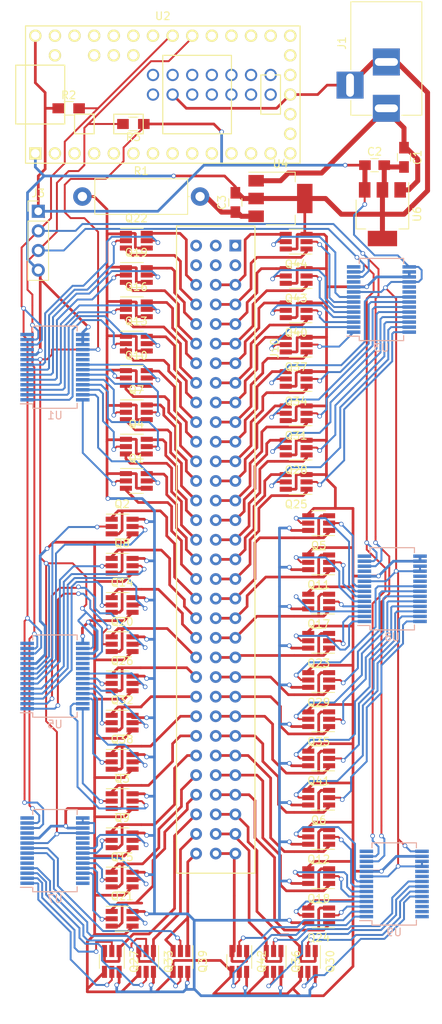
<source format=kicad_pcb>
(kicad_pcb (version 4) (host pcbnew 4.0.6)
  (layers (0 F.Cu signal) (31 B.Cu signal) (34 B.Paste user) (35 F.Paste user) (36 B.SilkS user) (37 F.SilkS user) (38 B.Mask user) (39 F.Mask user) (44 Edge.Cuts user))
  (net 0 "")
  (net 1 GND)
  (net 2 /flipdot_matrix/COL17)
  (net 3 /flipdot_matrix/COL18)
  (net 4 /flipdot_matrix/COL19)
  (net 5 /flipdot_matrix/COL20)
  (net 6 /flipdot_matrix/COL21)
  (net 7 /flipdot_matrix/COL22)
  (net 8 /flipdot_matrix/COL23)
  (net 9 /flipdot_matrix/COL24)
  (net 10 /flipdot_matrix/COL25)
  (net 11 /flipdot_matrix/COL26)
  (net 12 /flipdot_matrix/COL27)
  (net 13 /flipdot_matrix/COL28)
  (net 14 /flipdot_matrix/COL1)
  (net 15 /flipdot_matrix/COL2)
  (net 16 /flipdot_matrix/COL3)
  (net 17 /flipdot_matrix/COL4)
  (net 18 /flipdot_matrix/COL5)
  (net 19 /flipdot_matrix/COL6)
  (net 20 /flipdot_matrix/COL7)
  (net 21 /flipdot_matrix/COL8)
  (net 22 /flipdot_matrix/COL9)
  (net 23 /flipdot_matrix/COL10)
  (net 24 /flipdot_matrix/COL11)
  (net 25 /flipdot_matrix/COL12)
  (net 26 /flipdot_matrix/COL13)
  (net 27 /flipdot_matrix/COL14)
  (net 28 /flipdot_matrix/COL15)
  (net 29 /flipdot_matrix/COL16)
  (net 30 /flipdot_matrix/ROW1-)
  (net 31 /FLIP_REGUL)
  (net 32 /flipdot_matrix/ROW1+)
  (net 33 /flipdot_matrix/COL1-)
  (net 34 /flipdot_matrix/COL1+)
  (net 35 /flipdot_matrix/COL15-)
  (net 36 /flipdot_matrix/COL15+)
  (net 37 /flipdot_matrix/ROW2-)
  (net 38 /flipdot_matrix/ROW2+)
  (net 39 /flipdot_matrix/COL2-)
  (net 40 /flipdot_matrix/COL2+)
  (net 41 /flipdot_matrix/COL16-)
  (net 42 /flipdot_matrix/COL16+)
  (net 43 /flipdot_matrix/ROW3-)
  (net 44 /flipdot_matrix/ROW3+)
  (net 45 /flipdot_matrix/COL3-)
  (net 46 /flipdot_matrix/COL3+)
  (net 47 /flipdot_matrix/COL17-)
  (net 48 /flipdot_matrix/COL17+)
  (net 49 /flipdot_matrix/ROW4-)
  (net 50 /flipdot_matrix/ROW4+)
  (net 51 /flipdot_matrix/COL4-)
  (net 52 /flipdot_matrix/COL4+)
  (net 53 /flipdot_matrix/COL18-)
  (net 54 /flipdot_matrix/COL18+)
  (net 55 /flipdot_matrix/ROW5-)
  (net 56 /flipdot_matrix/ROW5+)
  (net 57 /flipdot_matrix/COL5-)
  (net 58 /flipdot_matrix/COL5+)
  (net 59 /flipdot_matrix/COL19-)
  (net 60 /flipdot_matrix/COL19+)
  (net 61 /flipdot_matrix/ROW6-)
  (net 62 /flipdot_matrix/ROW6+)
  (net 63 /flipdot_matrix/COL6-)
  (net 64 /flipdot_matrix/COL6+)
  (net 65 /flipdot_matrix/COL20-)
  (net 66 /flipdot_matrix/COL20+)
  (net 67 /flipdot_matrix/ROW7-)
  (net 68 /flipdot_matrix/ROW7+)
  (net 69 /flipdot_matrix/COL7-)
  (net 70 /flipdot_matrix/COL7+)
  (net 71 /flipdot_matrix/COL21-)
  (net 72 /flipdot_matrix/COL21+)
  (net 73 /flipdot_matrix/ROW8-)
  (net 74 /flipdot_matrix/ROW8+)
  (net 75 /flipdot_matrix/COL8-)
  (net 76 /flipdot_matrix/COL8+)
  (net 77 /flipdot_matrix/COL22-)
  (net 78 /flipdot_matrix/COL22+)
  (net 79 /flipdot_matrix/ROW9-)
  (net 80 /flipdot_matrix/ROW9+)
  (net 81 /flipdot_matrix/COL9-)
  (net 82 /flipdot_matrix/COL9+)
  (net 83 /flipdot_matrix/COL23-)
  (net 84 /flipdot_matrix/COL23+)
  (net 85 /flipdot_matrix/ROW10-)
  (net 86 /flipdot_matrix/ROW10+)
  (net 87 /flipdot_matrix/COL10-)
  (net 88 /flipdot_matrix/COL10+)
  (net 89 /flipdot_matrix/COL24-)
  (net 90 /flipdot_matrix/COL24+)
  (net 91 /flipdot_matrix/ROW11-)
  (net 92 /flipdot_matrix/ROW11+)
  (net 93 /flipdot_matrix/COL11-)
  (net 94 /flipdot_matrix/COL11+)
  (net 95 /flipdot_matrix/COL25-)
  (net 96 /flipdot_matrix/COL25+)
  (net 97 /flipdot_matrix/ROW12-)
  (net 98 /flipdot_matrix/ROW12+)
  (net 99 /flipdot_matrix/COL12-)
  (net 100 /flipdot_matrix/COL12+)
  (net 101 /flipdot_matrix/COL26-)
  (net 102 /flipdot_matrix/COL26+)
  (net 103 /flipdot_matrix/ROW13-)
  (net 104 /flipdot_matrix/ROW13+)
  (net 105 /flipdot_matrix/COL13-)
  (net 106 /flipdot_matrix/COL13+)
  (net 107 /flipdot_matrix/COL27-)
  (net 108 /flipdot_matrix/COL27+)
  (net 109 /flipdot_matrix/ROW14-)
  (net 110 /flipdot_matrix/ROW14+)
  (net 111 /flipdot_matrix/COL14-)
  (net 112 /flipdot_matrix/COL14+)
  (net 113 /flipdot_matrix/COL28-)
  (net 114 /flipdot_matrix/COL28+)
  (net 115 /flipdot_matrix/ROW15-)
  (net 116 /flipdot_matrix/ROW15+)
  (net 117 /flipdot_matrix/ROW16-)
  (net 118 /flipdot_matrix/ROW16+)
  (net 119 VCC)
  (net 120 "Net-(U1-Pad19)")
  (net 121 "Net-(U1-Pad20)")
  (net 122 "Net-(U2-Pad18)")
  (net 123 "Net-(U2-Pad19)")
  (net 124 "Net-(U2-Pad20)")
  (net 125 "Net-(U2-Pad16)")
  (net 126 "Net-(U2-Pad15)")
  (net 127 "Net-(U2-Pad14)")
  (net 128 "Net-(U2-Pad21)")
  (net 129 "Net-(U2-Pad22)")
  (net 130 "Net-(U2-Pad23)")
  (net 131 "Net-(U2-Pad24)")
  (net 132 "Net-(U2-Pad27)")
  (net 133 "Net-(U2-Pad28)")
  (net 134 "Net-(U2-Pad29)")
  (net 135 "Net-(U2-Pad30)")
  (net 136 "Net-(U2-Pad31)")
  (net 137 "Net-(U2-Pad32)")
  (net 138 "Net-(U2-Pad34)")
  (net 139 "Net-(U2-Pad35)")
  (net 140 "Net-(U2-Pad36)")
  (net 141 "Net-(U2-Pad37)")
  (net 142 "Net-(U2-Pad13)")
  (net 143 "Net-(U2-Pad12)")
  (net 144 "Net-(U2-Pad11)")
  (net 145 "Net-(U2-Pad10)")
  (net 146 "Net-(U2-Pad9)")
  (net 147 "Net-(U2-Pad8)")
  (net 148 "Net-(U2-Pad7)")
  (net 149 "Net-(U2-Pad6)")
  (net 150 "Net-(U2-Pad5)")
  (net 151 "Net-(U2-Pad4)")
  (net 152 "Net-(U2-Pad3)")
  (net 153 "Net-(U2-Pad2)")
  (net 154 "Net-(U2-Pad38)")
  (net 155 "Net-(U2-Pad40)")
  (net 156 "Net-(U2-Pad41)")
  (net 157 "Net-(U2-Pad42)")
  (net 158 "Net-(U2-Pad43)")
  (net 159 "Net-(U2-Pad44)")
  (net 160 "Net-(U2-Pad45)")
  (net 161 "Net-(U2-Pad46)")
  (net 162 "Net-(U2-Pad47)")
  (net 163 "Net-(U2-Pad48)")
  (net 164 "Net-(U2-Pad49)")
  (net 165 "Net-(U2-Pad50)")
  (net 166 "Net-(U2-Pad51)")
  (net 167 "Net-(U3-Pad19)")
  (net 168 "Net-(U3-Pad20)")
  (net 169 "Net-(U5-Pad19)")
  (net 170 "Net-(U5-Pad20)")
  (net 171 "Net-(U7-Pad19)")
  (net 172 "Net-(U7-Pad20)")
  (net 173 "Net-(U8-Pad19)")
  (net 174 "Net-(U8-Pad20)")
  (net 175 "Net-(U9-Pad19)")
  (net 176 "Net-(U9-Pad20)")
  (net 177 "Net-(U9-Pad25)")
  (net 178 "Net-(U9-Pad26)")
  (net 179 "Net-(U9-Pad27)")
  (net 180 "Net-(U9-Pad28)")
  (net 181 /flipdot_matrix/R15-)
  (net 182 /flipdot_matrix/R15+)
  (net 183 /flipdot_matrix/R13-)
  (net 184 /flipdot_matrix/R13+)
  (net 185 /flipdot_matrix/R11-)
  (net 186 /flipdot_matrix/R11+)
  (net 187 /flipdot_matrix/R9-)
  (net 188 /flipdot_matrix/R9+)
  (net 189 /flipdot_matrix/R7-)
  (net 190 /flipdot_matrix/R7+)
  (net 191 /flipdot_matrix/R5-)
  (net 192 /flipdot_matrix/R5+)
  (net 193 /flipdot_matrix/R3-)
  (net 194 /flipdot_matrix/R3+)
  (net 195 /flipdot_matrix/R1-)
  (net 196 /flipdot_matrix/R1+)
  (net 197 /flipdot_matrix/R2-)
  (net 198 /flipdot_matrix/R2+)
  (net 199 /flipdot_matrix/R4-)
  (net 200 /flipdot_matrix/R4+)
  (net 201 /flipdot_matrix/R6-)
  (net 202 /flipdot_matrix/R6+)
  (net 203 /flipdot_matrix/R8-)
  (net 204 /flipdot_matrix/R8+)
  (net 205 /flipdot_matrix/R10-)
  (net 206 /flipdot_matrix/R10+)
  (net 207 /flipdot_matrix/R12-)
  (net 208 /flipdot_matrix/R12+)
  (net 209 /flipdot_matrix/R14-)
  (net 210 /flipdot_matrix/R14+)
  (net 211 /flipdot_matrix/R16-)
  (net 212 /flipdot_matrix/R16+)
  (net 213 /flipdot_matrix/FLIP+)
  (net 214 /SCL)
  (net 215 /SDA)
  (net 216 "Net-(U7-Pad27)")
  (net 217 "Net-(U7-Pad28)")
  (net 218 "Net-(U7-Pad5)")
  (net 219 "Net-(U7-Pad6)")
  (net 220 /JACK_IN)
  (net 221 "Net-(J10-PadA2)")
  (net 222 "Net-(J10-PadA1)")
  (net 223 "Net-(J10-PadB1)")
  (net 224 "Net-(J10-PadB2)")
  (net 225 "Net-(J10-PadC1)")
  (net 226 "Net-(J10-PadC2)")
  (module Connectors:BARREL_JACK (layer F.Cu) (at 167.64 66.04 270)
    (fp_text reference J1 (at -8.45 5.75 450) (layer F.SilkS))
    (fp_text value BARREL_JACK)
    (pad 1 thru_hole rect (at 0 0 270) (size 3.5 3.5) (drill oval 1 3) (layers *.Cu *.Mask) (net 220 /JACK_IN))
    (pad 2 thru_hole rect (at -6 0 270) (size 3.5 3.5) (drill oval 1 3) (layers *.Cu *.Mask) (net 1 GND))
    (pad 3 thru_hole rect (at -3 4.7 270) (size 3.5 3.5) (drill oval 3 1) (layers *.Cu *.Mask) (net 1 GND))
  )
  (module Housings_SSOP:SSOP-28_5.3x10.2mm_Pitch0.65mm (layer B.Cu) (at 124.714 99.568)
    (fp_text reference U1 (at 0 6.25) (layer B.SilkS) (effects (justify mirror)))
    (fp_text value MCP23017)
    (pad 1 smd rect (at -3.6 4.225) (size 1.75 0.45) (layers B.Cu B.Paste B.Mask) (net 32 /flipdot_matrix/ROW1+))
    (pad 2 smd rect (at -3.6 3.575) (size 1.75 0.45) (layers B.Cu B.Paste B.Mask) (net 44 /flipdot_matrix/ROW3+))
    (pad 3 smd rect (at -3.6 2.925) (size 1.75 0.45) (layers B.Cu B.Paste B.Mask) (net 56 /flipdot_matrix/ROW5+))
    (pad 4 smd rect (at -3.6 2.275) (size 1.75 0.45) (layers B.Cu B.Paste B.Mask) (net 68 /flipdot_matrix/ROW7+))
    (pad 5 smd rect (at -3.6 1.625) (size 1.75 0.45) (layers B.Cu B.Paste B.Mask) (net 80 /flipdot_matrix/ROW9+))
    (pad 6 smd rect (at -3.6 0.975) (size 1.75 0.45) (layers B.Cu B.Paste B.Mask) (net 92 /flipdot_matrix/ROW11+))
    (pad 7 smd rect (at -3.6 0.325) (size 1.75 0.45) (layers B.Cu B.Paste B.Mask) (net 104 /flipdot_matrix/ROW13+))
    (pad 8 smd rect (at -3.6 -0.325) (size 1.75 0.45) (layers B.Cu B.Paste B.Mask) (net 116 /flipdot_matrix/ROW15+))
    (pad 9 smd rect (at -3.6 -0.975) (size 1.75 0.45) (layers B.Cu B.Paste B.Mask) (net 119 VCC))
    (pad 10 smd rect (at -3.6 -1.625) (size 1.75 0.45) (layers B.Cu B.Paste B.Mask) (net 1 GND))
    (pad 11 smd rect (at -3.6 -2.275) (size 1.75 0.45) (layers B.Cu B.Paste B.Mask))
    (pad 12 smd rect (at -3.6 -2.925) (size 1.75 0.45) (layers B.Cu B.Paste B.Mask) (net 214 /SCL))
    (pad 13 smd rect (at -3.6 -3.575) (size 1.75 0.45) (layers B.Cu B.Paste B.Mask) (net 215 /SDA))
    (pad 14 smd rect (at -3.6 -4.225) (size 1.75 0.45) (layers B.Cu B.Paste B.Mask))
    (pad 15 smd rect (at 3.6 -4.225) (size 1.75 0.45) (layers B.Cu B.Paste B.Mask) (net 1 GND))
    (pad 16 smd rect (at 3.6 -3.575) (size 1.75 0.45) (layers B.Cu B.Paste B.Mask) (net 1 GND))
    (pad 17 smd rect (at 3.6 -2.925) (size 1.75 0.45) (layers B.Cu B.Paste B.Mask) (net 1 GND))
    (pad 18 smd rect (at 3.6 -2.275) (size 1.75 0.45) (layers B.Cu B.Paste B.Mask) (net 119 VCC))
    (pad 19 smd rect (at 3.6 -1.625) (size 1.75 0.45) (layers B.Cu B.Paste B.Mask) (net 120 "Net-(U1-Pad19)"))
    (pad 20 smd rect (at 3.6 -0.975) (size 1.75 0.45) (layers B.Cu B.Paste B.Mask) (net 121 "Net-(U1-Pad20)"))
    (pad 21 smd rect (at 3.6 -0.325) (size 1.75 0.45) (layers B.Cu B.Paste B.Mask) (net 38 /flipdot_matrix/ROW2+))
    (pad 22 smd rect (at 3.6 0.325) (size 1.75 0.45) (layers B.Cu B.Paste B.Mask) (net 50 /flipdot_matrix/ROW4+))
    (pad 23 smd rect (at 3.6 0.975) (size 1.75 0.45) (layers B.Cu B.Paste B.Mask) (net 62 /flipdot_matrix/ROW6+))
    (pad 24 smd rect (at 3.6 1.625) (size 1.75 0.45) (layers B.Cu B.Paste B.Mask) (net 74 /flipdot_matrix/ROW8+))
    (pad 25 smd rect (at 3.6 2.275) (size 1.75 0.45) (layers B.Cu B.Paste B.Mask) (net 86 /flipdot_matrix/ROW10+))
    (pad 26 smd rect (at 3.6 2.925) (size 1.75 0.45) (layers B.Cu B.Paste B.Mask) (net 98 /flipdot_matrix/ROW12+))
    (pad 27 smd rect (at 3.6 3.575) (size 1.75 0.45) (layers B.Cu B.Paste B.Mask) (net 110 /flipdot_matrix/ROW14+))
    (pad 28 smd rect (at 3.6 4.225) (size 1.75 0.45) (layers B.Cu B.Paste B.Mask) (net 118 /flipdot_matrix/ROW16+))
  )
  (module Teensy:Teensy30_31_32_LC (layer F.Cu) (at 138.684 64.262)
    (fp_text reference U2 (at 0 -10.16) (layer F.SilkS))
    (fp_text value Teensy3.2)
    (pad 17 thru_hole circle (at 16.51 0) (size 1.6 1.6) (drill 1.1) (layers *.Cu *.Mask F.SilkS) (net 1 GND))
    (pad 18 thru_hole circle (at 16.51 -2.54) (size 1.6 1.6) (drill 1.1) (layers *.Cu *.Mask F.SilkS) (net 122 "Net-(U2-Pad18)"))
    (pad 19 thru_hole circle (at 16.51 -5.08) (size 1.6 1.6) (drill 1.1) (layers *.Cu *.Mask F.SilkS) (net 123 "Net-(U2-Pad19)"))
    (pad 20 thru_hole circle (at 16.51 -7.62) (size 1.6 1.6) (drill 1.1) (layers *.Cu *.Mask F.SilkS) (net 124 "Net-(U2-Pad20)"))
    (pad 16 thru_hole circle (at 16.51 2.54) (size 1.6 1.6) (drill 1.1) (layers *.Cu *.Mask F.SilkS) (net 125 "Net-(U2-Pad16)"))
    (pad 15 thru_hole circle (at 16.51 5.08) (size 1.6 1.6) (drill 1.1) (layers *.Cu *.Mask F.SilkS) (net 126 "Net-(U2-Pad15)"))
    (pad 14 thru_hole circle (at 16.51 7.62) (size 1.6 1.6) (drill 1.1) (layers *.Cu *.Mask F.SilkS) (net 127 "Net-(U2-Pad14)"))
    (pad 21 thru_hole circle (at 13.97 -7.62) (size 1.6 1.6) (drill 1.1) (layers *.Cu *.Mask F.SilkS) (net 128 "Net-(U2-Pad21)"))
    (pad 22 thru_hole circle (at 11.43 -7.62) (size 1.6 1.6) (drill 1.1) (layers *.Cu *.Mask F.SilkS) (net 129 "Net-(U2-Pad22)"))
    (pad 23 thru_hole circle (at 8.89 -7.62) (size 1.6 1.6) (drill 1.1) (layers *.Cu *.Mask F.SilkS) (net 130 "Net-(U2-Pad23)"))
    (pad 24 thru_hole circle (at 6.35 -7.62) (size 1.6 1.6) (drill 1.1) (layers *.Cu *.Mask F.SilkS) (net 131 "Net-(U2-Pad24)"))
    (pad 25 thru_hole circle (at 3.81 -7.62) (size 1.6 1.6) (drill 1.1) (layers *.Cu *.Mask F.SilkS) (net 215 /SDA))
    (pad 26 thru_hole circle (at 1.27 -7.62) (size 1.6 1.6) (drill 1.1) (layers *.Cu *.Mask F.SilkS) (net 214 /SCL))
    (pad 27 thru_hole circle (at -1.27 -7.62) (size 1.6 1.6) (drill 1.1) (layers *.Cu *.Mask F.SilkS) (net 132 "Net-(U2-Pad27)"))
    (pad 28 thru_hole circle (at -3.81 -7.62) (size 1.6 1.6) (drill 1.1) (layers *.Cu *.Mask F.SilkS) (net 133 "Net-(U2-Pad28)"))
    (pad 29 thru_hole circle (at -6.35 -7.62) (size 1.6 1.6) (drill 1.1) (layers *.Cu *.Mask F.SilkS) (net 134 "Net-(U2-Pad29)"))
    (pad 30 thru_hole circle (at -8.89 -7.62) (size 1.6 1.6) (drill 1.1) (layers *.Cu *.Mask F.SilkS) (net 135 "Net-(U2-Pad30)"))
    (pad 31 thru_hole circle (at -11.43 -7.62) (size 1.6 1.6) (drill 1.1) (layers *.Cu *.Mask F.SilkS) (net 136 "Net-(U2-Pad31)"))
    (pad 32 thru_hole circle (at -13.97 -7.62) (size 1.6 1.6) (drill 1.1) (layers *.Cu *.Mask F.SilkS) (net 137 "Net-(U2-Pad32)"))
    (pad 33 thru_hole circle (at -16.51 -7.62) (size 1.6 1.6) (drill 1.1) (layers *.Cu *.Mask F.SilkS) (net 119 VCC))
    (pad 34 thru_hole circle (at -13.97 -5.08) (size 1.6 1.6) (drill 1.1) (layers *.Cu *.Mask F.SilkS) (net 138 "Net-(U2-Pad34)"))
    (pad 35 thru_hole circle (at -8.89 -5.08) (size 1.6 1.6) (drill 1.1) (layers *.Cu *.Mask F.SilkS) (net 139 "Net-(U2-Pad35)"))
    (pad 36 thru_hole circle (at -6.35 -5.08) (size 1.6 1.6) (drill 1.1) (layers *.Cu *.Mask F.SilkS) (net 140 "Net-(U2-Pad36)"))
    (pad 37 thru_hole circle (at -3.81 -5.08) (size 1.6 1.6) (drill 1.1) (layers *.Cu *.Mask F.SilkS) (net 141 "Net-(U2-Pad37)"))
    (pad 13 thru_hole circle (at 13.97 7.62) (size 1.6 1.6) (drill 1.1) (layers *.Cu *.Mask F.SilkS) (net 142 "Net-(U2-Pad13)"))
    (pad 12 thru_hole circle (at 11.43 7.62) (size 1.6 1.6) (drill 1.1) (layers *.Cu *.Mask F.SilkS) (net 143 "Net-(U2-Pad12)"))
    (pad 11 thru_hole circle (at 8.89 7.62) (size 1.6 1.6) (drill 1.1) (layers *.Cu *.Mask F.SilkS) (net 144 "Net-(U2-Pad11)"))
    (pad 10 thru_hole circle (at 6.35 7.62) (size 1.6 1.6) (drill 1.1) (layers *.Cu *.Mask F.SilkS) (net 145 "Net-(U2-Pad10)"))
    (pad 9 thru_hole circle (at 3.81 7.62) (size 1.6 1.6) (drill 1.1) (layers *.Cu *.Mask F.SilkS) (net 146 "Net-(U2-Pad9)"))
    (pad 8 thru_hole circle (at 1.27 7.62) (size 1.6 1.6) (drill 1.1) (layers *.Cu *.Mask F.SilkS) (net 147 "Net-(U2-Pad8)"))
    (pad 7 thru_hole circle (at -1.27 7.62) (size 1.6 1.6) (drill 1.1) (layers *.Cu *.Mask F.SilkS) (net 148 "Net-(U2-Pad7)"))
    (pad 6 thru_hole circle (at -3.81 7.62) (size 1.6 1.6) (drill 1.1) (layers *.Cu *.Mask F.SilkS) (net 149 "Net-(U2-Pad6)"))
    (pad 5 thru_hole circle (at -6.35 7.62) (size 1.6 1.6) (drill 1.1) (layers *.Cu *.Mask F.SilkS) (net 150 "Net-(U2-Pad5)"))
    (pad 4 thru_hole circle (at -8.89 7.62) (size 1.6 1.6) (drill 1.1) (layers *.Cu *.Mask F.SilkS) (net 151 "Net-(U2-Pad4)"))
    (pad 3 thru_hole circle (at -11.43 7.62) (size 1.6 1.6) (drill 1.1) (layers *.Cu *.Mask F.SilkS) (net 152 "Net-(U2-Pad3)"))
    (pad 2 thru_hole circle (at -13.97 7.62) (size 1.6 1.6) (drill 1.1) (layers *.Cu *.Mask F.SilkS) (net 153 "Net-(U2-Pad2)"))
    (pad 1 thru_hole rect (at -16.51 7.62) (size 1.6 1.6) (drill 1.1) (layers *.Cu *.Mask F.SilkS) (net 1 GND))
    (pad 38 thru_hole circle (at -1.27 0) (size 1.6 1.6) (drill 1.1) (layers *.Cu *.Mask) (net 154 "Net-(U2-Pad38)"))
    (pad 39 thru_hole circle (at 1.27 0) (size 1.6 1.6) (drill 1.1) (layers *.Cu *.Mask) (net 1 GND))
    (pad 40 thru_hole circle (at 3.81 0) (size 1.6 1.6) (drill 1.1) (layers *.Cu *.Mask) (net 155 "Net-(U2-Pad40)"))
    (pad 41 thru_hole circle (at 6.35 0) (size 1.6 1.6) (drill 1.1) (layers *.Cu *.Mask) (net 156 "Net-(U2-Pad41)"))
    (pad 42 thru_hole circle (at 8.89 0) (size 1.6 1.6) (drill 1.1) (layers *.Cu *.Mask) (net 157 "Net-(U2-Pad42)"))
    (pad 43 thru_hole circle (at 11.43 0) (size 1.6 1.6) (drill 1.1) (layers *.Cu *.Mask) (net 158 "Net-(U2-Pad43)"))
    (pad 44 thru_hole circle (at 13.97 0) (size 1.6 1.6) (drill 1.1) (layers *.Cu *.Mask) (net 159 "Net-(U2-Pad44)"))
    (pad 45 thru_hole circle (at 13.97 -2.54) (size 1.6 1.6) (drill 1.1) (layers *.Cu *.Mask) (net 160 "Net-(U2-Pad45)"))
    (pad 46 thru_hole circle (at 11.43 -2.54) (size 1.6 1.6) (drill 1.1) (layers *.Cu *.Mask) (net 161 "Net-(U2-Pad46)"))
    (pad 47 thru_hole circle (at 8.89 -2.54) (size 1.6 1.6) (drill 1.1) (layers *.Cu *.Mask) (net 162 "Net-(U2-Pad47)"))
    (pad 48 thru_hole circle (at 6.35 -2.54) (size 1.6 1.6) (drill 1.1) (layers *.Cu *.Mask) (net 163 "Net-(U2-Pad48)"))
    (pad 49 thru_hole circle (at 3.81 -2.54) (size 1.6 1.6) (drill 1.1) (layers *.Cu *.Mask) (net 164 "Net-(U2-Pad49)"))
    (pad 50 thru_hole circle (at 1.27 -2.54) (size 1.6 1.6) (drill 1.1) (layers *.Cu *.Mask) (net 165 "Net-(U2-Pad50)"))
    (pad 51 thru_hole circle (at -1.27 -2.54) (size 1.6 1.6) (drill 1.1) (layers *.Cu *.Mask) (net 166 "Net-(U2-Pad51)"))
  )
  (module Housings_SSOP:SSOP-28_5.3x10.2mm_Pitch0.65mm (layer B.Cu) (at 167.005 90.805)
    (fp_text reference U3 (at 0 6.25) (layer B.SilkS) (effects (justify mirror)))
    (fp_text value MCP23017)
    (pad 1 smd rect (at -3.6 4.225) (size 1.75 0.45) (layers B.Cu B.Paste B.Mask) (net 30 /flipdot_matrix/ROW1-))
    (pad 2 smd rect (at -3.6 3.575) (size 1.75 0.45) (layers B.Cu B.Paste B.Mask) (net 43 /flipdot_matrix/ROW3-))
    (pad 3 smd rect (at -3.6 2.925) (size 1.75 0.45) (layers B.Cu B.Paste B.Mask) (net 55 /flipdot_matrix/ROW5-))
    (pad 4 smd rect (at -3.6 2.275) (size 1.75 0.45) (layers B.Cu B.Paste B.Mask) (net 67 /flipdot_matrix/ROW7-))
    (pad 5 smd rect (at -3.6 1.625) (size 1.75 0.45) (layers B.Cu B.Paste B.Mask) (net 79 /flipdot_matrix/ROW9-))
    (pad 6 smd rect (at -3.6 0.975) (size 1.75 0.45) (layers B.Cu B.Paste B.Mask) (net 91 /flipdot_matrix/ROW11-))
    (pad 7 smd rect (at -3.6 0.325) (size 1.75 0.45) (layers B.Cu B.Paste B.Mask) (net 103 /flipdot_matrix/ROW13-))
    (pad 8 smd rect (at -3.6 -0.325) (size 1.75 0.45) (layers B.Cu B.Paste B.Mask) (net 115 /flipdot_matrix/ROW15-))
    (pad 9 smd rect (at -3.6 -0.975) (size 1.75 0.45) (layers B.Cu B.Paste B.Mask) (net 119 VCC))
    (pad 10 smd rect (at -3.6 -1.625) (size 1.75 0.45) (layers B.Cu B.Paste B.Mask) (net 1 GND))
    (pad 11 smd rect (at -3.6 -2.275) (size 1.75 0.45) (layers B.Cu B.Paste B.Mask))
    (pad 12 smd rect (at -3.6 -2.925) (size 1.75 0.45) (layers B.Cu B.Paste B.Mask) (net 214 /SCL))
    (pad 13 smd rect (at -3.6 -3.575) (size 1.75 0.45) (layers B.Cu B.Paste B.Mask) (net 215 /SDA))
    (pad 14 smd rect (at -3.6 -4.225) (size 1.75 0.45) (layers B.Cu B.Paste B.Mask))
    (pad 15 smd rect (at 3.6 -4.225) (size 1.75 0.45) (layers B.Cu B.Paste B.Mask) (net 119 VCC))
    (pad 16 smd rect (at 3.6 -3.575) (size 1.75 0.45) (layers B.Cu B.Paste B.Mask) (net 1 GND))
    (pad 17 smd rect (at 3.6 -2.925) (size 1.75 0.45) (layers B.Cu B.Paste B.Mask) (net 1 GND))
    (pad 18 smd rect (at 3.6 -2.275) (size 1.75 0.45) (layers B.Cu B.Paste B.Mask) (net 119 VCC))
    (pad 19 smd rect (at 3.6 -1.625) (size 1.75 0.45) (layers B.Cu B.Paste B.Mask) (net 167 "Net-(U3-Pad19)"))
    (pad 20 smd rect (at 3.6 -0.975) (size 1.75 0.45) (layers B.Cu B.Paste B.Mask) (net 168 "Net-(U3-Pad20)"))
    (pad 21 smd rect (at 3.6 -0.325) (size 1.75 0.45) (layers B.Cu B.Paste B.Mask) (net 37 /flipdot_matrix/ROW2-))
    (pad 22 smd rect (at 3.6 0.325) (size 1.75 0.45) (layers B.Cu B.Paste B.Mask) (net 49 /flipdot_matrix/ROW4-))
    (pad 23 smd rect (at 3.6 0.975) (size 1.75 0.45) (layers B.Cu B.Paste B.Mask) (net 61 /flipdot_matrix/ROW6-))
    (pad 24 smd rect (at 3.6 1.625) (size 1.75 0.45) (layers B.Cu B.Paste B.Mask) (net 73 /flipdot_matrix/ROW8-))
    (pad 25 smd rect (at 3.6 2.275) (size 1.75 0.45) (layers B.Cu B.Paste B.Mask) (net 85 /flipdot_matrix/ROW10-))
    (pad 26 smd rect (at 3.6 2.925) (size 1.75 0.45) (layers B.Cu B.Paste B.Mask) (net 97 /flipdot_matrix/ROW12-))
    (pad 27 smd rect (at 3.6 3.575) (size 1.75 0.45) (layers B.Cu B.Paste B.Mask) (net 109 /flipdot_matrix/ROW14-))
    (pad 28 smd rect (at 3.6 4.225) (size 1.75 0.45) (layers B.Cu B.Paste B.Mask) (net 117 /flipdot_matrix/ROW16-))
  )
  (module TO_SOT_Packages_SMD:SOT-223-3Lead_TabPin2 (layer F.Cu) (at 153.924 77.724)
    (fp_text reference U4 (at 0 -4.5) (layer F.SilkS))
    (fp_text value LM7815CT)
    (pad 2 smd rect (at 3.15 0) (size 2 3.8) (layers F.Cu F.Paste F.Mask) (net 1 GND))
    (pad 2 smd rect (at -3.15 0) (size 2 1.5) (layers F.Cu F.Paste F.Mask) (net 1 GND))
    (pad 3 smd rect (at -3.15 2.3) (size 2 1.5) (layers F.Cu F.Paste F.Mask) (net 31 /FLIP_REGUL))
    (pad 1 smd rect (at -3.15 -2.3) (size 2 1.5) (layers F.Cu F.Paste F.Mask) (net 220 /JACK_IN))
  )
  (module Housings_SSOP:SSOP-28_5.3x10.2mm_Pitch0.65mm (layer B.Cu) (at 124.714 139.573)
    (fp_text reference U5 (at 0 6.25) (layer B.SilkS) (effects (justify mirror)))
    (fp_text value MCP23017)
    (pad 1 smd rect (at -3.6 4.225) (size 1.75 0.45) (layers B.Cu B.Paste B.Mask) (net 69 /flipdot_matrix/COL7-))
    (pad 2 smd rect (at -3.6 3.575) (size 1.75 0.45) (layers B.Cu B.Paste B.Mask) (net 70 /flipdot_matrix/COL7+))
    (pad 3 smd rect (at -3.6 2.925) (size 1.75 0.45) (layers B.Cu B.Paste B.Mask) (net 57 /flipdot_matrix/COL5-))
    (pad 4 smd rect (at -3.6 2.275) (size 1.75 0.45) (layers B.Cu B.Paste B.Mask) (net 58 /flipdot_matrix/COL5+))
    (pad 5 smd rect (at -3.6 1.625) (size 1.75 0.45) (layers B.Cu B.Paste B.Mask) (net 46 /flipdot_matrix/COL3+))
    (pad 6 smd rect (at -3.6 0.975) (size 1.75 0.45) (layers B.Cu B.Paste B.Mask) (net 45 /flipdot_matrix/COL3-))
    (pad 7 smd rect (at -3.6 0.325) (size 1.75 0.45) (layers B.Cu B.Paste B.Mask) (net 34 /flipdot_matrix/COL1+))
    (pad 8 smd rect (at -3.6 -0.325) (size 1.75 0.45) (layers B.Cu B.Paste B.Mask) (net 33 /flipdot_matrix/COL1-))
    (pad 9 smd rect (at -3.6 -0.975) (size 1.75 0.45) (layers B.Cu B.Paste B.Mask) (net 119 VCC))
    (pad 10 smd rect (at -3.6 -1.625) (size 1.75 0.45) (layers B.Cu B.Paste B.Mask) (net 1 GND))
    (pad 11 smd rect (at -3.6 -2.275) (size 1.75 0.45) (layers B.Cu B.Paste B.Mask))
    (pad 12 smd rect (at -3.6 -2.925) (size 1.75 0.45) (layers B.Cu B.Paste B.Mask) (net 214 /SCL))
    (pad 13 smd rect (at -3.6 -3.575) (size 1.75 0.45) (layers B.Cu B.Paste B.Mask) (net 215 /SDA))
    (pad 14 smd rect (at -3.6 -4.225) (size 1.75 0.45) (layers B.Cu B.Paste B.Mask))
    (pad 15 smd rect (at 3.6 -4.225) (size 1.75 0.45) (layers B.Cu B.Paste B.Mask) (net 1 GND))
    (pad 16 smd rect (at 3.6 -3.575) (size 1.75 0.45) (layers B.Cu B.Paste B.Mask) (net 119 VCC))
    (pad 17 smd rect (at 3.6 -2.925) (size 1.75 0.45) (layers B.Cu B.Paste B.Mask) (net 1 GND))
    (pad 18 smd rect (at 3.6 -2.275) (size 1.75 0.45) (layers B.Cu B.Paste B.Mask) (net 119 VCC))
    (pad 19 smd rect (at 3.6 -1.625) (size 1.75 0.45) (layers B.Cu B.Paste B.Mask) (net 169 "Net-(U5-Pad19)"))
    (pad 20 smd rect (at 3.6 -0.975) (size 1.75 0.45) (layers B.Cu B.Paste B.Mask) (net 170 "Net-(U5-Pad20)"))
    (pad 21 smd rect (at 3.6 -0.325) (size 1.75 0.45) (layers B.Cu B.Paste B.Mask) (net 82 /flipdot_matrix/COL9+))
    (pad 22 smd rect (at 3.6 0.325) (size 1.75 0.45) (layers B.Cu B.Paste B.Mask) (net 81 /flipdot_matrix/COL9-))
    (pad 23 smd rect (at 3.6 0.975) (size 1.75 0.45) (layers B.Cu B.Paste B.Mask) (net 94 /flipdot_matrix/COL11+))
    (pad 24 smd rect (at 3.6 1.625) (size 1.75 0.45) (layers B.Cu B.Paste B.Mask) (net 93 /flipdot_matrix/COL11-))
    (pad 25 smd rect (at 3.6 2.275) (size 1.75 0.45) (layers B.Cu B.Paste B.Mask) (net 106 /flipdot_matrix/COL13+))
    (pad 26 smd rect (at 3.6 2.925) (size 1.75 0.45) (layers B.Cu B.Paste B.Mask) (net 105 /flipdot_matrix/COL13-))
    (pad 27 smd rect (at 3.6 3.575) (size 1.75 0.45) (layers B.Cu B.Paste B.Mask) (net 36 /flipdot_matrix/COL15+))
    (pad 28 smd rect (at 3.6 4.225) (size 1.75 0.45) (layers B.Cu B.Paste B.Mask) (net 35 /flipdot_matrix/COL15-))
  )
  (module TO_SOT_Packages_SMD:SOT-223-3Lead_TabPin2 (layer F.Cu) (at 167.132 79.756 270)
    (fp_text reference U6 (at 0 -4.5 270) (layer F.SilkS))
    (fp_text value LF50ABDT-TR)
    (pad 2 smd rect (at 3.15 0 270) (size 2 3.8) (layers F.Cu F.Paste F.Mask) (net 1 GND))
    (pad 2 smd rect (at -3.15 0 270) (size 2 1.5) (layers F.Cu F.Paste F.Mask) (net 1 GND))
    (pad 3 smd rect (at -3.15 2.3 270) (size 2 1.5) (layers F.Cu F.Paste F.Mask) (net 119 VCC))
    (pad 1 smd rect (at -3.15 -2.3 270) (size 2 1.5) (layers F.Cu F.Paste F.Mask) (net 220 /JACK_IN))
  )
  (module Housings_SSOP:SSOP-28_5.3x10.2mm_Pitch0.65mm (layer B.Cu) (at 124.714 162.179)
    (fp_text reference U7 (at 0 6.25) (layer B.SilkS) (effects (justify mirror)))
    (fp_text value MCP23017)
    (pad 1 smd rect (at -3.6 4.225) (size 1.75 0.45) (layers B.Cu B.Paste B.Mask) (net 84 /flipdot_matrix/COL23+))
    (pad 2 smd rect (at -3.6 3.575) (size 1.75 0.45) (layers B.Cu B.Paste B.Mask) (net 83 /flipdot_matrix/COL23-))
    (pad 3 smd rect (at -3.6 2.925) (size 1.75 0.45) (layers B.Cu B.Paste B.Mask) (net 96 /flipdot_matrix/COL25+))
    (pad 4 smd rect (at -3.6 2.275) (size 1.75 0.45) (layers B.Cu B.Paste B.Mask) (net 95 /flipdot_matrix/COL25-))
    (pad 5 smd rect (at -3.6 1.625) (size 1.75 0.45) (layers B.Cu B.Paste B.Mask) (net 218 "Net-(U7-Pad5)"))
    (pad 6 smd rect (at -3.6 0.975) (size 1.75 0.45) (layers B.Cu B.Paste B.Mask) (net 219 "Net-(U7-Pad6)"))
    (pad 7 smd rect (at -3.6 0.325) (size 1.75 0.45) (layers B.Cu B.Paste B.Mask) (net 108 /flipdot_matrix/COL27+))
    (pad 8 smd rect (at -3.6 -0.325) (size 1.75 0.45) (layers B.Cu B.Paste B.Mask) (net 107 /flipdot_matrix/COL27-))
    (pad 9 smd rect (at -3.6 -0.975) (size 1.75 0.45) (layers B.Cu B.Paste B.Mask) (net 119 VCC))
    (pad 10 smd rect (at -3.6 -1.625) (size 1.75 0.45) (layers B.Cu B.Paste B.Mask) (net 1 GND))
    (pad 11 smd rect (at -3.6 -2.275) (size 1.75 0.45) (layers B.Cu B.Paste B.Mask))
    (pad 12 smd rect (at -3.6 -2.925) (size 1.75 0.45) (layers B.Cu B.Paste B.Mask) (net 214 /SCL))
    (pad 13 smd rect (at -3.6 -3.575) (size 1.75 0.45) (layers B.Cu B.Paste B.Mask) (net 215 /SDA))
    (pad 14 smd rect (at -3.6 -4.225) (size 1.75 0.45) (layers B.Cu B.Paste B.Mask))
    (pad 15 smd rect (at 3.6 -4.225) (size 1.75 0.45) (layers B.Cu B.Paste B.Mask) (net 119 VCC))
    (pad 16 smd rect (at 3.6 -3.575) (size 1.75 0.45) (layers B.Cu B.Paste B.Mask) (net 119 VCC))
    (pad 17 smd rect (at 3.6 -2.925) (size 1.75 0.45) (layers B.Cu B.Paste B.Mask) (net 1 GND))
    (pad 18 smd rect (at 3.6 -2.275) (size 1.75 0.45) (layers B.Cu B.Paste B.Mask) (net 119 VCC))
    (pad 19 smd rect (at 3.6 -1.625) (size 1.75 0.45) (layers B.Cu B.Paste B.Mask) (net 171 "Net-(U7-Pad19)"))
    (pad 20 smd rect (at 3.6 -0.975) (size 1.75 0.45) (layers B.Cu B.Paste B.Mask) (net 172 "Net-(U7-Pad20)"))
    (pad 21 smd rect (at 3.6 -0.325) (size 1.75 0.45) (layers B.Cu B.Paste B.Mask) (net 48 /flipdot_matrix/COL17+))
    (pad 22 smd rect (at 3.6 0.325) (size 1.75 0.45) (layers B.Cu B.Paste B.Mask) (net 47 /flipdot_matrix/COL17-))
    (pad 23 smd rect (at 3.6 0.975) (size 1.75 0.45) (layers B.Cu B.Paste B.Mask) (net 60 /flipdot_matrix/COL19+))
    (pad 24 smd rect (at 3.6 1.625) (size 1.75 0.45) (layers B.Cu B.Paste B.Mask) (net 59 /flipdot_matrix/COL19-))
    (pad 25 smd rect (at 3.6 2.275) (size 1.75 0.45) (layers B.Cu B.Paste B.Mask) (net 72 /flipdot_matrix/COL21+))
    (pad 26 smd rect (at 3.6 2.925) (size 1.75 0.45) (layers B.Cu B.Paste B.Mask) (net 71 /flipdot_matrix/COL21-))
    (pad 27 smd rect (at 3.6 3.575) (size 1.75 0.45) (layers B.Cu B.Paste B.Mask) (net 216 "Net-(U7-Pad27)"))
    (pad 28 smd rect (at 3.6 4.225) (size 1.75 0.45) (layers B.Cu B.Paste B.Mask) (net 217 "Net-(U7-Pad28)"))
  )
  (module Housings_SSOP:SSOP-28_5.3x10.2mm_Pitch0.65mm (layer B.Cu) (at 168.402 128.27)
    (fp_text reference U8 (at 0 6.25) (layer B.SilkS) (effects (justify mirror)))
    (fp_text value MCP23017)
    (pad 1 smd rect (at -3.6 4.225) (size 1.75 0.45) (layers B.Cu B.Paste B.Mask) (net 76 /flipdot_matrix/COL8+))
    (pad 2 smd rect (at -3.6 3.575) (size 1.75 0.45) (layers B.Cu B.Paste B.Mask) (net 75 /flipdot_matrix/COL8-))
    (pad 3 smd rect (at -3.6 2.925) (size 1.75 0.45) (layers B.Cu B.Paste B.Mask) (net 64 /flipdot_matrix/COL6+))
    (pad 4 smd rect (at -3.6 2.275) (size 1.75 0.45) (layers B.Cu B.Paste B.Mask) (net 63 /flipdot_matrix/COL6-))
    (pad 5 smd rect (at -3.6 1.625) (size 1.75 0.45) (layers B.Cu B.Paste B.Mask) (net 52 /flipdot_matrix/COL4+))
    (pad 6 smd rect (at -3.6 0.975) (size 1.75 0.45) (layers B.Cu B.Paste B.Mask) (net 51 /flipdot_matrix/COL4-))
    (pad 7 smd rect (at -3.6 0.325) (size 1.75 0.45) (layers B.Cu B.Paste B.Mask) (net 40 /flipdot_matrix/COL2+))
    (pad 8 smd rect (at -3.6 -0.325) (size 1.75 0.45) (layers B.Cu B.Paste B.Mask) (net 39 /flipdot_matrix/COL2-))
    (pad 9 smd rect (at -3.6 -0.975) (size 1.75 0.45) (layers B.Cu B.Paste B.Mask) (net 119 VCC))
    (pad 10 smd rect (at -3.6 -1.625) (size 1.75 0.45) (layers B.Cu B.Paste B.Mask) (net 1 GND))
    (pad 11 smd rect (at -3.6 -2.275) (size 1.75 0.45) (layers B.Cu B.Paste B.Mask))
    (pad 12 smd rect (at -3.6 -2.925) (size 1.75 0.45) (layers B.Cu B.Paste B.Mask) (net 214 /SCL))
    (pad 13 smd rect (at -3.6 -3.575) (size 1.75 0.45) (layers B.Cu B.Paste B.Mask) (net 215 /SDA))
    (pad 14 smd rect (at -3.6 -4.225) (size 1.75 0.45) (layers B.Cu B.Paste B.Mask))
    (pad 15 smd rect (at 3.6 -4.225) (size 1.75 0.45) (layers B.Cu B.Paste B.Mask) (net 1 GND))
    (pad 16 smd rect (at 3.6 -3.575) (size 1.75 0.45) (layers B.Cu B.Paste B.Mask) (net 1 GND))
    (pad 17 smd rect (at 3.6 -2.925) (size 1.75 0.45) (layers B.Cu B.Paste B.Mask) (net 119 VCC))
    (pad 18 smd rect (at 3.6 -2.275) (size 1.75 0.45) (layers B.Cu B.Paste B.Mask) (net 119 VCC))
    (pad 19 smd rect (at 3.6 -1.625) (size 1.75 0.45) (layers B.Cu B.Paste B.Mask) (net 173 "Net-(U8-Pad19)"))
    (pad 20 smd rect (at 3.6 -0.975) (size 1.75 0.45) (layers B.Cu B.Paste B.Mask) (net 174 "Net-(U8-Pad20)"))
    (pad 21 smd rect (at 3.6 -0.325) (size 1.75 0.45) (layers B.Cu B.Paste B.Mask) (net 88 /flipdot_matrix/COL10+))
    (pad 22 smd rect (at 3.6 0.325) (size 1.75 0.45) (layers B.Cu B.Paste B.Mask) (net 87 /flipdot_matrix/COL10-))
    (pad 23 smd rect (at 3.6 0.975) (size 1.75 0.45) (layers B.Cu B.Paste B.Mask) (net 100 /flipdot_matrix/COL12+))
    (pad 24 smd rect (at 3.6 1.625) (size 1.75 0.45) (layers B.Cu B.Paste B.Mask) (net 99 /flipdot_matrix/COL12-))
    (pad 25 smd rect (at 3.6 2.275) (size 1.75 0.45) (layers B.Cu B.Paste B.Mask) (net 112 /flipdot_matrix/COL14+))
    (pad 26 smd rect (at 3.6 2.925) (size 1.75 0.45) (layers B.Cu B.Paste B.Mask) (net 111 /flipdot_matrix/COL14-))
    (pad 27 smd rect (at 3.6 3.575) (size 1.75 0.45) (layers B.Cu B.Paste B.Mask) (net 42 /flipdot_matrix/COL16+))
    (pad 28 smd rect (at 3.6 4.225) (size 1.75 0.45) (layers B.Cu B.Paste B.Mask) (net 41 /flipdot_matrix/COL16-))
  )
  (module Housings_SSOP:SSOP-28_5.3x10.2mm_Pitch0.65mm (layer B.Cu) (at 168.656 166.497)
    (fp_text reference U9 (at 0 6.25) (layer B.SilkS) (effects (justify mirror)))
    (fp_text value MCP23017)
    (pad 1 smd rect (at -3.6 4.225) (size 1.75 0.45) (layers B.Cu B.Paste B.Mask) (net 114 /flipdot_matrix/COL28+))
    (pad 2 smd rect (at -3.6 3.575) (size 1.75 0.45) (layers B.Cu B.Paste B.Mask) (net 113 /flipdot_matrix/COL28-))
    (pad 3 smd rect (at -3.6 2.925) (size 1.75 0.45) (layers B.Cu B.Paste B.Mask) (net 77 /flipdot_matrix/COL22-))
    (pad 4 smd rect (at -3.6 2.275) (size 1.75 0.45) (layers B.Cu B.Paste B.Mask) (net 78 /flipdot_matrix/COL22+))
    (pad 5 smd rect (at -3.6 1.625) (size 1.75 0.45) (layers B.Cu B.Paste B.Mask) (net 65 /flipdot_matrix/COL20-))
    (pad 6 smd rect (at -3.6 0.975) (size 1.75 0.45) (layers B.Cu B.Paste B.Mask) (net 66 /flipdot_matrix/COL20+))
    (pad 7 smd rect (at -3.6 0.325) (size 1.75 0.45) (layers B.Cu B.Paste B.Mask) (net 53 /flipdot_matrix/COL18-))
    (pad 8 smd rect (at -3.6 -0.325) (size 1.75 0.45) (layers B.Cu B.Paste B.Mask) (net 54 /flipdot_matrix/COL18+))
    (pad 9 smd rect (at -3.6 -0.975) (size 1.75 0.45) (layers B.Cu B.Paste B.Mask) (net 119 VCC))
    (pad 10 smd rect (at -3.6 -1.625) (size 1.75 0.45) (layers B.Cu B.Paste B.Mask) (net 1 GND))
    (pad 11 smd rect (at -3.6 -2.275) (size 1.75 0.45) (layers B.Cu B.Paste B.Mask))
    (pad 12 smd rect (at -3.6 -2.925) (size 1.75 0.45) (layers B.Cu B.Paste B.Mask) (net 214 /SCL))
    (pad 13 smd rect (at -3.6 -3.575) (size 1.75 0.45) (layers B.Cu B.Paste B.Mask) (net 215 /SDA))
    (pad 14 smd rect (at -3.6 -4.225) (size 1.75 0.45) (layers B.Cu B.Paste B.Mask))
    (pad 15 smd rect (at 3.6 -4.225) (size 1.75 0.45) (layers B.Cu B.Paste B.Mask) (net 119 VCC))
    (pad 16 smd rect (at 3.6 -3.575) (size 1.75 0.45) (layers B.Cu B.Paste B.Mask) (net 1 GND))
    (pad 17 smd rect (at 3.6 -2.925) (size 1.75 0.45) (layers B.Cu B.Paste B.Mask) (net 119 VCC))
    (pad 18 smd rect (at 3.6 -2.275) (size 1.75 0.45) (layers B.Cu B.Paste B.Mask) (net 119 VCC))
    (pad 19 smd rect (at 3.6 -1.625) (size 1.75 0.45) (layers B.Cu B.Paste B.Mask) (net 175 "Net-(U9-Pad19)"))
    (pad 20 smd rect (at 3.6 -0.975) (size 1.75 0.45) (layers B.Cu B.Paste B.Mask) (net 176 "Net-(U9-Pad20)"))
    (pad 21 smd rect (at 3.6 -0.325) (size 1.75 0.45) (layers B.Cu B.Paste B.Mask) (net 101 /flipdot_matrix/COL26-))
    (pad 22 smd rect (at 3.6 0.325) (size 1.75 0.45) (layers B.Cu B.Paste B.Mask) (net 102 /flipdot_matrix/COL26+))
    (pad 23 smd rect (at 3.6 0.975) (size 1.75 0.45) (layers B.Cu B.Paste B.Mask) (net 89 /flipdot_matrix/COL24-))
    (pad 24 smd rect (at 3.6 1.625) (size 1.75 0.45) (layers B.Cu B.Paste B.Mask) (net 90 /flipdot_matrix/COL24+))
    (pad 25 smd rect (at 3.6 2.275) (size 1.75 0.45) (layers B.Cu B.Paste B.Mask) (net 177 "Net-(U9-Pad25)"))
    (pad 26 smd rect (at 3.6 2.925) (size 1.75 0.45) (layers B.Cu B.Paste B.Mask) (net 178 "Net-(U9-Pad26)"))
    (pad 27 smd rect (at 3.6 3.575) (size 1.75 0.45) (layers B.Cu B.Paste B.Mask) (net 179 "Net-(U9-Pad27)"))
    (pad 28 smd rect (at 3.6 4.225) (size 1.75 0.45) (layers B.Cu B.Paste B.Mask) (net 180 "Net-(U9-Pad28)"))
  )
  (module Pin_Headers:Pin_Header_Straight_1x04_Pitch2.54mm (layer F.Cu) (at 122.555 79.375)
    (fp_text reference J3 (at 0 -2.33) (layer F.SilkS))
    (fp_text value CONN_01X04)
    (pad 1 thru_hole rect (at 0 0) (size 1.7 1.7) (drill 1) (layers *.Cu *.Mask) (net 119 VCC))
    (pad 2 thru_hole oval (at 0 2.54) (size 1.7 1.7) (drill 1) (layers *.Cu *.Mask) (net 214 /SCL))
    (pad 3 thru_hole oval (at 0 5.08) (size 1.7 1.7) (drill 1) (layers *.Cu *.Mask) (net 215 /SDA))
    (pad 4 thru_hole oval (at 0 7.62) (size 1.7 1.7) (drill 1) (layers *.Cu *.Mask) (net 1 GND))
  )
  (module Capacitors_SMD:C_0805_HandSoldering (layer F.Cu) (at 169.926 72.39 270)
    (fp_text reference C1 (at 0 -1.75 270) (layer F.SilkS))
    (fp_text value 10uF)
    (pad 1 smd rect (at -1.25 0 270) (size 1.5 1.25) (layers F.Cu F.Paste F.Mask) (net 220 /JACK_IN))
    (pad 2 smd rect (at 1.25 0 270) (size 1.5 1.25) (layers F.Cu F.Paste F.Mask) (net 1 GND))
  )
  (module Capacitors_SMD:C_0805_HandSoldering (layer F.Cu) (at 166.116 73.406)
    (fp_text reference C2 (at 0 -1.75) (layer F.SilkS))
    (fp_text value 10uF)
    (pad 1 smd rect (at -1.25 0) (size 1.5 1.25) (layers F.Cu F.Paste F.Mask) (net 119 VCC))
    (pad 2 smd rect (at 1.25 0) (size 1.5 1.25) (layers F.Cu F.Paste F.Mask) (net 1 GND))
  )
  (module Capacitors_SMD:C_0805_HandSoldering (layer F.Cu) (at 148.082 78.232 90)
    (fp_text reference C3 (at 0 -1.75 90) (layer F.SilkS))
    (fp_text value 22uF)
    (pad 1 smd rect (at -1.25 0 90) (size 1.5 1.25) (layers F.Cu F.Paste F.Mask) (net 31 /FLIP_REGUL))
    (pad 2 smd rect (at 1.25 0 90) (size 1.5 1.25) (layers F.Cu F.Paste F.Mask) (net 1 GND))
  )
  (module TO_SOT_Packages_SMD:SOT-23-6_Handsoldering (layer F.Cu) (at 135.255 114.3)
    (fp_text reference Q1 (at 0 -2.9) (layer F.SilkS))
    (fp_text value DUAL_NPN_MOSFET)
    (pad 1 smd rect (at -1.35 -0.95) (size 1.56 0.65) (layers F.Cu F.Paste F.Mask) (net 213 /flipdot_matrix/FLIP+))
    (pad 2 smd rect (at -1.35 0) (size 1.56 0.65) (layers F.Cu F.Paste F.Mask) (net 118 /flipdot_matrix/ROW16+))
    (pad 3 smd rect (at -1.35 0.95) (size 1.56 0.65) (layers F.Cu F.Paste F.Mask) (net 212 /flipdot_matrix/R16+))
    (pad 4 smd rect (at 1.35 0.95) (size 1.56 0.65) (layers F.Cu F.Paste F.Mask) (net 213 /flipdot_matrix/FLIP+))
    (pad 6 smd rect (at 1.35 -0.95) (size 1.56 0.65) (layers F.Cu F.Paste F.Mask) (net 210 /flipdot_matrix/R14+))
    (pad 5 smd rect (at 1.35 0) (size 1.56 0.65) (layers F.Cu F.Paste F.Mask) (net 110 /flipdot_matrix/ROW14+))
  )
  (module TO_SOT_Packages_SMD:SOT-23-6_Handsoldering (layer F.Cu) (at 133.4135 120.2055)
    (fp_text reference Q2 (at 0 -2.9) (layer F.SilkS))
    (fp_text value DUAL_NPN_MOSFET)
    (pad 1 smd rect (at -1.35 -0.95) (size 1.56 0.65) (layers F.Cu F.Paste F.Mask) (net 14 /flipdot_matrix/COL1))
    (pad 2 smd rect (at -1.35 0) (size 1.56 0.65) (layers F.Cu F.Paste F.Mask) (net 33 /flipdot_matrix/COL1-))
    (pad 3 smd rect (at -1.35 0.95) (size 1.56 0.65) (layers F.Cu F.Paste F.Mask) (net 14 /flipdot_matrix/COL1))
    (pad 4 smd rect (at 1.35 0.95) (size 1.56 0.65) (layers F.Cu F.Paste F.Mask) (net 1 GND))
    (pad 6 smd rect (at 1.35 -0.95) (size 1.56 0.65) (layers F.Cu F.Paste F.Mask) (net 213 /flipdot_matrix/FLIP+))
    (pad 5 smd rect (at 1.35 0) (size 1.56 0.65) (layers F.Cu F.Paste F.Mask) (net 34 /flipdot_matrix/COL1+))
  )
  (module TO_SOT_Packages_SMD:SOT-23-6_Handsoldering (layer F.Cu) (at 133.4135 155.7655)
    (fp_text reference Q3 (at 0 -2.9) (layer F.SilkS))
    (fp_text value DUAL_NPN_MOSFET)
    (pad 1 smd rect (at -1.35 -0.95) (size 1.56 0.65) (layers F.Cu F.Paste F.Mask) (net 28 /flipdot_matrix/COL15))
    (pad 2 smd rect (at -1.35 0) (size 1.56 0.65) (layers F.Cu F.Paste F.Mask) (net 35 /flipdot_matrix/COL15-))
    (pad 3 smd rect (at -1.35 0.95) (size 1.56 0.65) (layers F.Cu F.Paste F.Mask) (net 28 /flipdot_matrix/COL15))
    (pad 4 smd rect (at 1.35 0.95) (size 1.56 0.65) (layers F.Cu F.Paste F.Mask) (net 1 GND))
    (pad 6 smd rect (at 1.35 -0.95) (size 1.56 0.65) (layers F.Cu F.Paste F.Mask) (net 213 /flipdot_matrix/FLIP+))
    (pad 5 smd rect (at 1.35 0) (size 1.56 0.65) (layers F.Cu F.Paste F.Mask) (net 36 /flipdot_matrix/COL15+))
  )
  (module TO_SOT_Packages_SMD:SOT-23-6_Handsoldering (layer F.Cu) (at 135.255 109.855)
    (fp_text reference Q4 (at 0 -2.9) (layer F.SilkS))
    (fp_text value DUAL_NPN_MOSFET)
    (pad 1 smd rect (at -1.35 -0.95) (size 1.56 0.65) (layers F.Cu F.Paste F.Mask) (net 213 /flipdot_matrix/FLIP+))
    (pad 2 smd rect (at -1.35 0) (size 1.56 0.65) (layers F.Cu F.Paste F.Mask) (net 98 /flipdot_matrix/ROW12+))
    (pad 3 smd rect (at -1.35 0.95) (size 1.56 0.65) (layers F.Cu F.Paste F.Mask) (net 208 /flipdot_matrix/R12+))
    (pad 4 smd rect (at 1.35 0.95) (size 1.56 0.65) (layers F.Cu F.Paste F.Mask) (net 213 /flipdot_matrix/FLIP+))
    (pad 6 smd rect (at 1.35 -0.95) (size 1.56 0.65) (layers F.Cu F.Paste F.Mask) (net 206 /flipdot_matrix/R10+))
    (pad 5 smd rect (at 1.35 0) (size 1.56 0.65) (layers F.Cu F.Paste F.Mask) (net 86 /flipdot_matrix/ROW10+))
  )
  (module TO_SOT_Packages_SMD:SOT-23-6_Handsoldering (layer F.Cu) (at 158.877 119.761 180)
    (fp_text reference Q5 (at 0 -2.9 180) (layer F.SilkS))
    (fp_text value DUAL_NPN_MOSFET)
    (pad 1 smd rect (at -1.35 -0.95 180) (size 1.56 0.65) (layers F.Cu F.Paste F.Mask) (net 15 /flipdot_matrix/COL2))
    (pad 2 smd rect (at -1.35 0 180) (size 1.56 0.65) (layers F.Cu F.Paste F.Mask) (net 39 /flipdot_matrix/COL2-))
    (pad 3 smd rect (at -1.35 0.95 180) (size 1.56 0.65) (layers F.Cu F.Paste F.Mask) (net 15 /flipdot_matrix/COL2))
    (pad 4 smd rect (at 1.35 0.95 180) (size 1.56 0.65) (layers F.Cu F.Paste F.Mask) (net 1 GND))
    (pad 6 smd rect (at 1.35 -0.95 180) (size 1.56 0.65) (layers F.Cu F.Paste F.Mask) (net 213 /flipdot_matrix/FLIP+))
    (pad 5 smd rect (at 1.35 0 180) (size 1.56 0.65) (layers F.Cu F.Paste F.Mask) (net 40 /flipdot_matrix/COL2+))
  )
  (module TO_SOT_Packages_SMD:SOT-23-6_Handsoldering (layer F.Cu) (at 158.877 155.321 180)
    (fp_text reference Q6 (at 0 -2.9 180) (layer F.SilkS))
    (fp_text value DUAL_NPN_MOSFET)
    (pad 1 smd rect (at -1.35 -0.95 180) (size 1.56 0.65) (layers F.Cu F.Paste F.Mask) (net 29 /flipdot_matrix/COL16))
    (pad 2 smd rect (at -1.35 0 180) (size 1.56 0.65) (layers F.Cu F.Paste F.Mask) (net 41 /flipdot_matrix/COL16-))
    (pad 3 smd rect (at -1.35 0.95 180) (size 1.56 0.65) (layers F.Cu F.Paste F.Mask) (net 29 /flipdot_matrix/COL16))
    (pad 4 smd rect (at 1.35 0.95 180) (size 1.56 0.65) (layers F.Cu F.Paste F.Mask) (net 1 GND))
    (pad 6 smd rect (at 1.35 -0.95 180) (size 1.56 0.65) (layers F.Cu F.Paste F.Mask) (net 213 /flipdot_matrix/FLIP+))
    (pad 5 smd rect (at 1.35 0 180) (size 1.56 0.65) (layers F.Cu F.Paste F.Mask) (net 42 /flipdot_matrix/COL16+))
  )
  (module TO_SOT_Packages_SMD:SOT-23-6_Handsoldering (layer F.Cu) (at 135.255 105.41)
    (fp_text reference Q7 (at 0 -2.9) (layer F.SilkS))
    (fp_text value DUAL_NPN_MOSFET)
    (pad 1 smd rect (at -1.35 -0.95) (size 1.56 0.65) (layers F.Cu F.Paste F.Mask) (net 213 /flipdot_matrix/FLIP+))
    (pad 2 smd rect (at -1.35 0) (size 1.56 0.65) (layers F.Cu F.Paste F.Mask) (net 74 /flipdot_matrix/ROW8+))
    (pad 3 smd rect (at -1.35 0.95) (size 1.56 0.65) (layers F.Cu F.Paste F.Mask) (net 204 /flipdot_matrix/R8+))
    (pad 4 smd rect (at 1.35 0.95) (size 1.56 0.65) (layers F.Cu F.Paste F.Mask) (net 213 /flipdot_matrix/FLIP+))
    (pad 6 smd rect (at 1.35 -0.95) (size 1.56 0.65) (layers F.Cu F.Paste F.Mask) (net 202 /flipdot_matrix/R6+))
    (pad 5 smd rect (at 1.35 0) (size 1.56 0.65) (layers F.Cu F.Paste F.Mask) (net 62 /flipdot_matrix/ROW6+))
  )
  (module TO_SOT_Packages_SMD:SOT-23-6_Handsoldering (layer F.Cu) (at 133.4135 125.2855)
    (fp_text reference Q8 (at 0 -2.9) (layer F.SilkS))
    (fp_text value DUAL_NPN_MOSFET)
    (pad 1 smd rect (at -1.35 -0.95) (size 1.56 0.65) (layers F.Cu F.Paste F.Mask) (net 16 /flipdot_matrix/COL3))
    (pad 2 smd rect (at -1.35 0) (size 1.56 0.65) (layers F.Cu F.Paste F.Mask) (net 45 /flipdot_matrix/COL3-))
    (pad 3 smd rect (at -1.35 0.95) (size 1.56 0.65) (layers F.Cu F.Paste F.Mask) (net 16 /flipdot_matrix/COL3))
    (pad 4 smd rect (at 1.35 0.95) (size 1.56 0.65) (layers F.Cu F.Paste F.Mask) (net 1 GND))
    (pad 6 smd rect (at 1.35 -0.95) (size 1.56 0.65) (layers F.Cu F.Paste F.Mask) (net 213 /flipdot_matrix/FLIP+))
    (pad 5 smd rect (at 1.35 0) (size 1.56 0.65) (layers F.Cu F.Paste F.Mask) (net 46 /flipdot_matrix/COL3+))
  )
  (module TO_SOT_Packages_SMD:SOT-23-6_Handsoldering (layer F.Cu) (at 133.4135 160.8455)
    (fp_text reference Q9 (at 0 -2.9) (layer F.SilkS))
    (fp_text value DUAL_NPN_MOSFET)
    (pad 1 smd rect (at -1.35 -0.95) (size 1.56 0.65) (layers F.Cu F.Paste F.Mask) (net 2 /flipdot_matrix/COL17))
    (pad 2 smd rect (at -1.35 0) (size 1.56 0.65) (layers F.Cu F.Paste F.Mask) (net 47 /flipdot_matrix/COL17-))
    (pad 3 smd rect (at -1.35 0.95) (size 1.56 0.65) (layers F.Cu F.Paste F.Mask) (net 2 /flipdot_matrix/COL17))
    (pad 4 smd rect (at 1.35 0.95) (size 1.56 0.65) (layers F.Cu F.Paste F.Mask) (net 1 GND))
    (pad 6 smd rect (at 1.35 -0.95) (size 1.56 0.65) (layers F.Cu F.Paste F.Mask) (net 213 /flipdot_matrix/FLIP+))
    (pad 5 smd rect (at 1.35 0) (size 1.56 0.65) (layers F.Cu F.Paste F.Mask) (net 48 /flipdot_matrix/COL17+))
  )
  (module TO_SOT_Packages_SMD:SOT-23-6_Handsoldering (layer F.Cu) (at 135.255 100.965)
    (fp_text reference Q10 (at 0 -2.9) (layer F.SilkS))
    (fp_text value DUAL_NPN_MOSFET)
    (pad 1 smd rect (at -1.35 -0.95) (size 1.56 0.65) (layers F.Cu F.Paste F.Mask) (net 213 /flipdot_matrix/FLIP+))
    (pad 2 smd rect (at -1.35 0) (size 1.56 0.65) (layers F.Cu F.Paste F.Mask) (net 50 /flipdot_matrix/ROW4+))
    (pad 3 smd rect (at -1.35 0.95) (size 1.56 0.65) (layers F.Cu F.Paste F.Mask) (net 200 /flipdot_matrix/R4+))
    (pad 4 smd rect (at 1.35 0.95) (size 1.56 0.65) (layers F.Cu F.Paste F.Mask) (net 213 /flipdot_matrix/FLIP+))
    (pad 6 smd rect (at 1.35 -0.95) (size 1.56 0.65) (layers F.Cu F.Paste F.Mask) (net 198 /flipdot_matrix/R2+))
    (pad 5 smd rect (at 1.35 0) (size 1.56 0.65) (layers F.Cu F.Paste F.Mask) (net 38 /flipdot_matrix/ROW2+))
  )
  (module TO_SOT_Packages_SMD:SOT-23-6_Handsoldering (layer F.Cu) (at 158.877 124.841 180)
    (fp_text reference Q11 (at 0 -2.9 180) (layer F.SilkS))
    (fp_text value DUAL_NPN_MOSFET)
    (pad 1 smd rect (at -1.35 -0.95 180) (size 1.56 0.65) (layers F.Cu F.Paste F.Mask) (net 17 /flipdot_matrix/COL4))
    (pad 2 smd rect (at -1.35 0 180) (size 1.56 0.65) (layers F.Cu F.Paste F.Mask) (net 51 /flipdot_matrix/COL4-))
    (pad 3 smd rect (at -1.35 0.95 180) (size 1.56 0.65) (layers F.Cu F.Paste F.Mask) (net 17 /flipdot_matrix/COL4))
    (pad 4 smd rect (at 1.35 0.95 180) (size 1.56 0.65) (layers F.Cu F.Paste F.Mask) (net 1 GND))
    (pad 6 smd rect (at 1.35 -0.95 180) (size 1.56 0.65) (layers F.Cu F.Paste F.Mask) (net 213 /flipdot_matrix/FLIP+))
    (pad 5 smd rect (at 1.35 0 180) (size 1.56 0.65) (layers F.Cu F.Paste F.Mask) (net 52 /flipdot_matrix/COL4+))
  )
  (module TO_SOT_Packages_SMD:SOT-23-6_Handsoldering (layer F.Cu) (at 158.877 160.401 180)
    (fp_text reference Q12 (at 0 -2.9 180) (layer F.SilkS))
    (fp_text value DUAL_NPN_MOSFET)
    (pad 1 smd rect (at -1.35 -0.95 180) (size 1.56 0.65) (layers F.Cu F.Paste F.Mask) (net 3 /flipdot_matrix/COL18))
    (pad 2 smd rect (at -1.35 0 180) (size 1.56 0.65) (layers F.Cu F.Paste F.Mask) (net 53 /flipdot_matrix/COL18-))
    (pad 3 smd rect (at -1.35 0.95 180) (size 1.56 0.65) (layers F.Cu F.Paste F.Mask) (net 3 /flipdot_matrix/COL18))
    (pad 4 smd rect (at 1.35 0.95 180) (size 1.56 0.65) (layers F.Cu F.Paste F.Mask) (net 1 GND))
    (pad 6 smd rect (at 1.35 -0.95 180) (size 1.56 0.65) (layers F.Cu F.Paste F.Mask) (net 213 /flipdot_matrix/FLIP+))
    (pad 5 smd rect (at 1.35 0 180) (size 1.56 0.65) (layers F.Cu F.Paste F.Mask) (net 54 /flipdot_matrix/COL18+))
  )
  (module TO_SOT_Packages_SMD:SOT-23-6_Handsoldering (layer F.Cu) (at 135.255 96.52)
    (fp_text reference Q13 (at 0 -2.9) (layer F.SilkS))
    (fp_text value DUAL_NPN_MOSFET)
    (pad 1 smd rect (at -1.35 -0.95) (size 1.56 0.65) (layers F.Cu F.Paste F.Mask) (net 213 /flipdot_matrix/FLIP+))
    (pad 2 smd rect (at -1.35 0) (size 1.56 0.65) (layers F.Cu F.Paste F.Mask) (net 32 /flipdot_matrix/ROW1+))
    (pad 3 smd rect (at -1.35 0.95) (size 1.56 0.65) (layers F.Cu F.Paste F.Mask) (net 196 /flipdot_matrix/R1+))
    (pad 4 smd rect (at 1.35 0.95) (size 1.56 0.65) (layers F.Cu F.Paste F.Mask) (net 213 /flipdot_matrix/FLIP+))
    (pad 6 smd rect (at 1.35 -0.95) (size 1.56 0.65) (layers F.Cu F.Paste F.Mask) (net 194 /flipdot_matrix/R3+))
    (pad 5 smd rect (at 1.35 0) (size 1.56 0.65) (layers F.Cu F.Paste F.Mask) (net 44 /flipdot_matrix/ROW3+))
  )
  (module TO_SOT_Packages_SMD:SOT-23-6_Handsoldering (layer F.Cu) (at 133.4135 130.3655)
    (fp_text reference Q14 (at 0 -2.9) (layer F.SilkS))
    (fp_text value DUAL_NPN_MOSFET)
    (pad 1 smd rect (at -1.35 -0.95) (size 1.56 0.65) (layers F.Cu F.Paste F.Mask) (net 18 /flipdot_matrix/COL5))
    (pad 2 smd rect (at -1.35 0) (size 1.56 0.65) (layers F.Cu F.Paste F.Mask) (net 57 /flipdot_matrix/COL5-))
    (pad 3 smd rect (at -1.35 0.95) (size 1.56 0.65) (layers F.Cu F.Paste F.Mask) (net 18 /flipdot_matrix/COL5))
    (pad 4 smd rect (at 1.35 0.95) (size 1.56 0.65) (layers F.Cu F.Paste F.Mask) (net 1 GND))
    (pad 6 smd rect (at 1.35 -0.95) (size 1.56 0.65) (layers F.Cu F.Paste F.Mask) (net 213 /flipdot_matrix/FLIP+))
    (pad 5 smd rect (at 1.35 0) (size 1.56 0.65) (layers F.Cu F.Paste F.Mask) (net 58 /flipdot_matrix/COL5+))
  )
  (module TO_SOT_Packages_SMD:SOT-23-6_Handsoldering (layer F.Cu) (at 133.4135 165.9255)
    (fp_text reference Q15 (at 0 -2.9) (layer F.SilkS))
    (fp_text value DUAL_NPN_MOSFET)
    (pad 1 smd rect (at -1.35 -0.95) (size 1.56 0.65) (layers F.Cu F.Paste F.Mask) (net 4 /flipdot_matrix/COL19))
    (pad 2 smd rect (at -1.35 0) (size 1.56 0.65) (layers F.Cu F.Paste F.Mask) (net 59 /flipdot_matrix/COL19-))
    (pad 3 smd rect (at -1.35 0.95) (size 1.56 0.65) (layers F.Cu F.Paste F.Mask) (net 4 /flipdot_matrix/COL19))
    (pad 4 smd rect (at 1.35 0.95) (size 1.56 0.65) (layers F.Cu F.Paste F.Mask) (net 1 GND))
    (pad 6 smd rect (at 1.35 -0.95) (size 1.56 0.65) (layers F.Cu F.Paste F.Mask) (net 213 /flipdot_matrix/FLIP+))
    (pad 5 smd rect (at 1.35 0) (size 1.56 0.65) (layers F.Cu F.Paste F.Mask) (net 60 /flipdot_matrix/COL19+))
  )
  (module TO_SOT_Packages_SMD:SOT-23-6_Handsoldering (layer F.Cu) (at 135.255 92.075)
    (fp_text reference Q16 (at 0 -2.9) (layer F.SilkS))
    (fp_text value DUAL_NPN_MOSFET)
    (pad 1 smd rect (at -1.35 -0.95) (size 1.56 0.65) (layers F.Cu F.Paste F.Mask) (net 213 /flipdot_matrix/FLIP+))
    (pad 2 smd rect (at -1.35 0) (size 1.56 0.65) (layers F.Cu F.Paste F.Mask) (net 56 /flipdot_matrix/ROW5+))
    (pad 3 smd rect (at -1.35 0.95) (size 1.56 0.65) (layers F.Cu F.Paste F.Mask) (net 192 /flipdot_matrix/R5+))
    (pad 4 smd rect (at 1.35 0.95) (size 1.56 0.65) (layers F.Cu F.Paste F.Mask) (net 213 /flipdot_matrix/FLIP+))
    (pad 6 smd rect (at 1.35 -0.95) (size 1.56 0.65) (layers F.Cu F.Paste F.Mask) (net 190 /flipdot_matrix/R7+))
    (pad 5 smd rect (at 1.35 0) (size 1.56 0.65) (layers F.Cu F.Paste F.Mask) (net 68 /flipdot_matrix/ROW7+))
  )
  (module TO_SOT_Packages_SMD:SOT-23-6_Handsoldering (layer F.Cu) (at 158.877 129.921 180)
    (fp_text reference Q17 (at 0 -2.9 180) (layer F.SilkS))
    (fp_text value DUAL_NPN_MOSFET)
    (pad 1 smd rect (at -1.35 -0.95 180) (size 1.56 0.65) (layers F.Cu F.Paste F.Mask) (net 19 /flipdot_matrix/COL6))
    (pad 2 smd rect (at -1.35 0 180) (size 1.56 0.65) (layers F.Cu F.Paste F.Mask) (net 63 /flipdot_matrix/COL6-))
    (pad 3 smd rect (at -1.35 0.95 180) (size 1.56 0.65) (layers F.Cu F.Paste F.Mask) (net 19 /flipdot_matrix/COL6))
    (pad 4 smd rect (at 1.35 0.95 180) (size 1.56 0.65) (layers F.Cu F.Paste F.Mask) (net 1 GND))
    (pad 6 smd rect (at 1.35 -0.95 180) (size 1.56 0.65) (layers F.Cu F.Paste F.Mask) (net 213 /flipdot_matrix/FLIP+))
    (pad 5 smd rect (at 1.35 0 180) (size 1.56 0.65) (layers F.Cu F.Paste F.Mask) (net 64 /flipdot_matrix/COL6+))
  )
  (module TO_SOT_Packages_SMD:SOT-23-6_Handsoldering (layer F.Cu) (at 158.877 165.481 180)
    (fp_text reference Q18 (at 0 -2.9 180) (layer F.SilkS))
    (fp_text value DUAL_NPN_MOSFET)
    (pad 1 smd rect (at -1.35 -0.95 180) (size 1.56 0.65) (layers F.Cu F.Paste F.Mask) (net 5 /flipdot_matrix/COL20))
    (pad 2 smd rect (at -1.35 0 180) (size 1.56 0.65) (layers F.Cu F.Paste F.Mask) (net 65 /flipdot_matrix/COL20-))
    (pad 3 smd rect (at -1.35 0.95 180) (size 1.56 0.65) (layers F.Cu F.Paste F.Mask) (net 5 /flipdot_matrix/COL20))
    (pad 4 smd rect (at 1.35 0.95 180) (size 1.56 0.65) (layers F.Cu F.Paste F.Mask) (net 1 GND))
    (pad 6 smd rect (at 1.35 -0.95 180) (size 1.56 0.65) (layers F.Cu F.Paste F.Mask) (net 213 /flipdot_matrix/FLIP+))
    (pad 5 smd rect (at 1.35 0 180) (size 1.56 0.65) (layers F.Cu F.Paste F.Mask) (net 66 /flipdot_matrix/COL20+))
  )
  (module TO_SOT_Packages_SMD:SOT-23-6_Handsoldering (layer F.Cu) (at 135.255 87.63)
    (fp_text reference Q19 (at 0 -2.9) (layer F.SilkS))
    (fp_text value DUAL_NPN_MOSFET)
    (pad 1 smd rect (at -1.35 -0.95) (size 1.56 0.65) (layers F.Cu F.Paste F.Mask) (net 213 /flipdot_matrix/FLIP+))
    (pad 2 smd rect (at -1.35 0) (size 1.56 0.65) (layers F.Cu F.Paste F.Mask) (net 80 /flipdot_matrix/ROW9+))
    (pad 3 smd rect (at -1.35 0.95) (size 1.56 0.65) (layers F.Cu F.Paste F.Mask) (net 188 /flipdot_matrix/R9+))
    (pad 4 smd rect (at 1.35 0.95) (size 1.56 0.65) (layers F.Cu F.Paste F.Mask) (net 213 /flipdot_matrix/FLIP+))
    (pad 6 smd rect (at 1.35 -0.95) (size 1.56 0.65) (layers F.Cu F.Paste F.Mask) (net 186 /flipdot_matrix/R11+))
    (pad 5 smd rect (at 1.35 0) (size 1.56 0.65) (layers F.Cu F.Paste F.Mask) (net 92 /flipdot_matrix/ROW11+))
  )
  (module TO_SOT_Packages_SMD:SOT-23-6_Handsoldering (layer F.Cu) (at 133.4135 135.4455)
    (fp_text reference Q20 (at 0 -2.9) (layer F.SilkS))
    (fp_text value DUAL_NPN_MOSFET)
    (pad 1 smd rect (at -1.35 -0.95) (size 1.56 0.65) (layers F.Cu F.Paste F.Mask) (net 20 /flipdot_matrix/COL7))
    (pad 2 smd rect (at -1.35 0) (size 1.56 0.65) (layers F.Cu F.Paste F.Mask) (net 69 /flipdot_matrix/COL7-))
    (pad 3 smd rect (at -1.35 0.95) (size 1.56 0.65) (layers F.Cu F.Paste F.Mask) (net 20 /flipdot_matrix/COL7))
    (pad 4 smd rect (at 1.35 0.95) (size 1.56 0.65) (layers F.Cu F.Paste F.Mask) (net 1 GND))
    (pad 6 smd rect (at 1.35 -0.95) (size 1.56 0.65) (layers F.Cu F.Paste F.Mask) (net 213 /flipdot_matrix/FLIP+))
    (pad 5 smd rect (at 1.35 0) (size 1.56 0.65) (layers F.Cu F.Paste F.Mask) (net 70 /flipdot_matrix/COL7+))
  )
  (module TO_SOT_Packages_SMD:SOT-23-6_Handsoldering (layer F.Cu) (at 133.4135 171.0055)
    (fp_text reference Q21 (at 0 -2.9) (layer F.SilkS))
    (fp_text value DUAL_NPN_MOSFET)
    (pad 1 smd rect (at -1.35 -0.95) (size 1.56 0.65) (layers F.Cu F.Paste F.Mask) (net 6 /flipdot_matrix/COL21))
    (pad 2 smd rect (at -1.35 0) (size 1.56 0.65) (layers F.Cu F.Paste F.Mask) (net 71 /flipdot_matrix/COL21-))
    (pad 3 smd rect (at -1.35 0.95) (size 1.56 0.65) (layers F.Cu F.Paste F.Mask) (net 6 /flipdot_matrix/COL21))
    (pad 4 smd rect (at 1.35 0.95) (size 1.56 0.65) (layers F.Cu F.Paste F.Mask) (net 1 GND))
    (pad 6 smd rect (at 1.35 -0.95) (size 1.56 0.65) (layers F.Cu F.Paste F.Mask) (net 213 /flipdot_matrix/FLIP+))
    (pad 5 smd rect (at 1.35 0) (size 1.56 0.65) (layers F.Cu F.Paste F.Mask) (net 72 /flipdot_matrix/COL21+))
  )
  (module TO_SOT_Packages_SMD:SOT-23-6_Handsoldering (layer F.Cu) (at 135.255 83.185)
    (fp_text reference Q22 (at 0 -2.9) (layer F.SilkS))
    (fp_text value DUAL_NPN_MOSFET)
    (pad 1 smd rect (at -1.35 -0.95) (size 1.56 0.65) (layers F.Cu F.Paste F.Mask) (net 213 /flipdot_matrix/FLIP+))
    (pad 2 smd rect (at -1.35 0) (size 1.56 0.65) (layers F.Cu F.Paste F.Mask) (net 104 /flipdot_matrix/ROW13+))
    (pad 3 smd rect (at -1.35 0.95) (size 1.56 0.65) (layers F.Cu F.Paste F.Mask) (net 184 /flipdot_matrix/R13+))
    (pad 4 smd rect (at 1.35 0.95) (size 1.56 0.65) (layers F.Cu F.Paste F.Mask) (net 213 /flipdot_matrix/FLIP+))
    (pad 6 smd rect (at 1.35 -0.95) (size 1.56 0.65) (layers F.Cu F.Paste F.Mask) (net 182 /flipdot_matrix/R15+))
    (pad 5 smd rect (at 1.35 0) (size 1.56 0.65) (layers F.Cu F.Paste F.Mask) (net 116 /flipdot_matrix/ROW15+))
  )
  (module TO_SOT_Packages_SMD:SOT-23-6_Handsoldering (layer F.Cu) (at 158.877 135.001 180)
    (fp_text reference Q23 (at 0 -2.9 180) (layer F.SilkS))
    (fp_text value DUAL_NPN_MOSFET)
    (pad 1 smd rect (at -1.35 -0.95 180) (size 1.56 0.65) (layers F.Cu F.Paste F.Mask) (net 21 /flipdot_matrix/COL8))
    (pad 2 smd rect (at -1.35 0 180) (size 1.56 0.65) (layers F.Cu F.Paste F.Mask) (net 75 /flipdot_matrix/COL8-))
    (pad 3 smd rect (at -1.35 0.95 180) (size 1.56 0.65) (layers F.Cu F.Paste F.Mask) (net 21 /flipdot_matrix/COL8))
    (pad 4 smd rect (at 1.35 0.95 180) (size 1.56 0.65) (layers F.Cu F.Paste F.Mask) (net 1 GND))
    (pad 6 smd rect (at 1.35 -0.95 180) (size 1.56 0.65) (layers F.Cu F.Paste F.Mask) (net 213 /flipdot_matrix/FLIP+))
    (pad 5 smd rect (at 1.35 0 180) (size 1.56 0.65) (layers F.Cu F.Paste F.Mask) (net 76 /flipdot_matrix/COL8+))
  )
  (module TO_SOT_Packages_SMD:SOT-23-6_Handsoldering (layer F.Cu) (at 158.877 170.561 180)
    (fp_text reference Q24 (at 0 -2.9 180) (layer F.SilkS))
    (fp_text value DUAL_NPN_MOSFET)
    (pad 1 smd rect (at -1.35 -0.95 180) (size 1.56 0.65) (layers F.Cu F.Paste F.Mask) (net 7 /flipdot_matrix/COL22))
    (pad 2 smd rect (at -1.35 0 180) (size 1.56 0.65) (layers F.Cu F.Paste F.Mask) (net 77 /flipdot_matrix/COL22-))
    (pad 3 smd rect (at -1.35 0.95 180) (size 1.56 0.65) (layers F.Cu F.Paste F.Mask) (net 7 /flipdot_matrix/COL22))
    (pad 4 smd rect (at 1.35 0.95 180) (size 1.56 0.65) (layers F.Cu F.Paste F.Mask) (net 1 GND))
    (pad 6 smd rect (at 1.35 -0.95 180) (size 1.56 0.65) (layers F.Cu F.Paste F.Mask) (net 213 /flipdot_matrix/FLIP+))
    (pad 5 smd rect (at 1.35 0 180) (size 1.56 0.65) (layers F.Cu F.Paste F.Mask) (net 78 /flipdot_matrix/COL22+))
  )
  (module TO_SOT_Packages_SMD:SOT-23-6_Handsoldering (layer F.Cu) (at 155.956 114.427 180)
    (fp_text reference Q25 (at 0 -2.9 180) (layer F.SilkS))
    (fp_text value DUAL_NPN_MOSFET)
    (pad 1 smd rect (at -1.35 -0.95 180) (size 1.56 0.65) (layers F.Cu F.Paste F.Mask) (net 211 /flipdot_matrix/R16-))
    (pad 2 smd rect (at -1.35 0 180) (size 1.56 0.65) (layers F.Cu F.Paste F.Mask) (net 117 /flipdot_matrix/ROW16-))
    (pad 3 smd rect (at -1.35 0.95 180) (size 1.56 0.65) (layers F.Cu F.Paste F.Mask) (net 1 GND))
    (pad 4 smd rect (at 1.35 0.95 180) (size 1.56 0.65) (layers F.Cu F.Paste F.Mask) (net 209 /flipdot_matrix/R14-))
    (pad 6 smd rect (at 1.35 -0.95 180) (size 1.56 0.65) (layers F.Cu F.Paste F.Mask) (net 1 GND))
    (pad 5 smd rect (at 1.35 0 180) (size 1.56 0.65) (layers F.Cu F.Paste F.Mask) (net 109 /flipdot_matrix/ROW14-))
  )
  (module TO_SOT_Packages_SMD:SOT-23-6_Handsoldering (layer F.Cu) (at 133.4135 140.5255)
    (fp_text reference Q26 (at 0 -2.9) (layer F.SilkS))
    (fp_text value DUAL_NPN_MOSFET)
    (pad 1 smd rect (at -1.35 -0.95) (size 1.56 0.65) (layers F.Cu F.Paste F.Mask) (net 22 /flipdot_matrix/COL9))
    (pad 2 smd rect (at -1.35 0) (size 1.56 0.65) (layers F.Cu F.Paste F.Mask) (net 81 /flipdot_matrix/COL9-))
    (pad 3 smd rect (at -1.35 0.95) (size 1.56 0.65) (layers F.Cu F.Paste F.Mask) (net 22 /flipdot_matrix/COL9))
    (pad 4 smd rect (at 1.35 0.95) (size 1.56 0.65) (layers F.Cu F.Paste F.Mask) (net 1 GND))
    (pad 6 smd rect (at 1.35 -0.95) (size 1.56 0.65) (layers F.Cu F.Paste F.Mask) (net 213 /flipdot_matrix/FLIP+))
    (pad 5 smd rect (at 1.35 0) (size 1.56 0.65) (layers F.Cu F.Paste F.Mask) (net 82 /flipdot_matrix/COL9+))
  )
  (module TO_SOT_Packages_SMD:SOT-23-6_Handsoldering (layer F.Cu) (at 132.08 176.53 270)
    (fp_text reference Q27 (at 0 -2.9 270) (layer F.SilkS))
    (fp_text value DUAL_NPN_MOSFET)
    (pad 1 smd rect (at -1.35 -0.95 270) (size 1.56 0.65) (layers F.Cu F.Paste F.Mask) (net 8 /flipdot_matrix/COL23))
    (pad 2 smd rect (at -1.35 0 270) (size 1.56 0.65) (layers F.Cu F.Paste F.Mask) (net 83 /flipdot_matrix/COL23-))
    (pad 3 smd rect (at -1.35 0.95 270) (size 1.56 0.65) (layers F.Cu F.Paste F.Mask) (net 8 /flipdot_matrix/COL23))
    (pad 4 smd rect (at 1.35 0.95 270) (size 1.56 0.65) (layers F.Cu F.Paste F.Mask) (net 1 GND))
    (pad 6 smd rect (at 1.35 -0.95 270) (size 1.56 0.65) (layers F.Cu F.Paste F.Mask) (net 213 /flipdot_matrix/FLIP+))
    (pad 5 smd rect (at 1.35 0 270) (size 1.56 0.65) (layers F.Cu F.Paste F.Mask) (net 84 /flipdot_matrix/COL23+))
  )
  (module TO_SOT_Packages_SMD:SOT-23-6_Handsoldering (layer F.Cu) (at 155.956 109.982 180)
    (fp_text reference Q28 (at 0 -2.9 180) (layer F.SilkS))
    (fp_text value DUAL_NPN_MOSFET)
    (pad 1 smd rect (at -1.35 -0.95 180) (size 1.56 0.65) (layers F.Cu F.Paste F.Mask) (net 207 /flipdot_matrix/R12-))
    (pad 2 smd rect (at -1.35 0 180) (size 1.56 0.65) (layers F.Cu F.Paste F.Mask) (net 97 /flipdot_matrix/ROW12-))
    (pad 3 smd rect (at -1.35 0.95 180) (size 1.56 0.65) (layers F.Cu F.Paste F.Mask) (net 1 GND))
    (pad 4 smd rect (at 1.35 0.95 180) (size 1.56 0.65) (layers F.Cu F.Paste F.Mask) (net 205 /flipdot_matrix/R10-))
    (pad 6 smd rect (at 1.35 -0.95 180) (size 1.56 0.65) (layers F.Cu F.Paste F.Mask) (net 1 GND))
    (pad 5 smd rect (at 1.35 0 180) (size 1.56 0.65) (layers F.Cu F.Paste F.Mask) (net 85 /flipdot_matrix/ROW10-))
  )
  (module TO_SOT_Packages_SMD:SOT-23-6_Handsoldering (layer F.Cu) (at 158.877 140.081 180)
    (fp_text reference Q29 (at 0 -2.9 180) (layer F.SilkS))
    (fp_text value DUAL_NPN_MOSFET)
    (pad 1 smd rect (at -1.35 -0.95 180) (size 1.56 0.65) (layers F.Cu F.Paste F.Mask) (net 23 /flipdot_matrix/COL10))
    (pad 2 smd rect (at -1.35 0 180) (size 1.56 0.65) (layers F.Cu F.Paste F.Mask) (net 87 /flipdot_matrix/COL10-))
    (pad 3 smd rect (at -1.35 0.95 180) (size 1.56 0.65) (layers F.Cu F.Paste F.Mask) (net 23 /flipdot_matrix/COL10))
    (pad 4 smd rect (at 1.35 0.95 180) (size 1.56 0.65) (layers F.Cu F.Paste F.Mask) (net 1 GND))
    (pad 6 smd rect (at 1.35 -0.95 180) (size 1.56 0.65) (layers F.Cu F.Paste F.Mask) (net 213 /flipdot_matrix/FLIP+))
    (pad 5 smd rect (at 1.35 0 180) (size 1.56 0.65) (layers F.Cu F.Paste F.Mask) (net 88 /flipdot_matrix/COL10+))
  )
  (module TO_SOT_Packages_SMD:SOT-23-6_Handsoldering (layer F.Cu) (at 157.48 176.53 270)
    (fp_text reference Q30 (at 0 -2.9 270) (layer F.SilkS))
    (fp_text value DUAL_NPN_MOSFET)
    (pad 1 smd rect (at -1.35 -0.95 270) (size 1.56 0.65) (layers F.Cu F.Paste F.Mask) (net 9 /flipdot_matrix/COL24))
    (pad 2 smd rect (at -1.35 0 270) (size 1.56 0.65) (layers F.Cu F.Paste F.Mask) (net 89 /flipdot_matrix/COL24-))
    (pad 3 smd rect (at -1.35 0.95 270) (size 1.56 0.65) (layers F.Cu F.Paste F.Mask) (net 9 /flipdot_matrix/COL24))
    (pad 4 smd rect (at 1.35 0.95 270) (size 1.56 0.65) (layers F.Cu F.Paste F.Mask) (net 1 GND))
    (pad 6 smd rect (at 1.35 -0.95 270) (size 1.56 0.65) (layers F.Cu F.Paste F.Mask) (net 213 /flipdot_matrix/FLIP+))
    (pad 5 smd rect (at 1.35 0 270) (size 1.56 0.65) (layers F.Cu F.Paste F.Mask) (net 90 /flipdot_matrix/COL24+))
  )
  (module TO_SOT_Packages_SMD:SOT-23-6_Handsoldering (layer F.Cu) (at 155.956 105.537 180)
    (fp_text reference Q31 (at 0 -2.9 180) (layer F.SilkS))
    (fp_text value DUAL_NPN_MOSFET)
    (pad 1 smd rect (at -1.35 -0.95 180) (size 1.56 0.65) (layers F.Cu F.Paste F.Mask) (net 203 /flipdot_matrix/R8-))
    (pad 2 smd rect (at -1.35 0 180) (size 1.56 0.65) (layers F.Cu F.Paste F.Mask) (net 73 /flipdot_matrix/ROW8-))
    (pad 3 smd rect (at -1.35 0.95 180) (size 1.56 0.65) (layers F.Cu F.Paste F.Mask) (net 1 GND))
    (pad 4 smd rect (at 1.35 0.95 180) (size 1.56 0.65) (layers F.Cu F.Paste F.Mask) (net 201 /flipdot_matrix/R6-))
    (pad 6 smd rect (at 1.35 -0.95 180) (size 1.56 0.65) (layers F.Cu F.Paste F.Mask) (net 1 GND))
    (pad 5 smd rect (at 1.35 0 180) (size 1.56 0.65) (layers F.Cu F.Paste F.Mask) (net 61 /flipdot_matrix/ROW6-))
  )
  (module TO_SOT_Packages_SMD:SOT-23-6_Handsoldering (layer F.Cu) (at 133.4135 145.6055)
    (fp_text reference Q32 (at 0 -2.9) (layer F.SilkS))
    (fp_text value DUAL_NPN_MOSFET)
    (pad 1 smd rect (at -1.35 -0.95) (size 1.56 0.65) (layers F.Cu F.Paste F.Mask) (net 24 /flipdot_matrix/COL11))
    (pad 2 smd rect (at -1.35 0) (size 1.56 0.65) (layers F.Cu F.Paste F.Mask) (net 93 /flipdot_matrix/COL11-))
    (pad 3 smd rect (at -1.35 0.95) (size 1.56 0.65) (layers F.Cu F.Paste F.Mask) (net 24 /flipdot_matrix/COL11))
    (pad 4 smd rect (at 1.35 0.95) (size 1.56 0.65) (layers F.Cu F.Paste F.Mask) (net 1 GND))
    (pad 6 smd rect (at 1.35 -0.95) (size 1.56 0.65) (layers F.Cu F.Paste F.Mask) (net 213 /flipdot_matrix/FLIP+))
    (pad 5 smd rect (at 1.35 0) (size 1.56 0.65) (layers F.Cu F.Paste F.Mask) (net 94 /flipdot_matrix/COL11+))
  )
  (module TO_SOT_Packages_SMD:SOT-23-6_Handsoldering (layer F.Cu) (at 136.525 176.53 270)
    (fp_text reference Q33 (at 0 -2.9 270) (layer F.SilkS))
    (fp_text value DUAL_NPN_MOSFET)
    (pad 1 smd rect (at -1.35 -0.95 270) (size 1.56 0.65) (layers F.Cu F.Paste F.Mask) (net 10 /flipdot_matrix/COL25))
    (pad 2 smd rect (at -1.35 0 270) (size 1.56 0.65) (layers F.Cu F.Paste F.Mask) (net 95 /flipdot_matrix/COL25-))
    (pad 3 smd rect (at -1.35 0.95 270) (size 1.56 0.65) (layers F.Cu F.Paste F.Mask) (net 10 /flipdot_matrix/COL25))
    (pad 4 smd rect (at 1.35 0.95 270) (size 1.56 0.65) (layers F.Cu F.Paste F.Mask) (net 1 GND))
    (pad 6 smd rect (at 1.35 -0.95 270) (size 1.56 0.65) (layers F.Cu F.Paste F.Mask) (net 213 /flipdot_matrix/FLIP+))
    (pad 5 smd rect (at 1.35 0 270) (size 1.56 0.65) (layers F.Cu F.Paste F.Mask) (net 96 /flipdot_matrix/COL25+))
  )
  (module TO_SOT_Packages_SMD:SOT-23-6_Handsoldering (layer F.Cu) (at 155.956 101.092 180)
    (fp_text reference Q34 (at 0 -2.9 180) (layer F.SilkS))
    (fp_text value DUAL_NPN_MOSFET)
    (pad 1 smd rect (at -1.35 -0.95 180) (size 1.56 0.65) (layers F.Cu F.Paste F.Mask) (net 199 /flipdot_matrix/R4-))
    (pad 2 smd rect (at -1.35 0 180) (size 1.56 0.65) (layers F.Cu F.Paste F.Mask) (net 49 /flipdot_matrix/ROW4-))
    (pad 3 smd rect (at -1.35 0.95 180) (size 1.56 0.65) (layers F.Cu F.Paste F.Mask) (net 1 GND))
    (pad 4 smd rect (at 1.35 0.95 180) (size 1.56 0.65) (layers F.Cu F.Paste F.Mask) (net 197 /flipdot_matrix/R2-))
    (pad 6 smd rect (at 1.35 -0.95 180) (size 1.56 0.65) (layers F.Cu F.Paste F.Mask) (net 1 GND))
    (pad 5 smd rect (at 1.35 0 180) (size 1.56 0.65) (layers F.Cu F.Paste F.Mask) (net 37 /flipdot_matrix/ROW2-))
  )
  (module TO_SOT_Packages_SMD:SOT-23-6_Handsoldering (layer F.Cu) (at 158.877 145.161 180)
    (fp_text reference Q35 (at 0 -2.9 180) (layer F.SilkS))
    (fp_text value DUAL_NPN_MOSFET)
    (pad 1 smd rect (at -1.35 -0.95 180) (size 1.56 0.65) (layers F.Cu F.Paste F.Mask) (net 25 /flipdot_matrix/COL12))
    (pad 2 smd rect (at -1.35 0 180) (size 1.56 0.65) (layers F.Cu F.Paste F.Mask) (net 99 /flipdot_matrix/COL12-))
    (pad 3 smd rect (at -1.35 0.95 180) (size 1.56 0.65) (layers F.Cu F.Paste F.Mask) (net 25 /flipdot_matrix/COL12))
    (pad 4 smd rect (at 1.35 0.95 180) (size 1.56 0.65) (layers F.Cu F.Paste F.Mask) (net 1 GND))
    (pad 6 smd rect (at 1.35 -0.95 180) (size 1.56 0.65) (layers F.Cu F.Paste F.Mask) (net 213 /flipdot_matrix/FLIP+))
    (pad 5 smd rect (at 1.35 0 180) (size 1.56 0.65) (layers F.Cu F.Paste F.Mask) (net 100 /flipdot_matrix/COL12+))
  )
  (module TO_SOT_Packages_SMD:SOT-23-6_Handsoldering (layer F.Cu) (at 153.035 176.53 270)
    (fp_text reference Q36 (at 0 -2.9 270) (layer F.SilkS))
    (fp_text value DUAL_NPN_MOSFET)
    (pad 1 smd rect (at -1.35 -0.95 270) (size 1.56 0.65) (layers F.Cu F.Paste F.Mask) (net 11 /flipdot_matrix/COL26))
    (pad 2 smd rect (at -1.35 0 270) (size 1.56 0.65) (layers F.Cu F.Paste F.Mask) (net 101 /flipdot_matrix/COL26-))
    (pad 3 smd rect (at -1.35 0.95 270) (size 1.56 0.65) (layers F.Cu F.Paste F.Mask) (net 11 /flipdot_matrix/COL26))
    (pad 4 smd rect (at 1.35 0.95 270) (size 1.56 0.65) (layers F.Cu F.Paste F.Mask) (net 1 GND))
    (pad 6 smd rect (at 1.35 -0.95 270) (size 1.56 0.65) (layers F.Cu F.Paste F.Mask) (net 213 /flipdot_matrix/FLIP+))
    (pad 5 smd rect (at 1.35 0 270) (size 1.56 0.65) (layers F.Cu F.Paste F.Mask) (net 102 /flipdot_matrix/COL26+))
  )
  (module TO_SOT_Packages_SMD:SOT-23-6_Handsoldering (layer F.Cu) (at 155.956 96.647 180)
    (fp_text reference Q37 (at 0 -2.9 180) (layer F.SilkS))
    (fp_text value DUAL_NPN_MOSFET)
    (pad 1 smd rect (at -1.35 -0.95 180) (size 1.56 0.65) (layers F.Cu F.Paste F.Mask) (net 195 /flipdot_matrix/R1-))
    (pad 2 smd rect (at -1.35 0 180) (size 1.56 0.65) (layers F.Cu F.Paste F.Mask) (net 30 /flipdot_matrix/ROW1-))
    (pad 3 smd rect (at -1.35 0.95 180) (size 1.56 0.65) (layers F.Cu F.Paste F.Mask) (net 1 GND))
    (pad 4 smd rect (at 1.35 0.95 180) (size 1.56 0.65) (layers F.Cu F.Paste F.Mask) (net 193 /flipdot_matrix/R3-))
    (pad 6 smd rect (at 1.35 -0.95 180) (size 1.56 0.65) (layers F.Cu F.Paste F.Mask) (net 1 GND))
    (pad 5 smd rect (at 1.35 0 180) (size 1.56 0.65) (layers F.Cu F.Paste F.Mask) (net 43 /flipdot_matrix/ROW3-))
  )
  (module TO_SOT_Packages_SMD:SOT-23-6_Handsoldering (layer F.Cu) (at 133.4135 150.6855)
    (fp_text reference Q38 (at 0 -2.9) (layer F.SilkS))
    (fp_text value DUAL_NPN_MOSFET)
    (pad 1 smd rect (at -1.35 -0.95) (size 1.56 0.65) (layers F.Cu F.Paste F.Mask) (net 26 /flipdot_matrix/COL13))
    (pad 2 smd rect (at -1.35 0) (size 1.56 0.65) (layers F.Cu F.Paste F.Mask) (net 105 /flipdot_matrix/COL13-))
    (pad 3 smd rect (at -1.35 0.95) (size 1.56 0.65) (layers F.Cu F.Paste F.Mask) (net 26 /flipdot_matrix/COL13))
    (pad 4 smd rect (at 1.35 0.95) (size 1.56 0.65) (layers F.Cu F.Paste F.Mask) (net 1 GND))
    (pad 6 smd rect (at 1.35 -0.95) (size 1.56 0.65) (layers F.Cu F.Paste F.Mask) (net 213 /flipdot_matrix/FLIP+))
    (pad 5 smd rect (at 1.35 0) (size 1.56 0.65) (layers F.Cu F.Paste F.Mask) (net 106 /flipdot_matrix/COL13+))
  )
  (module TO_SOT_Packages_SMD:SOT-23-6_Handsoldering (layer F.Cu) (at 140.97 176.53 270)
    (fp_text reference Q39 (at 0 -2.9 270) (layer F.SilkS))
    (fp_text value DUAL_NPN_MOSFET)
    (pad 1 smd rect (at -1.35 -0.95 270) (size 1.56 0.65) (layers F.Cu F.Paste F.Mask) (net 12 /flipdot_matrix/COL27))
    (pad 2 smd rect (at -1.35 0 270) (size 1.56 0.65) (layers F.Cu F.Paste F.Mask) (net 107 /flipdot_matrix/COL27-))
    (pad 3 smd rect (at -1.35 0.95 270) (size 1.56 0.65) (layers F.Cu F.Paste F.Mask) (net 12 /flipdot_matrix/COL27))
    (pad 4 smd rect (at 1.35 0.95 270) (size 1.56 0.65) (layers F.Cu F.Paste F.Mask) (net 1 GND))
    (pad 6 smd rect (at 1.35 -0.95 270) (size 1.56 0.65) (layers F.Cu F.Paste F.Mask) (net 213 /flipdot_matrix/FLIP+))
    (pad 5 smd rect (at 1.35 0 270) (size 1.56 0.65) (layers F.Cu F.Paste F.Mask) (net 108 /flipdot_matrix/COL27+))
  )
  (module TO_SOT_Packages_SMD:SOT-23-6_Handsoldering (layer F.Cu) (at 155.956 92.202 180)
    (fp_text reference Q40 (at 0 -2.9 180) (layer F.SilkS))
    (fp_text value DUAL_NPN_MOSFET)
    (pad 1 smd rect (at -1.35 -0.95 180) (size 1.56 0.65) (layers F.Cu F.Paste F.Mask) (net 191 /flipdot_matrix/R5-))
    (pad 2 smd rect (at -1.35 0 180) (size 1.56 0.65) (layers F.Cu F.Paste F.Mask) (net 55 /flipdot_matrix/ROW5-))
    (pad 3 smd rect (at -1.35 0.95 180) (size 1.56 0.65) (layers F.Cu F.Paste F.Mask) (net 1 GND))
    (pad 4 smd rect (at 1.35 0.95 180) (size 1.56 0.65) (layers F.Cu F.Paste F.Mask) (net 189 /flipdot_matrix/R7-))
    (pad 6 smd rect (at 1.35 -0.95 180) (size 1.56 0.65) (layers F.Cu F.Paste F.Mask) (net 1 GND))
    (pad 5 smd rect (at 1.35 0 180) (size 1.56 0.65) (layers F.Cu F.Paste F.Mask) (net 67 /flipdot_matrix/ROW7-))
  )
  (module TO_SOT_Packages_SMD:SOT-23-6_Handsoldering (layer F.Cu) (at 158.877 150.241 180)
    (fp_text reference Q41 (at 0 -2.9 180) (layer F.SilkS))
    (fp_text value DUAL_NPN_MOSFET)
    (pad 1 smd rect (at -1.35 -0.95 180) (size 1.56 0.65) (layers F.Cu F.Paste F.Mask) (net 27 /flipdot_matrix/COL14))
    (pad 2 smd rect (at -1.35 0 180) (size 1.56 0.65) (layers F.Cu F.Paste F.Mask) (net 111 /flipdot_matrix/COL14-))
    (pad 3 smd rect (at -1.35 0.95 180) (size 1.56 0.65) (layers F.Cu F.Paste F.Mask) (net 27 /flipdot_matrix/COL14))
    (pad 4 smd rect (at 1.35 0.95 180) (size 1.56 0.65) (layers F.Cu F.Paste F.Mask) (net 1 GND))
    (pad 6 smd rect (at 1.35 -0.95 180) (size 1.56 0.65) (layers F.Cu F.Paste F.Mask) (net 213 /flipdot_matrix/FLIP+))
    (pad 5 smd rect (at 1.35 0 180) (size 1.56 0.65) (layers F.Cu F.Paste F.Mask) (net 112 /flipdot_matrix/COL14+))
  )
  (module TO_SOT_Packages_SMD:SOT-23-6_Handsoldering (layer F.Cu) (at 148.59 176.53 270)
    (fp_text reference Q42 (at 0 -2.9 270) (layer F.SilkS))
    (fp_text value DUAL_NPN_MOSFET)
    (pad 1 smd rect (at -1.35 -0.95 270) (size 1.56 0.65) (layers F.Cu F.Paste F.Mask) (net 13 /flipdot_matrix/COL28))
    (pad 2 smd rect (at -1.35 0 270) (size 1.56 0.65) (layers F.Cu F.Paste F.Mask) (net 113 /flipdot_matrix/COL28-))
    (pad 3 smd rect (at -1.35 0.95 270) (size 1.56 0.65) (layers F.Cu F.Paste F.Mask) (net 13 /flipdot_matrix/COL28))
    (pad 4 smd rect (at 1.35 0.95 270) (size 1.56 0.65) (layers F.Cu F.Paste F.Mask) (net 1 GND))
    (pad 6 smd rect (at 1.35 -0.95 270) (size 1.56 0.65) (layers F.Cu F.Paste F.Mask) (net 213 /flipdot_matrix/FLIP+))
    (pad 5 smd rect (at 1.35 0 270) (size 1.56 0.65) (layers F.Cu F.Paste F.Mask) (net 114 /flipdot_matrix/COL28+))
  )
  (module TO_SOT_Packages_SMD:SOT-23-6_Handsoldering (layer F.Cu) (at 155.956 87.757 180)
    (fp_text reference Q43 (at 0 -2.9 180) (layer F.SilkS))
    (fp_text value DUAL_NPN_MOSFET)
    (pad 1 smd rect (at -1.35 -0.95 180) (size 1.56 0.65) (layers F.Cu F.Paste F.Mask) (net 187 /flipdot_matrix/R9-))
    (pad 2 smd rect (at -1.35 0 180) (size 1.56 0.65) (layers F.Cu F.Paste F.Mask) (net 79 /flipdot_matrix/ROW9-))
    (pad 3 smd rect (at -1.35 0.95 180) (size 1.56 0.65) (layers F.Cu F.Paste F.Mask) (net 1 GND))
    (pad 4 smd rect (at 1.35 0.95 180) (size 1.56 0.65) (layers F.Cu F.Paste F.Mask) (net 185 /flipdot_matrix/R11-))
    (pad 6 smd rect (at 1.35 -0.95 180) (size 1.56 0.65) (layers F.Cu F.Paste F.Mask) (net 1 GND))
    (pad 5 smd rect (at 1.35 0 180) (size 1.56 0.65) (layers F.Cu F.Paste F.Mask) (net 91 /flipdot_matrix/ROW11-))
  )
  (module TO_SOT_Packages_SMD:SOT-23-6_Handsoldering (layer F.Cu) (at 155.956 83.312 180)
    (fp_text reference Q44 (at 0 -2.9 180) (layer F.SilkS))
    (fp_text value DUAL_NPN_MOSFET)
    (pad 1 smd rect (at -1.35 -0.95 180) (size 1.56 0.65) (layers F.Cu F.Paste F.Mask) (net 183 /flipdot_matrix/R13-))
    (pad 2 smd rect (at -1.35 0 180) (size 1.56 0.65) (layers F.Cu F.Paste F.Mask) (net 103 /flipdot_matrix/ROW13-))
    (pad 3 smd rect (at -1.35 0.95 180) (size 1.56 0.65) (layers F.Cu F.Paste F.Mask) (net 1 GND))
    (pad 4 smd rect (at 1.35 0.95 180) (size 1.56 0.65) (layers F.Cu F.Paste F.Mask) (net 181 /flipdot_matrix/R15-))
    (pad 6 smd rect (at 1.35 -0.95 180) (size 1.56 0.65) (layers F.Cu F.Paste F.Mask) (net 1 GND))
    (pad 5 smd rect (at 1.35 0 180) (size 1.56 0.65) (layers F.Cu F.Paste F.Mask) (net 115 /flipdot_matrix/ROW15-))
  )
  (module Resistors_THT:R_Axial_DIN0414_L11.9mm_D4.5mm_P15.24mm_Horizontal (layer F.Cu) (at 128.27 77.47)
    (fp_text reference R1 (at 7.62 -3.31) (layer F.SilkS))
    (fp_text value CURRLIM)
    (pad 1 thru_hole circle (at 0 0) (size 2.4 2.4) (drill 1.2) (layers *.Cu *.Mask) (net 213 /flipdot_matrix/FLIP+))
    (pad 2 thru_hole oval (at 15.24 0) (size 2.4 2.4) (drill 1.2) (layers *.Cu *.Mask) (net 31 /FLIP_REGUL))
  )
  (module img:C96ABCMD_custom (layer F.Cu) (at 148.082 83.82 270)
    (fp_text reference J10 (at 13.33 -5.08 270) (layer F.SilkS))
    (fp_text value C96ABC)
    (pad A3 thru_hole circle (at 5.08 0 270) (size 1.52 1.52) (drill 0.81) (layers *.Cu *.Mask) (net 181 /flipdot_matrix/R15-))
    (pad A4 thru_hole circle (at 7.62 0 270) (size 1.52 1.52) (drill 0.81) (layers *.Cu *.Mask) (net 183 /flipdot_matrix/R13-))
    (pad A5 thru_hole circle (at 10.16 0 270) (size 1.52 1.52) (drill 0.81) (layers *.Cu *.Mask) (net 185 /flipdot_matrix/R11-))
    (pad A6 thru_hole circle (at 12.7 0 270) (size 1.52 1.52) (drill 0.81) (layers *.Cu *.Mask) (net 187 /flipdot_matrix/R9-))
    (pad A7 thru_hole circle (at 15.24 0 270) (size 1.52 1.52) (drill 0.81) (layers *.Cu *.Mask) (net 189 /flipdot_matrix/R7-))
    (pad A8 thru_hole circle (at 17.78 0 270) (size 1.52 1.52) (drill 0.81) (layers *.Cu *.Mask) (net 191 /flipdot_matrix/R5-))
    (pad A9 thru_hole circle (at 20.32 0 270) (size 1.52 1.52) (drill 0.81) (layers *.Cu *.Mask) (net 193 /flipdot_matrix/R3-))
    (pad A10 thru_hole circle (at 22.86 0 270) (size 1.52 1.52) (drill 0.81) (layers *.Cu *.Mask) (net 195 /flipdot_matrix/R1-))
    (pad A11 thru_hole circle (at 25.4 0 270) (size 1.52 1.52) (drill 0.81) (layers *.Cu *.Mask) (net 197 /flipdot_matrix/R2-))
    (pad A12 thru_hole circle (at 27.94 0 270) (size 1.52 1.52) (drill 0.81) (layers *.Cu *.Mask) (net 199 /flipdot_matrix/R4-))
    (pad A13 thru_hole circle (at 30.48 0 270) (size 1.52 1.52) (drill 0.81) (layers *.Cu *.Mask) (net 201 /flipdot_matrix/R6-))
    (pad A14 thru_hole circle (at 33.02 0 270) (size 1.52 1.52) (drill 0.81) (layers *.Cu *.Mask) (net 203 /flipdot_matrix/R8-))
    (pad A15 thru_hole circle (at 35.56 0 270) (size 1.52 1.52) (drill 0.81) (layers *.Cu *.Mask) (net 205 /flipdot_matrix/R10-))
    (pad A16 thru_hole circle (at 38.1 0 270) (size 1.52 1.52) (drill 0.81) (layers *.Cu *.Mask) (net 207 /flipdot_matrix/R12-))
    (pad A17 thru_hole circle (at 40.64 0 270) (size 1.52 1.52) (drill 0.81) (layers *.Cu *.Mask) (net 209 /flipdot_matrix/R14-))
    (pad A18 thru_hole circle (at 43.18 0 270) (size 1.52 1.52) (drill 0.81) (layers *.Cu *.Mask) (net 211 /flipdot_matrix/R16-))
    (pad A19 thru_hole circle (at 45.72 0 270) (size 1.52 1.52) (drill 0.81) (layers *.Cu *.Mask) (net 15 /flipdot_matrix/COL2))
    (pad A20 thru_hole circle (at 48.26 0 270) (size 1.52 1.52) (drill 0.81) (layers *.Cu *.Mask) (net 17 /flipdot_matrix/COL4))
    (pad A21 thru_hole circle (at 50.8 0 270) (size 1.52 1.52) (drill 0.81) (layers *.Cu *.Mask) (net 19 /flipdot_matrix/COL6))
    (pad A22 thru_hole circle (at 53.34 0 270) (size 1.52 1.52) (drill 0.81) (layers *.Cu *.Mask) (net 21 /flipdot_matrix/COL8))
    (pad A23 thru_hole circle (at 55.88 0 270) (size 1.52 1.52) (drill 0.81) (layers *.Cu *.Mask) (net 23 /flipdot_matrix/COL10))
    (pad A24 thru_hole circle (at 58.42 0 270) (size 1.52 1.52) (drill 0.81) (layers *.Cu *.Mask) (net 25 /flipdot_matrix/COL12))
    (pad A25 thru_hole circle (at 60.96 0 270) (size 1.52 1.52) (drill 0.81) (layers *.Cu *.Mask) (net 27 /flipdot_matrix/COL14))
    (pad A26 thru_hole circle (at 63.5 0 270) (size 1.52 1.52) (drill 0.81) (layers *.Cu *.Mask) (net 29 /flipdot_matrix/COL16))
    (pad A27 thru_hole circle (at 66.04 0 270) (size 1.52 1.52) (drill 0.81) (layers *.Cu *.Mask) (net 3 /flipdot_matrix/COL18))
    (pad A28 thru_hole circle (at 68.58 0 270) (size 1.52 1.52) (drill 0.81) (layers *.Cu *.Mask) (net 5 /flipdot_matrix/COL20))
    (pad A29 thru_hole circle (at 71.12 0 270) (size 1.52 1.52) (drill 0.81) (layers *.Cu *.Mask) (net 7 /flipdot_matrix/COL22))
    (pad A30 thru_hole circle (at 73.66 0 270) (size 1.52 1.52) (drill 0.81) (layers *.Cu *.Mask) (net 9 /flipdot_matrix/COL24))
    (pad A31 thru_hole circle (at 76.2 0 270) (size 1.52 1.52) (drill 0.81) (layers *.Cu *.Mask) (net 11 /flipdot_matrix/COL26))
    (pad A32 thru_hole circle (at 78.74 0 270) (size 1.52 1.52) (drill 0.81) (layers *.Cu *.Mask) (net 13 /flipdot_matrix/COL28))
    (pad A2 thru_hole circle (at 2.54 0 270) (size 1.52 1.52) (drill 0.81) (layers *.Cu *.Mask) (net 221 "Net-(J10-PadA2)"))
    (pad A1 thru_hole rect (at 0 0 270) (size 1.52 1.52) (drill 0.81) (layers *.Cu *.Mask) (net 222 "Net-(J10-PadA1)"))
    (pad B1 thru_hole circle (at 0 2.54 270) (size 1.52 1.52) (drill 0.81) (layers *.Cu *.Mask) (net 223 "Net-(J10-PadB1)"))
    (pad B2 thru_hole circle (at 2.54 2.54 270) (size 1.52 1.52) (drill 0.81) (layers *.Cu *.Mask) (net 224 "Net-(J10-PadB2)"))
    (pad B3 thru_hole circle (at 5.08 2.54 270) (size 1.52 1.52) (drill 0.81) (layers *.Cu *.Mask) (net 181 /flipdot_matrix/R15-))
    (pad B4 thru_hole circle (at 7.62 2.54 270) (size 1.52 1.52) (drill 0.81) (layers *.Cu *.Mask) (net 183 /flipdot_matrix/R13-))
    (pad B5 thru_hole circle (at 10.16 2.54 270) (size 1.52 1.52) (drill 0.81) (layers *.Cu *.Mask) (net 185 /flipdot_matrix/R11-))
    (pad B6 thru_hole circle (at 12.7 2.54 270) (size 1.52 1.52) (drill 0.81) (layers *.Cu *.Mask) (net 187 /flipdot_matrix/R9-))
    (pad B7 thru_hole circle (at 15.24 2.54 270) (size 1.52 1.52) (drill 0.81) (layers *.Cu *.Mask) (net 189 /flipdot_matrix/R7-))
    (pad B8 thru_hole circle (at 17.78 2.54 270) (size 1.52 1.52) (drill 0.81) (layers *.Cu *.Mask) (net 191 /flipdot_matrix/R5-))
    (pad B9 thru_hole circle (at 20.32 2.54 270) (size 1.52 1.52) (drill 0.81) (layers *.Cu *.Mask) (net 193 /flipdot_matrix/R3-))
    (pad B10 thru_hole circle (at 22.86 2.54 270) (size 1.52 1.52) (drill 0.81) (layers *.Cu *.Mask) (net 195 /flipdot_matrix/R1-))
    (pad B11 thru_hole circle (at 25.4 2.54 270) (size 1.52 1.52) (drill 0.81) (layers *.Cu *.Mask) (net 197 /flipdot_matrix/R2-))
    (pad B12 thru_hole circle (at 27.94 2.54 270) (size 1.52 1.52) (drill 0.81) (layers *.Cu *.Mask) (net 199 /flipdot_matrix/R4-))
    (pad B13 thru_hole circle (at 30.48 2.54 270) (size 1.52 1.52) (drill 0.81) (layers *.Cu *.Mask) (net 201 /flipdot_matrix/R6-))
    (pad B14 thru_hole circle (at 33.02 2.54 270) (size 1.52 1.52) (drill 0.81) (layers *.Cu *.Mask) (net 203 /flipdot_matrix/R8-))
    (pad B15 thru_hole circle (at 35.56 2.54 270) (size 1.52 1.52) (drill 0.81) (layers *.Cu *.Mask) (net 205 /flipdot_matrix/R10-))
    (pad B16 thru_hole circle (at 38.1 2.54 270) (size 1.52 1.52) (drill 0.81) (layers *.Cu *.Mask) (net 207 /flipdot_matrix/R12-))
    (pad B17 thru_hole circle (at 40.64 2.54 270) (size 1.52 1.52) (drill 0.81) (layers *.Cu *.Mask) (net 209 /flipdot_matrix/R14-))
    (pad B18 thru_hole circle (at 43.18 2.54 270) (size 1.52 1.52) (drill 0.81) (layers *.Cu *.Mask) (net 211 /flipdot_matrix/R16-))
    (pad B19 thru_hole circle (at 45.72 2.54 270) (size 1.52 1.52) (drill 0.81) (layers *.Cu *.Mask) (net 15 /flipdot_matrix/COL2))
    (pad B20 thru_hole circle (at 48.26 2.54 270) (size 1.52 1.52) (drill 0.81) (layers *.Cu *.Mask) (net 17 /flipdot_matrix/COL4))
    (pad B21 thru_hole circle (at 50.8 2.54 270) (size 1.52 1.52) (drill 0.81) (layers *.Cu *.Mask) (net 19 /flipdot_matrix/COL6))
    (pad B22 thru_hole circle (at 53.34 2.54 270) (size 1.52 1.52) (drill 0.81) (layers *.Cu *.Mask) (net 21 /flipdot_matrix/COL8))
    (pad B23 thru_hole circle (at 55.88 2.54 270) (size 1.52 1.52) (drill 0.81) (layers *.Cu *.Mask) (net 23 /flipdot_matrix/COL10))
    (pad B24 thru_hole circle (at 58.42 2.54 270) (size 1.52 1.52) (drill 0.81) (layers *.Cu *.Mask) (net 25 /flipdot_matrix/COL12))
    (pad B25 thru_hole circle (at 60.96 2.54 270) (size 1.52 1.52) (drill 0.81) (layers *.Cu *.Mask) (net 27 /flipdot_matrix/COL14))
    (pad B26 thru_hole circle (at 63.5 2.54 270) (size 1.52 1.52) (drill 0.81) (layers *.Cu *.Mask) (net 29 /flipdot_matrix/COL16))
    (pad B27 thru_hole circle (at 66.04 2.54 270) (size 1.52 1.52) (drill 0.81) (layers *.Cu *.Mask) (net 3 /flipdot_matrix/COL18))
    (pad B28 thru_hole circle (at 68.58 2.54 270) (size 1.52 1.52) (drill 0.81) (layers *.Cu *.Mask) (net 5 /flipdot_matrix/COL20))
    (pad B29 thru_hole circle (at 71.12 2.54 270) (size 1.52 1.52) (drill 0.81) (layers *.Cu *.Mask) (net 7 /flipdot_matrix/COL22))
    (pad B30 thru_hole circle (at 73.66 2.54 270) (size 1.52 1.52) (drill 0.81) (layers *.Cu *.Mask) (net 9 /flipdot_matrix/COL24))
    (pad B31 thru_hole circle (at 76.2 2.54 270) (size 1.52 1.52) (drill 0.81) (layers *.Cu *.Mask) (net 11 /flipdot_matrix/COL26))
    (pad B32 thru_hole circle (at 78.74 2.54 270) (size 1.52 1.52) (drill 0.81) (layers *.Cu *.Mask) (net 13 /flipdot_matrix/COL28))
    (pad C1 thru_hole circle (at 0 5.08 270) (size 1.52 1.52) (drill 0.81) (layers *.Cu *.Mask) (net 225 "Net-(J10-PadC1)"))
    (pad C2 thru_hole circle (at 2.54 5.08 270) (size 1.52 1.52) (drill 0.81) (layers *.Cu *.Mask) (net 226 "Net-(J10-PadC2)"))
    (pad C3 thru_hole circle (at 5.08 5.08 270) (size 1.52 1.52) (drill 0.81) (layers *.Cu *.Mask) (net 182 /flipdot_matrix/R15+))
    (pad C4 thru_hole circle (at 7.62 5.08 270) (size 1.52 1.52) (drill 0.81) (layers *.Cu *.Mask) (net 184 /flipdot_matrix/R13+))
    (pad C5 thru_hole circle (at 10.16 5.08 270) (size 1.52 1.52) (drill 0.81) (layers *.Cu *.Mask) (net 186 /flipdot_matrix/R11+))
    (pad C6 thru_hole circle (at 12.7 5.08 270) (size 1.52 1.52) (drill 0.81) (layers *.Cu *.Mask) (net 188 /flipdot_matrix/R9+))
    (pad C7 thru_hole circle (at 15.24 5.08 270) (size 1.52 1.52) (drill 0.81) (layers *.Cu *.Mask) (net 190 /flipdot_matrix/R7+))
    (pad C8 thru_hole circle (at 17.78 5.08 270) (size 1.52 1.52) (drill 0.81) (layers *.Cu *.Mask) (net 192 /flipdot_matrix/R5+))
    (pad C9 thru_hole circle (at 20.32 5.08 270) (size 1.52 1.52) (drill 0.81) (layers *.Cu *.Mask) (net 194 /flipdot_matrix/R3+))
    (pad C10 thru_hole circle (at 22.86 5.08 270) (size 1.52 1.52) (drill 0.81) (layers *.Cu *.Mask) (net 196 /flipdot_matrix/R1+))
    (pad C11 thru_hole circle (at 25.4 5.08 270) (size 1.52 1.52) (drill 0.81) (layers *.Cu *.Mask) (net 198 /flipdot_matrix/R2+))
    (pad C12 thru_hole circle (at 27.94 5.08 270) (size 1.52 1.52) (drill 0.81) (layers *.Cu *.Mask) (net 200 /flipdot_matrix/R4+))
    (pad C13 thru_hole circle (at 30.48 5.08 270) (size 1.52 1.52) (drill 0.81) (layers *.Cu *.Mask) (net 202 /flipdot_matrix/R6+))
    (pad C14 thru_hole circle (at 33.02 5.08 270) (size 1.52 1.52) (drill 0.81) (layers *.Cu *.Mask) (net 204 /flipdot_matrix/R8+))
    (pad C15 thru_hole circle (at 35.56 5.08 270) (size 1.52 1.52) (drill 0.81) (layers *.Cu *.Mask) (net 206 /flipdot_matrix/R10+))
    (pad C16 thru_hole circle (at 38.1 5.08 270) (size 1.52 1.52) (drill 0.81) (layers *.Cu *.Mask) (net 208 /flipdot_matrix/R12+))
    (pad C17 thru_hole circle (at 40.64 5.08 270) (size 1.52 1.52) (drill 0.81) (layers *.Cu *.Mask) (net 210 /flipdot_matrix/R14+))
    (pad C18 thru_hole circle (at 43.18 5.08 270) (size 1.52 1.52) (drill 0.81) (layers *.Cu *.Mask) (net 212 /flipdot_matrix/R16+))
    (pad C19 thru_hole circle (at 45.72 5.08 270) (size 1.52 1.52) (drill 0.81) (layers *.Cu *.Mask) (net 14 /flipdot_matrix/COL1))
    (pad C20 thru_hole circle (at 48.26 5.08 270) (size 1.52 1.52) (drill 0.81) (layers *.Cu *.Mask) (net 16 /flipdot_matrix/COL3))
    (pad C21 thru_hole circle (at 50.8 5.08 270) (size 1.52 1.52) (drill 0.81) (layers *.Cu *.Mask) (net 18 /flipdot_matrix/COL5))
    (pad C22 thru_hole circle (at 53.34 5.08 270) (size 1.52 1.52) (drill 0.81) (layers *.Cu *.Mask) (net 20 /flipdot_matrix/COL7))
    (pad C23 thru_hole circle (at 55.88 5.08 270) (size 1.52 1.52) (drill 0.81) (layers *.Cu *.Mask) (net 22 /flipdot_matrix/COL9))
    (pad C24 thru_hole circle (at 58.42 5.08 270) (size 1.52 1.52) (drill 0.81) (layers *.Cu *.Mask) (net 24 /flipdot_matrix/COL11))
    (pad C25 thru_hole circle (at 60.96 5.08 270) (size 1.52 1.52) (drill 0.81) (layers *.Cu *.Mask) (net 26 /flipdot_matrix/COL13))
    (pad C26 thru_hole circle (at 63.5 5.08 270) (size 1.52 1.52) (drill 0.81) (layers *.Cu *.Mask) (net 28 /flipdot_matrix/COL15))
    (pad C27 thru_hole circle (at 66.04 5.08 270) (size 1.52 1.52) (drill 0.81) (layers *.Cu *.Mask) (net 2 /flipdot_matrix/COL17))
    (pad C28 thru_hole circle (at 68.58 5.08 270) (size 1.52 1.52) (drill 0.81) (layers *.Cu *.Mask) (net 4 /flipdot_matrix/COL19))
    (pad C29 thru_hole circle (at 71.12 5.08 270) (size 1.52 1.52) (drill 0.81) (layers *.Cu *.Mask) (net 6 /flipdot_matrix/COL21))
    (pad C30 thru_hole circle (at 73.66 5.08 270) (size 1.52 1.52) (drill 0.81) (layers *.Cu *.Mask) (net 8 /flipdot_matrix/COL23))
    (pad C31 thru_hole circle (at 76.2 5.08 270) (size 1.52 1.52) (drill 0.81) (layers *.Cu *.Mask) (net 10 /flipdot_matrix/COL25))
    (pad C32 thru_hole circle (at 78.74 5.08 270) (size 1.52 1.52) (drill 0.81) (layers *.Cu *.Mask) (net 12 /flipdot_matrix/COL27))
  )
  (module Resistors_SMD:R_0805_HandSoldering (layer F.Cu) (at 126.492 66.04)
    (fp_text reference R2 (at 0 -1.7) (layer F.SilkS))
    (fp_text value 4.7k)
    (pad 1 smd rect (at -1.35 0) (size 1.5 1.3) (layers F.Cu F.Paste F.Mask) (net 119 VCC))
    (pad 2 smd rect (at 1.35 0) (size 1.5 1.3) (layers F.Cu F.Paste F.Mask) (net 214 /SCL))
  )
  (module Resistors_SMD:R_0805_HandSoldering (layer F.Cu) (at 134.874 68.072 180)
    (fp_text reference R3 (at 0 -1.7 180) (layer F.SilkS))
    (fp_text value 4.7k)
    (pad 1 smd rect (at -1.35 0 180) (size 1.5 1.3) (layers F.Cu F.Paste F.Mask) (net 119 VCC))
    (pad 2 smd rect (at 1.35 0 180) (size 1.5 1.3) (layers F.Cu F.Paste F.Mask) (net 215 /SDA))
  )
  (segment (start 123.317 74.803) (end 122.174 73.66) (width 0.35) (layer B.Cu) (net 1))
  (segment (start 122.174 73.66) (end 122.174 71.882) (width 0.35) (layer B.Cu) (net 1))
  (segment (start 138.43 74.803) (end 123.317 74.803) (width 0.35) (layer B.Cu) (net 1))
  (segment (start 138.43 74.803) (end 140.081 74.803) (width 0.35) (layer B.Cu) (net 1))
  (via (at 140.081 74.803) (size 0.6) (drill 0.4) (layers F.Cu B.Cu) (net 1))
  (segment (start 140.081 74.803) (end 146.685 74.803) (width 0.35) (layer F.Cu) (net 1))
  (segment (start 146.685 74.803) (end 148.082 76.2) (width 0.35) (layer F.Cu) (net 1))
  (segment (start 148.082 76.982) (end 148.082 76.2) (width 0.35) (layer F.Cu) (net 1))
  (segment (start 121.158 85.598) (end 122.555 86.995) (width 0.35) (layer B.Cu) (net 1))
  (segment (start 121.158 76.962) (end 121.158 85.598) (width 0.35) (layer B.Cu) (net 1))
  (segment (start 123.317 74.803) (end 121.158 76.962) (width 0.35) (layer B.Cu) (net 1))
  (segment (start 128.314 95.343) (end 128.314 95.079) (width 0.35) (layer B.Cu) (net 1))
  (segment (start 129.032 94.361) (end 122.809 88.138) (width 0.35) (layer F.Cu) (net 1))
  (via (at 129.032 94.361) (size 0.6) (drill 0.4) (layers F.Cu B.Cu) (net 1))
  (segment (start 128.314 95.079) (end 129.032 94.361) (width 0.35) (layer B.Cu) (net 1))
  (segment (start 122.809 125.222) (end 122.809 123.952) (width 0.35) (layer B.Cu) (net 1))
  (segment (start 122.809 132.461) (end 122.809 125.222) (width 0.35) (layer B.Cu) (net 1))
  (segment (start 123.444 133.096) (end 122.936 132.588) (width 0.35) (layer B.Cu) (net 1))
  (segment (start 121.114 137.948) (end 122.275 137.948) (width 0.35) (layer B.Cu) (net 1))
  (segment (start 123.444 136.779) (end 123.444 133.604) (width 0.35) (layer B.Cu) (net 1))
  (segment (start 122.275 137.948) (end 123.444 136.779) (width 0.35) (layer B.Cu) (net 1))
  (segment (start 123.444 133.604) (end 123.444 133.096) (width 0.35) (layer B.Cu) (net 1))
  (segment (start 124.7775 122.2375) (end 129.8575 122.2375) (width 0.35) (layer F.Cu) (net 1))
  (segment (start 122.936 132.588) (end 122.809 132.461) (width 0.35) (layer B.Cu) (net 1))
  (segment (start 124.5235 122.2375) (end 124.7775 122.2375) (width 0.35) (layer F.Cu) (net 1))
  (segment (start 123.698 123.063) (end 124.5235 122.2375) (width 0.35) (layer F.Cu) (net 1))
  (via (at 123.698 123.063) (size 0.6) (drill 0.4) (layers F.Cu B.Cu) (net 1))
  (segment (start 122.809 123.952) (end 123.698 123.063) (width 0.35) (layer B.Cu) (net 1))
  (segment (start 121.114 160.554) (end 122.656 160.554) (width 0.35) (layer B.Cu) (net 1))
  (segment (start 124.206 159.004) (end 126.111 159.004) (width 0.35) (layer B.Cu) (net 1))
  (segment (start 122.656 160.554) (end 124.206 159.004) (width 0.35) (layer B.Cu) (net 1))
  (segment (start 128.314 159.254) (end 126.361 159.254) (width 0.35) (layer B.Cu) (net 1))
  (segment (start 126.365 156.718) (end 129.8575 156.718) (width 0.35) (layer F.Cu) (net 1))
  (segment (start 126.111 156.972) (end 126.365 156.718) (width 0.35) (layer F.Cu) (net 1))
  (segment (start 126.111 159.004) (end 126.111 156.972) (width 0.35) (layer F.Cu) (net 1))
  (via (at 126.111 159.004) (size 0.6) (drill 0.4) (layers F.Cu B.Cu) (net 1))
  (segment (start 126.361 159.254) (end 126.111 159.004) (width 0.35) (layer B.Cu) (net 1))
  (segment (start 170.605 87.88) (end 166.374 87.88) (width 0.35) (layer B.Cu) (net 1))
  (segment (start 166.374 87.88) (end 165.1 89.154) (width 0.35) (layer B.Cu) (net 1))
  (segment (start 159.893 89.154) (end 165.1 89.154) (width 0.35) (layer F.Cu) (net 1))
  (via (at 165.1 89.154) (size 0.6) (drill 0.4) (layers F.Cu B.Cu) (net 1))
  (segment (start 165.074 89.18) (end 165.1 89.154) (width 0.35) (layer B.Cu) (net 1))
  (segment (start 165.074 89.18) (end 163.405 89.18) (width 0.35) (layer B.Cu) (net 1))
  (segment (start 159.893 89.154) (end 160.02 89.154) (width 0.35) (layer F.Cu) (net 1))
  (segment (start 160.02 89.154) (end 159.893 89.154) (width 0.35) (layer F.Cu) (net 1))
  (segment (start 172.256 162.922) (end 168.929 162.922) (width 0.35) (layer B.Cu) (net 1))
  (segment (start 168.929 162.922) (end 167.005 164.846) (width 0.35) (layer B.Cu) (net 1))
  (segment (start 165.056 164.872) (end 166.979 164.872) (width 0.35) (layer B.Cu) (net 1))
  (segment (start 167.005 164.846) (end 163.322 164.846) (width 0.35) (layer F.Cu) (net 1))
  (via (at 167.005 164.846) (size 0.6) (drill 0.4) (layers F.Cu B.Cu) (net 1))
  (segment (start 166.979 164.872) (end 167.005 164.846) (width 0.35) (layer B.Cu) (net 1))
  (segment (start 163.322 164.846) (end 163.449 164.846) (width 0.35) (layer F.Cu) (net 1))
  (segment (start 163.449 164.846) (end 163.322 164.846) (width 0.35) (layer F.Cu) (net 1))
  (segment (start 172.002 124.695) (end 168.548 124.695) (width 0.35) (layer B.Cu) (net 1))
  (segment (start 168.548 124.695) (end 166.624 126.619) (width 0.35) (layer B.Cu) (net 1))
  (segment (start 164.802 126.645) (end 166.598 126.645) (width 0.35) (layer B.Cu) (net 1))
  (segment (start 166.598 126.645) (end 166.624 126.619) (width 0.35) (layer B.Cu) (net 1))
  (segment (start 166.624 126.619) (end 163.322 126.619) (width 0.35) (layer F.Cu) (net 1))
  (via (at 166.624 126.619) (size 0.6) (drill 0.4) (layers F.Cu B.Cu) (net 1))
  (segment (start 172.002 124.045) (end 172.002 124.695) (width 0.35) (layer B.Cu) (net 1))
  (segment (start 170.605 87.23) (end 170.605 87.88) (width 0.35) (layer B.Cu) (net 1))
  (segment (start 128.314 96.643) (end 128.314 95.993) (width 0.35) (layer B.Cu) (net 1))
  (segment (start 128.314 95.343) (end 128.314 95.993) (width 0.35) (layer B.Cu) (net 1))
  (segment (start 122.809 87.249) (end 122.809 88.138) (width 0.35) (layer F.Cu) (net 1))
  (segment (start 122.809 88.138) (end 122.809 96.266) (width 0.35) (layer F.Cu) (net 1))
  (segment (start 122.275 97.943) (end 121.114 97.943) (width 0.35) (layer B.Cu) (net 1))
  (segment (start 122.809 97.409) (end 122.809 96.266) (width 0.35) (layer F.Cu) (net 1))
  (via (at 122.809 97.409) (size 0.6) (drill 0.4) (layers F.Cu B.Cu) (net 1))
  (segment (start 122.275 97.943) (end 122.809 97.409) (width 0.35) (layer B.Cu) (net 1))
  (segment (start 122.809 87.249) (end 122.555 86.995) (width 0.35) (layer F.Cu) (net 1))
  (segment (start 129.032 132.588) (end 129.413 132.969) (width 0.35) (layer B.Cu) (net 1))
  (segment (start 129.671 136.648) (end 130.175 136.144) (width 0.35) (layer B.Cu) (net 1))
  (segment (start 130.175 136.144) (end 130.175 133.731) (width 0.35) (layer B.Cu) (net 1))
  (segment (start 130.175 133.731) (end 129.413 132.969) (width 0.35) (layer B.Cu) (net 1))
  (segment (start 129.671 136.648) (end 128.314 136.648) (width 0.35) (layer B.Cu) (net 1))
  (via (at 129.032 132.588) (size 0.6) (drill 0.4) (layers F.Cu B.Cu) (net 1))
  (via (at 128.314 134.41) (size 0.6) (drill 0.4) (layers F.Cu B.Cu) (net 1))
  (segment (start 128.314 135.348) (end 128.314 134.41) (width 0.35) (layer B.Cu) (net 1))
  (segment (start 129.2225 132.3975) (end 129.8575 132.3975) (width 0.35) (layer F.Cu) (net 1))
  (segment (start 128.27 133.35) (end 129.032 132.588) (width 0.35) (layer F.Cu) (net 1))
  (segment (start 129.032 132.588) (end 129.2225 132.3975) (width 0.35) (layer F.Cu) (net 1))
  (segment (start 128.27 134.366) (end 128.27 133.35) (width 0.35) (layer F.Cu) (net 1))
  (segment (start 128.314 134.41) (end 128.27 134.366) (width 0.35) (layer F.Cu) (net 1))
  (segment (start 139.954 64.262) (end 139.954 64.516) (width 0.35) (layer B.Cu) (net 1))
  (segment (start 155.6385 179.8955) (end 155.6385 180.1495) (width 0.35) (layer F.Cu) (net 1))
  (segment (start 163.322 177.165) (end 163.322 168.656) (width 0.35) (layer F.Cu) (net 1))
  (segment (start 159.512 180.975) (end 163.322 177.165) (width 0.35) (layer F.Cu) (net 1))
  (segment (start 156.464 180.975) (end 159.512 180.975) (width 0.35) (layer F.Cu) (net 1))
  (segment (start 155.6385 180.1495) (end 156.464 180.975) (width 0.35) (layer F.Cu) (net 1))
  (segment (start 140.02 177.88) (end 140.02 176.596) (width 0.35) (layer F.Cu) (net 1))
  (segment (start 146.163 176.403) (end 147.64 177.88) (width 0.35) (layer F.Cu) (net 1))
  (segment (start 140.213 176.403) (end 146.163 176.403) (width 0.35) (layer F.Cu) (net 1))
  (segment (start 140.02 176.596) (end 140.213 176.403) (width 0.35) (layer F.Cu) (net 1))
  (segment (start 140.02 177.88) (end 140.02 178.242) (width 0.35) (layer F.Cu) (net 1))
  (segment (start 140.02 178.242) (end 137.795 180.467) (width 0.35) (layer F.Cu) (net 1))
  (segment (start 137.795 180.467) (end 133.35 180.467) (width 0.35) (layer F.Cu) (net 1))
  (segment (start 128.905 180.213) (end 128.905 173.99) (width 0.35) (layer F.Cu) (net 1))
  (segment (start 128.905 173.99) (end 129.8575 173.0375) (width 0.35) (layer F.Cu) (net 1))
  (segment (start 157.306 86.807) (end 159.893 86.807) (width 0.35) (layer F.Cu) (net 1))
  (segment (start 159.893 86.807) (end 159.893 86.868) (width 0.35) (layer F.Cu) (net 1))
  (segment (start 157.074 77.724) (end 157.074 82.13) (width 0.35) (layer F.Cu) (net 1))
  (segment (start 157.074 82.13) (end 157.306 82.362) (width 0.35) (layer F.Cu) (net 1))
  (segment (start 154.606 84.262) (end 156.022 84.262) (width 0.35) (layer F.Cu) (net 1))
  (segment (start 156.144 82.362) (end 157.306 82.362) (width 0.35) (layer F.Cu) (net 1))
  (segment (start 156.083 82.423) (end 156.144 82.362) (width 0.35) (layer F.Cu) (net 1))
  (segment (start 156.083 84.201) (end 156.083 82.423) (width 0.35) (layer F.Cu) (net 1))
  (segment (start 156.022 84.262) (end 156.083 84.201) (width 0.35) (layer F.Cu) (net 1))
  (segment (start 157.306 82.362) (end 159.578 82.362) (width 0.35) (layer F.Cu) (net 1))
  (segment (start 159.578 82.362) (end 159.893 82.677) (width 0.35) (layer F.Cu) (net 1))
  (segment (start 154.606 88.707) (end 156.022 88.707) (width 0.35) (layer F.Cu) (net 1))
  (segment (start 156.144 86.807) (end 157.306 86.807) (width 0.35) (layer F.Cu) (net 1))
  (segment (start 156.083 86.868) (end 156.144 86.807) (width 0.35) (layer F.Cu) (net 1))
  (segment (start 156.083 88.646) (end 156.083 86.868) (width 0.35) (layer F.Cu) (net 1))
  (segment (start 156.022 88.707) (end 156.083 88.646) (width 0.35) (layer F.Cu) (net 1))
  (segment (start 157.306 91.252) (end 159.893 91.252) (width 0.35) (layer F.Cu) (net 1))
  (segment (start 159.893 91.252) (end 159.893 91.313) (width 0.35) (layer F.Cu) (net 1))
  (segment (start 154.606 93.152) (end 155.895 93.152) (width 0.35) (layer F.Cu) (net 1))
  (segment (start 156.144 91.252) (end 157.306 91.252) (width 0.35) (layer F.Cu) (net 1))
  (segment (start 156.083 91.313) (end 156.144 91.252) (width 0.35) (layer F.Cu) (net 1))
  (segment (start 156.083 92.964) (end 156.083 91.313) (width 0.35) (layer F.Cu) (net 1))
  (segment (start 155.895 93.152) (end 156.083 92.964) (width 0.35) (layer F.Cu) (net 1))
  (segment (start 157.306 95.697) (end 159.893 95.697) (width 0.35) (layer F.Cu) (net 1))
  (segment (start 159.893 95.697) (end 159.893 95.631) (width 0.35) (layer F.Cu) (net 1))
  (segment (start 154.606 97.597) (end 156.022 97.597) (width 0.35) (layer F.Cu) (net 1))
  (segment (start 156.144 95.697) (end 157.306 95.697) (width 0.35) (layer F.Cu) (net 1))
  (segment (start 156.083 95.758) (end 156.144 95.697) (width 0.35) (layer F.Cu) (net 1))
  (segment (start 156.083 97.536) (end 156.083 95.758) (width 0.35) (layer F.Cu) (net 1))
  (segment (start 156.022 97.597) (end 156.083 97.536) (width 0.35) (layer F.Cu) (net 1))
  (segment (start 157.306 100.142) (end 159.893 100.142) (width 0.35) (layer F.Cu) (net 1))
  (segment (start 159.893 100.142) (end 159.893 100.076) (width 0.35) (layer F.Cu) (net 1))
  (segment (start 154.606 102.042) (end 155.895 102.042) (width 0.35) (layer F.Cu) (net 1))
  (segment (start 156.144 100.142) (end 157.306 100.142) (width 0.35) (layer F.Cu) (net 1))
  (segment (start 155.956 100.33) (end 156.144 100.142) (width 0.35) (layer F.Cu) (net 1))
  (segment (start 155.956 101.981) (end 155.956 100.33) (width 0.35) (layer F.Cu) (net 1))
  (segment (start 155.895 102.042) (end 155.956 101.981) (width 0.35) (layer F.Cu) (net 1))
  (segment (start 154.606 106.487) (end 155.895 106.487) (width 0.35) (layer F.Cu) (net 1))
  (segment (start 156.144 104.587) (end 157.306 104.587) (width 0.35) (layer F.Cu) (net 1))
  (segment (start 155.956 104.775) (end 156.144 104.587) (width 0.35) (layer F.Cu) (net 1))
  (segment (start 155.956 106.426) (end 155.956 104.775) (width 0.35) (layer F.Cu) (net 1))
  (segment (start 155.895 106.487) (end 155.956 106.426) (width 0.35) (layer F.Cu) (net 1))
  (segment (start 157.306 104.587) (end 159.893 104.587) (width 0.35) (layer F.Cu) (net 1))
  (segment (start 159.893 104.587) (end 159.893 104.648) (width 0.35) (layer F.Cu) (net 1))
  (segment (start 157.306 109.032) (end 159.893 109.032) (width 0.35) (layer F.Cu) (net 1))
  (segment (start 159.893 109.032) (end 159.893 108.966) (width 0.35) (layer F.Cu) (net 1))
  (segment (start 154.606 110.932) (end 155.895 110.932) (width 0.35) (layer F.Cu) (net 1))
  (segment (start 156.017 109.032) (end 157.306 109.032) (width 0.35) (layer F.Cu) (net 1))
  (segment (start 155.956 109.093) (end 156.017 109.032) (width 0.35) (layer F.Cu) (net 1))
  (segment (start 155.956 110.871) (end 155.956 109.093) (width 0.35) (layer F.Cu) (net 1))
  (segment (start 155.895 110.932) (end 155.956 110.871) (width 0.35) (layer F.Cu) (net 1))
  (segment (start 159.878 113.477) (end 159.878 114.031) (width 0.35) (layer F.Cu) (net 1))
  (segment (start 161.036 115.189) (end 161.036 117.856) (width 0.35) (layer F.Cu) (net 1))
  (segment (start 159.878 114.031) (end 161.036 115.189) (width 0.35) (layer F.Cu) (net 1))
  (segment (start 154.606 115.377) (end 155.895 115.377) (width 0.35) (layer F.Cu) (net 1))
  (segment (start 156.017 113.477) (end 157.306 113.477) (width 0.35) (layer F.Cu) (net 1))
  (segment (start 155.956 113.538) (end 156.017 113.477) (width 0.35) (layer F.Cu) (net 1))
  (segment (start 155.956 115.316) (end 155.956 113.538) (width 0.35) (layer F.Cu) (net 1))
  (segment (start 155.895 115.377) (end 155.956 115.316) (width 0.35) (layer F.Cu) (net 1))
  (segment (start 157.306 113.477) (end 159.878 113.477) (width 0.35) (layer F.Cu) (net 1))
  (segment (start 159.893 113.411) (end 159.878 113.411) (width 0.35) (layer F.Cu) (net 1))
  (segment (start 159.878 109.332) (end 159.893 109.317) (width 0.35) (layer F.Cu) (net 1))
  (segment (start 159.893 109.317) (end 159.893 108.966) (width 0.35) (layer F.Cu) (net 1))
  (segment (start 159.878 109.332) (end 159.878 113.411) (width 0.35) (layer F.Cu) (net 1))
  (segment (start 159.878 113.477) (end 159.893 113.462) (width 0.35) (layer F.Cu) (net 1))
  (segment (start 159.893 113.462) (end 159.893 113.411) (width 0.35) (layer F.Cu) (net 1))
  (segment (start 154.686 180.721) (end 154.813 180.721) (width 0.35) (layer F.Cu) (net 1))
  (segment (start 149.606 180.721) (end 154.686 180.721) (width 0.35) (layer F.Cu) (net 1))
  (segment (start 156.53 179.004) (end 156.53 177.88) (width 0.35) (layer F.Cu) (net 1))
  (segment (start 154.813 180.721) (end 155.6385 179.8955) (width 0.35) (layer F.Cu) (net 1))
  (segment (start 155.6385 179.8955) (end 156.53 179.004) (width 0.35) (layer F.Cu) (net 1))
  (segment (start 147.64 177.88) (end 147.64 178.369) (width 0.35) (layer F.Cu) (net 1))
  (segment (start 147.64 178.369) (end 145.288 180.721) (width 0.35) (layer F.Cu) (net 1))
  (segment (start 149.606 180.721) (end 145.288 180.721) (width 0.35) (layer F.Cu) (net 1))
  (segment (start 152.085 177.88) (end 152.085 178.242) (width 0.35) (layer F.Cu) (net 1))
  (segment (start 152.085 178.242) (end 149.606 180.721) (width 0.35) (layer F.Cu) (net 1))
  (segment (start 135.575 177.88) (end 135.575 178.242) (width 0.35) (layer F.Cu) (net 1))
  (segment (start 135.575 178.242) (end 133.35 180.467) (width 0.35) (layer F.Cu) (net 1))
  (segment (start 128.905 180.467) (end 128.905 180.213) (width 0.35) (layer F.Cu) (net 1))
  (segment (start 128.905 180.213) (end 128.905 180.105) (width 0.35) (layer F.Cu) (net 1))
  (segment (start 133.35 180.467) (end 128.905 180.467) (width 0.35) (layer F.Cu) (net 1))
  (segment (start 128.905 180.105) (end 131.13 177.88) (width 0.35) (layer F.Cu) (net 1))
  (segment (start 129.8575 167.9575) (end 129.8575 173.0375) (width 0.35) (layer F.Cu) (net 1))
  (segment (start 133.77868 173.0375) (end 134.73909 172.07709) (width 0.35) (layer F.Cu) (net 1))
  (segment (start 133.4135 173.0375) (end 133.77868 173.0375) (width 0.35) (layer F.Cu) (net 1))
  (segment (start 129.8575 173.0375) (end 133.4135 173.0375) (width 0.35) (layer F.Cu) (net 1))
  (segment (start 134.73909 172.07709) (end 134.7635 171.9555) (width 0.35) (layer F.Cu) (net 1))
  (segment (start 129.8575 162.8775) (end 129.8575 167.9575) (width 0.35) (layer F.Cu) (net 1))
  (segment (start 133.6815 167.9575) (end 134.7635 166.8755) (width 0.35) (layer F.Cu) (net 1))
  (segment (start 129.8575 167.9575) (end 133.4135 167.9575) (width 0.35) (layer F.Cu) (net 1))
  (segment (start 133.4135 167.9575) (end 133.6815 167.9575) (width 0.35) (layer F.Cu) (net 1))
  (segment (start 129.8575 157.7975) (end 129.8575 162.8775) (width 0.35) (layer F.Cu) (net 1))
  (segment (start 133.6815 162.8775) (end 134.7635 161.7955) (width 0.35) (layer F.Cu) (net 1))
  (segment (start 129.8575 162.8775) (end 133.4135 162.8775) (width 0.35) (layer F.Cu) (net 1))
  (segment (start 133.4135 162.8775) (end 133.6815 162.8775) (width 0.35) (layer F.Cu) (net 1))
  (segment (start 133.4135 157.7975) (end 133.6815 157.7975) (width 0.35) (layer F.Cu) (net 1))
  (segment (start 133.4135 157.7975) (end 129.8575 157.7975) (width 0.35) (layer F.Cu) (net 1))
  (segment (start 129.8575 152.7175) (end 129.8575 156.718) (width 0.35) (layer F.Cu) (net 1))
  (segment (start 129.8575 156.718) (end 129.8575 157.7975) (width 0.35) (layer F.Cu) (net 1))
  (segment (start 133.6815 157.7975) (end 134.7635 156.7155) (width 0.35) (layer F.Cu) (net 1))
  (segment (start 133.35 152.7175) (end 133.6815 152.7175) (width 0.35) (layer F.Cu) (net 1))
  (segment (start 133.6815 152.7175) (end 134.7635 151.6355) (width 0.35) (layer F.Cu) (net 1))
  (segment (start 129.8575 147.6375) (end 129.8575 152.7175) (width 0.35) (layer F.Cu) (net 1))
  (segment (start 133.4135 152.7175) (end 133.35 152.7175) (width 0.35) (layer F.Cu) (net 1))
  (segment (start 133.35 152.7175) (end 129.8575 152.7175) (width 0.35) (layer F.Cu) (net 1))
  (segment (start 133.35 147.6375) (end 133.6815 147.6375) (width 0.35) (layer F.Cu) (net 1))
  (segment (start 133.6815 147.6375) (end 134.7635 146.5555) (width 0.35) (layer F.Cu) (net 1))
  (segment (start 129.8575 142.5575) (end 129.8575 147.6375) (width 0.35) (layer F.Cu) (net 1))
  (segment (start 133.4135 147.6375) (end 133.35 147.6375) (width 0.35) (layer F.Cu) (net 1))
  (segment (start 133.35 147.6375) (end 129.8575 147.6375) (width 0.35) (layer F.Cu) (net 1))
  (segment (start 133.35 142.5575) (end 133.6815 142.5575) (width 0.35) (layer F.Cu) (net 1))
  (segment (start 133.6815 142.5575) (end 134.7635 141.4755) (width 0.35) (layer F.Cu) (net 1))
  (segment (start 129.8575 137.4775) (end 129.8575 142.5575) (width 0.35) (layer F.Cu) (net 1))
  (segment (start 133.4135 142.5575) (end 133.35 142.5575) (width 0.35) (layer F.Cu) (net 1))
  (segment (start 133.35 142.5575) (end 129.8575 142.5575) (width 0.35) (layer F.Cu) (net 1))
  (segment (start 129.8575 127.3175) (end 129.8575 125.476) (width 0.35) (layer F.Cu) (net 1))
  (segment (start 129.8575 125.476) (end 129.8575 122.2375) (width 0.35) (layer F.Cu) (net 1))
  (segment (start 129.8575 122.2375) (end 133.35 122.2375) (width 0.35) (layer F.Cu) (net 1))
  (segment (start 129.8575 132.3975) (end 129.8575 127.3175) (width 0.35) (layer F.Cu) (net 1))
  (segment (start 129.8575 127.3175) (end 133.35 127.3175) (width 0.35) (layer F.Cu) (net 1))
  (segment (start 129.8575 137.4775) (end 129.8575 132.3975) (width 0.35) (layer F.Cu) (net 1))
  (segment (start 133.35 132.3975) (end 129.8575 132.3975) (width 0.35) (layer F.Cu) (net 1))
  (segment (start 129.8575 137.4775) (end 133.35 137.4775) (width 0.35) (layer F.Cu) (net 1))
  (segment (start 133.35 137.4775) (end 133.6815 137.4775) (width 0.35) (layer F.Cu) (net 1))
  (segment (start 133.6815 137.4775) (end 134.7635 136.3955) (width 0.35) (layer F.Cu) (net 1))
  (segment (start 133.35 132.3975) (end 133.6815 132.3975) (width 0.35) (layer F.Cu) (net 1))
  (segment (start 133.6815 132.3975) (end 134.7635 131.3155) (width 0.35) (layer F.Cu) (net 1))
  (segment (start 134.7635 126.2355) (end 133.6815 127.3175) (width 0.35) (layer F.Cu) (net 1))
  (segment (start 133.6815 127.3175) (end 133.35 127.3175) (width 0.35) (layer F.Cu) (net 1))
  (segment (start 133.35 122.2375) (end 133.6815 122.2375) (width 0.35) (layer F.Cu) (net 1))
  (segment (start 133.6815 122.2375) (end 134.7635 121.1555) (width 0.35) (layer F.Cu) (net 1))
  (segment (start 155.194 64.262) (end 153.416 66.04) (width 0.35) (layer F.Cu) (net 1))
  (segment (start 141.732 66.04) (end 139.954 64.262) (width 0.35) (layer F.Cu) (net 1))
  (segment (start 153.416 66.04) (end 141.732 66.04) (width 0.35) (layer F.Cu) (net 1))
  (segment (start 162.94 63.04) (end 159.972 63.04) (width 0.35) (layer F.Cu) (net 1))
  (segment (start 158.75 64.262) (end 155.194 64.262) (width 0.35) (layer F.Cu) (net 1))
  (segment (start 159.972 63.04) (end 158.75 64.262) (width 0.35) (layer F.Cu) (net 1))
  (segment (start 157.074 77.724) (end 159.766 77.724) (width 0.65) (layer F.Cu) (net 1))
  (segment (start 161.798 79.756) (end 167.132 79.756) (width 0.65) (layer F.Cu) (net 1))
  (segment (start 159.766 77.724) (end 161.798 79.756) (width 0.65) (layer F.Cu) (net 1))
  (segment (start 167.64 60.04) (end 169.006 60.04) (width 0.65) (layer F.Cu) (net 1))
  (segment (start 169.006 60.04) (end 172.974 64.008) (width 0.65) (layer F.Cu) (net 1))
  (segment (start 172.974 64.008) (end 172.974 76.708) (width 0.65) (layer F.Cu) (net 1))
  (segment (start 172.974 76.708) (end 169.926 79.756) (width 0.65) (layer F.Cu) (net 1))
  (segment (start 169.926 79.756) (end 167.132 79.756) (width 0.65) (layer F.Cu) (net 1))
  (segment (start 149.098 77.724) (end 150.774 77.724) (width 0.65) (layer F.Cu) (net 1))
  (segment (start 150.774 77.724) (end 157.074 77.724) (width 0.65) (layer F.Cu) (net 1))
  (segment (start 167.132 76.606) (end 167.132 79.756) (width 0.65) (layer F.Cu) (net 1))
  (segment (start 167.132 79.756) (end 167.132 82.906) (width 0.65) (layer F.Cu) (net 1))
  (segment (start 167.366 73.406) (end 167.366 76.372) (width 0.65) (layer F.Cu) (net 1))
  (segment (start 167.366 76.372) (end 167.132 76.606) (width 0.65) (layer F.Cu) (net 1))
  (segment (start 169.926 73.64) (end 167.6 73.64) (width 0.65) (layer F.Cu) (net 1))
  (segment (start 167.6 73.64) (end 167.366 73.406) (width 0.65) (layer F.Cu) (net 1))
  (segment (start 167.64 60.04) (end 165.94 60.04) (width 0.65) (layer F.Cu) (net 1))
  (segment (start 165.94 60.04) (end 162.94 63.04) (width 0.65) (layer F.Cu) (net 1))
  (segment (start 159.766 91.567) (end 159.893 91.567) (width 0.35) (layer F.Cu) (net 1))
  (segment (start 159.878 91.567) (end 159.766 91.567) (width 0.35) (layer F.Cu) (net 1))
  (segment (start 159.893 91.552) (end 159.878 91.567) (width 0.35) (layer F.Cu) (net 1))
  (segment (start 159.893 87.107) (end 159.893 87.122) (width 0.35) (layer F.Cu) (net 1))
  (segment (start 159.893 89.281) (end 159.893 89.154) (width 0.35) (layer F.Cu) (net 1))
  (segment (start 159.893 89.154) (end 159.893 87.122) (width 0.35) (layer F.Cu) (net 1))
  (segment (start 159.893 91.313) (end 159.893 89.281) (width 0.35) (layer F.Cu) (net 1))
  (segment (start 159.893 91.567) (end 159.893 91.313) (width 0.35) (layer F.Cu) (net 1))
  (segment (start 159.893 96.012) (end 159.893 95.631) (width 0.35) (layer F.Cu) (net 1))
  (segment (start 159.893 95.631) (end 159.893 91.567) (width 0.35) (layer F.Cu) (net 1))
  (segment (start 159.893 87.122) (end 159.893 86.868) (width 0.35) (layer F.Cu) (net 1))
  (segment (start 159.893 86.868) (end 159.893 82.677) (width 0.35) (layer F.Cu) (net 1))
  (segment (start 159.893 82.677) (end 159.878 82.662) (width 0.35) (layer F.Cu) (net 1))
  (segment (start 159.893 100.442) (end 159.893 100.457) (width 0.35) (layer F.Cu) (net 1))
  (segment (start 159.893 95.997) (end 159.893 96.012) (width 0.35) (layer F.Cu) (net 1))
  (segment (start 159.893 96.012) (end 159.893 99.568) (width 0.35) (layer F.Cu) (net 1))
  (segment (start 159.893 99.568) (end 159.893 100.076) (width 0.35) (layer F.Cu) (net 1))
  (segment (start 159.893 100.076) (end 159.893 100.457) (width 0.35) (layer F.Cu) (net 1))
  (segment (start 159.893 104.887) (end 159.893 104.902) (width 0.35) (layer F.Cu) (net 1))
  (segment (start 159.893 100.442) (end 159.893 100.457) (width 0.35) (layer F.Cu) (net 1))
  (segment (start 159.893 108.966) (end 159.893 104.902) (width 0.35) (layer F.Cu) (net 1))
  (segment (start 159.893 104.902) (end 159.893 104.648) (width 0.35) (layer F.Cu) (net 1))
  (segment (start 159.893 104.648) (end 159.893 100.457) (width 0.35) (layer F.Cu) (net 1))
  (segment (start 163.322 119.761) (end 163.322 122.936) (width 0.35) (layer F.Cu) (net 1))
  (segment (start 161.036 117.856) (end 163.322 117.856) (width 0.35) (layer F.Cu) (net 1))
  (segment (start 163.322 117.856) (end 163.322 119.761) (width 0.35) (layer F.Cu) (net 1))
  (segment (start 158.242 117.856) (end 161.036 117.856) (width 0.35) (layer F.Cu) (net 1))
  (segment (start 157.547 118.551) (end 158.242 117.856) (width 0.35) (layer F.Cu) (net 1))
  (segment (start 158.242 122.936) (end 163.322 122.936) (width 0.35) (layer F.Cu) (net 1))
  (segment (start 157.547 123.631) (end 158.242 122.936) (width 0.35) (layer F.Cu) (net 1))
  (segment (start 163.322 122.936) (end 163.322 123.571) (width 0.35) (layer F.Cu) (net 1))
  (segment (start 163.322 123.571) (end 163.322 126.619) (width 0.35) (layer F.Cu) (net 1))
  (segment (start 163.322 126.619) (end 163.322 128.016) (width 0.35) (layer F.Cu) (net 1))
  (segment (start 158.242 128.016) (end 163.322 128.016) (width 0.35) (layer F.Cu) (net 1))
  (segment (start 157.547 128.711) (end 158.242 128.016) (width 0.35) (layer F.Cu) (net 1))
  (segment (start 158.242 133.096) (end 163.322 133.096) (width 0.35) (layer F.Cu) (net 1))
  (segment (start 157.547 133.791) (end 158.242 133.096) (width 0.35) (layer F.Cu) (net 1))
  (segment (start 163.322 128.016) (end 163.322 133.096) (width 0.35) (layer F.Cu) (net 1))
  (segment (start 163.322 133.096) (end 163.322 134.366) (width 0.35) (layer F.Cu) (net 1))
  (segment (start 163.322 134.366) (end 163.322 138.176) (width 0.35) (layer F.Cu) (net 1))
  (segment (start 158.242 138.176) (end 163.322 138.176) (width 0.35) (layer F.Cu) (net 1))
  (segment (start 157.547 138.871) (end 158.242 138.176) (width 0.35) (layer F.Cu) (net 1))
  (segment (start 158.242 143.256) (end 163.322 143.256) (width 0.35) (layer F.Cu) (net 1))
  (segment (start 157.547 143.951) (end 158.242 143.256) (width 0.35) (layer F.Cu) (net 1))
  (segment (start 163.322 138.176) (end 163.322 143.256) (width 0.35) (layer F.Cu) (net 1))
  (segment (start 163.322 143.256) (end 163.322 143.891) (width 0.35) (layer F.Cu) (net 1))
  (segment (start 163.322 143.891) (end 163.322 148.336) (width 0.35) (layer F.Cu) (net 1))
  (segment (start 158.242 148.336) (end 163.322 148.336) (width 0.35) (layer F.Cu) (net 1))
  (segment (start 157.547 149.031) (end 158.242 148.336) (width 0.35) (layer F.Cu) (net 1))
  (segment (start 158.242 153.416) (end 163.322 153.416) (width 0.35) (layer F.Cu) (net 1))
  (segment (start 157.547 154.111) (end 158.242 153.416) (width 0.35) (layer F.Cu) (net 1))
  (segment (start 163.322 148.336) (end 163.322 153.416) (width 0.35) (layer F.Cu) (net 1))
  (segment (start 163.322 153.416) (end 163.322 154.051) (width 0.35) (layer F.Cu) (net 1))
  (segment (start 163.322 154.051) (end 163.322 158.496) (width 0.35) (layer F.Cu) (net 1))
  (segment (start 158.242 158.496) (end 163.322 158.496) (width 0.35) (layer F.Cu) (net 1))
  (segment (start 157.547 159.191) (end 158.242 158.496) (width 0.35) (layer F.Cu) (net 1))
  (segment (start 158.242 163.576) (end 163.322 163.576) (width 0.35) (layer F.Cu) (net 1))
  (segment (start 157.547 164.271) (end 158.242 163.576) (width 0.35) (layer F.Cu) (net 1))
  (segment (start 163.322 158.496) (end 163.322 163.576) (width 0.35) (layer F.Cu) (net 1))
  (segment (start 163.322 163.576) (end 163.322 164.211) (width 0.35) (layer F.Cu) (net 1))
  (segment (start 163.322 164.211) (end 163.322 164.846) (width 0.35) (layer F.Cu) (net 1))
  (segment (start 163.322 164.846) (end 163.322 168.656) (width 0.35) (layer F.Cu) (net 1))
  (segment (start 158.242 168.656) (end 163.322 168.656) (width 0.35) (layer F.Cu) (net 1))
  (segment (start 157.547 169.351) (end 158.242 168.656) (width 0.35) (layer F.Cu) (net 1))
  (segment (start 133.4135 122.2375) (end 133.35 122.2375) (width 0.35) (layer F.Cu) (net 1))
  (segment (start 133.4135 137.4775) (end 133.35 137.4775) (width 0.35) (layer F.Cu) (net 1))
  (segment (start 133.4135 132.3975) (end 133.35 132.3975) (width 0.35) (layer F.Cu) (net 1))
  (segment (start 133.4135 127.3175) (end 133.35 127.3175) (width 0.35) (layer F.Cu) (net 1))
  (segment (start 148.082 76.982) (end 148.356 76.982) (width 0.65) (layer F.Cu) (net 1))
  (segment (start 148.356 76.982) (end 149.098 77.724) (width 0.65) (layer F.Cu) (net 1))
  (segment (start 140.208 153.797) (end 140.208 151.511) (width 0.35) (layer F.Cu) (net 2))
  (segment (start 137.6045 158.8135) (end 140.208 156.21) (width 0.35) (layer F.Cu) (net 2))
  (segment (start 140.208 156.21) (end 140.208 153.797) (width 0.35) (layer F.Cu) (net 2))
  (segment (start 135.89 158.8135) (end 137.6045 158.8135) (width 0.35) (layer F.Cu) (net 2))
  (segment (start 141.859 149.86) (end 143.002 149.86) (width 0.35) (layer F.Cu) (net 2))
  (segment (start 140.208 151.511) (end 141.859 149.86) (width 0.35) (layer F.Cu) (net 2))
  (segment (start 132.0635 161.7955) (end 132.9715 161.7955) (width 0.35) (layer F.Cu) (net 2))
  (segment (start 133.4135 161.3535) (end 133.4135 158.8135) (width 0.35) (layer F.Cu) (net 2))
  (segment (start 132.9715 161.7955) (end 133.4135 161.3535) (width 0.35) (layer F.Cu) (net 2))
  (segment (start 132.9055 158.8135) (end 133.4135 158.8135) (width 0.35) (layer F.Cu) (net 2))
  (segment (start 133.4135 158.8135) (end 135.89 158.8135) (width 0.35) (layer F.Cu) (net 2))
  (segment (start 135.89 158.8135) (end 135.9535 158.8135) (width 0.35) (layer F.Cu) (net 2))
  (segment (start 132.0835 159.6355) (end 132.9055 158.8135) (width 0.35) (layer F.Cu) (net 2))
  (segment (start 145.542 149.86) (end 148.082 149.86) (width 0.35) (layer F.Cu) (net 3))
  (segment (start 152.654 152.908) (end 152.654 152.781) (width 0.35) (layer F.Cu) (net 3))
  (segment (start 154.432 162.306) (end 152.654 160.528) (width 0.35) (layer F.Cu) (net 3))
  (segment (start 152.654 160.528) (end 152.654 152.908) (width 0.35) (layer F.Cu) (net 3))
  (segment (start 158.877 162.306) (end 155.702 162.306) (width 0.35) (layer F.Cu) (net 3))
  (segment (start 155.702 162.306) (end 154.432 162.306) (width 0.35) (layer F.Cu) (net 3))
  (segment (start 149.733 149.86) (end 148.082 149.86) (width 0.35) (layer F.Cu) (net 3))
  (segment (start 152.654 152.781) (end 149.733 149.86) (width 0.35) (layer F.Cu) (net 3))
  (segment (start 160.227 159.451) (end 159.192 159.451) (width 0.35) (layer F.Cu) (net 3))
  (segment (start 159.192 159.451) (end 158.877 159.766) (width 0.35) (layer F.Cu) (net 3))
  (segment (start 158.877 159.766) (end 158.877 162.306) (width 0.35) (layer F.Cu) (net 3))
  (segment (start 158.892 159.751) (end 158.877 159.766) (width 0.35) (layer F.Cu) (net 3))
  (segment (start 159.512 162.306) (end 158.877 162.306) (width 0.35) (layer F.Cu) (net 3))
  (segment (start 160.207 161.611) (end 159.512 162.306) (width 0.35) (layer F.Cu) (net 3))
  (segment (start 141.097 155.448) (end 141.097 154.305) (width 0.35) (layer F.Cu) (net 4))
  (segment (start 136.0805 163.8935) (end 138.176 161.798) (width 0.35) (layer F.Cu) (net 4))
  (segment (start 138.176 161.798) (end 138.176 159.385) (width 0.35) (layer F.Cu) (net 4))
  (segment (start 138.176 159.385) (end 141.097 156.464) (width 0.35) (layer F.Cu) (net 4))
  (segment (start 141.097 156.464) (end 141.097 155.448) (width 0.35) (layer F.Cu) (net 4))
  (segment (start 135.89 163.8935) (end 136.0805 163.8935) (width 0.35) (layer F.Cu) (net 4))
  (segment (start 141.097 154.305) (end 143.002 152.4) (width 0.35) (layer F.Cu) (net 4))
  (segment (start 132.0635 166.8755) (end 132.9715 166.8755) (width 0.35) (layer F.Cu) (net 4))
  (segment (start 133.4135 166.4335) (end 133.4135 163.8935) (width 0.35) (layer F.Cu) (net 4))
  (segment (start 132.9715 166.8755) (end 133.4135 166.4335) (width 0.35) (layer F.Cu) (net 4))
  (segment (start 132.9055 163.8935) (end 133.4135 163.8935) (width 0.35) (layer F.Cu) (net 4))
  (segment (start 133.4135 163.8935) (end 135.89 163.8935) (width 0.35) (layer F.Cu) (net 4))
  (segment (start 135.89 163.8935) (end 135.9535 163.8935) (width 0.35) (layer F.Cu) (net 4))
  (segment (start 132.0835 164.7155) (end 132.9055 163.8935) (width 0.35) (layer F.Cu) (net 4))
  (segment (start 145.542 152.4) (end 148.082 152.4) (width 0.35) (layer F.Cu) (net 5))
  (segment (start 148.082 152.4) (end 150.876 152.4) (width 0.35) (layer F.Cu) (net 5))
  (segment (start 154.686 167.386) (end 153.924 166.624) (width 0.35) (layer F.Cu) (net 5))
  (segment (start 153.924 166.624) (end 153.924 162.814) (width 0.35) (layer F.Cu) (net 5))
  (segment (start 153.924 162.814) (end 151.638 160.528) (width 0.35) (layer F.Cu) (net 5))
  (segment (start 151.638 160.528) (end 151.638 153.162) (width 0.35) (layer F.Cu) (net 5))
  (segment (start 151.638 153.162) (end 150.876 152.4) (width 0.35) (layer F.Cu) (net 5))
  (segment (start 155.702 167.386) (end 158.877 167.386) (width 0.35) (layer F.Cu) (net 5))
  (segment (start 155.702 167.386) (end 154.686 167.386) (width 0.35) (layer F.Cu) (net 5))
  (segment (start 160.227 164.531) (end 159.192 164.531) (width 0.35) (layer F.Cu) (net 5))
  (segment (start 158.877 164.846) (end 158.877 167.386) (width 0.35) (layer F.Cu) (net 5))
  (segment (start 159.192 164.531) (end 158.877 164.846) (width 0.35) (layer F.Cu) (net 5))
  (segment (start 159.512 167.386) (end 158.877 167.386) (width 0.35) (layer F.Cu) (net 5))
  (segment (start 160.207 166.691) (end 159.512 167.386) (width 0.35) (layer F.Cu) (net 5))
  (segment (start 138.938 160.147) (end 138.938 159.766) (width 0.35) (layer F.Cu) (net 6))
  (segment (start 135.1915 168.9735) (end 137.414 166.751) (width 0.35) (layer F.Cu) (net 6))
  (segment (start 137.414 166.751) (end 137.414 163.449) (width 0.35) (layer F.Cu) (net 6))
  (segment (start 137.414 163.449) (end 138.938 161.925) (width 0.35) (layer F.Cu) (net 6))
  (segment (start 138.938 161.925) (end 138.938 160.147) (width 0.35) (layer F.Cu) (net 6))
  (segment (start 133.4135 168.9735) (end 135.1915 168.9735) (width 0.35) (layer F.Cu) (net 6))
  (segment (start 141.859 156.083) (end 143.002 154.94) (width 0.35) (layer F.Cu) (net 6))
  (segment (start 141.859 156.845) (end 141.859 156.083) (width 0.35) (layer F.Cu) (net 6))
  (segment (start 138.938 159.766) (end 141.859 156.845) (width 0.35) (layer F.Cu) (net 6))
  (segment (start 132.0635 171.9555) (end 132.9715 171.9555) (width 0.35) (layer F.Cu) (net 6))
  (segment (start 133.4135 171.5135) (end 133.4135 168.9735) (width 0.35) (layer F.Cu) (net 6))
  (segment (start 132.9715 171.9555) (end 133.4135 171.5135) (width 0.35) (layer F.Cu) (net 6))
  (segment (start 133.4135 168.9735) (end 135.9535 168.9735) (width 0.35) (layer F.Cu) (net 6))
  (segment (start 132.9055 168.9735) (end 133.4135 168.9735) (width 0.35) (layer F.Cu) (net 6))
  (segment (start 132.0835 169.7955) (end 132.9055 168.9735) (width 0.35) (layer F.Cu) (net 6))
  (segment (start 145.542 154.94) (end 148.082 154.94) (width 0.35) (layer F.Cu) (net 7))
  (segment (start 150.622 155.702) (end 149.86 154.94) (width 0.35) (layer F.Cu) (net 7))
  (segment (start 154.432 172.466) (end 153.162 171.196) (width 0.35) (layer F.Cu) (net 7))
  (segment (start 153.162 171.196) (end 153.162 163.068) (width 0.35) (layer F.Cu) (net 7))
  (segment (start 153.162 163.068) (end 150.622 160.528) (width 0.35) (layer F.Cu) (net 7))
  (segment (start 150.622 160.528) (end 150.622 155.702) (width 0.35) (layer F.Cu) (net 7))
  (segment (start 158.877 172.466) (end 155.702 172.466) (width 0.35) (layer F.Cu) (net 7))
  (segment (start 155.702 172.466) (end 154.432 172.466) (width 0.35) (layer F.Cu) (net 7))
  (segment (start 149.86 154.94) (end 148.082 154.94) (width 0.35) (layer F.Cu) (net 7))
  (segment (start 158.877 169.926) (end 158.877 169.799) (width 0.35) (layer F.Cu) (net 7))
  (segment (start 158.877 172.466) (end 158.877 169.926) (width 0.35) (layer F.Cu) (net 7))
  (segment (start 159.065 169.611) (end 160.227 169.611) (width 0.35) (layer F.Cu) (net 7))
  (segment (start 158.877 169.799) (end 159.065 169.611) (width 0.35) (layer F.Cu) (net 7))
  (segment (start 159.512 172.466) (end 158.877 172.466) (width 0.35) (layer F.Cu) (net 7))
  (segment (start 160.207 171.771) (end 159.512 172.466) (width 0.35) (layer F.Cu) (net 7))
  (segment (start 140.208 161.036) (end 140.208 160.274) (width 0.35) (layer F.Cu) (net 8))
  (segment (start 134.874 172.974) (end 136.906 172.974) (width 0.35) (layer F.Cu) (net 8))
  (segment (start 136.906 172.974) (end 137.414 172.466) (width 0.35) (layer F.Cu) (net 8))
  (segment (start 137.414 172.466) (end 140.208 169.672) (width 0.35) (layer F.Cu) (net 8))
  (segment (start 140.208 169.672) (end 140.208 161.036) (width 0.35) (layer F.Cu) (net 8))
  (segment (start 133.03 174.818) (end 134.874 172.974) (width 0.35) (layer F.Cu) (net 8))
  (segment (start 140.208 160.274) (end 143.002 157.48) (width 0.35) (layer F.Cu) (net 8))
  (segment (start 133.03 175.18) (end 133.03 174.818) (width 0.35) (layer F.Cu) (net 8))
  (segment (start 131.13 175.18) (end 131.13 176.469) (width 0.35) (layer F.Cu) (net 8))
  (segment (start 133.03 176.469) (end 133.03 175.18) (width 0.35) (layer F.Cu) (net 8))
  (segment (start 132.969 176.53) (end 133.03 176.469) (width 0.35) (layer F.Cu) (net 8))
  (segment (start 131.191 176.53) (end 132.969 176.53) (width 0.35) (layer F.Cu) (net 8))
  (segment (start 131.13 176.469) (end 131.191 176.53) (width 0.35) (layer F.Cu) (net 8))
  (segment (start 145.542 157.48) (end 148.082 157.48) (width 0.35) (layer F.Cu) (net 9))
  (segment (start 150.876 162.306) (end 150.876 162.179) (width 0.35) (layer F.Cu) (net 9))
  (segment (start 150.876 170.053) (end 150.876 162.306) (width 0.35) (layer F.Cu) (net 9))
  (segment (start 153.924 173.101) (end 150.876 170.053) (width 0.35) (layer F.Cu) (net 9))
  (segment (start 154.94 173.101) (end 153.924 173.101) (width 0.35) (layer F.Cu) (net 9))
  (segment (start 156.53 174.691) (end 154.94 173.101) (width 0.35) (layer F.Cu) (net 9))
  (segment (start 149.733 159.131) (end 148.082 157.48) (width 0.35) (layer F.Cu) (net 9))
  (segment (start 149.733 161.036) (end 149.733 159.131) (width 0.35) (layer F.Cu) (net 9))
  (segment (start 150.876 162.179) (end 149.733 161.036) (width 0.35) (layer F.Cu) (net 9))
  (segment (start 156.53 175.18) (end 156.53 174.691) (width 0.35) (layer F.Cu) (net 9))
  (segment (start 156.53 175.18) (end 156.53 176.469) (width 0.35) (layer F.Cu) (net 9))
  (segment (start 158.43 176.469) (end 158.43 175.18) (width 0.35) (layer F.Cu) (net 9))
  (segment (start 158.369 176.53) (end 158.43 176.469) (width 0.35) (layer F.Cu) (net 9))
  (segment (start 156.591 176.53) (end 158.369 176.53) (width 0.35) (layer F.Cu) (net 9))
  (segment (start 156.53 176.469) (end 156.591 176.53) (width 0.35) (layer F.Cu) (net 9))
  (segment (start 140.97 163.195) (end 140.97 162.052) (width 0.35) (layer F.Cu) (net 10))
  (segment (start 137.475 173.675) (end 140.97 170.18) (width 0.35) (layer F.Cu) (net 10))
  (segment (start 140.97 170.18) (end 140.97 163.195) (width 0.35) (layer F.Cu) (net 10))
  (segment (start 137.475 175.18) (end 137.475 173.675) (width 0.35) (layer F.Cu) (net 10))
  (segment (start 140.97 162.052) (end 143.002 160.02) (width 0.35) (layer F.Cu) (net 10))
  (segment (start 135.575 175.18) (end 135.575 176.469) (width 0.35) (layer F.Cu) (net 10))
  (segment (start 137.475 176.469) (end 137.475 175.18) (width 0.35) (layer F.Cu) (net 10))
  (segment (start 137.414 176.53) (end 137.475 176.469) (width 0.35) (layer F.Cu) (net 10))
  (segment (start 135.636 176.53) (end 137.414 176.53) (width 0.35) (layer F.Cu) (net 10))
  (segment (start 135.575 176.469) (end 135.636 176.53) (width 0.35) (layer F.Cu) (net 10))
  (segment (start 145.542 160.02) (end 148.082 160.02) (width 0.35) (layer F.Cu) (net 11))
  (segment (start 148.082 160.02) (end 148.082 160.401) (width 0.35) (layer F.Cu) (net 11))
  (segment (start 148.082 160.401) (end 149.86 162.179) (width 0.35) (layer F.Cu) (net 11))
  (segment (start 149.86 162.179) (end 149.86 171.45) (width 0.35) (layer F.Cu) (net 11))
  (segment (start 152.085 175.18) (end 152.085 173.675) (width 0.35) (layer F.Cu) (net 11))
  (segment (start 152.085 173.675) (end 149.86 171.45) (width 0.35) (layer F.Cu) (net 11))
  (segment (start 152.085 175.18) (end 152.085 176.469) (width 0.35) (layer F.Cu) (net 11))
  (segment (start 153.985 176.469) (end 153.985 175.18) (width 0.35) (layer F.Cu) (net 11))
  (segment (start 153.924 176.53) (end 153.985 176.469) (width 0.35) (layer F.Cu) (net 11))
  (segment (start 152.146 176.53) (end 153.924 176.53) (width 0.35) (layer F.Cu) (net 11))
  (segment (start 152.085 176.469) (end 152.146 176.53) (width 0.35) (layer F.Cu) (net 11))
  (segment (start 141.92 167.767) (end 141.92 163.642) (width 0.35) (layer F.Cu) (net 12))
  (segment (start 141.92 163.642) (end 143.002 162.56) (width 0.35) (layer F.Cu) (net 12))
  (segment (start 140.02 175.18) (end 140.02 174.691) (width 0.35) (layer F.Cu) (net 12))
  (segment (start 140.02 174.691) (end 139.065 173.736) (width 0.35) (layer F.Cu) (net 12))
  (segment (start 139.065 173.736) (end 141.92 170.881) (width 0.35) (layer F.Cu) (net 12))
  (segment (start 141.92 170.881) (end 141.859 170.942) (width 0.35) (layer F.Cu) (net 12))
  (segment (start 141.859 170.942) (end 141.92 170.942) (width 0.35) (layer F.Cu) (net 12))
  (segment (start 141.92 175.18) (end 141.92 170.942) (width 0.35) (layer F.Cu) (net 12))
  (segment (start 141.92 170.942) (end 141.92 167.767) (width 0.35) (layer F.Cu) (net 12))
  (segment (start 141.92 167.767) (end 141.92 167.706) (width 0.35) (layer F.Cu) (net 12))
  (segment (start 145.542 162.56) (end 148.082 162.56) (width 0.35) (layer F.Cu) (net 13))
  (segment (start 147.94 162.702) (end 147.94 168.006) (width 0.35) (layer F.Cu) (net 13))
  (segment (start 147.94 168.006) (end 147.94 175.2) (width 0.35) (layer F.Cu) (net 13))
  (segment (start 147.94 162.702) (end 148.082 162.56) (width 0.35) (layer F.Cu) (net 13))
  (segment (start 149.54 175.18) (end 149.54 176.469) (width 0.35) (layer F.Cu) (net 13))
  (segment (start 147.64 176.469) (end 147.64 175.18) (width 0.35) (layer F.Cu) (net 13))
  (segment (start 147.701 176.53) (end 147.64 176.469) (width 0.35) (layer F.Cu) (net 13))
  (segment (start 149.479 176.53) (end 147.701 176.53) (width 0.35) (layer F.Cu) (net 13))
  (segment (start 149.54 176.469) (end 149.479 176.53) (width 0.35) (layer F.Cu) (net 13))
  (segment (start 137.7315 118.1735) (end 138.3665 118.1735) (width 0.35) (layer F.Cu) (net 14))
  (segment (start 135.89 118.1735) (end 137.7315 118.1735) (width 0.35) (layer F.Cu) (net 14))
  (segment (start 140.208 126.746) (end 143.002 129.54) (width 0.35) (layer F.Cu) (net 14))
  (segment (start 140.208 122.428) (end 140.208 126.746) (width 0.35) (layer F.Cu) (net 14))
  (segment (start 139.192 121.412) (end 140.208 122.428) (width 0.35) (layer F.Cu) (net 14))
  (segment (start 139.192 118.999) (end 139.192 121.412) (width 0.35) (layer F.Cu) (net 14))
  (segment (start 138.3665 118.1735) (end 139.192 118.999) (width 0.35) (layer F.Cu) (net 14))
  (segment (start 132.0635 121.1555) (end 132.9715 121.1555) (width 0.35) (layer F.Cu) (net 14))
  (segment (start 133.4135 120.7135) (end 133.4135 118.1735) (width 0.35) (layer F.Cu) (net 14))
  (segment (start 132.9715 121.1555) (end 133.4135 120.7135) (width 0.35) (layer F.Cu) (net 14))
  (segment (start 132.9055 118.1735) (end 133.4135 118.1735) (width 0.35) (layer F.Cu) (net 14))
  (segment (start 133.4135 118.1735) (end 135.89 118.1735) (width 0.35) (layer F.Cu) (net 14))
  (segment (start 135.89 118.1735) (end 135.9535 118.1735) (width 0.35) (layer F.Cu) (net 14))
  (segment (start 132.0835 118.9955) (end 132.9055 118.1735) (width 0.35) (layer F.Cu) (net 14))
  (segment (start 145.542 129.54) (end 148.082 129.54) (width 0.35) (layer F.Cu) (net 15))
  (segment (start 153.416 121.666) (end 151.257 121.666) (width 0.35) (layer F.Cu) (net 15))
  (segment (start 158.877 121.666) (end 155.702 121.666) (width 0.35) (layer F.Cu) (net 15))
  (segment (start 155.702 121.666) (end 153.416 121.666) (width 0.35) (layer F.Cu) (net 15))
  (segment (start 150.622 127) (end 148.082 129.54) (width 0.35) (layer F.Cu) (net 15))
  (segment (start 150.622 122.301) (end 150.622 127) (width 0.35) (layer F.Cu) (net 15))
  (segment (start 151.257 121.666) (end 150.622 122.301) (width 0.35) (layer F.Cu) (net 15))
  (segment (start 160.227 118.811) (end 159.192 118.811) (width 0.35) (layer F.Cu) (net 15))
  (segment (start 159.192 118.811) (end 158.877 119.126) (width 0.35) (layer F.Cu) (net 15))
  (segment (start 158.877 119.126) (end 158.877 121.666) (width 0.35) (layer F.Cu) (net 15))
  (segment (start 158.892 119.111) (end 158.877 119.126) (width 0.35) (layer F.Cu) (net 15))
  (segment (start 160.207 120.971) (end 159.512 121.666) (width 0.35) (layer F.Cu) (net 15))
  (segment (start 159.512 121.666) (end 158.877 121.666) (width 0.35) (layer F.Cu) (net 15))
  (segment (start 136.4615 123.2535) (end 138.4935 123.2535) (width 0.35) (layer F.Cu) (net 16))
  (segment (start 133.4135 123.2535) (end 135.9535 123.2535) (width 0.35) (layer F.Cu) (net 16))
  (segment (start 135.9535 123.2535) (end 136.4615 123.2535) (width 0.35) (layer F.Cu) (net 16))
  (segment (start 141.478 130.556) (end 143.002 132.08) (width 0.35) (layer F.Cu) (net 16))
  (segment (start 141.478 129.667) (end 141.478 130.556) (width 0.35) (layer F.Cu) (net 16))
  (segment (start 139.573 127.762) (end 141.478 129.667) (width 0.35) (layer F.Cu) (net 16))
  (segment (start 139.573 124.333) (end 139.573 127.762) (width 0.35) (layer F.Cu) (net 16))
  (segment (start 138.4935 123.2535) (end 139.573 124.333) (width 0.35) (layer F.Cu) (net 16))
  (segment (start 133.4135 125.7935) (end 133.4135 125.9205) (width 0.35) (layer F.Cu) (net 16))
  (segment (start 133.4135 123.2535) (end 133.4135 125.7935) (width 0.35) (layer F.Cu) (net 16))
  (segment (start 133.0985 126.2355) (end 132.0635 126.2355) (width 0.35) (layer F.Cu) (net 16))
  (segment (start 133.4135 125.9205) (end 133.0985 126.2355) (width 0.35) (layer F.Cu) (net 16))
  (segment (start 132.9055 123.2535) (end 133.4135 123.2535) (width 0.35) (layer F.Cu) (net 16))
  (segment (start 132.0835 124.0755) (end 132.9055 123.2535) (width 0.35) (layer F.Cu) (net 16))
  (segment (start 145.542 132.08) (end 148.082 132.08) (width 0.35) (layer F.Cu) (net 17))
  (segment (start 155.702 126.746) (end 152.019 126.746) (width 0.35) (layer F.Cu) (net 17))
  (segment (start 158.877 126.746) (end 155.702 126.746) (width 0.35) (layer F.Cu) (net 17))
  (segment (start 149.606 130.556) (end 148.082 132.08) (width 0.35) (layer F.Cu) (net 17))
  (segment (start 149.606 129.159) (end 149.606 130.556) (width 0.35) (layer F.Cu) (net 17))
  (segment (start 152.019 126.746) (end 149.606 129.159) (width 0.35) (layer F.Cu) (net 17))
  (segment (start 159.512 126.746) (end 158.877 126.746) (width 0.35) (layer F.Cu) (net 17))
  (segment (start 158.877 124.206) (end 158.877 126.746) (width 0.35) (layer F.Cu) (net 17))
  (segment (start 159.192 123.891) (end 158.877 124.206) (width 0.35) (layer F.Cu) (net 17))
  (segment (start 158.892 124.191) (end 158.877 124.206) (width 0.35) (layer F.Cu) (net 17))
  (segment (start 160.227 123.891) (end 159.192 123.891) (width 0.35) (layer F.Cu) (net 17))
  (segment (start 160.207 126.051) (end 159.512 126.746) (width 0.35) (layer F.Cu) (net 17))
  (segment (start 137.8585 128.3335) (end 138.1125 128.3335) (width 0.35) (layer F.Cu) (net 18))
  (segment (start 135.89 128.3335) (end 137.8585 128.3335) (width 0.35) (layer F.Cu) (net 18))
  (segment (start 141.224 132.842) (end 143.002 134.62) (width 0.35) (layer F.Cu) (net 18))
  (segment (start 141.224 131.445) (end 141.224 132.842) (width 0.35) (layer F.Cu) (net 18))
  (segment (start 138.1125 128.3335) (end 141.224 131.445) (width 0.35) (layer F.Cu) (net 18))
  (segment (start 133.4135 130.8735) (end 133.4135 131.0005) (width 0.35) (layer F.Cu) (net 18))
  (segment (start 133.4135 128.3335) (end 133.4135 130.8735) (width 0.35) (layer F.Cu) (net 18))
  (segment (start 133.0985 131.3155) (end 132.0635 131.3155) (width 0.35) (layer F.Cu) (net 18))
  (segment (start 133.4135 131.0005) (end 133.0985 131.3155) (width 0.35) (layer F.Cu) (net 18))
  (segment (start 132.0835 129.1555) (end 132.9055 128.3335) (width 0.35) (layer F.Cu) (net 18))
  (segment (start 132.9055 128.3335) (end 133.4135 128.3335) (width 0.35) (layer F.Cu) (net 18))
  (segment (start 133.4135 128.3335) (end 135.89 128.3335) (width 0.35) (layer F.Cu) (net 18))
  (segment (start 135.89 128.3335) (end 135.9535 128.3335) (width 0.35) (layer F.Cu) (net 18))
  (segment (start 145.542 134.62) (end 148.082 134.62) (width 0.35) (layer F.Cu) (net 19))
  (segment (start 155.702 131.826) (end 150.876 131.826) (width 0.35) (layer F.Cu) (net 19))
  (segment (start 158.877 131.826) (end 155.702 131.826) (width 0.35) (layer F.Cu) (net 19))
  (segment (start 150.876 131.826) (end 148.082 134.62) (width 0.35) (layer F.Cu) (net 19))
  (segment (start 160.227 128.971) (end 159.192 128.971) (width 0.35) (layer F.Cu) (net 19))
  (segment (start 159.192 128.971) (end 158.877 129.286) (width 0.35) (layer F.Cu) (net 19))
  (segment (start 158.877 129.286) (end 158.877 131.826) (width 0.35) (layer F.Cu) (net 19))
  (segment (start 158.892 129.271) (end 158.877 129.286) (width 0.35) (layer F.Cu) (net 19))
  (segment (start 159.512 131.826) (end 158.877 131.826) (width 0.35) (layer F.Cu) (net 19))
  (segment (start 160.207 131.131) (end 159.512 131.826) (width 0.35) (layer F.Cu) (net 19))
  (segment (start 135.89 133.4135) (end 139.2555 133.4135) (width 0.35) (layer F.Cu) (net 20))
  (segment (start 133.4135 133.4135) (end 135.89 133.4135) (width 0.35) (layer F.Cu) (net 20))
  (segment (start 139.2555 133.4135) (end 143.002 137.16) (width 0.35) (layer F.Cu) (net 20))
  (segment (start 133.4135 135.9535) (end 133.4135 136.0805) (width 0.35) (layer F.Cu) (net 20))
  (segment (start 133.4135 133.4135) (end 133.4135 135.9535) (width 0.35) (layer F.Cu) (net 20))
  (segment (start 133.0985 136.3955) (end 132.0635 136.3955) (width 0.35) (layer F.Cu) (net 20))
  (segment (start 133.4135 136.0805) (end 133.0985 136.3955) (width 0.35) (layer F.Cu) (net 20))
  (segment (start 132.0835 134.2355) (end 132.9055 133.4135) (width 0.35) (layer F.Cu) (net 20))
  (segment (start 132.9055 133.4135) (end 133.4135 133.4135) (width 0.35) (layer F.Cu) (net 20))
  (segment (start 145.542 137.16) (end 148.082 137.16) (width 0.35) (layer F.Cu) (net 21))
  (segment (start 148.336 136.906) (end 155.702 136.906) (width 0.35) (layer F.Cu) (net 21))
  (segment (start 155.702 136.906) (end 158.877 136.906) (width 0.35) (layer F.Cu) (net 21))
  (segment (start 148.336 136.906) (end 148.082 137.16) (width 0.35) (layer F.Cu) (net 21))
  (segment (start 160.227 134.051) (end 159.192 134.051) (width 0.35) (layer F.Cu) (net 21))
  (segment (start 159.192 134.051) (end 158.892 134.351) (width 0.35) (layer F.Cu) (net 21))
  (segment (start 158.892 134.351) (end 158.877 134.366) (width 0.35) (layer F.Cu) (net 21))
  (segment (start 158.877 134.366) (end 158.877 136.906) (width 0.35) (layer F.Cu) (net 21))
  (segment (start 160.207 136.211) (end 159.512 136.906) (width 0.35) (layer F.Cu) (net 21))
  (segment (start 159.512 136.906) (end 158.877 136.906) (width 0.35) (layer F.Cu) (net 21))
  (segment (start 135.763 138.4935) (end 141.7955 138.4935) (width 0.35) (layer F.Cu) (net 22))
  (segment (start 141.7955 138.4935) (end 143.002 139.7) (width 0.35) (layer F.Cu) (net 22))
  (segment (start 133.4135 141.0335) (end 133.4135 141.2875) (width 0.35) (layer F.Cu) (net 22))
  (segment (start 133.4135 138.4935) (end 133.4135 141.0335) (width 0.35) (layer F.Cu) (net 22))
  (segment (start 133.2255 141.4755) (end 132.0635 141.4755) (width 0.35) (layer F.Cu) (net 22))
  (segment (start 133.4135 141.2875) (end 133.2255 141.4755) (width 0.35) (layer F.Cu) (net 22))
  (segment (start 132.9055 138.4935) (end 133.4135 138.4935) (width 0.35) (layer F.Cu) (net 22))
  (segment (start 133.4135 138.4935) (end 135.763 138.4935) (width 0.35) (layer F.Cu) (net 22))
  (segment (start 135.763 138.4935) (end 135.89 138.4935) (width 0.35) (layer F.Cu) (net 22))
  (segment (start 132.0835 139.3155) (end 132.9055 138.4935) (width 0.35) (layer F.Cu) (net 22))
  (segment (start 145.542 139.7) (end 148.082 139.7) (width 0.35) (layer F.Cu) (net 23))
  (segment (start 154.94 141.986) (end 152.654 139.7) (width 0.35) (layer F.Cu) (net 23))
  (segment (start 158.877 141.986) (end 155.702 141.986) (width 0.35) (layer F.Cu) (net 23))
  (segment (start 155.702 141.986) (end 154.94 141.986) (width 0.35) (layer F.Cu) (net 23))
  (segment (start 152.654 139.7) (end 148.082 139.7) (width 0.35) (layer F.Cu) (net 23))
  (segment (start 160.227 139.131) (end 159.192 139.131) (width 0.35) (layer F.Cu) (net 23))
  (segment (start 159.192 139.131) (end 158.877 139.446) (width 0.35) (layer F.Cu) (net 23))
  (segment (start 158.877 139.446) (end 158.877 141.986) (width 0.35) (layer F.Cu) (net 23))
  (segment (start 158.892 139.431) (end 158.877 139.446) (width 0.35) (layer F.Cu) (net 23))
  (segment (start 159.512 141.986) (end 158.877 141.986) (width 0.35) (layer F.Cu) (net 23))
  (segment (start 160.207 141.291) (end 159.512 141.986) (width 0.35) (layer F.Cu) (net 23))
  (segment (start 135.89 143.5735) (end 135.89 143.51) (width 0.35) (layer F.Cu) (net 24))
  (segment (start 133.4135 143.5735) (end 135.89 143.5735) (width 0.35) (layer F.Cu) (net 24))
  (segment (start 137.16 142.24) (end 143.002 142.24) (width 0.35) (layer F.Cu) (net 24))
  (segment (start 135.89 143.51) (end 137.16 142.24) (width 0.35) (layer F.Cu) (net 24))
  (segment (start 133.4135 146.1135) (end 133.4135 146.2405) (width 0.35) (layer F.Cu) (net 24))
  (segment (start 133.4135 143.5735) (end 133.4135 146.1135) (width 0.35) (layer F.Cu) (net 24))
  (segment (start 133.0985 146.5555) (end 132.0635 146.5555) (width 0.35) (layer F.Cu) (net 24))
  (segment (start 133.4135 146.2405) (end 133.0985 146.5555) (width 0.35) (layer F.Cu) (net 24))
  (segment (start 132.9055 143.5735) (end 133.4135 143.5735) (width 0.35) (layer F.Cu) (net 24))
  (segment (start 132.0835 144.3955) (end 132.9055 143.5735) (width 0.35) (layer F.Cu) (net 24))
  (segment (start 145.542 142.24) (end 148.082 142.24) (width 0.35) (layer F.Cu) (net 25))
  (segment (start 148.082 142.24) (end 152.654 142.24) (width 0.35) (layer F.Cu) (net 25))
  (segment (start 154.94 147.066) (end 153.924 146.05) (width 0.35) (layer F.Cu) (net 25))
  (segment (start 153.924 146.05) (end 153.924 143.51) (width 0.35) (layer F.Cu) (net 25))
  (segment (start 153.924 143.51) (end 152.654 142.24) (width 0.35) (layer F.Cu) (net 25))
  (segment (start 155.702 147.066) (end 158.877 147.066) (width 0.35) (layer F.Cu) (net 25))
  (segment (start 155.702 147.066) (end 154.94 147.066) (width 0.35) (layer F.Cu) (net 25))
  (segment (start 160.227 144.211) (end 159.192 144.211) (width 0.35) (layer F.Cu) (net 25))
  (segment (start 159.192 144.211) (end 158.877 144.526) (width 0.35) (layer F.Cu) (net 25))
  (segment (start 158.877 144.526) (end 158.877 147.066) (width 0.35) (layer F.Cu) (net 25))
  (segment (start 158.892 144.511) (end 158.877 144.526) (width 0.35) (layer F.Cu) (net 25))
  (segment (start 159.512 147.066) (end 158.877 147.066) (width 0.35) (layer F.Cu) (net 25))
  (segment (start 160.207 146.371) (end 159.512 147.066) (width 0.35) (layer F.Cu) (net 25))
  (segment (start 143.002 144.78) (end 140.97 144.78) (width 0.35) (layer F.Cu) (net 26))
  (segment (start 137.0965 148.6535) (end 140.97 144.78) (width 0.35) (layer F.Cu) (net 26))
  (segment (start 137.0965 148.6535) (end 135.89 148.6535) (width 0.35) (layer F.Cu) (net 26))
  (segment (start 133.4135 151.13) (end 133.4135 151.4475) (width 0.35) (layer F.Cu) (net 26))
  (segment (start 133.2255 151.6355) (end 132.0635 151.6355) (width 0.35) (layer F.Cu) (net 26))
  (segment (start 133.4135 151.4475) (end 133.2255 151.6355) (width 0.35) (layer F.Cu) (net 26))
  (segment (start 133.4135 151.1935) (end 133.4135 151.13) (width 0.35) (layer F.Cu) (net 26))
  (segment (start 133.4135 151.13) (end 133.4135 148.6535) (width 0.35) (layer F.Cu) (net 26))
  (segment (start 132.9055 148.6535) (end 133.4135 148.6535) (width 0.35) (layer F.Cu) (net 26))
  (segment (start 133.4135 148.6535) (end 135.89 148.6535) (width 0.35) (layer F.Cu) (net 26))
  (segment (start 135.89 148.6535) (end 135.9535 148.6535) (width 0.35) (layer F.Cu) (net 26))
  (segment (start 132.0835 149.4755) (end 132.9055 148.6535) (width 0.35) (layer F.Cu) (net 26))
  (segment (start 145.542 144.78) (end 148.082 144.78) (width 0.35) (layer F.Cu) (net 27))
  (segment (start 148.082 144.78) (end 151.892 144.78) (width 0.35) (layer F.Cu) (net 27))
  (segment (start 154.686 152.146) (end 152.908 150.368) (width 0.35) (layer F.Cu) (net 27))
  (segment (start 152.908 150.368) (end 152.908 145.796) (width 0.35) (layer F.Cu) (net 27))
  (segment (start 152.908 145.796) (end 151.892 144.78) (width 0.35) (layer F.Cu) (net 27))
  (segment (start 155.702 152.146) (end 158.877 152.146) (width 0.35) (layer F.Cu) (net 27))
  (segment (start 155.702 152.146) (end 154.686 152.146) (width 0.35) (layer F.Cu) (net 27))
  (segment (start 160.227 149.291) (end 159.192 149.291) (width 0.35) (layer F.Cu) (net 27))
  (segment (start 159.192 149.291) (end 158.877 149.606) (width 0.35) (layer F.Cu) (net 27))
  (segment (start 158.877 149.606) (end 158.877 152.146) (width 0.35) (layer F.Cu) (net 27))
  (segment (start 158.892 149.591) (end 158.877 149.606) (width 0.35) (layer F.Cu) (net 27))
  (segment (start 159.512 152.146) (end 158.877 152.146) (width 0.35) (layer F.Cu) (net 27))
  (segment (start 160.207 151.451) (end 159.512 152.146) (width 0.35) (layer F.Cu) (net 27))
  (segment (start 139.954 148.844) (end 139.954 148.336) (width 0.35) (layer F.Cu) (net 28))
  (segment (start 136.8425 153.7335) (end 139.954 150.622) (width 0.35) (layer F.Cu) (net 28))
  (segment (start 139.954 150.622) (end 139.954 148.844) (width 0.35) (layer F.Cu) (net 28))
  (segment (start 135.89 153.7335) (end 136.8425 153.7335) (width 0.35) (layer F.Cu) (net 28))
  (segment (start 140.97 147.32) (end 143.002 147.32) (width 0.35) (layer F.Cu) (net 28))
  (segment (start 139.954 148.336) (end 140.97 147.32) (width 0.35) (layer F.Cu) (net 28))
  (segment (start 133.4135 156.2735) (end 133.4135 156.5275) (width 0.35) (layer F.Cu) (net 28))
  (segment (start 133.4135 153.7335) (end 133.4135 156.2735) (width 0.35) (layer F.Cu) (net 28))
  (segment (start 133.2255 156.7155) (end 132.0635 156.7155) (width 0.35) (layer F.Cu) (net 28))
  (segment (start 133.4135 156.5275) (end 133.2255 156.7155) (width 0.35) (layer F.Cu) (net 28))
  (segment (start 132.9055 153.7335) (end 133.4135 153.7335) (width 0.35) (layer F.Cu) (net 28))
  (segment (start 133.4135 153.7335) (end 135.89 153.7335) (width 0.35) (layer F.Cu) (net 28))
  (segment (start 135.89 153.7335) (end 135.9535 153.7335) (width 0.35) (layer F.Cu) (net 28))
  (segment (start 132.0835 154.5555) (end 132.9055 153.7335) (width 0.35) (layer F.Cu) (net 28))
  (segment (start 145.542 147.32) (end 148.082 147.32) (width 0.35) (layer F.Cu) (net 29))
  (segment (start 148.082 147.32) (end 150.622 147.32) (width 0.35) (layer F.Cu) (net 29))
  (segment (start 154.686 157.226) (end 153.67 156.21) (width 0.35) (layer F.Cu) (net 29))
  (segment (start 153.67 156.21) (end 153.67 152.654) (width 0.35) (layer F.Cu) (net 29))
  (segment (start 153.67 152.654) (end 151.638 150.622) (width 0.35) (layer F.Cu) (net 29))
  (segment (start 151.638 150.622) (end 151.638 148.336) (width 0.35) (layer F.Cu) (net 29))
  (segment (start 151.638 148.336) (end 150.622 147.32) (width 0.35) (layer F.Cu) (net 29))
  (segment (start 155.702 157.226) (end 158.877 157.226) (width 0.35) (layer F.Cu) (net 29))
  (segment (start 155.702 157.226) (end 154.686 157.226) (width 0.35) (layer F.Cu) (net 29))
  (segment (start 160.227 154.371) (end 159.192 154.371) (width 0.35) (layer F.Cu) (net 29))
  (segment (start 159.192 154.371) (end 158.877 154.686) (width 0.35) (layer F.Cu) (net 29))
  (segment (start 158.877 154.686) (end 158.877 157.226) (width 0.35) (layer F.Cu) (net 29))
  (segment (start 158.892 154.671) (end 158.877 154.686) (width 0.35) (layer F.Cu) (net 29))
  (segment (start 159.512 157.226) (end 158.877 157.226) (width 0.35) (layer F.Cu) (net 29))
  (segment (start 160.207 156.531) (end 159.512 157.226) (width 0.35) (layer F.Cu) (net 29))
  (segment (start 159.004 96.901) (end 161.534 96.901) (width 0.25) (layer B.Cu) (net 30))
  (segment (start 158.75 96.647) (end 159.004 96.901) (width 0.25) (layer F.Cu) (net 30))
  (via (at 159.004 96.901) (size 0.6) (drill 0.4) (layers F.Cu B.Cu) (net 30))
  (segment (start 157.286 96.647) (end 158.75 96.647) (width 0.25) (layer F.Cu) (net 30))
  (segment (start 161.534 96.901) (end 163.405 95.03) (width 0.25) (layer B.Cu) (net 30))
  (segment (start 143.51 77.47) (end 144.272 77.47) (width 0.65) (layer F.Cu) (net 31))
  (segment (start 144.272 77.47) (end 146.284 79.482) (width 0.65) (layer F.Cu) (net 31))
  (segment (start 148.858 80.024) (end 150.774 80.024) (width 0.65) (layer F.Cu) (net 31))
  (segment (start 148.082 79.482) (end 148.316 79.482) (width 0.65) (layer F.Cu) (net 31))
  (segment (start 148.316 79.482) (end 148.858 80.024) (width 0.65) (layer F.Cu) (net 31))
  (segment (start 146.284 79.482) (end 148.082 79.482) (width 0.65) (layer F.Cu) (net 31))
  (segment (start 127.4445 94.2975) (end 128.27 93.472) (width 0.25) (layer B.Cu) (net 32))
  (segment (start 132.334 95.123) (end 132.334 96.901) (width 0.25) (layer B.Cu) (net 32))
  (segment (start 130.683 93.472) (end 132.334 95.123) (width 0.25) (layer B.Cu) (net 32))
  (segment (start 128.27 93.472) (end 130.683 93.472) (width 0.25) (layer B.Cu) (net 32))
  (segment (start 127 94.742) (end 127.4445 94.2975) (width 0.25) (layer B.Cu) (net 32))
  (segment (start 127.4445 94.2975) (end 127.508 94.234) (width 0.25) (layer B.Cu) (net 32))
  (segment (start 127 103.378) (end 127 94.742) (width 0.25) (layer B.Cu) (net 32))
  (segment (start 126.585 103.793) (end 127 103.378) (width 0.25) (layer B.Cu) (net 32))
  (segment (start 126.585 103.793) (end 121.114 103.793) (width 0.25) (layer B.Cu) (net 32))
  (segment (start 132.715 96.52) (end 132.334 96.901) (width 0.25) (layer F.Cu) (net 32))
  (via (at 132.334 96.901) (size 0.6) (drill 0.4) (layers F.Cu B.Cu) (net 32))
  (segment (start 133.925 96.52) (end 132.715 96.52) (width 0.25) (layer F.Cu) (net 32))
  (segment (start 124.382002 133.604) (end 124.382002 122.378998) (width 0.25) (layer B.Cu) (net 33))
  (segment (start 122.372 139.248) (end 124.382002 137.237998) (width 0.25) (layer B.Cu) (net 33))
  (segment (start 124.382002 137.237998) (end 124.382002 133.604) (width 0.25) (layer B.Cu) (net 33))
  (segment (start 121.114 139.248) (end 122.372 139.248) (width 0.25) (layer B.Cu) (net 33))
  (segment (start 126.492 120.269) (end 130.175 120.269) (width 0.25) (layer B.Cu) (net 33))
  (segment (start 124.382002 122.378998) (end 126.492 120.269) (width 0.25) (layer B.Cu) (net 33))
  (segment (start 130.175 120.396) (end 130.175 120.269) (width 0.25) (layer B.Cu) (net 33))
  (segment (start 132.0835 120.2055) (end 130.2385 120.2055) (width 0.25) (layer F.Cu) (net 33))
  (segment (start 130.175 120.269) (end 130.048 120.396) (width 0.25) (layer B.Cu) (net 33))
  (via (at 130.175 120.269) (size 0.6) (drill 0.4) (layers F.Cu B.Cu) (net 33))
  (segment (start 130.2385 120.2055) (end 130.175 120.269) (width 0.25) (layer F.Cu) (net 33))
  (segment (start 124.841 133.604) (end 124.841 123.698) (width 0.25) (layer B.Cu) (net 34))
  (segment (start 128.905 122.555) (end 134.493 122.555) (width 0.25) (layer B.Cu) (net 34))
  (segment (start 134.7435 120.2055) (end 135.9535 120.2055) (width 0.25) (layer F.Cu) (net 34))
  (segment (start 136.398 120.65) (end 134.493 122.555) (width 0.25) (layer B.Cu) (net 34))
  (via (at 136.398 120.65) (size 0.6) (drill 0.4) (layers F.Cu B.Cu) (net 34))
  (segment (start 135.9535 120.2055) (end 136.398 120.65) (width 0.25) (layer F.Cu) (net 34))
  (segment (start 122.357 139.898) (end 124.841 137.414) (width 0.25) (layer B.Cu) (net 34))
  (segment (start 124.841 137.414) (end 124.841 133.604) (width 0.25) (layer B.Cu) (net 34))
  (segment (start 122.357 139.898) (end 121.114 139.898) (width 0.25) (layer B.Cu) (net 34))
  (segment (start 125.984 122.555) (end 128.905 122.555) (width 0.25) (layer B.Cu) (net 34))
  (segment (start 124.841 123.698) (end 125.984 122.555) (width 0.25) (layer B.Cu) (net 34))
  (segment (start 128.314 143.798) (end 128.314 153.46) (width 0.25) (layer B.Cu) (net 35))
  (segment (start 128.314 153.46) (end 128.778 153.924) (width 0.25) (layer B.Cu) (net 35))
  (segment (start 130.7465 155.7655) (end 130.683 155.829) (width 0.25) (layer F.Cu) (net 35))
  (via (at 130.683 155.829) (size 0.6) (drill 0.4) (layers F.Cu B.Cu) (net 35))
  (segment (start 130.7465 155.7655) (end 132.0835 155.7655) (width 0.25) (layer F.Cu) (net 35))
  (segment (start 128.778 153.924) (end 130.683 155.829) (width 0.25) (layer B.Cu) (net 35))
  (segment (start 136.525 156.337) (end 136.525 156.591) (width 0.25) (layer B.Cu) (net 36))
  (segment (start 135.9535 155.7655) (end 136.525 156.337) (width 0.25) (layer F.Cu) (net 36))
  (via (at 136.525 156.337) (size 0.6) (drill 0.4) (layers F.Cu B.Cu) (net 36))
  (segment (start 134.7435 155.7655) (end 135.9535 155.7655) (width 0.25) (layer F.Cu) (net 36))
  (segment (start 127.108 143.148) (end 128.314 143.148) (width 0.25) (layer B.Cu) (net 36))
  (segment (start 126.746 143.51) (end 127.108 143.148) (width 0.25) (layer B.Cu) (net 36))
  (segment (start 126.746 144.526) (end 126.746 143.51) (width 0.25) (layer B.Cu) (net 36))
  (segment (start 127.635 145.415) (end 126.746 144.526) (width 0.25) (layer B.Cu) (net 36))
  (segment (start 127.635 153.924) (end 127.635 145.415) (width 0.25) (layer B.Cu) (net 36))
  (segment (start 130.429 156.718) (end 127.635 153.924) (width 0.25) (layer B.Cu) (net 36))
  (segment (start 136.398 156.718) (end 130.429 156.718) (width 0.25) (layer B.Cu) (net 36))
  (segment (start 136.525 156.591) (end 136.398 156.718) (width 0.25) (layer B.Cu) (net 36))
  (segment (start 170.605 90.48) (end 165.425 90.48) (width 0.25) (layer B.Cu) (net 37))
  (segment (start 153.289 101.092) (end 152.781 101.6) (width 0.25) (layer F.Cu) (net 37))
  (via (at 152.781 101.6) (size 0.6) (drill 0.4) (layers F.Cu B.Cu) (net 37))
  (segment (start 153.289 101.092) (end 154.626 101.092) (width 0.25) (layer F.Cu) (net 37))
  (segment (start 155.067 99.314) (end 152.781 101.6) (width 0.25) (layer B.Cu) (net 37))
  (segment (start 161.798 99.314) (end 155.067 99.314) (width 0.25) (layer B.Cu) (net 37))
  (segment (start 164.846 96.266) (end 161.798 99.314) (width 0.25) (layer B.Cu) (net 37))
  (segment (start 164.846 91.059) (end 164.846 96.266) (width 0.25) (layer B.Cu) (net 37))
  (segment (start 165.425 90.48) (end 164.846 91.059) (width 0.25) (layer B.Cu) (net 37))
  (segment (start 128.314 99.243) (end 136.073 99.243) (width 0.25) (layer B.Cu) (net 38))
  (segment (start 136.073 99.243) (end 137.287 100.457) (width 0.25) (layer B.Cu) (net 38))
  (segment (start 137.795 100.965) (end 138.049 101.219) (width 0.25) (layer F.Cu) (net 38))
  (via (at 138.049 101.219) (size 0.6) (drill 0.4) (layers F.Cu B.Cu) (net 38))
  (segment (start 138.049 101.219) (end 137.287 100.457) (width 0.25) (layer B.Cu) (net 38))
  (segment (start 136.585 100.965) (end 137.795 100.965) (width 0.25) (layer F.Cu) (net 38))
  (segment (start 164.802 127.945) (end 163.759 127.945) (width 0.25) (layer B.Cu) (net 39))
  (segment (start 161.671 119.761) (end 160.207 119.761) (width 0.25) (layer F.Cu) (net 39))
  (via (at 161.798 119.888) (size 0.6) (drill 0.4) (layers F.Cu B.Cu) (net 39))
  (segment (start 161.671 119.761) (end 161.798 119.888) (width 0.25) (layer F.Cu) (net 39))
  (segment (start 163.322 121.412) (end 161.798 119.888) (width 0.25) (layer B.Cu) (net 39))
  (segment (start 163.322 127.508) (end 163.322 121.412) (width 0.25) (layer B.Cu) (net 39))
  (segment (start 163.759 127.945) (end 163.322 127.508) (width 0.25) (layer B.Cu) (net 39))
  (segment (start 164.802 128.595) (end 163.647 128.595) (width 0.25) (layer B.Cu) (net 40))
  (segment (start 159.766 119.126) (end 161.163 120.523) (width 0.25) (layer B.Cu) (net 40))
  (segment (start 156.591 119.761) (end 157.547 119.761) (width 0.25) (layer F.Cu) (net 40))
  (via (at 155.956 119.126) (size 0.6) (drill 0.4) (layers F.Cu B.Cu) (net 40))
  (segment (start 156.591 119.761) (end 155.956 119.126) (width 0.25) (layer F.Cu) (net 40))
  (segment (start 155.956 119.126) (end 159.766 119.126) (width 0.25) (layer B.Cu) (net 40))
  (segment (start 162.814 122.174) (end 161.163 120.523) (width 0.25) (layer B.Cu) (net 40))
  (segment (start 162.814 127.762) (end 162.814 122.174) (width 0.25) (layer B.Cu) (net 40))
  (segment (start 163.647 128.595) (end 162.814 127.762) (width 0.25) (layer B.Cu) (net 40))
  (segment (start 169.799 132.969) (end 169.799 135.382) (width 0.25) (layer B.Cu) (net 41))
  (segment (start 170.273 132.495) (end 169.799 132.969) (width 0.25) (layer B.Cu) (net 41))
  (segment (start 163.068 152.654) (end 163.068 154.432) (width 0.25) (layer B.Cu) (net 41))
  (segment (start 163.068 154.432) (end 161.925 155.575) (width 0.25) (layer B.Cu) (net 41))
  (segment (start 160.207 155.321) (end 161.671 155.321) (width 0.25) (layer F.Cu) (net 41))
  (via (at 161.925 155.575) (size 0.6) (drill 0.4) (layers F.Cu B.Cu) (net 41))
  (segment (start 161.671 155.321) (end 161.925 155.575) (width 0.25) (layer F.Cu) (net 41))
  (segment (start 170.273 132.495) (end 172.002 132.495) (width 0.25) (layer B.Cu) (net 41))
  (segment (start 165.1 150.622) (end 163.068 152.654) (width 0.25) (layer B.Cu) (net 41))
  (segment (start 165.1 143.637) (end 165.1 150.622) (width 0.25) (layer B.Cu) (net 41))
  (segment (start 167.005 141.732) (end 165.1 143.637) (width 0.25) (layer B.Cu) (net 41))
  (segment (start 167.005 138.176) (end 167.005 141.732) (width 0.25) (layer B.Cu) (net 41))
  (segment (start 169.799 135.382) (end 167.005 138.176) (width 0.25) (layer B.Cu) (net 41))
  (segment (start 169.291 132.207) (end 169.291 135.128) (width 0.25) (layer B.Cu) (net 42))
  (segment (start 169.653 131.845) (end 169.291 132.207) (width 0.25) (layer B.Cu) (net 42))
  (segment (start 161.29 153.162) (end 157.734 153.162) (width 0.25) (layer B.Cu) (net 42))
  (segment (start 157.734 153.162) (end 155.956 154.94) (width 0.25) (layer B.Cu) (net 42))
  (segment (start 157.547 155.321) (end 156.337 155.321) (width 0.25) (layer F.Cu) (net 42))
  (via (at 155.956 154.94) (size 0.6) (drill 0.4) (layers F.Cu B.Cu) (net 42))
  (segment (start 156.337 155.321) (end 155.956 154.94) (width 0.25) (layer F.Cu) (net 42))
  (segment (start 169.653 131.845) (end 172.002 131.845) (width 0.25) (layer B.Cu) (net 42))
  (segment (start 164.592 149.86) (end 161.29 153.162) (width 0.25) (layer B.Cu) (net 42))
  (segment (start 164.592 143.383) (end 164.592 149.86) (width 0.25) (layer B.Cu) (net 42))
  (segment (start 166.497 141.478) (end 164.592 143.383) (width 0.25) (layer B.Cu) (net 42))
  (segment (start 166.497 137.922) (end 166.497 141.478) (width 0.25) (layer B.Cu) (net 42))
  (segment (start 169.291 135.128) (end 166.497 137.922) (width 0.25) (layer B.Cu) (net 42))
  (segment (start 152.781 97.155) (end 152.781 96.901) (width 0.25) (layer B.Cu) (net 43))
  (segment (start 153.289 96.647) (end 152.781 97.155) (width 0.25) (layer F.Cu) (net 43))
  (via (at 152.781 97.155) (size 0.6) (drill 0.4) (layers F.Cu B.Cu) (net 43))
  (segment (start 154.626 96.647) (end 153.289 96.647) (width 0.25) (layer F.Cu) (net 43))
  (segment (start 155.302 94.38) (end 163.405 94.38) (width 0.25) (layer B.Cu) (net 43))
  (segment (start 152.781 96.901) (end 155.302 94.38) (width 0.25) (layer B.Cu) (net 43))
  (segment (start 127.127 93.726) (end 127.889 92.964) (width 0.25) (layer B.Cu) (net 44))
  (segment (start 126.296998 103.143) (end 126.492 102.947998) (width 0.25) (layer B.Cu) (net 44))
  (segment (start 126.492 102.947998) (end 126.492 94.361) (width 0.25) (layer B.Cu) (net 44))
  (segment (start 126.492 94.361) (end 127.127 93.726) (width 0.25) (layer B.Cu) (net 44))
  (segment (start 121.114 103.143) (end 126.296998 103.143) (width 0.25) (layer B.Cu) (net 44))
  (segment (start 136.525 95.25) (end 137.287 96.012) (width 0.25) (layer B.Cu) (net 44))
  (segment (start 133.477 95.25) (end 136.525 95.25) (width 0.25) (layer B.Cu) (net 44))
  (segment (start 131.191 92.964) (end 133.477 95.25) (width 0.25) (layer B.Cu) (net 44))
  (segment (start 127.889 92.964) (end 131.191 92.964) (width 0.25) (layer B.Cu) (net 44))
  (segment (start 136.652 95.377) (end 137.287 96.012) (width 0.25) (layer B.Cu) (net 44))
  (segment (start 136.585 96.52) (end 137.795 96.52) (width 0.25) (layer F.Cu) (net 44))
  (segment (start 138.049 96.774) (end 137.287 96.012) (width 0.25) (layer B.Cu) (net 44))
  (via (at 138.049 96.774) (size 0.6) (drill 0.4) (layers F.Cu B.Cu) (net 44))
  (segment (start 137.795 96.52) (end 138.049 96.774) (width 0.25) (layer F.Cu) (net 44))
  (segment (start 125.349 133.604) (end 125.349 127.127) (width 0.25) (layer B.Cu) (net 45))
  (segment (start 130.81 125.349) (end 127.127 125.349) (width 0.25) (layer B.Cu) (net 45))
  (segment (start 122.469 140.548) (end 125.349 137.668) (width 0.25) (layer B.Cu) (net 45))
  (segment (start 125.349 137.668) (end 125.349 133.604) (width 0.25) (layer B.Cu) (net 45))
  (segment (start 122.469 140.548) (end 121.114 140.548) (width 0.25) (layer B.Cu) (net 45))
  (segment (start 125.349 127.127) (end 127.127 125.349) (width 0.25) (layer B.Cu) (net 45))
  (segment (start 132.0835 125.2855) (end 130.8735 125.2855) (width 0.25) (layer F.Cu) (net 45))
  (segment (start 130.81 125.349) (end 130.683 125.476) (width 0.25) (layer B.Cu) (net 45))
  (via (at 130.81 125.349) (size 0.6) (drill 0.4) (layers F.Cu B.Cu) (net 45))
  (segment (start 130.8735 125.2855) (end 130.81 125.349) (width 0.25) (layer F.Cu) (net 45))
  (segment (start 125.857 129.159) (end 125.857 127.381) (width 0.25) (layer B.Cu) (net 46))
  (segment (start 121.114 141.198) (end 122.962 141.198) (width 0.25) (layer B.Cu) (net 46))
  (segment (start 125.857 138.303) (end 125.857 133.731) (width 0.25) (layer B.Cu) (net 46))
  (segment (start 122.962 141.198) (end 125.857 138.303) (width 0.25) (layer B.Cu) (net 46))
  (segment (start 125.857 133.731) (end 125.857 129.159) (width 0.25) (layer B.Cu) (net 46))
  (segment (start 135.636 126.365) (end 136.271 125.73) (width 0.25) (layer B.Cu) (net 46))
  (segment (start 126.873 126.365) (end 135.636 126.365) (width 0.25) (layer B.Cu) (net 46))
  (segment (start 125.857 127.381) (end 126.873 126.365) (width 0.25) (layer B.Cu) (net 46))
  (segment (start 134.7435 125.2855) (end 135.8265 125.2855) (width 0.25) (layer F.Cu) (net 46))
  (via (at 136.271 125.73) (size 0.6) (drill 0.4) (layers F.Cu B.Cu) (net 46))
  (segment (start 135.8265 125.2855) (end 136.271 125.73) (width 0.25) (layer F.Cu) (net 46))
  (segment (start 128.314 162.504) (end 130.104 162.504) (width 0.25) (layer B.Cu) (net 47))
  (segment (start 130.8735 160.8455) (end 132.0835 160.8455) (width 0.25) (layer F.Cu) (net 47))
  (via (at 130.81 160.909) (size 0.6) (drill 0.4) (layers F.Cu B.Cu) (net 47))
  (segment (start 130.8735 160.8455) (end 130.81 160.909) (width 0.25) (layer F.Cu) (net 47))
  (segment (start 130.81 161.798) (end 130.81 160.909) (width 0.25) (layer B.Cu) (net 47))
  (segment (start 130.104 162.504) (end 130.81 161.798) (width 0.25) (layer B.Cu) (net 47))
  (segment (start 128.314 161.854) (end 129.865 161.854) (width 0.25) (layer B.Cu) (net 48))
  (segment (start 130.175 160.528) (end 130.556 160.147) (width 0.25) (layer B.Cu) (net 48))
  (segment (start 130.175 161.544) (end 130.175 160.528) (width 0.25) (layer B.Cu) (net 48))
  (segment (start 129.865 161.854) (end 130.175 161.544) (width 0.25) (layer B.Cu) (net 48))
  (segment (start 135.255 160.147) (end 136.525 161.417) (width 0.25) (layer B.Cu) (net 48))
  (segment (start 130.556 160.147) (end 135.255 160.147) (width 0.25) (layer B.Cu) (net 48))
  (segment (start 134.7435 160.8455) (end 135.9535 160.8455) (width 0.25) (layer F.Cu) (net 48))
  (via (at 136.525 161.417) (size 0.6) (drill 0.4) (layers F.Cu B.Cu) (net 48))
  (segment (start 135.9535 160.8455) (end 136.525 161.417) (width 0.25) (layer F.Cu) (net 48))
  (segment (start 170.605 91.13) (end 165.664 91.13) (width 0.25) (layer B.Cu) (net 49))
  (segment (start 158.75 101.092) (end 159.004 101.346) (width 0.25) (layer F.Cu) (net 49))
  (via (at 159.004 101.346) (size 0.6) (drill 0.4) (layers F.Cu B.Cu) (net 49))
  (segment (start 158.75 101.092) (end 157.286 101.092) (width 0.25) (layer F.Cu) (net 49))
  (segment (start 160.147 100.203) (end 159.004 101.346) (width 0.25) (layer B.Cu) (net 49))
  (segment (start 161.671 100.203) (end 160.147 100.203) (width 0.25) (layer B.Cu) (net 49))
  (segment (start 165.354 96.52) (end 161.671 100.203) (width 0.25) (layer B.Cu) (net 49))
  (segment (start 165.354 91.44) (end 165.354 96.52) (width 0.25) (layer B.Cu) (net 49))
  (segment (start 165.664 91.13) (end 165.354 91.44) (width 0.25) (layer B.Cu) (net 49))
  (segment (start 128.314 99.893) (end 131.897 99.893) (width 0.25) (layer B.Cu) (net 50))
  (segment (start 132.715 100.965) (end 133.905 100.965) (width 0.25) (layer F.Cu) (net 50))
  (segment (start 132.461 100.711) (end 132.715 100.965) (width 0.25) (layer F.Cu) (net 50))
  (via (at 132.461 100.711) (size 0.6) (drill 0.4) (layers F.Cu B.Cu) (net 50))
  (segment (start 132.461 100.457) (end 132.461 100.711) (width 0.25) (layer B.Cu) (net 50))
  (segment (start 131.897 99.893) (end 132.461 100.457) (width 0.25) (layer B.Cu) (net 50))
  (segment (start 164.802 129.245) (end 163.662 129.245) (width 0.25) (layer B.Cu) (net 51))
  (segment (start 161.671 124.841) (end 160.207 124.841) (width 0.25) (layer F.Cu) (net 51))
  (via (at 162.052 125.222) (size 0.6) (drill 0.4) (layers F.Cu B.Cu) (net 51))
  (segment (start 161.671 124.841) (end 162.052 125.222) (width 0.25) (layer F.Cu) (net 51))
  (segment (start 162.052 127.635) (end 162.052 125.222) (width 0.25) (layer B.Cu) (net 51))
  (segment (start 163.662 129.245) (end 162.052 127.635) (width 0.25) (layer B.Cu) (net 51))
  (segment (start 164.802 129.895) (end 163.423 129.895) (width 0.25) (layer B.Cu) (net 52))
  (segment (start 159.766 124.206) (end 161.544 125.984) (width 0.25) (layer B.Cu) (net 52))
  (segment (start 156.591 124.841) (end 157.547 124.841) (width 0.25) (layer F.Cu) (net 52))
  (via (at 155.956 124.206) (size 0.6) (drill 0.4) (layers F.Cu B.Cu) (net 52))
  (segment (start 156.591 124.841) (end 155.956 124.206) (width 0.25) (layer F.Cu) (net 52))
  (segment (start 155.956 124.206) (end 159.766 124.206) (width 0.25) (layer B.Cu) (net 52))
  (segment (start 161.544 128.016) (end 161.544 125.984) (width 0.25) (layer B.Cu) (net 52))
  (segment (start 163.423 129.895) (end 161.544 128.016) (width 0.25) (layer B.Cu) (net 52))
  (segment (start 165.056 166.822) (end 163.52 166.822) (width 0.25) (layer B.Cu) (net 53))
  (segment (start 163.068 162.052) (end 161.798 160.782) (width 0.25) (layer B.Cu) (net 53))
  (segment (start 163.068 166.37) (end 163.068 162.052) (width 0.25) (layer B.Cu) (net 53))
  (segment (start 163.52 166.822) (end 163.068 166.37) (width 0.25) (layer B.Cu) (net 53))
  (segment (start 161.417 160.401) (end 161.798 160.782) (width 0.25) (layer F.Cu) (net 53))
  (via (at 161.798 160.782) (size 0.6) (drill 0.4) (layers F.Cu B.Cu) (net 53))
  (segment (start 160.207 160.401) (end 161.417 160.401) (width 0.25) (layer F.Cu) (net 53))
  (segment (start 165.056 166.172) (end 163.886 166.172) (width 0.25) (layer B.Cu) (net 54))
  (segment (start 156.337 160.401) (end 157.547 160.401) (width 0.25) (layer F.Cu) (net 54))
  (via (at 155.956 160.02) (size 0.6) (drill 0.4) (layers F.Cu B.Cu) (net 54))
  (segment (start 156.337 160.401) (end 155.956 160.02) (width 0.25) (layer F.Cu) (net 54))
  (segment (start 155.956 160.02) (end 156.845 159.131) (width 0.25) (layer B.Cu) (net 54))
  (segment (start 161.417 159.131) (end 156.845 159.131) (width 0.25) (layer B.Cu) (net 54))
  (segment (start 163.576 161.29) (end 161.417 159.131) (width 0.25) (layer B.Cu) (net 54))
  (segment (start 163.576 165.862) (end 163.576 161.29) (width 0.25) (layer B.Cu) (net 54))
  (segment (start 163.886 166.172) (end 163.576 165.862) (width 0.25) (layer B.Cu) (net 54))
  (segment (start 159.004 92.583) (end 159.004 93.091) (width 0.25) (layer B.Cu) (net 55))
  (segment (start 158.623 92.202) (end 159.004 92.583) (width 0.25) (layer F.Cu) (net 55))
  (via (at 159.004 92.583) (size 0.6) (drill 0.4) (layers F.Cu B.Cu) (net 55))
  (segment (start 157.286 92.202) (end 158.623 92.202) (width 0.25) (layer F.Cu) (net 55))
  (segment (start 159.643 93.73) (end 163.405 93.73) (width 0.25) (layer B.Cu) (net 55))
  (segment (start 159.004 93.091) (end 159.643 93.73) (width 0.25) (layer B.Cu) (net 55))
  (segment (start 127.1905 93.0275) (end 127.762 92.456) (width 0.25) (layer B.Cu) (net 56))
  (segment (start 132.715 92.075) (end 133.925 92.075) (width 0.25) (layer F.Cu) (net 56))
  (via (at 132.334 92.456) (size 0.6) (drill 0.4) (layers F.Cu B.Cu) (net 56))
  (segment (start 132.715 92.075) (end 132.334 92.456) (width 0.25) (layer F.Cu) (net 56))
  (segment (start 127.762 92.456) (end 132.334 92.456) (width 0.25) (layer B.Cu) (net 56))
  (segment (start 125.984 94.234) (end 127.1905 93.0275) (width 0.25) (layer B.Cu) (net 56))
  (segment (start 127.1905 93.0275) (end 127.254 92.964) (width 0.25) (layer B.Cu) (net 56))
  (segment (start 125.984 102.235) (end 125.984 94.234) (width 0.25) (layer B.Cu) (net 56))
  (segment (start 125.726 102.493) (end 125.984 102.235) (width 0.25) (layer B.Cu) (net 56))
  (segment (start 121.114 102.493) (end 125.726 102.493) (width 0.25) (layer B.Cu) (net 56))
  (segment (start 126.873 131.826) (end 126.873 128.016) (width 0.25) (layer B.Cu) (net 57))
  (segment (start 130.8735 130.3655) (end 130.81 130.429) (width 0.25) (layer F.Cu) (net 57))
  (via (at 130.81 130.429) (size 0.6) (drill 0.4) (layers F.Cu B.Cu) (net 57))
  (segment (start 132.0835 130.3655) (end 130.8735 130.3655) (width 0.25) (layer F.Cu) (net 57))
  (segment (start 123.186 142.498) (end 126.873 138.811) (width 0.25) (layer B.Cu) (net 57))
  (segment (start 126.873 138.811) (end 126.873 131.826) (width 0.25) (layer B.Cu) (net 57))
  (segment (start 123.186 142.498) (end 121.114 142.498) (width 0.25) (layer B.Cu) (net 57))
  (segment (start 130.81 128.016) (end 130.81 130.429) (width 0.25) (layer B.Cu) (net 57))
  (segment (start 130.175 127.381) (end 130.81 128.016) (width 0.25) (layer B.Cu) (net 57))
  (segment (start 127.508 127.381) (end 130.175 127.381) (width 0.25) (layer B.Cu) (net 57))
  (segment (start 126.873 128.016) (end 127.508 127.381) (width 0.25) (layer B.Cu) (net 57))
  (segment (start 126.365 130.556) (end 126.365 127.762) (width 0.25) (layer B.Cu) (net 58))
  (segment (start 123.074 141.848) (end 126.365 138.557) (width 0.25) (layer B.Cu) (net 58))
  (segment (start 126.365 138.557) (end 126.365 130.556) (width 0.25) (layer B.Cu) (net 58))
  (segment (start 134.7435 130.3655) (end 135.9535 130.3655) (width 0.25) (layer F.Cu) (net 58))
  (via (at 136.398 130.81) (size 0.6) (drill 0.4) (layers F.Cu B.Cu) (net 58))
  (segment (start 135.9535 130.3655) (end 136.398 130.81) (width 0.25) (layer F.Cu) (net 58))
  (segment (start 123.074 141.848) (end 121.114 141.848) (width 0.25) (layer B.Cu) (net 58))
  (segment (start 135.255 129.667) (end 136.398 130.81) (width 0.25) (layer B.Cu) (net 58))
  (segment (start 135.255 128.016) (end 135.255 129.667) (width 0.25) (layer B.Cu) (net 58))
  (segment (start 134.112 126.873) (end 135.255 128.016) (width 0.25) (layer B.Cu) (net 58))
  (segment (start 127.254 126.873) (end 134.112 126.873) (width 0.25) (layer B.Cu) (net 58))
  (segment (start 126.365 127.762) (end 127.254 126.873) (width 0.25) (layer B.Cu) (net 58))
  (segment (start 128.314 163.804) (end 130.022 163.804) (width 0.25) (layer B.Cu) (net 59))
  (segment (start 130.8735 165.9255) (end 132.0835 165.9255) (width 0.25) (layer F.Cu) (net 59))
  (via (at 130.81 165.989) (size 0.6) (drill 0.4) (layers F.Cu B.Cu) (net 59))
  (segment (start 130.8735 165.9255) (end 130.81 165.989) (width 0.25) (layer F.Cu) (net 59))
  (segment (start 130.81 164.592) (end 130.81 165.989) (width 0.25) (layer B.Cu) (net 59))
  (segment (start 130.022 163.804) (end 130.81 164.592) (width 0.25) (layer B.Cu) (net 59))
  (segment (start 128.314 163.154) (end 133.182 163.154) (width 0.25) (layer B.Cu) (net 60))
  (segment (start 135.9535 165.9255) (end 136.525 166.497) (width 0.25) (layer F.Cu) (net 60))
  (via (at 136.525 166.497) (size 0.6) (drill 0.4) (layers F.Cu B.Cu) (net 60))
  (segment (start 135.9535 165.9255) (end 134.7435 165.9255) (width 0.25) (layer F.Cu) (net 60))
  (segment (start 133.182 163.154) (end 136.525 166.497) (width 0.25) (layer B.Cu) (net 60))
  (segment (start 155.194 103.759) (end 155.067 103.759) (width 0.25) (layer B.Cu) (net 61))
  (segment (start 153.289 105.537) (end 152.781 106.045) (width 0.25) (layer F.Cu) (net 61))
  (via (at 152.781 106.045) (size 0.6) (drill 0.4) (layers F.Cu B.Cu) (net 61))
  (segment (start 154.626 105.537) (end 153.289 105.537) (width 0.25) (layer F.Cu) (net 61))
  (segment (start 166.157 91.78) (end 165.862 92.075) (width 0.25) (layer B.Cu) (net 61))
  (segment (start 165.862 92.075) (end 165.862 96.774) (width 0.25) (layer B.Cu) (net 61))
  (segment (start 165.862 96.774) (end 158.877 103.759) (width 0.25) (layer B.Cu) (net 61))
  (segment (start 158.877 103.759) (end 155.194 103.759) (width 0.25) (layer B.Cu) (net 61))
  (segment (start 166.157 91.78) (end 170.605 91.78) (width 0.25) (layer B.Cu) (net 61))
  (segment (start 155.067 103.759) (end 152.781 106.045) (width 0.25) (layer B.Cu) (net 61))
  (segment (start 128.314 100.543) (end 131.277 100.543) (width 0.25) (layer B.Cu) (net 62))
  (segment (start 138.049 102.743) (end 138.049 105.664) (width 0.25) (layer B.Cu) (net 62))
  (segment (start 137.033 101.727) (end 138.049 102.743) (width 0.25) (layer B.Cu) (net 62))
  (segment (start 132.461 101.727) (end 137.033 101.727) (width 0.25) (layer B.Cu) (net 62))
  (segment (start 131.277 100.543) (end 132.461 101.727) (width 0.25) (layer B.Cu) (net 62))
  (segment (start 137.795 105.41) (end 138.049 105.664) (width 0.25) (layer F.Cu) (net 62))
  (via (at 138.049 105.664) (size 0.6) (drill 0.4) (layers F.Cu B.Cu) (net 62))
  (segment (start 136.585 105.41) (end 137.795 105.41) (width 0.25) (layer F.Cu) (net 62))
  (segment (start 164.802 130.545) (end 162.041 130.545) (width 0.25) (layer B.Cu) (net 63))
  (segment (start 161.417 129.921) (end 160.207 129.921) (width 0.25) (layer F.Cu) (net 63))
  (via (at 161.798 130.302) (size 0.6) (drill 0.4) (layers F.Cu B.Cu) (net 63))
  (segment (start 161.417 129.921) (end 161.798 130.302) (width 0.25) (layer F.Cu) (net 63))
  (segment (start 162.041 130.545) (end 161.798 130.302) (width 0.25) (layer B.Cu) (net 63))
  (segment (start 164.802 131.195) (end 157.865 131.195) (width 0.25) (layer B.Cu) (net 64))
  (segment (start 156.591 129.921) (end 157.547 129.921) (width 0.25) (layer F.Cu) (net 64))
  (via (at 155.956 129.286) (size 0.6) (drill 0.4) (layers F.Cu B.Cu) (net 64))
  (segment (start 156.591 129.921) (end 155.956 129.286) (width 0.25) (layer F.Cu) (net 64))
  (segment (start 155.956 129.286) (end 157.861 131.191) (width 0.25) (layer B.Cu) (net 64))
  (segment (start 157.865 131.195) (end 157.861 131.191) (width 0.25) (layer B.Cu) (net 64))
  (segment (start 165.056 168.122) (end 162.788 168.122) (width 0.25) (layer B.Cu) (net 65))
  (segment (start 161.417 165.481) (end 160.207 165.481) (width 0.25) (layer F.Cu) (net 65))
  (via (at 161.798 165.862) (size 0.6) (drill 0.4) (layers F.Cu B.Cu) (net 65))
  (segment (start 161.417 165.481) (end 161.798 165.862) (width 0.25) (layer F.Cu) (net 65))
  (segment (start 161.798 167.132) (end 161.798 165.862) (width 0.25) (layer B.Cu) (net 65))
  (segment (start 162.788 168.122) (end 161.798 167.132) (width 0.25) (layer B.Cu) (net 65))
  (segment (start 165.056 167.472) (end 163.154 167.472) (width 0.25) (layer B.Cu) (net 66))
  (segment (start 156.337 165.481) (end 157.547 165.481) (width 0.25) (layer F.Cu) (net 66))
  (via (at 155.829 164.973) (size 0.6) (drill 0.4) (layers F.Cu B.Cu) (net 66))
  (segment (start 156.337 165.481) (end 155.829 164.973) (width 0.25) (layer F.Cu) (net 66))
  (segment (start 162.179 164.973) (end 155.829 164.973) (width 0.25) (layer B.Cu) (net 66))
  (segment (start 162.56 165.354) (end 162.179 164.973) (width 0.25) (layer B.Cu) (net 66))
  (segment (start 162.56 166.878) (end 162.56 165.354) (width 0.25) (layer B.Cu) (net 66))
  (segment (start 163.154 167.472) (end 162.56 166.878) (width 0.25) (layer B.Cu) (net 66))
  (segment (start 152.908 92.583) (end 152.908 92.202) (width 0.25) (layer B.Cu) (net 67))
  (segment (start 153.289 92.202) (end 152.908 92.583) (width 0.25) (layer F.Cu) (net 67))
  (via (at 152.908 92.583) (size 0.6) (drill 0.4) (layers F.Cu B.Cu) (net 67))
  (segment (start 154.626 92.202) (end 153.289 92.202) (width 0.25) (layer F.Cu) (net 67))
  (segment (start 160.771 93.08) (end 163.405 93.08) (width 0.25) (layer B.Cu) (net 67))
  (segment (start 159.258 91.567) (end 160.771 93.08) (width 0.25) (layer B.Cu) (net 67))
  (segment (start 153.543 91.567) (end 159.258 91.567) (width 0.25) (layer B.Cu) (net 67))
  (segment (start 152.908 92.202) (end 153.543 91.567) (width 0.25) (layer B.Cu) (net 67))
  (segment (start 127.381 92.075) (end 127.889 91.567) (width 0.25) (layer B.Cu) (net 68))
  (segment (start 136.585 92.075) (end 137.795 92.075) (width 0.25) (layer F.Cu) (net 68))
  (segment (start 137.287 91.567) (end 130.81 91.567) (width 0.25) (layer B.Cu) (net 68))
  (segment (start 138.049 92.329) (end 137.287 91.567) (width 0.25) (layer B.Cu) (net 68))
  (via (at 138.049 92.329) (size 0.6) (drill 0.4) (layers F.Cu B.Cu) (net 68))
  (segment (start 137.795 92.075) (end 138.049 92.329) (width 0.25) (layer F.Cu) (net 68))
  (segment (start 125.233 101.843) (end 121.114 101.843) (width 0.25) (layer B.Cu) (net 68))
  (segment (start 125.233 101.843) (end 125.476 101.6) (width 0.25) (layer B.Cu) (net 68))
  (segment (start 125.476 101.6) (end 125.476 93.98) (width 0.25) (layer B.Cu) (net 68))
  (segment (start 125.476 93.98) (end 127.381 92.075) (width 0.25) (layer B.Cu) (net 68))
  (segment (start 127.889 91.567) (end 130.81 91.567) (width 0.25) (layer B.Cu) (net 68))
  (segment (start 127.762 128.905) (end 128.397 128.905) (width 0.25) (layer B.Cu) (net 69))
  (segment (start 125.095 129.667) (end 125.857 128.905) (width 0.25) (layer F.Cu) (net 69))
  (segment (start 125.857 128.905) (end 127.762 128.905) (width 0.25) (layer F.Cu) (net 69))
  (via (at 127.762 128.905) (size 0.6) (drill 0.4) (layers F.Cu B.Cu) (net 69))
  (segment (start 121.114 143.798) (end 124.68 143.798) (width 0.25) (layer B.Cu) (net 69))
  (segment (start 125.095 143.383) (end 125.095 141.097) (width 0.25) (layer F.Cu) (net 69))
  (via (at 125.095 143.383) (size 0.6) (drill 0.4) (layers F.Cu B.Cu) (net 69))
  (segment (start 124.68 143.798) (end 125.095 143.383) (width 0.25) (layer B.Cu) (net 69))
  (segment (start 125.095 141.097) (end 125.095 129.667) (width 0.25) (layer F.Cu) (net 69))
  (segment (start 130.8735 134.0485) (end 131.699 133.223) (width 0.25) (layer F.Cu) (net 69))
  (via (at 131.699 133.223) (size 0.6) (drill 0.4) (layers F.Cu B.Cu) (net 69))
  (segment (start 130.8735 135.4455) (end 132.0835 135.4455) (width 0.25) (layer F.Cu) (net 69))
  (segment (start 130.8735 135.4455) (end 130.8735 134.0485) (width 0.25) (layer F.Cu) (net 69))
  (segment (start 129.286 130.81) (end 131.699 133.223) (width 0.25) (layer B.Cu) (net 69))
  (segment (start 129.286 129.794) (end 129.286 130.81) (width 0.25) (layer B.Cu) (net 69))
  (segment (start 128.397 128.905) (end 129.286 129.794) (width 0.25) (layer B.Cu) (net 69))
  (segment (start 125.349 128.143) (end 127.635 128.143) (width 0.25) (layer F.Cu) (net 70))
  (segment (start 129.921 129.413) (end 129.921 130.81) (width 0.25) (layer B.Cu) (net 70))
  (segment (start 129.921 130.81) (end 130.556 131.445) (width 0.25) (layer B.Cu) (net 70))
  (segment (start 130.556 131.445) (end 131.953 131.445) (width 0.25) (layer B.Cu) (net 70))
  (segment (start 131.953 131.445) (end 132.969 132.461) (width 0.25) (layer B.Cu) (net 70))
  (segment (start 124.333 141.097) (end 124.333 129.159) (width 0.25) (layer F.Cu) (net 70))
  (segment (start 123.679 143.148) (end 124.333 142.494) (width 0.25) (layer B.Cu) (net 70))
  (via (at 124.333 142.494) (size 0.6) (drill 0.4) (layers F.Cu B.Cu) (net 70))
  (segment (start 124.333 142.494) (end 124.333 141.097) (width 0.25) (layer F.Cu) (net 70))
  (segment (start 121.114 143.148) (end 123.679 143.148) (width 0.25) (layer B.Cu) (net 70))
  (segment (start 124.333 129.159) (end 125.349 128.143) (width 0.25) (layer F.Cu) (net 70))
  (segment (start 132.969 132.461) (end 136.398 135.89) (width 0.25) (layer B.Cu) (net 70))
  (segment (start 135.9535 135.4455) (end 134.7435 135.4455) (width 0.25) (layer F.Cu) (net 70))
  (via (at 136.398 135.89) (size 0.6) (drill 0.4) (layers F.Cu B.Cu) (net 70))
  (segment (start 135.9535 135.4455) (end 136.398 135.89) (width 0.25) (layer F.Cu) (net 70))
  (segment (start 128.651 128.143) (end 129.921 129.413) (width 0.25) (layer B.Cu) (net 70))
  (segment (start 127.889 128.143) (end 128.651 128.143) (width 0.25) (layer B.Cu) (net 70))
  (segment (start 127.762 128.016) (end 127.889 128.143) (width 0.25) (layer B.Cu) (net 70))
  (via (at 127.762 128.016) (size 0.6) (drill 0.4) (layers F.Cu B.Cu) (net 70))
  (segment (start 127.635 128.143) (end 127.762 128.016) (width 0.25) (layer F.Cu) (net 70))
  (segment (start 128.314 165.104) (end 129.417 165.104) (width 0.25) (layer B.Cu) (net 71))
  (segment (start 130.8735 171.0055) (end 130.81 171.069) (width 0.25) (layer F.Cu) (net 71))
  (via (at 130.81 171.069) (size 0.6) (drill 0.4) (layers F.Cu B.Cu) (net 71))
  (segment (start 130.8735 171.0055) (end 132.0835 171.0055) (width 0.25) (layer F.Cu) (net 71))
  (segment (start 129.667 169.926) (end 130.81 171.069) (width 0.25) (layer B.Cu) (net 71))
  (segment (start 129.667 165.354) (end 129.667 169.926) (width 0.25) (layer B.Cu) (net 71))
  (segment (start 129.417 165.104) (end 129.667 165.354) (width 0.25) (layer B.Cu) (net 71))
  (segment (start 128.314 164.454) (end 129.656 164.454) (width 0.25) (layer B.Cu) (net 72))
  (segment (start 132.715 169.164) (end 133.985 169.164) (width 0.25) (layer B.Cu) (net 72))
  (segment (start 133.985 169.164) (end 136.398 171.577) (width 0.25) (layer B.Cu) (net 72))
  (segment (start 135.8265 171.0055) (end 134.7435 171.0055) (width 0.25) (layer F.Cu) (net 72))
  (via (at 136.398 171.577) (size 0.6) (drill 0.4) (layers F.Cu B.Cu) (net 72))
  (segment (start 135.8265 171.0055) (end 136.398 171.577) (width 0.25) (layer F.Cu) (net 72))
  (segment (start 131.826 169.164) (end 132.715 169.164) (width 0.25) (layer B.Cu) (net 72))
  (segment (start 130.175 167.513) (end 131.826 169.164) (width 0.25) (layer B.Cu) (net 72))
  (segment (start 130.175 164.973) (end 130.175 167.513) (width 0.25) (layer B.Cu) (net 72))
  (segment (start 129.656 164.454) (end 130.175 164.973) (width 0.25) (layer B.Cu) (net 72))
  (segment (start 170.605 92.43) (end 166.65 92.43) (width 0.25) (layer B.Cu) (net 73))
  (segment (start 158.623 105.537) (end 159.004 105.918) (width 0.25) (layer F.Cu) (net 73))
  (via (at 159.004 105.918) (size 0.6) (drill 0.4) (layers F.Cu B.Cu) (net 73))
  (segment (start 158.623 105.537) (end 157.286 105.537) (width 0.25) (layer F.Cu) (net 73))
  (segment (start 159.893 105.029) (end 159.004 105.918) (width 0.25) (layer B.Cu) (net 73))
  (segment (start 159.893 103.632) (end 159.893 105.029) (width 0.25) (layer B.Cu) (net 73))
  (segment (start 166.37 97.155) (end 159.893 103.632) (width 0.25) (layer B.Cu) (net 73))
  (segment (start 166.37 92.71) (end 166.37 97.155) (width 0.25) (layer B.Cu) (net 73))
  (segment (start 166.65 92.43) (end 166.37 92.71) (width 0.25) (layer B.Cu) (net 73))
  (segment (start 128.314 101.193) (end 131.038 101.193) (width 0.25) (layer B.Cu) (net 74))
  (segment (start 132.334 102.489) (end 132.334 105.791) (width 0.25) (layer B.Cu) (net 74))
  (segment (start 131.038 101.193) (end 132.334 102.489) (width 0.25) (layer B.Cu) (net 74))
  (segment (start 132.715 105.41) (end 132.334 105.791) (width 0.25) (layer F.Cu) (net 74))
  (via (at 132.334 105.791) (size 0.6) (drill 0.4) (layers F.Cu B.Cu) (net 74))
  (segment (start 133.925 105.41) (end 132.715 105.41) (width 0.25) (layer F.Cu) (net 74))
  (segment (start 164.802 131.845) (end 162.795 131.845) (width 0.25) (layer B.Cu) (net 75))
  (segment (start 161.671 135.001) (end 160.207 135.001) (width 0.25) (layer F.Cu) (net 75))
  (via (at 162.052 135.382) (size 0.6) (drill 0.4) (layers F.Cu B.Cu) (net 75))
  (segment (start 161.671 135.001) (end 162.052 135.382) (width 0.25) (layer F.Cu) (net 75))
  (segment (start 162.052 132.588) (end 162.052 135.382) (width 0.25) (layer B.Cu) (net 75))
  (segment (start 162.795 131.845) (end 162.052 132.588) (width 0.25) (layer B.Cu) (net 75))
  (segment (start 164.802 132.495) (end 163.288 132.495) (width 0.25) (layer B.Cu) (net 76))
  (segment (start 159.893 134.366) (end 161.671 136.144) (width 0.25) (layer B.Cu) (net 76))
  (segment (start 156.591 135.001) (end 157.547 135.001) (width 0.25) (layer F.Cu) (net 76))
  (via (at 155.956 134.366) (size 0.6) (drill 0.4) (layers F.Cu B.Cu) (net 76))
  (segment (start 156.591 135.001) (end 155.956 134.366) (width 0.25) (layer F.Cu) (net 76))
  (segment (start 155.956 134.366) (end 159.893 134.366) (width 0.25) (layer B.Cu) (net 76))
  (segment (start 162.306 136.144) (end 161.671 136.144) (width 0.25) (layer B.Cu) (net 76))
  (segment (start 162.814 135.636) (end 162.306 136.144) (width 0.25) (layer B.Cu) (net 76))
  (segment (start 162.814 132.969) (end 162.814 135.636) (width 0.25) (layer B.Cu) (net 76))
  (segment (start 163.288 132.495) (end 162.814 132.969) (width 0.25) (layer B.Cu) (net 76))
  (segment (start 165.056 169.422) (end 162.556 169.422) (width 0.25) (layer B.Cu) (net 77))
  (segment (start 162.556 169.422) (end 161.798 170.18) (width 0.25) (layer B.Cu) (net 77))
  (segment (start 160.207 170.561) (end 161.417 170.561) (width 0.25) (layer F.Cu) (net 77))
  (segment (start 161.798 170.18) (end 161.925 170.053) (width 0.25) (layer B.Cu) (net 77))
  (via (at 161.798 170.18) (size 0.6) (drill 0.4) (layers F.Cu B.Cu) (net 77))
  (segment (start 161.417 170.561) (end 161.798 170.18) (width 0.25) (layer F.Cu) (net 77))
  (segment (start 165.056 168.772) (end 157.237 168.772) (width 0.25) (layer B.Cu) (net 78))
  (segment (start 156.464 170.561) (end 157.547 170.561) (width 0.25) (layer F.Cu) (net 78))
  (via (at 155.956 170.053) (size 0.6) (drill 0.4) (layers F.Cu B.Cu) (net 78))
  (segment (start 156.464 170.561) (end 155.956 170.053) (width 0.25) (layer F.Cu) (net 78))
  (segment (start 157.237 168.772) (end 155.956 170.053) (width 0.25) (layer B.Cu) (net 78))
  (segment (start 159.004 88.138) (end 159.004 90.551) (width 0.25) (layer B.Cu) (net 79))
  (segment (start 158.623 87.757) (end 159.004 88.138) (width 0.25) (layer F.Cu) (net 79))
  (via (at 159.004 88.138) (size 0.6) (drill 0.4) (layers F.Cu B.Cu) (net 79))
  (segment (start 157.286 87.757) (end 158.623 87.757) (width 0.25) (layer F.Cu) (net 79))
  (segment (start 160.883 92.43) (end 163.405 92.43) (width 0.25) (layer B.Cu) (net 79))
  (segment (start 159.004 90.551) (end 160.883 92.43) (width 0.25) (layer B.Cu) (net 79))
  (segment (start 124.968 93.599) (end 124.968 93.472) (width 0.25) (layer B.Cu) (net 80))
  (segment (start 133.925 87.63) (end 132.715 87.63) (width 0.25) (layer F.Cu) (net 80))
  (segment (start 132.715 87.63) (end 132.334 88.011) (width 0.25) (layer F.Cu) (net 80))
  (via (at 132.334 88.011) (size 0.6) (drill 0.4) (layers F.Cu B.Cu) (net 80))
  (segment (start 130.302 90.043) (end 132.334 88.011) (width 0.25) (layer B.Cu) (net 80))
  (segment (start 124.74 101.193) (end 124.968 100.965) (width 0.25) (layer B.Cu) (net 80))
  (segment (start 124.968 100.965) (end 124.968 93.599) (width 0.25) (layer B.Cu) (net 80))
  (segment (start 124.74 101.193) (end 121.114 101.193) (width 0.25) (layer B.Cu) (net 80))
  (segment (start 129.54 90.805) (end 130.302 90.043) (width 0.25) (layer B.Cu) (net 80))
  (segment (start 127.635 90.805) (end 129.54 90.805) (width 0.25) (layer B.Cu) (net 80))
  (segment (start 124.968 93.472) (end 127.635 90.805) (width 0.25) (layer B.Cu) (net 80))
  (segment (start 128.314 139.898) (end 130.119 139.898) (width 0.25) (layer B.Cu) (net 81))
  (segment (start 130.8735 140.5255) (end 130.81 140.589) (width 0.25) (layer F.Cu) (net 81))
  (via (at 130.81 140.589) (size 0.6) (drill 0.4) (layers F.Cu B.Cu) (net 81))
  (segment (start 130.8735 140.5255) (end 132.0835 140.5255) (width 0.25) (layer F.Cu) (net 81))
  (segment (start 130.119 139.898) (end 130.81 140.589) (width 0.25) (layer B.Cu) (net 81))
  (segment (start 128.314 139.248) (end 134.676 139.248) (width 0.25) (layer B.Cu) (net 82))
  (segment (start 134.676 139.248) (end 134.62 139.192) (width 0.25) (layer B.Cu) (net 82))
  (segment (start 134.62 139.192) (end 136.398 140.97) (width 0.25) (layer B.Cu) (net 82))
  (segment (start 134.7435 140.5255) (end 135.9535 140.5255) (width 0.25) (layer F.Cu) (net 82))
  (via (at 136.398 140.97) (size 0.6) (drill 0.4) (layers F.Cu B.Cu) (net 82))
  (segment (start 135.9535 140.5255) (end 136.398 140.97) (width 0.25) (layer F.Cu) (net 82))
  (segment (start 121.114 165.754) (end 122.447 165.754) (width 0.25) (layer B.Cu) (net 83))
  (segment (start 132.08 173.99) (end 130.048 173.99) (width 0.25) (layer F.Cu) (net 83))
  (segment (start 130.048 173.99) (end 130.048 175.26) (width 0.25) (layer F.Cu) (net 83))
  (via (at 130.048 175.26) (size 0.6) (drill 0.4) (layers F.Cu B.Cu) (net 83))
  (segment (start 130.048 175.26) (end 127.762 175.26) (width 0.25) (layer B.Cu) (net 83))
  (segment (start 127.762 175.26) (end 127.254 174.752) (width 0.25) (layer B.Cu) (net 83))
  (segment (start 127.254 174.752) (end 127.254 172.466) (width 0.25) (layer B.Cu) (net 83))
  (segment (start 127.254 172.466) (end 125.476 170.688) (width 0.25) (layer B.Cu) (net 83))
  (segment (start 132.08 173.99) (end 132.08 175.2) (width 0.25) (layer F.Cu) (net 83))
  (segment (start 123.063 168.275) (end 125.476 170.688) (width 0.25) (layer B.Cu) (net 83))
  (segment (start 123.063 166.37) (end 123.063 168.275) (width 0.25) (layer B.Cu) (net 83))
  (segment (start 122.447 165.754) (end 123.063 166.37) (width 0.25) (layer B.Cu) (net 83))
  (segment (start 121.114 166.404) (end 122.462 166.404) (width 0.25) (layer B.Cu) (net 84))
  (segment (start 130.048 179.578) (end 126.746 176.276) (width 0.25) (layer B.Cu) (net 84))
  (segment (start 126.746 176.276) (end 126.746 172.72) (width 0.25) (layer B.Cu) (net 84))
  (segment (start 126.746 172.72) (end 125.476 171.45) (width 0.25) (layer B.Cu) (net 84))
  (segment (start 132.08 178.943) (end 132.08 177.86) (width 0.25) (layer F.Cu) (net 84))
  (via (at 131.445 179.578) (size 0.6) (drill 0.4) (layers F.Cu B.Cu) (net 84))
  (segment (start 132.08 178.943) (end 131.445 179.578) (width 0.25) (layer F.Cu) (net 84))
  (segment (start 131.445 179.578) (end 130.048 179.578) (width 0.25) (layer B.Cu) (net 84))
  (segment (start 122.555 168.529) (end 125.476 171.45) (width 0.25) (layer B.Cu) (net 84))
  (segment (start 122.555 166.497) (end 122.555 168.529) (width 0.25) (layer B.Cu) (net 84))
  (segment (start 122.462 166.404) (end 122.555 166.497) (width 0.25) (layer B.Cu) (net 84))
  (segment (start 155.575 108.077) (end 155.321 108.077) (width 0.25) (layer B.Cu) (net 85))
  (segment (start 153.416 109.982) (end 152.908 110.49) (width 0.25) (layer F.Cu) (net 85))
  (via (at 152.908 110.49) (size 0.6) (drill 0.4) (layers F.Cu B.Cu) (net 85))
  (segment (start 154.626 109.982) (end 153.416 109.982) (width 0.25) (layer F.Cu) (net 85))
  (segment (start 167.143 93.08) (end 166.878 93.345) (width 0.25) (layer B.Cu) (net 85))
  (segment (start 166.878 93.345) (end 166.878 97.663) (width 0.25) (layer B.Cu) (net 85))
  (segment (start 166.878 97.663) (end 160.401 104.14) (width 0.25) (layer B.Cu) (net 85))
  (segment (start 160.401 104.14) (end 160.401 106.68) (width 0.25) (layer B.Cu) (net 85))
  (segment (start 160.401 106.68) (end 159.004 108.077) (width 0.25) (layer B.Cu) (net 85))
  (segment (start 159.004 108.077) (end 155.575 108.077) (width 0.25) (layer B.Cu) (net 85))
  (segment (start 167.143 93.08) (end 170.605 93.08) (width 0.25) (layer B.Cu) (net 85))
  (segment (start 155.321 108.077) (end 152.908 110.49) (width 0.25) (layer B.Cu) (net 85))
  (segment (start 128.314 101.843) (end 130.672 101.843) (width 0.25) (layer B.Cu) (net 86))
  (segment (start 138.049 107.823) (end 138.049 110.109) (width 0.25) (layer B.Cu) (net 86))
  (segment (start 136.906 106.68) (end 138.049 107.823) (width 0.25) (layer B.Cu) (net 86))
  (segment (start 132.08 106.68) (end 136.906 106.68) (width 0.25) (layer B.Cu) (net 86))
  (segment (start 131.572 106.172) (end 132.08 106.68) (width 0.25) (layer B.Cu) (net 86))
  (segment (start 131.572 102.743) (end 131.572 106.172) (width 0.25) (layer B.Cu) (net 86))
  (segment (start 130.672 101.843) (end 131.572 102.743) (width 0.25) (layer B.Cu) (net 86))
  (segment (start 137.795 109.855) (end 138.049 110.109) (width 0.25) (layer F.Cu) (net 86))
  (via (at 138.049 110.109) (size 0.6) (drill 0.4) (layers F.Cu B.Cu) (net 86))
  (segment (start 136.585 109.855) (end 137.795 109.855) (width 0.25) (layer F.Cu) (net 86))
  (segment (start 164.465 135.89) (end 163.957 136.398) (width 0.25) (layer B.Cu) (net 87))
  (segment (start 167.061 128.595) (end 166.751 128.905) (width 0.25) (layer B.Cu) (net 87))
  (segment (start 166.751 128.905) (end 166.751 133.604) (width 0.25) (layer B.Cu) (net 87))
  (segment (start 166.751 133.604) (end 164.465 135.89) (width 0.25) (layer B.Cu) (net 87))
  (segment (start 163.83 138.684) (end 162.052 140.462) (width 0.25) (layer B.Cu) (net 87))
  (segment (start 160.207 140.081) (end 161.671 140.081) (width 0.25) (layer F.Cu) (net 87))
  (via (at 162.052 140.462) (size 0.6) (drill 0.4) (layers F.Cu B.Cu) (net 87))
  (segment (start 161.671 140.081) (end 162.052 140.462) (width 0.25) (layer F.Cu) (net 87))
  (segment (start 167.061 128.595) (end 172.002 128.595) (width 0.25) (layer B.Cu) (net 87))
  (segment (start 163.957 138.557) (end 163.83 138.684) (width 0.25) (layer B.Cu) (net 87))
  (segment (start 163.957 136.398) (end 163.957 138.557) (width 0.25) (layer B.Cu) (net 87))
  (segment (start 164.465 135.001) (end 161.671 137.795) (width 0.25) (layer B.Cu) (net 88))
  (segment (start 166.568 127.945) (end 166.243 128.27) (width 0.25) (layer B.Cu) (net 88))
  (segment (start 166.243 128.27) (end 166.243 133.223) (width 0.25) (layer B.Cu) (net 88))
  (segment (start 166.243 133.223) (end 164.465 135.001) (width 0.25) (layer B.Cu) (net 88))
  (segment (start 157.607 137.795) (end 155.956 139.446) (width 0.25) (layer B.Cu) (net 88))
  (segment (start 157.547 140.081) (end 156.591 140.081) (width 0.25) (layer F.Cu) (net 88))
  (via (at 155.956 139.446) (size 0.6) (drill 0.4) (layers F.Cu B.Cu) (net 88))
  (segment (start 156.591 140.081) (end 155.956 139.446) (width 0.25) (layer F.Cu) (net 88))
  (segment (start 166.568 127.945) (end 172.002 127.945) (width 0.25) (layer B.Cu) (net 88))
  (segment (start 161.671 137.795) (end 157.607 137.795) (width 0.25) (layer B.Cu) (net 88))
  (segment (start 167.132 173.101) (end 163.703 173.101) (width 0.25) (layer B.Cu) (net 89))
  (segment (start 167.132 173.101) (end 169.418 170.815) (width 0.25) (layer B.Cu) (net 89))
  (segment (start 169.418 170.815) (end 169.418 168.783) (width 0.25) (layer B.Cu) (net 89))
  (segment (start 169.418 168.783) (end 170.729 167.472) (width 0.25) (layer B.Cu) (net 89))
  (segment (start 172.256 167.472) (end 170.729 167.472) (width 0.25) (layer B.Cu) (net 89))
  (segment (start 157.48 174.117) (end 157.48 175.2) (width 0.25) (layer F.Cu) (net 89))
  (via (at 157.861 173.736) (size 0.6) (drill 0.4) (layers F.Cu B.Cu) (net 89))
  (segment (start 157.48 174.117) (end 157.861 173.736) (width 0.25) (layer F.Cu) (net 89))
  (segment (start 157.861 173.736) (end 161.925 173.736) (width 0.25) (layer B.Cu) (net 89))
  (segment (start 163.068 173.736) (end 161.925 173.736) (width 0.25) (layer B.Cu) (net 89))
  (segment (start 163.703 173.101) (end 163.068 173.736) (width 0.25) (layer B.Cu) (net 89))
  (segment (start 167.386 173.609) (end 164.338 173.609) (width 0.25) (layer B.Cu) (net 90))
  (segment (start 167.386 173.609) (end 169.926 171.069) (width 0.25) (layer B.Cu) (net 90))
  (segment (start 169.926 171.069) (end 169.926 168.91) (width 0.25) (layer B.Cu) (net 90))
  (segment (start 169.926 168.91) (end 170.714 168.122) (width 0.25) (layer B.Cu) (net 90))
  (segment (start 172.256 168.122) (end 170.714 168.122) (width 0.25) (layer B.Cu) (net 90))
  (segment (start 157.48 179.197) (end 157.48 177.86) (width 0.25) (layer F.Cu) (net 90))
  (via (at 156.972 179.705) (size 0.6) (drill 0.4) (layers F.Cu B.Cu) (net 90))
  (segment (start 157.48 179.197) (end 156.972 179.705) (width 0.25) (layer F.Cu) (net 90))
  (segment (start 158.369 178.308) (end 156.972 179.705) (width 0.25) (layer B.Cu) (net 90))
  (segment (start 159.639 178.308) (end 158.369 178.308) (width 0.25) (layer B.Cu) (net 90))
  (segment (start 164.338 173.609) (end 159.639 178.308) (width 0.25) (layer B.Cu) (net 90))
  (segment (start 152.908 88.138) (end 152.908 88.011) (width 0.25) (layer B.Cu) (net 91))
  (segment (start 153.289 87.757) (end 152.908 88.138) (width 0.25) (layer F.Cu) (net 91))
  (via (at 152.908 88.138) (size 0.6) (drill 0.4) (layers F.Cu B.Cu) (net 91))
  (segment (start 154.626 87.757) (end 153.289 87.757) (width 0.25) (layer F.Cu) (net 91))
  (segment (start 160.868 91.78) (end 163.405 91.78) (width 0.25) (layer B.Cu) (net 91))
  (segment (start 159.766 90.678) (end 160.868 91.78) (width 0.25) (layer B.Cu) (net 91))
  (segment (start 159.766 87.884) (end 159.766 90.678) (width 0.25) (layer B.Cu) (net 91))
  (segment (start 158.877 86.995) (end 159.766 87.884) (width 0.25) (layer B.Cu) (net 91))
  (segment (start 153.924 86.995) (end 158.877 86.995) (width 0.25) (layer B.Cu) (net 91))
  (segment (start 152.908 88.011) (end 153.924 86.995) (width 0.25) (layer B.Cu) (net 91))
  (segment (start 124.46 93.218) (end 124.46 93.091) (width 0.25) (layer B.Cu) (net 92))
  (segment (start 137.795 87.63) (end 138.049 87.884) (width 0.25) (layer F.Cu) (net 92))
  (via (at 138.049 87.884) (size 0.6) (drill 0.4) (layers F.Cu B.Cu) (net 92))
  (segment (start 138.049 87.884) (end 137.287 87.122) (width 0.25) (layer B.Cu) (net 92))
  (segment (start 137.287 87.122) (end 132.08 87.122) (width 0.25) (layer B.Cu) (net 92))
  (segment (start 136.585 87.63) (end 137.795 87.63) (width 0.25) (layer F.Cu) (net 92))
  (segment (start 129.794 89.408) (end 132.08 87.122) (width 0.25) (layer B.Cu) (net 92))
  (segment (start 124.197998 100.543) (end 124.46 100.280998) (width 0.25) (layer B.Cu) (net 92))
  (segment (start 124.46 100.280998) (end 124.46 93.218) (width 0.25) (layer B.Cu) (net 92))
  (segment (start 124.197998 100.543) (end 121.114 100.543) (width 0.25) (layer B.Cu) (net 92))
  (segment (start 129.159 90.043) (end 129.794 89.408) (width 0.25) (layer B.Cu) (net 92))
  (segment (start 127.508 90.043) (end 129.159 90.043) (width 0.25) (layer B.Cu) (net 92))
  (segment (start 124.46 93.091) (end 127.508 90.043) (width 0.25) (layer B.Cu) (net 92))
  (segment (start 128.314 141.198) (end 129.768 141.198) (width 0.25) (layer B.Cu) (net 93))
  (segment (start 130.8735 145.6055) (end 130.81 145.669) (width 0.25) (layer F.Cu) (net 93))
  (via (at 130.81 145.669) (size 0.6) (drill 0.4) (layers F.Cu B.Cu) (net 93))
  (segment (start 130.8735 145.6055) (end 132.0835 145.6055) (width 0.25) (layer F.Cu) (net 93))
  (segment (start 130.81 143.002) (end 130.81 145.669) (width 0.25) (layer B.Cu) (net 93))
  (segment (start 130.81 142.24) (end 130.81 143.002) (width 0.25) (layer B.Cu) (net 93))
  (segment (start 129.768 141.198) (end 130.81 142.24) (width 0.25) (layer B.Cu) (net 93))
  (segment (start 128.314 140.548) (end 129.753 140.548) (width 0.25) (layer B.Cu) (net 94))
  (segment (start 131.953 141.478) (end 134.112 143.637) (width 0.25) (layer B.Cu) (net 94))
  (segment (start 130.683 141.478) (end 131.953 141.478) (width 0.25) (layer B.Cu) (net 94))
  (segment (start 129.753 140.548) (end 130.683 141.478) (width 0.25) (layer B.Cu) (net 94))
  (segment (start 134.112 143.637) (end 136.525 146.05) (width 0.25) (layer B.Cu) (net 94))
  (segment (start 134.7435 145.6055) (end 136.0805 145.6055) (width 0.25) (layer F.Cu) (net 94))
  (via (at 136.525 146.05) (size 0.6) (drill 0.4) (layers F.Cu B.Cu) (net 94))
  (segment (start 136.0805 145.6055) (end 136.525 146.05) (width 0.25) (layer F.Cu) (net 94))
  (segment (start 121.114 164.454) (end 122.417 164.454) (width 0.25) (layer B.Cu) (net 95))
  (segment (start 136.525 173.609) (end 135.255 173.609) (width 0.25) (layer F.Cu) (net 95))
  (segment (start 135.255 173.609) (end 134.62 174.244) (width 0.25) (layer F.Cu) (net 95))
  (segment (start 134.62 174.244) (end 134.62 175.006) (width 0.25) (layer F.Cu) (net 95))
  (via (at 134.62 175.006) (size 0.6) (drill 0.4) (layers F.Cu B.Cu) (net 95))
  (segment (start 134.62 175.006) (end 133.427998 173.813998) (width 0.25) (layer B.Cu) (net 95))
  (segment (start 133.427998 173.813998) (end 128.982998 173.813998) (width 0.25) (layer B.Cu) (net 95))
  (segment (start 128.982998 173.813998) (end 128.397 173.228) (width 0.25) (layer B.Cu) (net 95))
  (segment (start 128.397 173.228) (end 128.397 171.831) (width 0.25) (layer B.Cu) (net 95))
  (segment (start 128.397 171.831) (end 125.984 169.418) (width 0.25) (layer B.Cu) (net 95))
  (segment (start 136.525 173.609) (end 136.525 175.2) (width 0.25) (layer F.Cu) (net 95))
  (segment (start 124.079 167.513) (end 125.984 169.418) (width 0.25) (layer B.Cu) (net 95))
  (segment (start 124.079 166.116) (end 124.079 167.513) (width 0.25) (layer B.Cu) (net 95))
  (segment (start 122.417 164.454) (end 124.079 166.116) (width 0.25) (layer B.Cu) (net 95))
  (segment (start 121.114 165.104) (end 122.432 165.104) (width 0.25) (layer B.Cu) (net 96))
  (segment (start 134.874 179.578) (end 132.715 177.419) (width 0.25) (layer B.Cu) (net 96))
  (segment (start 132.715 177.419) (end 131.826 177.419) (width 0.25) (layer B.Cu) (net 96))
  (segment (start 131.826 177.419) (end 130.81 176.403) (width 0.25) (layer B.Cu) (net 96))
  (segment (start 130.81 176.403) (end 130.81 174.752) (width 0.25) (layer B.Cu) (net 96))
  (segment (start 130.81 174.752) (end 130.302 174.244) (width 0.25) (layer B.Cu) (net 96))
  (segment (start 130.302 174.244) (end 128.651 174.244) (width 0.25) (layer B.Cu) (net 96))
  (segment (start 128.651 174.244) (end 127.889 173.482) (width 0.25) (layer B.Cu) (net 96))
  (segment (start 127.889 173.482) (end 127.889 172.212) (width 0.25) (layer B.Cu) (net 96))
  (segment (start 127.889 172.212) (end 125.73 170.053) (width 0.25) (layer B.Cu) (net 96))
  (segment (start 136.525 178.943) (end 136.525 177.86) (width 0.25) (layer F.Cu) (net 96))
  (via (at 135.89 179.578) (size 0.6) (drill 0.4) (layers F.Cu B.Cu) (net 96))
  (segment (start 136.525 178.943) (end 135.89 179.578) (width 0.25) (layer F.Cu) (net 96))
  (segment (start 135.89 179.578) (end 134.874 179.578) (width 0.25) (layer B.Cu) (net 96))
  (segment (start 123.571 167.894) (end 125.73 170.053) (width 0.25) (layer B.Cu) (net 96))
  (segment (start 123.571 166.243) (end 123.571 167.894) (width 0.25) (layer B.Cu) (net 96))
  (segment (start 122.432 165.104) (end 123.571 166.243) (width 0.25) (layer B.Cu) (net 96))
  (segment (start 170.605 93.73) (end 167.636 93.73) (width 0.25) (layer B.Cu) (net 97))
  (segment (start 158.623 109.982) (end 159.004 110.363) (width 0.25) (layer F.Cu) (net 97))
  (via (at 159.004 110.363) (size 0.6) (drill 0.4) (layers F.Cu B.Cu) (net 97))
  (segment (start 158.623 109.982) (end 157.286 109.982) (width 0.25) (layer F.Cu) (net 97))
  (segment (start 161.036 108.331) (end 159.004 110.363) (width 0.25) (layer B.Cu) (net 97))
  (segment (start 161.036 104.521) (end 161.036 108.331) (width 0.25) (layer B.Cu) (net 97))
  (segment (start 167.386 98.171) (end 161.036 104.521) (width 0.25) (layer B.Cu) (net 97))
  (segment (start 167.386 93.98) (end 167.386 98.171) (width 0.25) (layer B.Cu) (net 97))
  (segment (start 167.636 93.73) (end 167.386 93.98) (width 0.25) (layer B.Cu) (net 97))
  (segment (start 128.314 102.493) (end 130.433 102.493) (width 0.25) (layer B.Cu) (net 98))
  (segment (start 132.334 107.95) (end 132.334 110.236) (width 0.25) (layer B.Cu) (net 98))
  (segment (start 130.937 106.553) (end 132.334 107.95) (width 0.25) (layer B.Cu) (net 98))
  (segment (start 130.937 102.997) (end 130.937 106.553) (width 0.25) (layer B.Cu) (net 98))
  (segment (start 130.433 102.493) (end 130.937 102.997) (width 0.25) (layer B.Cu) (net 98))
  (segment (start 132.715 109.855) (end 132.334 110.236) (width 0.25) (layer F.Cu) (net 98))
  (via (at 132.334 110.236) (size 0.6) (drill 0.4) (layers F.Cu B.Cu) (net 98))
  (segment (start 133.925 109.855) (end 132.715 109.855) (width 0.25) (layer F.Cu) (net 98))
  (segment (start 167.767 134.366) (end 164.973 137.16) (width 0.25) (layer B.Cu) (net 99))
  (segment (start 167.92 129.895) (end 167.767 130.048) (width 0.25) (layer B.Cu) (net 99))
  (segment (start 167.767 130.048) (end 167.767 134.366) (width 0.25) (layer B.Cu) (net 99))
  (segment (start 161.671 145.161) (end 162.052 145.542) (width 0.25) (layer F.Cu) (net 99))
  (via (at 162.052 145.542) (size 0.6) (drill 0.4) (layers F.Cu B.Cu) (net 99))
  (segment (start 160.207 145.161) (end 161.671 145.161) (width 0.25) (layer F.Cu) (net 99))
  (segment (start 167.92 129.895) (end 172.002 129.895) (width 0.25) (layer B.Cu) (net 99))
  (segment (start 162.052 142.875) (end 162.052 145.542) (width 0.25) (layer B.Cu) (net 99))
  (segment (start 164.973 139.954) (end 162.052 142.875) (width 0.25) (layer B.Cu) (net 99))
  (segment (start 164.973 137.16) (end 164.973 139.954) (width 0.25) (layer B.Cu) (net 99))
  (segment (start 164.465 139.446) (end 164.465 136.652) (width 0.25) (layer B.Cu) (net 100))
  (segment (start 167.554 129.245) (end 167.259 129.54) (width 0.25) (layer B.Cu) (net 100))
  (segment (start 167.259 129.54) (end 167.259 133.858) (width 0.25) (layer B.Cu) (net 100))
  (segment (start 167.259 133.858) (end 164.465 136.652) (width 0.25) (layer B.Cu) (net 100))
  (segment (start 164.465 139.446) (end 160.909 143.002) (width 0.25) (layer B.Cu) (net 100))
  (segment (start 160.909 143.002) (end 157.734 143.002) (width 0.25) (layer B.Cu) (net 100))
  (segment (start 157.734 143.002) (end 155.956 144.78) (width 0.25) (layer B.Cu) (net 100))
  (segment (start 157.547 145.161) (end 156.337 145.161) (width 0.25) (layer F.Cu) (net 100))
  (via (at 155.956 144.78) (size 0.6) (drill 0.4) (layers F.Cu B.Cu) (net 100))
  (segment (start 156.337 145.161) (end 155.956 144.78) (width 0.25) (layer F.Cu) (net 100))
  (segment (start 167.554 129.245) (end 172.002 129.245) (width 0.25) (layer B.Cu) (net 100))
  (segment (start 166.751 171.958) (end 163.068 171.958) (width 0.25) (layer B.Cu) (net 101))
  (segment (start 156.083 173.736) (end 157.48 172.339) (width 0.25) (layer B.Cu) (net 101))
  (segment (start 157.48 172.339) (end 161.671 172.339) (width 0.25) (layer B.Cu) (net 101))
  (segment (start 166.751 171.958) (end 168.402 170.307) (width 0.25) (layer B.Cu) (net 101))
  (segment (start 168.402 170.307) (end 168.402 168.275) (width 0.25) (layer B.Cu) (net 101))
  (segment (start 168.402 168.275) (end 170.505 166.172) (width 0.25) (layer B.Cu) (net 101))
  (segment (start 172.256 166.172) (end 170.505 166.172) (width 0.25) (layer B.Cu) (net 101))
  (segment (start 153.035 173.99) (end 153.035 175.2) (width 0.25) (layer F.Cu) (net 101))
  (via (at 153.289 173.736) (size 0.6) (drill 0.4) (layers F.Cu B.Cu) (net 101))
  (segment (start 153.035 173.99) (end 153.289 173.736) (width 0.25) (layer F.Cu) (net 101))
  (segment (start 153.289 173.736) (end 156.083 173.736) (width 0.25) (layer B.Cu) (net 101))
  (segment (start 162.687 172.339) (end 161.671 172.339) (width 0.25) (layer B.Cu) (net 101))
  (segment (start 163.068 171.958) (end 162.687 172.339) (width 0.25) (layer B.Cu) (net 101))
  (segment (start 164.465 172.466) (end 163.195 172.466) (width 0.25) (layer B.Cu) (net 102))
  (segment (start 166.955998 172.466) (end 168.91 170.511998) (width 0.25) (layer B.Cu) (net 102))
  (segment (start 168.91 170.511998) (end 168.91 168.529) (width 0.25) (layer B.Cu) (net 102))
  (segment (start 168.91 168.529) (end 170.617 166.822) (width 0.25) (layer B.Cu) (net 102))
  (segment (start 172.256 166.822) (end 170.617 166.822) (width 0.25) (layer B.Cu) (net 102))
  (segment (start 152.4 179.705) (end 152.527 179.705) (width 0.25) (layer B.Cu) (net 102))
  (segment (start 153.035 179.07) (end 152.4 179.705) (width 0.25) (layer F.Cu) (net 102))
  (via (at 152.4 179.705) (size 0.6) (drill 0.4) (layers F.Cu B.Cu) (net 102))
  (segment (start 153.035 179.07) (end 153.035 177.86) (width 0.25) (layer F.Cu) (net 102))
  (segment (start 157.734 172.974) (end 161.798 172.974) (width 0.25) (layer B.Cu) (net 102))
  (segment (start 156.718 173.99) (end 157.734 172.974) (width 0.25) (layer B.Cu) (net 102))
  (segment (start 156.718 175.514) (end 156.718 173.99) (width 0.25) (layer B.Cu) (net 102))
  (segment (start 152.527 179.705) (end 156.718 175.514) (width 0.25) (layer B.Cu) (net 102))
  (segment (start 164.465 172.466) (end 166.955998 172.466) (width 0.25) (layer B.Cu) (net 102))
  (segment (start 162.687 172.974) (end 161.798 172.974) (width 0.25) (layer B.Cu) (net 102))
  (segment (start 163.195 172.466) (end 162.687 172.974) (width 0.25) (layer B.Cu) (net 102))
  (segment (start 159.004 83.693) (end 160.274 84.963) (width 0.25) (layer B.Cu) (net 103))
  (segment (start 157.286 83.312) (end 158.623 83.312) (width 0.25) (layer F.Cu) (net 103))
  (via (at 159.004 83.693) (size 0.6) (drill 0.4) (layers F.Cu B.Cu) (net 103))
  (segment (start 158.623 83.312) (end 159.004 83.693) (width 0.25) (layer F.Cu) (net 103))
  (segment (start 160.853 91.13) (end 163.405 91.13) (width 0.25) (layer B.Cu) (net 103))
  (segment (start 160.274 90.551) (end 160.853 91.13) (width 0.25) (layer B.Cu) (net 103))
  (segment (start 160.274 84.963) (end 160.274 90.551) (width 0.25) (layer B.Cu) (net 103))
  (segment (start 123.952 92.964) (end 123.952 92.837) (width 0.25) (layer B.Cu) (net 104))
  (segment (start 133.925 83.185) (end 132.715 83.185) (width 0.25) (layer F.Cu) (net 104))
  (segment (start 132.715 83.185) (end 132.334 83.566) (width 0.25) (layer F.Cu) (net 104))
  (via (at 132.334 83.566) (size 0.6) (drill 0.4) (layers F.Cu B.Cu) (net 104))
  (segment (start 123.754 99.893) (end 123.952 99.695) (width 0.25) (layer B.Cu) (net 104))
  (segment (start 123.952 99.695) (end 123.952 92.964) (width 0.25) (layer B.Cu) (net 104))
  (segment (start 123.754 99.893) (end 121.114 99.893) (width 0.25) (layer B.Cu) (net 104))
  (segment (start 132.334 86.106) (end 132.334 83.566) (width 0.25) (layer B.Cu) (net 104))
  (segment (start 128.905 89.535) (end 132.334 86.106) (width 0.25) (layer B.Cu) (net 104))
  (segment (start 127.254 89.535) (end 128.905 89.535) (width 0.25) (layer B.Cu) (net 104))
  (segment (start 123.952 92.837) (end 127.254 89.535) (width 0.25) (layer B.Cu) (net 104))
  (segment (start 128.314 142.498) (end 129.417 142.498) (width 0.25) (layer B.Cu) (net 105))
  (segment (start 129.667 142.748) (end 129.667 149.606) (width 0.25) (layer B.Cu) (net 105))
  (segment (start 129.417 142.498) (end 129.667 142.748) (width 0.25) (layer B.Cu) (net 105))
  (segment (start 129.667 149.606) (end 130.81 150.749) (width 0.25) (layer B.Cu) (net 105))
  (segment (start 130.8735 150.6855) (end 130.81 150.749) (width 0.25) (layer F.Cu) (net 105))
  (via (at 130.81 150.749) (size 0.6) (drill 0.4) (layers F.Cu B.Cu) (net 105))
  (segment (start 132.0835 150.6855) (end 130.8735 150.6855) (width 0.25) (layer F.Cu) (net 105))
  (segment (start 128.314 141.848) (end 129.529 141.848) (width 0.25) (layer B.Cu) (net 106))
  (segment (start 130.175 142.494) (end 130.175 147.066) (width 0.25) (layer B.Cu) (net 106))
  (segment (start 129.529 141.848) (end 130.175 142.494) (width 0.25) (layer B.Cu) (net 106))
  (segment (start 133.731 148.463) (end 136.398 151.13) (width 0.25) (layer B.Cu) (net 106))
  (segment (start 135.9535 150.6855) (end 136.398 151.13) (width 0.25) (layer F.Cu) (net 106))
  (via (at 136.398 151.13) (size 0.6) (drill 0.4) (layers F.Cu B.Cu) (net 106))
  (segment (start 134.7435 150.6855) (end 135.9535 150.6855) (width 0.25) (layer F.Cu) (net 106))
  (segment (start 130.175 147.066) (end 131.572 148.463) (width 0.25) (layer B.Cu) (net 106))
  (segment (start 131.572 148.463) (end 133.731 148.463) (width 0.25) (layer B.Cu) (net 106))
  (segment (start 121.114 161.854) (end 123.754 161.854) (width 0.25) (layer B.Cu) (net 107))
  (segment (start 140.97 173.863) (end 140.589 173.482) (width 0.25) (layer F.Cu) (net 107))
  (via (at 140.589 173.482) (size 0.6) (drill 0.4) (layers F.Cu B.Cu) (net 107))
  (segment (start 140.589 173.482) (end 139.7 172.593) (width 0.25) (layer B.Cu) (net 107))
  (segment (start 139.7 172.593) (end 130.937 172.593) (width 0.25) (layer B.Cu) (net 107))
  (segment (start 130.937 172.593) (end 126.619 168.275) (width 0.25) (layer B.Cu) (net 107))
  (segment (start 140.97 173.863) (end 140.97 175.2) (width 0.25) (layer F.Cu) (net 107))
  (segment (start 125.095 166.751) (end 126.619 168.275) (width 0.25) (layer B.Cu) (net 107))
  (segment (start 125.095 163.195) (end 125.095 166.751) (width 0.25) (layer B.Cu) (net 107))
  (segment (start 123.754 161.854) (end 125.095 163.195) (width 0.25) (layer B.Cu) (net 107))
  (segment (start 121.114 162.504) (end 123.642 162.504) (width 0.25) (layer B.Cu) (net 108))
  (segment (start 140.335 179.451) (end 134.112 173.228) (width 0.25) (layer B.Cu) (net 108))
  (segment (start 134.112 173.228) (end 129.413 173.228) (width 0.25) (layer B.Cu) (net 108))
  (segment (start 129.413 173.228) (end 128.905 172.72) (width 0.25) (layer B.Cu) (net 108))
  (segment (start 128.905 172.72) (end 128.905 171.45) (width 0.25) (layer B.Cu) (net 108))
  (segment (start 128.905 171.45) (end 126.365 168.91) (width 0.25) (layer B.Cu) (net 108))
  (segment (start 140.97 179.07) (end 140.97 177.86) (width 0.25) (layer F.Cu) (net 108))
  (via (at 140.335 179.705) (size 0.6) (drill 0.4) (layers F.Cu B.Cu) (net 108))
  (segment (start 140.97 179.07) (end 140.335 179.705) (width 0.25) (layer F.Cu) (net 108))
  (segment (start 140.335 179.705) (end 140.335 179.451) (width 0.25) (layer B.Cu) (net 108))
  (segment (start 124.573557 167.118557) (end 126.365 168.91) (width 0.25) (layer B.Cu) (net 108))
  (segment (start 124.573557 163.435557) (end 124.573557 167.118557) (width 0.25) (layer B.Cu) (net 108))
  (segment (start 123.642 162.504) (end 124.573557 163.435557) (width 0.25) (layer B.Cu) (net 108))
  (segment (start 155.575 112.522) (end 155.194 112.522) (width 0.25) (layer B.Cu) (net 109))
  (segment (start 153.289 114.427) (end 152.781 114.935) (width 0.25) (layer F.Cu) (net 109))
  (via (at 152.781 114.935) (size 0.6) (drill 0.4) (layers F.Cu B.Cu) (net 109))
  (segment (start 154.626 114.427) (end 153.289 114.427) (width 0.25) (layer F.Cu) (net 109))
  (segment (start 168.256 94.38) (end 167.894 94.742) (width 0.25) (layer B.Cu) (net 109))
  (segment (start 167.894 94.742) (end 167.894 98.552) (width 0.25) (layer B.Cu) (net 109))
  (segment (start 167.894 98.552) (end 161.671 104.775) (width 0.25) (layer B.Cu) (net 109))
  (segment (start 161.671 104.775) (end 161.671 109.982) (width 0.25) (layer B.Cu) (net 109))
  (segment (start 161.671 109.982) (end 159.131 112.522) (width 0.25) (layer B.Cu) (net 109))
  (segment (start 159.131 112.522) (end 155.575 112.522) (width 0.25) (layer B.Cu) (net 109))
  (segment (start 168.256 94.38) (end 170.605 94.38) (width 0.25) (layer B.Cu) (net 109))
  (segment (start 155.194 112.522) (end 152.781 114.935) (width 0.25) (layer B.Cu) (net 109))
  (segment (start 128.314 103.143) (end 129.94 103.143) (width 0.25) (layer B.Cu) (net 110))
  (segment (start 135.255 111.76) (end 137.287 113.792) (width 0.25) (layer B.Cu) (net 110))
  (segment (start 132.08 111.76) (end 135.255 111.76) (width 0.25) (layer B.Cu) (net 110))
  (segment (start 130.302 109.982) (end 132.08 111.76) (width 0.25) (layer B.Cu) (net 110))
  (segment (start 130.302 103.505) (end 130.302 109.982) (width 0.25) (layer B.Cu) (net 110))
  (segment (start 129.94 103.143) (end 130.302 103.505) (width 0.25) (layer B.Cu) (net 110))
  (segment (start 137.795 114.3) (end 138.049 114.554) (width 0.25) (layer F.Cu) (net 110))
  (via (at 138.049 114.554) (size 0.6) (drill 0.4) (layers F.Cu B.Cu) (net 110))
  (segment (start 138.049 114.554) (end 137.287 113.792) (width 0.25) (layer B.Cu) (net 110))
  (segment (start 136.585 114.3) (end 137.795 114.3) (width 0.25) (layer F.Cu) (net 110))
  (segment (start 168.783 131.445) (end 168.783 134.874) (width 0.25) (layer B.Cu) (net 111))
  (segment (start 169.033 131.195) (end 168.783 131.445) (width 0.25) (layer B.Cu) (net 111))
  (segment (start 160.207 150.241) (end 161.798 150.241) (width 0.25) (layer F.Cu) (net 111))
  (via (at 162.052 150.495) (size 0.6) (drill 0.4) (layers F.Cu B.Cu) (net 111))
  (segment (start 161.798 150.241) (end 162.052 150.495) (width 0.25) (layer F.Cu) (net 111))
  (segment (start 169.033 131.195) (end 172.002 131.195) (width 0.25) (layer B.Cu) (net 111))
  (segment (start 164.084 148.463) (end 162.052 150.495) (width 0.25) (layer B.Cu) (net 111))
  (segment (start 164.084 143.129) (end 164.084 148.463) (width 0.25) (layer B.Cu) (net 111))
  (segment (start 165.989 141.224) (end 164.084 143.129) (width 0.25) (layer B.Cu) (net 111))
  (segment (start 165.989 137.668) (end 165.989 141.224) (width 0.25) (layer B.Cu) (net 111))
  (segment (start 168.783 134.874) (end 165.989 137.668) (width 0.25) (layer B.Cu) (net 111))
  (segment (start 168.275 130.683) (end 168.275 134.62) (width 0.25) (layer B.Cu) (net 112))
  (segment (start 168.413 130.545) (end 168.275 130.683) (width 0.25) (layer B.Cu) (net 112))
  (segment (start 162.814 147.828) (end 157.861 147.828) (width 0.25) (layer B.Cu) (net 112))
  (segment (start 157.861 147.828) (end 155.956 149.733) (width 0.25) (layer B.Cu) (net 112))
  (segment (start 157.547 150.241) (end 156.464 150.241) (width 0.25) (layer F.Cu) (net 112))
  (via (at 155.956 149.733) (size 0.6) (drill 0.4) (layers F.Cu B.Cu) (net 112))
  (segment (start 156.464 150.241) (end 155.956 149.733) (width 0.25) (layer F.Cu) (net 112))
  (segment (start 168.413 130.545) (end 172.002 130.545) (width 0.25) (layer B.Cu) (net 112))
  (segment (start 163.576 147.066) (end 162.814 147.828) (width 0.25) (layer B.Cu) (net 112))
  (segment (start 163.576 142.875) (end 163.576 147.066) (width 0.25) (layer B.Cu) (net 112))
  (segment (start 165.481 140.97) (end 163.576 142.875) (width 0.25) (layer B.Cu) (net 112))
  (segment (start 165.481 137.414) (end 165.481 140.97) (width 0.25) (layer B.Cu) (net 112))
  (segment (start 168.275 134.62) (end 165.481 137.414) (width 0.25) (layer B.Cu) (net 112))
  (segment (start 162.052 171.196) (end 161.417 171.196) (width 0.25) (layer B.Cu) (net 113))
  (segment (start 151.511 173.482) (end 152.908 172.085) (width 0.25) (layer B.Cu) (net 113))
  (segment (start 152.908 172.085) (end 156.083 172.085) (width 0.25) (layer B.Cu) (net 113))
  (segment (start 156.083 172.085) (end 156.972 171.196) (width 0.25) (layer B.Cu) (net 113))
  (segment (start 156.972 171.196) (end 161.417 171.196) (width 0.25) (layer B.Cu) (net 113))
  (segment (start 148.59 173.99) (end 149.098 173.482) (width 0.25) (layer F.Cu) (net 113))
  (via (at 149.098 173.482) (size 0.6) (drill 0.4) (layers F.Cu B.Cu) (net 113))
  (segment (start 148.59 175.2) (end 148.59 173.99) (width 0.25) (layer F.Cu) (net 113))
  (segment (start 149.098 173.482) (end 151.511 173.482) (width 0.25) (layer B.Cu) (net 113))
  (segment (start 163.176 170.072) (end 162.052 171.196) (width 0.25) (layer B.Cu) (net 113))
  (segment (start 163.176 170.072) (end 163.576 170.072) (width 0.25) (layer B.Cu) (net 113))
  (segment (start 163.557 170.072) (end 163.576 170.072) (width 0.25) (layer B.Cu) (net 113))
  (segment (start 163.576 170.072) (end 165.056 170.072) (width 0.25) (layer B.Cu) (net 113))
  (segment (start 165.056 170.722) (end 163.542 170.722) (width 0.25) (layer B.Cu) (net 114))
  (segment (start 147.828 178.054) (end 152.781 173.101) (width 0.25) (layer B.Cu) (net 114))
  (segment (start 152.781 173.101) (end 155.956 173.101) (width 0.25) (layer B.Cu) (net 114))
  (segment (start 155.956 173.101) (end 157.226 171.831) (width 0.25) (layer B.Cu) (net 114))
  (segment (start 157.226 171.831) (end 161.417 171.831) (width 0.25) (layer B.Cu) (net 114))
  (segment (start 148.59 178.943) (end 148.59 177.86) (width 0.25) (layer F.Cu) (net 114))
  (via (at 147.828 179.705) (size 0.6) (drill 0.4) (layers F.Cu B.Cu) (net 114))
  (segment (start 148.59 178.943) (end 147.828 179.705) (width 0.25) (layer F.Cu) (net 114))
  (segment (start 147.828 179.705) (end 147.828 178.054) (width 0.25) (layer B.Cu) (net 114))
  (segment (start 162.433 171.831) (end 161.417 171.831) (width 0.25) (layer B.Cu) (net 114))
  (segment (start 163.542 170.722) (end 162.433 171.831) (width 0.25) (layer B.Cu) (net 114))
  (segment (start 153.035 83.693) (end 154.051 82.677) (width 0.25) (layer B.Cu) (net 115))
  (segment (start 153.416 83.312) (end 153.035 83.693) (width 0.25) (layer F.Cu) (net 115))
  (via (at 153.035 83.693) (size 0.6) (drill 0.4) (layers F.Cu B.Cu) (net 115))
  (segment (start 154.626 83.312) (end 153.416 83.312) (width 0.25) (layer F.Cu) (net 115))
  (segment (start 161.6 90.48) (end 163.405 90.48) (width 0.25) (layer B.Cu) (net 115))
  (segment (start 161.036 89.916) (end 161.6 90.48) (width 0.25) (layer B.Cu) (net 115))
  (segment (start 161.036 84.709) (end 161.036 89.916) (width 0.25) (layer B.Cu) (net 115))
  (segment (start 159.004 82.677) (end 161.036 84.709) (width 0.25) (layer B.Cu) (net 115))
  (segment (start 154.051 82.677) (end 159.004 82.677) (width 0.25) (layer B.Cu) (net 115))
  (segment (start 123.444 92.71) (end 123.444 92.583) (width 0.25) (layer B.Cu) (net 116))
  (segment (start 137.795 83.185) (end 138.049 83.439) (width 0.25) (layer F.Cu) (net 116))
  (via (at 138.049 83.439) (size 0.6) (drill 0.4) (layers F.Cu B.Cu) (net 116))
  (segment (start 138.049 83.439) (end 137.287 82.677) (width 0.25) (layer B.Cu) (net 116))
  (segment (start 137.287 82.677) (end 132.08 82.677) (width 0.25) (layer B.Cu) (net 116))
  (segment (start 136.585 83.185) (end 137.795 83.185) (width 0.25) (layer F.Cu) (net 116))
  (segment (start 123.134 99.243) (end 123.444 98.933) (width 0.25) (layer B.Cu) (net 116))
  (segment (start 123.444 98.933) (end 123.444 92.71) (width 0.25) (layer B.Cu) (net 116))
  (segment (start 123.134 99.243) (end 121.114 99.243) (width 0.25) (layer B.Cu) (net 116))
  (segment (start 131.445 83.312) (end 132.08 82.677) (width 0.25) (layer B.Cu) (net 116))
  (segment (start 131.445 85.979) (end 131.445 83.312) (width 0.25) (layer B.Cu) (net 116))
  (segment (start 128.397 89.027) (end 131.445 85.979) (width 0.25) (layer B.Cu) (net 116))
  (segment (start 127 89.027) (end 128.397 89.027) (width 0.25) (layer B.Cu) (net 116))
  (segment (start 123.444 92.583) (end 127 89.027) (width 0.25) (layer B.Cu) (net 116))
  (segment (start 170.605 95.03) (end 168.622 95.03) (width 0.25) (layer B.Cu) (net 117))
  (segment (start 158.623 114.427) (end 159.004 114.808) (width 0.25) (layer F.Cu) (net 117))
  (via (at 159.004 114.808) (size 0.6) (drill 0.4) (layers F.Cu B.Cu) (net 117))
  (segment (start 158.623 114.427) (end 157.286 114.427) (width 0.25) (layer F.Cu) (net 117))
  (segment (start 162.179 111.633) (end 159.004 114.808) (width 0.25) (layer B.Cu) (net 117))
  (segment (start 162.179 105.029) (end 162.179 111.633) (width 0.25) (layer B.Cu) (net 117))
  (segment (start 168.402 98.806) (end 162.179 105.029) (width 0.25) (layer B.Cu) (net 117))
  (segment (start 168.402 95.25) (end 168.402 98.806) (width 0.25) (layer B.Cu) (net 117))
  (segment (start 168.622 95.03) (end 168.402 95.25) (width 0.25) (layer B.Cu) (net 117))
  (segment (start 128.314 103.793) (end 128.314 110.661) (width 0.25) (layer B.Cu) (net 118))
  (segment (start 128.314 110.661) (end 132.334 114.681) (width 0.25) (layer B.Cu) (net 118))
  (segment (start 132.715 114.3) (end 132.334 114.681) (width 0.25) (layer F.Cu) (net 118))
  (via (at 132.334 114.681) (size 0.6) (drill 0.4) (layers F.Cu B.Cu) (net 118))
  (segment (start 133.925 114.3) (end 132.715 114.3) (width 0.25) (layer F.Cu) (net 118))
  (segment (start 127.762 75.184) (end 126.746 75.184) (width 0.25) (layer F.Cu) (net 119))
  (segment (start 133.604 71.12) (end 133.604 72.898) (width 0.25) (layer F.Cu) (net 119))
  (segment (start 133.604 72.898) (end 131.318 75.184) (width 0.25) (layer F.Cu) (net 119))
  (segment (start 131.318 75.184) (end 127.762 75.184) (width 0.25) (layer F.Cu) (net 119))
  (segment (start 125.984 76.962) (end 125.984 79.502) (width 0.25) (layer F.Cu) (net 119))
  (segment (start 125.984 79.502) (end 126.746 80.264) (width 0.25) (layer F.Cu) (net 119))
  (segment (start 128.524 80.264) (end 126.746 80.264) (width 0.25) (layer F.Cu) (net 119))
  (segment (start 133.604 71.12) (end 136.224 68.5) (width 0.25) (layer F.Cu) (net 119))
  (segment (start 125.984 75.946) (end 125.984 76.962) (width 0.25) (layer F.Cu) (net 119))
  (segment (start 126.746 75.184) (end 125.984 75.946) (width 0.25) (layer F.Cu) (net 119))
  (segment (start 136.224 68.072) (end 136.224 68.5) (width 0.25) (layer F.Cu) (net 119))
  (segment (start 146.304 73.406) (end 146.304 69.088) (width 0.35) (layer B.Cu) (net 119))
  (segment (start 145.288 68.072) (end 136.224 68.072) (width 0.35) (layer F.Cu) (net 119))
  (segment (start 146.304 69.088) (end 145.288 68.072) (width 0.35) (layer F.Cu) (net 119))
  (via (at 146.304 69.088) (size 0.6) (drill 0.4) (layers F.Cu B.Cu) (net 119))
  (segment (start 125.142 66.04) (end 123.444 66.04) (width 0.35) (layer F.Cu) (net 119))
  (segment (start 122.555 79.375) (end 122.555 74.803) (width 0.35) (layer F.Cu) (net 119))
  (segment (start 122.174 62.738) (end 122.174 56.642) (width 0.35) (layer F.Cu) (net 119))
  (segment (start 123.444 64.008) (end 122.174 62.738) (width 0.35) (layer F.Cu) (net 119))
  (segment (start 123.444 73.914) (end 123.444 66.04) (width 0.35) (layer F.Cu) (net 119))
  (segment (start 123.444 66.04) (end 123.444 64.008) (width 0.35) (layer F.Cu) (net 119))
  (segment (start 122.555 74.803) (end 123.444 73.914) (width 0.35) (layer F.Cu) (net 119))
  (segment (start 164.866 73.406) (end 162.306 73.406) (width 0.35) (layer F.Cu) (net 119))
  (segment (start 138.049 79.375) (end 122.555 79.375) (width 0.35) (layer B.Cu) (net 119))
  (segment (start 144.018 73.406) (end 138.049 79.375) (width 0.35) (layer B.Cu) (net 119))
  (segment (start 162.306 73.406) (end 146.304 73.406) (width 0.35) (layer B.Cu) (net 119))
  (segment (start 146.304 73.406) (end 144.018 73.406) (width 0.35) (layer B.Cu) (net 119))
  (via (at 162.306 73.406) (size 0.6) (drill 0.4) (layers F.Cu B.Cu) (net 119))
  (segment (start 130.302 82.042) (end 128.524 80.264) (width 0.25) (layer F.Cu) (net 119))
  (segment (start 130.302 82.042) (end 130.302 97.282) (width 0.25) (layer F.Cu) (net 119))
  (segment (start 123.317 80.137) (end 122.555 79.375) (width 0.25) (layer F.Cu) (net 119))
  (segment (start 124.968 155.575) (end 124.968 146.812) (width 0.25) (layer F.Cu) (net 119))
  (via (at 124.968 160.02) (size 0.6) (drill 0.4) (layers F.Cu B.Cu) (net 119))
  (segment (start 124.968 160.02) (end 124.968 155.575) (width 0.25) (layer F.Cu) (net 119))
  (segment (start 123.571 145.415) (end 123.571 124.968) (width 0.25) (layer F.Cu) (net 119))
  (segment (start 124.968 146.812) (end 123.571 145.415) (width 0.25) (layer F.Cu) (net 119))
  (segment (start 122.809 98.552) (end 122.809 121.666) (width 0.25) (layer F.Cu) (net 119))
  (segment (start 122.809 124.206) (end 122.809 121.666) (width 0.25) (layer F.Cu) (net 119))
  (segment (start 122.809 124.206) (end 123.571 124.968) (width 0.25) (layer F.Cu) (net 119))
  (segment (start 128.778 126.873) (end 128.778 126.746) (width 0.25) (layer F.Cu) (net 119))
  (segment (start 128.778 130.302) (end 128.778 126.873) (width 0.25) (layer F.Cu) (net 119))
  (via (at 128.27 130.81) (size 0.6) (drill 0.4) (layers F.Cu B.Cu) (net 119))
  (segment (start 128.778 131.318) (end 128.27 130.81) (width 0.25) (layer B.Cu) (net 119))
  (segment (start 128.27 130.81) (end 128.778 130.302) (width 0.25) (layer F.Cu) (net 119))
  (segment (start 127 124.968) (end 123.571 124.968) (width 0.25) (layer F.Cu) (net 119))
  (segment (start 128.778 126.746) (end 127 124.968) (width 0.25) (layer F.Cu) (net 119))
  (segment (start 123.952 127.508) (end 123.952 125.349) (width 0.25) (layer B.Cu) (net 119))
  (segment (start 123.952 125.349) (end 123.571 124.968) (width 0.25) (layer B.Cu) (net 119))
  (via (at 123.571 124.968) (size 0.6) (drill 0.4) (layers F.Cu B.Cu) (net 119))
  (segment (start 123.952 132.461) (end 123.952 127.508) (width 0.25) (layer B.Cu) (net 119))
  (segment (start 128.314 157.954) (end 128.314 158.604) (width 0.25) (layer B.Cu) (net 119))
  (segment (start 168.91 122.174) (end 168.91 90.678) (width 0.25) (layer F.Cu) (net 119))
  (segment (start 168.91 125.984) (end 168.91 122.174) (width 0.25) (layer F.Cu) (net 119))
  (via (at 167.513 89.281) (size 0.6) (drill 0.4) (layers F.Cu B.Cu) (net 119))
  (segment (start 168.91 90.678) (end 167.513 89.281) (width 0.25) (layer F.Cu) (net 119))
  (segment (start 166.116 85.09) (end 169.115 85.09) (width 0.25) (layer B.Cu) (net 119))
  (segment (start 163.449 82.423) (end 165.354 84.328) (width 0.25) (layer B.Cu) (net 119))
  (segment (start 166.116 85.09) (end 165.354 84.328) (width 0.25) (layer B.Cu) (net 119))
  (segment (start 164.832 78.472) (end 164.846 78.486) (width 0.25) (layer F.Cu) (net 119))
  (via (at 164.846 78.486) (size 0.6) (drill 0.4) (layers F.Cu B.Cu) (net 119))
  (segment (start 164.846 78.486) (end 163.449 79.883) (width 0.25) (layer B.Cu) (net 119))
  (segment (start 163.449 79.883) (end 163.449 82.423) (width 0.25) (layer B.Cu) (net 119))
  (segment (start 164.832 76.606) (end 164.832 78.472) (width 0.25) (layer F.Cu) (net 119))
  (segment (start 169.115 85.09) (end 170.605 86.58) (width 0.25) (layer B.Cu) (net 119))
  (segment (start 167.513 89.281) (end 168.264 88.53) (width 0.25) (layer B.Cu) (net 119))
  (segment (start 170.605 88.53) (end 168.264 88.53) (width 0.25) (layer B.Cu) (net 119))
  (segment (start 166.964 89.83) (end 165.608 89.83) (width 0.25) (layer B.Cu) (net 119))
  (segment (start 167.513 89.281) (end 166.964 89.83) (width 0.25) (layer B.Cu) (net 119))
  (segment (start 170.605 88.53) (end 171.82 88.53) (width 0.25) (layer B.Cu) (net 119))
  (segment (start 171.82 88.53) (end 172.212 88.138) (width 0.25) (layer B.Cu) (net 119))
  (segment (start 172.212 88.138) (end 172.212 86.995) (width 0.25) (layer B.Cu) (net 119))
  (segment (start 172.212 86.995) (end 171.797 86.58) (width 0.25) (layer B.Cu) (net 119))
  (segment (start 171.797 86.58) (end 170.605 86.58) (width 0.25) (layer B.Cu) (net 119))
  (segment (start 169.164 160.655) (end 169.164 126.238) (width 0.25) (layer F.Cu) (net 119))
  (segment (start 169.164 126.238) (end 168.91 125.984) (width 0.25) (layer F.Cu) (net 119))
  (segment (start 172.256 162.272) (end 170.781 162.272) (width 0.25) (layer B.Cu) (net 119))
  (segment (start 170.053 161.544) (end 169.164 160.655) (width 0.25) (layer F.Cu) (net 119))
  (via (at 170.053 161.544) (size 0.6) (drill 0.4) (layers F.Cu B.Cu) (net 119))
  (segment (start 170.781 162.272) (end 170.053 161.544) (width 0.25) (layer B.Cu) (net 119))
  (segment (start 172.256 164.222) (end 169.175 164.222) (width 0.25) (layer B.Cu) (net 119))
  (segment (start 169.175 164.222) (end 169.164 164.211) (width 0.25) (layer B.Cu) (net 119))
  (segment (start 165.056 165.522) (end 167.853 165.522) (width 0.25) (layer B.Cu) (net 119))
  (segment (start 167.853 165.522) (end 169.164 164.211) (width 0.25) (layer B.Cu) (net 119))
  (segment (start 169.164 164.211) (end 169.164 160.655) (width 0.25) (layer F.Cu) (net 119))
  (via (at 169.164 164.211) (size 0.6) (drill 0.4) (layers F.Cu B.Cu) (net 119))
  (segment (start 172.256 163.572) (end 172.256 164.222) (width 0.25) (layer B.Cu) (net 119))
  (segment (start 172.002 125.995) (end 168.921 125.995) (width 0.25) (layer B.Cu) (net 119))
  (segment (start 168.921 125.995) (end 168.91 125.984) (width 0.25) (layer B.Cu) (net 119))
  (segment (start 172.002 125.345) (end 172.002 125.995) (width 0.25) (layer B.Cu) (net 119))
  (segment (start 164.802 127.295) (end 167.599 127.295) (width 0.25) (layer B.Cu) (net 119))
  (segment (start 167.599 127.295) (end 168.91 125.984) (width 0.25) (layer B.Cu) (net 119))
  (via (at 168.91 125.984) (size 0.6) (drill 0.4) (layers F.Cu B.Cu) (net 119))
  (segment (start 165.694 89.83) (end 165.608 89.83) (width 0.25) (layer B.Cu) (net 119))
  (segment (start 165.608 89.83) (end 163.405 89.83) (width 0.25) (layer B.Cu) (net 119))
  (segment (start 172.256 162.272) (end 172.178 162.272) (width 0.35) (layer B.Cu) (net 119))
  (segment (start 123.952 133.604) (end 123.952 132.461) (width 0.25) (layer B.Cu) (net 119))
  (segment (start 123.952 132.461) (end 123.952 132.334) (width 0.25) (layer B.Cu) (net 119))
  (segment (start 122.387 138.598) (end 123.952 137.033) (width 0.25) (layer B.Cu) (net 119))
  (segment (start 123.952 137.033) (end 123.952 133.604) (width 0.25) (layer B.Cu) (net 119))
  (segment (start 121.114 138.598) (end 122.387 138.598) (width 0.25) (layer B.Cu) (net 119))
  (segment (start 128.314 159.904) (end 125.084 159.904) (width 0.25) (layer B.Cu) (net 119))
  (segment (start 125.084 159.904) (end 124.968 160.02) (width 0.25) (layer B.Cu) (net 119))
  (segment (start 121.114 161.204) (end 123.784 161.204) (width 0.25) (layer B.Cu) (net 119))
  (segment (start 123.784 161.204) (end 124.968 160.02) (width 0.25) (layer B.Cu) (net 119))
  (segment (start 128.314 158.604) (end 129.775 158.604) (width 0.25) (layer B.Cu) (net 119))
  (segment (start 129.783 159.904) (end 128.314 159.904) (width 0.25) (layer B.Cu) (net 119))
  (segment (start 129.794 159.893) (end 129.783 159.904) (width 0.25) (layer B.Cu) (net 119))
  (segment (start 129.794 158.623) (end 129.794 159.893) (width 0.25) (layer B.Cu) (net 119))
  (segment (start 129.775 158.604) (end 129.794 158.623) (width 0.25) (layer B.Cu) (net 119))
  (segment (start 128.314 97.293) (end 130.291 97.293) (width 0.25) (layer B.Cu) (net 119))
  (segment (start 130.291 97.293) (end 130.302 97.282) (width 0.25) (layer B.Cu) (net 119))
  (via (at 130.302 97.282) (size 0.6) (drill 0.4) (layers F.Cu B.Cu) (net 119))
  (segment (start 130.302 97.282) (end 124.333 97.282) (width 0.25) (layer F.Cu) (net 119))
  (segment (start 124.333 97.917) (end 124.333 97.409) (width 0.25) (layer F.Cu) (net 119))
  (segment (start 123.698 98.552) (end 124.333 97.917) (width 0.25) (layer F.Cu) (net 119))
  (segment (start 122.809 98.552) (end 123.698 98.552) (width 0.25) (layer F.Cu) (net 119))
  (segment (start 124.333 97.409) (end 124.333 97.282) (width 0.25) (layer F.Cu) (net 119))
  (segment (start 122.768 98.593) (end 122.809 98.552) (width 0.25) (layer B.Cu) (net 119))
  (via (at 122.809 98.552) (size 0.6) (drill 0.4) (layers F.Cu B.Cu) (net 119))
  (segment (start 121.114 98.593) (end 122.768 98.593) (width 0.25) (layer B.Cu) (net 119))
  (segment (start 129.032 133.731) (end 127.762 132.461) (width 0.25) (layer B.Cu) (net 119))
  (segment (start 129.432 135.998) (end 129.667 135.763) (width 0.25) (layer B.Cu) (net 119))
  (segment (start 129.667 135.763) (end 129.667 134.366) (width 0.25) (layer B.Cu) (net 119))
  (segment (start 129.667 134.366) (end 129.032 133.731) (width 0.25) (layer B.Cu) (net 119))
  (segment (start 128.314 135.998) (end 129.432 135.998) (width 0.25) (layer B.Cu) (net 119))
  (segment (start 127.762 132.334) (end 128.778 131.318) (width 0.25) (layer B.Cu) (net 119))
  (segment (start 127.762 132.461) (end 127.762 132.334) (width 0.25) (layer B.Cu) (net 119))
  (segment (start 130.81 133.477) (end 130.81 133.35) (width 0.25) (layer B.Cu) (net 119))
  (segment (start 129.91 137.298) (end 130.81 136.398) (width 0.25) (layer B.Cu) (net 119))
  (segment (start 130.81 136.398) (end 130.81 133.477) (width 0.25) (layer B.Cu) (net 119))
  (segment (start 128.314 137.298) (end 129.91 137.298) (width 0.25) (layer B.Cu) (net 119))
  (segment (start 130.81 133.35) (end 128.778 131.318) (width 0.25) (layer B.Cu) (net 119))
  (segment (start 164.866 73.406) (end 164.866 76.572) (width 0.65) (layer F.Cu) (net 119))
  (segment (start 164.866 76.572) (end 164.832 76.606) (width 0.65) (layer F.Cu) (net 119))
  (segment (start 145.542 88.9) (end 148.082 88.9) (width 0.35) (layer F.Cu) (net 181))
  (segment (start 153.35 82.362) (end 150.048 82.362) (width 0.35) (layer F.Cu) (net 181))
  (segment (start 154.606 82.362) (end 153.35 82.362) (width 0.35) (layer F.Cu) (net 181))
  (segment (start 149.352 87.63) (end 148.082 88.9) (width 0.35) (layer F.Cu) (net 181))
  (segment (start 149.352 83.058) (end 149.352 87.63) (width 0.35) (layer F.Cu) (net 181))
  (segment (start 150.048 82.362) (end 149.352 83.058) (width 0.35) (layer F.Cu) (net 181))
  (segment (start 136.605 82.235) (end 140.909 82.235) (width 0.35) (layer F.Cu) (net 182))
  (segment (start 141.732 87.63) (end 143.002 88.9) (width 0.35) (layer F.Cu) (net 182))
  (segment (start 141.732 83.058) (end 141.732 87.63) (width 0.35) (layer F.Cu) (net 182))
  (segment (start 140.909 82.235) (end 141.732 83.058) (width 0.35) (layer F.Cu) (net 182))
  (segment (start 145.542 91.44) (end 148.082 91.44) (width 0.35) (layer F.Cu) (net 183))
  (segment (start 153.035 85.344) (end 150.876 85.344) (width 0.35) (layer F.Cu) (net 183))
  (segment (start 157.306 84.629) (end 156.591 85.344) (width 0.35) (layer F.Cu) (net 183))
  (segment (start 156.591 85.344) (end 153.035 85.344) (width 0.35) (layer F.Cu) (net 183))
  (segment (start 157.306 84.262) (end 157.306 84.629) (width 0.35) (layer F.Cu) (net 183))
  (segment (start 150.114 89.408) (end 148.082 91.44) (width 0.35) (layer F.Cu) (net 183))
  (segment (start 150.114 86.106) (end 150.114 89.408) (width 0.35) (layer F.Cu) (net 183))
  (segment (start 150.876 85.344) (end 150.114 86.106) (width 0.35) (layer F.Cu) (net 183))
  (segment (start 140.081 85.09) (end 140.208 85.09) (width 0.35) (layer F.Cu) (net 184))
  (segment (start 133.925 84.395) (end 134.62 85.09) (width 0.35) (layer F.Cu) (net 184))
  (segment (start 134.62 85.09) (end 140.081 85.09) (width 0.35) (layer F.Cu) (net 184))
  (segment (start 140.97 89.408) (end 143.002 91.44) (width 0.35) (layer F.Cu) (net 184))
  (segment (start 140.97 85.852) (end 140.97 89.408) (width 0.35) (layer F.Cu) (net 184))
  (segment (start 140.208 85.09) (end 140.97 85.852) (width 0.35) (layer F.Cu) (net 184))
  (segment (start 145.542 93.98) (end 148.082 93.98) (width 0.35) (layer F.Cu) (net 185))
  (segment (start 153.416 86.807) (end 151.445 86.807) (width 0.35) (layer F.Cu) (net 185))
  (segment (start 149.606 92.456) (end 148.082 93.98) (width 0.35) (layer F.Cu) (net 185))
  (segment (start 149.606 91.186) (end 149.606 92.456) (width 0.35) (layer F.Cu) (net 185))
  (segment (start 150.876 89.916) (end 149.606 91.186) (width 0.35) (layer F.Cu) (net 185))
  (segment (start 150.876 87.376) (end 150.876 89.916) (width 0.35) (layer F.Cu) (net 185))
  (segment (start 151.445 86.807) (end 150.876 87.376) (width 0.35) (layer F.Cu) (net 185))
  (segment (start 154.606 86.807) (end 153.416 86.807) (width 0.35) (layer F.Cu) (net 185))
  (segment (start 153.416 86.807) (end 153.35 86.807) (width 0.35) (layer F.Cu) (net 185))
  (segment (start 139.192 86.741) (end 139.827 86.741) (width 0.35) (layer F.Cu) (net 186))
  (segment (start 141.478 92.456) (end 143.002 93.98) (width 0.35) (layer F.Cu) (net 186))
  (segment (start 141.478 91.186) (end 141.478 92.456) (width 0.35) (layer F.Cu) (net 186))
  (segment (start 140.208 89.916) (end 141.478 91.186) (width 0.35) (layer F.Cu) (net 186))
  (segment (start 140.208 87.122) (end 140.208 89.916) (width 0.35) (layer F.Cu) (net 186))
  (segment (start 139.827 86.741) (end 140.208 87.122) (width 0.35) (layer F.Cu) (net 186))
  (segment (start 139.319 86.741) (end 139.192 86.741) (width 0.35) (layer F.Cu) (net 186))
  (segment (start 139.192 86.741) (end 136.666 86.741) (width 0.35) (layer F.Cu) (net 186))
  (segment (start 136.666 86.741) (end 136.605 86.68) (width 0.35) (layer F.Cu) (net 186))
  (segment (start 145.542 96.52) (end 148.082 96.52) (width 0.35) (layer F.Cu) (net 187))
  (segment (start 153.035 89.662) (end 152.146 89.662) (width 0.35) (layer F.Cu) (net 187))
  (segment (start 157.306 89.074) (end 156.718 89.662) (width 0.35) (layer F.Cu) (net 187))
  (segment (start 157.306 88.707) (end 157.306 89.074) (width 0.35) (layer F.Cu) (net 187))
  (segment (start 156.718 89.662) (end 153.035 89.662) (width 0.35) (layer F.Cu) (net 187))
  (segment (start 150.368 94.234) (end 148.082 96.52) (width 0.35) (layer F.Cu) (net 187))
  (segment (start 150.368 91.44) (end 150.368 94.234) (width 0.35) (layer F.Cu) (net 187))
  (segment (start 152.146 89.662) (end 150.368 91.44) (width 0.35) (layer F.Cu) (net 187))
  (segment (start 138.43 89.662) (end 138.938 89.662) (width 0.35) (layer F.Cu) (net 188))
  (segment (start 140.716 94.234) (end 143.002 96.52) (width 0.35) (layer F.Cu) (net 188))
  (segment (start 140.716 91.44) (end 140.716 94.234) (width 0.35) (layer F.Cu) (net 188))
  (segment (start 138.938 89.662) (end 140.716 91.44) (width 0.35) (layer F.Cu) (net 188))
  (segment (start 134.747 89.662) (end 138.43 89.662) (width 0.35) (layer F.Cu) (net 188))
  (segment (start 138.43 89.662) (end 138.557 89.662) (width 0.35) (layer F.Cu) (net 188))
  (segment (start 133.925 88.84) (end 134.747 89.662) (width 0.35) (layer F.Cu) (net 188))
  (segment (start 145.542 99.06) (end 148.082 99.06) (width 0.35) (layer F.Cu) (net 189))
  (segment (start 153.416 91.252) (end 151.826 91.252) (width 0.35) (layer F.Cu) (net 189))
  (segment (start 149.352 97.79) (end 148.082 99.06) (width 0.35) (layer F.Cu) (net 189))
  (segment (start 149.352 96.266) (end 149.352 97.79) (width 0.35) (layer F.Cu) (net 189))
  (segment (start 151.13 94.488) (end 149.352 96.266) (width 0.35) (layer F.Cu) (net 189))
  (segment (start 151.13 91.948) (end 151.13 94.488) (width 0.35) (layer F.Cu) (net 189))
  (segment (start 151.826 91.252) (end 151.13 91.948) (width 0.35) (layer F.Cu) (net 189))
  (segment (start 154.606 91.252) (end 153.416 91.252) (width 0.35) (layer F.Cu) (net 189))
  (segment (start 153.416 91.252) (end 153.35 91.252) (width 0.35) (layer F.Cu) (net 189))
  (segment (start 138.684 91.186) (end 139.192 91.186) (width 0.35) (layer F.Cu) (net 190))
  (segment (start 136.666 91.186) (end 138.684 91.186) (width 0.35) (layer F.Cu) (net 190))
  (segment (start 141.732 97.79) (end 143.002 99.06) (width 0.35) (layer F.Cu) (net 190))
  (segment (start 141.732 96.266) (end 141.732 97.79) (width 0.35) (layer F.Cu) (net 190))
  (segment (start 139.954 94.488) (end 141.732 96.266) (width 0.35) (layer F.Cu) (net 190))
  (segment (start 139.954 91.948) (end 139.954 94.488) (width 0.35) (layer F.Cu) (net 190))
  (segment (start 139.192 91.186) (end 139.954 91.948) (width 0.35) (layer F.Cu) (net 190))
  (segment (start 136.666 91.186) (end 136.605 91.125) (width 0.35) (layer F.Cu) (net 190))
  (segment (start 145.542 101.6) (end 148.082 101.6) (width 0.35) (layer F.Cu) (net 191))
  (segment (start 153.035 94.107) (end 152.527 94.107) (width 0.35) (layer F.Cu) (net 191))
  (segment (start 157.306 93.519) (end 156.718 94.107) (width 0.35) (layer F.Cu) (net 191))
  (segment (start 156.718 94.107) (end 153.035 94.107) (width 0.35) (layer F.Cu) (net 191))
  (segment (start 157.306 93.152) (end 157.306 93.519) (width 0.35) (layer F.Cu) (net 191))
  (segment (start 150.114 99.568) (end 148.082 101.6) (width 0.35) (layer F.Cu) (net 191))
  (segment (start 150.114 96.52) (end 150.114 99.568) (width 0.35) (layer F.Cu) (net 191))
  (segment (start 152.527 94.107) (end 150.114 96.52) (width 0.35) (layer F.Cu) (net 191))
  (segment (start 134.874 94.361) (end 138.811 94.361) (width 0.35) (layer F.Cu) (net 192))
  (segment (start 133.925 93.412) (end 134.874 94.361) (width 0.35) (layer F.Cu) (net 192))
  (segment (start 133.925 93.045) (end 133.925 93.412) (width 0.35) (layer F.Cu) (net 192))
  (segment (start 140.97 99.568) (end 143.002 101.6) (width 0.35) (layer F.Cu) (net 192))
  (segment (start 140.97 96.52) (end 140.97 99.568) (width 0.35) (layer F.Cu) (net 192))
  (segment (start 138.811 94.361) (end 140.97 96.52) (width 0.35) (layer F.Cu) (net 192))
  (segment (start 133.925 93.045) (end 133.905 93.025) (width 0.35) (layer F.Cu) (net 192))
  (segment (start 145.542 104.14) (end 148.082 104.14) (width 0.35) (layer F.Cu) (net 193))
  (segment (start 153.416 95.697) (end 151.953 95.697) (width 0.35) (layer F.Cu) (net 193))
  (segment (start 149.352 102.87) (end 148.082 104.14) (width 0.35) (layer F.Cu) (net 193))
  (segment (start 149.352 101.346) (end 149.352 102.87) (width 0.35) (layer F.Cu) (net 193))
  (segment (start 150.876 99.822) (end 149.352 101.346) (width 0.35) (layer F.Cu) (net 193))
  (segment (start 150.876 96.774) (end 150.876 99.822) (width 0.35) (layer F.Cu) (net 193))
  (segment (start 151.953 95.697) (end 150.876 96.774) (width 0.35) (layer F.Cu) (net 193))
  (segment (start 154.606 95.697) (end 153.416 95.697) (width 0.35) (layer F.Cu) (net 193))
  (segment (start 153.416 95.697) (end 153.35 95.697) (width 0.35) (layer F.Cu) (net 193))
  (segment (start 138.303 95.631) (end 139.065 95.631) (width 0.35) (layer F.Cu) (net 194))
  (segment (start 136.666 95.631) (end 138.303 95.631) (width 0.35) (layer F.Cu) (net 194))
  (segment (start 141.732 102.87) (end 143.002 104.14) (width 0.35) (layer F.Cu) (net 194))
  (segment (start 141.732 101.346) (end 141.732 102.87) (width 0.35) (layer F.Cu) (net 194))
  (segment (start 140.208 99.822) (end 141.732 101.346) (width 0.35) (layer F.Cu) (net 194))
  (segment (start 140.208 96.774) (end 140.208 99.822) (width 0.35) (layer F.Cu) (net 194))
  (segment (start 139.065 95.631) (end 140.208 96.774) (width 0.35) (layer F.Cu) (net 194))
  (segment (start 136.666 95.631) (end 136.605 95.57) (width 0.35) (layer F.Cu) (net 194))
  (segment (start 145.542 106.68) (end 148.082 106.68) (width 0.35) (layer F.Cu) (net 195))
  (segment (start 156.845 98.425) (end 152.273 98.425) (width 0.35) (layer F.Cu) (net 195))
  (segment (start 157.306 97.964) (end 156.845 98.425) (width 0.35) (layer F.Cu) (net 195))
  (segment (start 157.306 97.597) (end 157.306 97.964) (width 0.35) (layer F.Cu) (net 195))
  (segment (start 150.114 104.648) (end 148.082 106.68) (width 0.35) (layer F.Cu) (net 195))
  (segment (start 150.114 101.854) (end 150.114 104.648) (width 0.35) (layer F.Cu) (net 195))
  (segment (start 151.638 100.33) (end 150.114 101.854) (width 0.35) (layer F.Cu) (net 195))
  (segment (start 151.638 99.06) (end 151.638 100.33) (width 0.35) (layer F.Cu) (net 195))
  (segment (start 152.273 98.425) (end 151.638 99.06) (width 0.35) (layer F.Cu) (net 195))
  (segment (start 134.874 98.679) (end 138.811 98.679) (width 0.35) (layer F.Cu) (net 196))
  (segment (start 133.925 97.73) (end 134.874 98.679) (width 0.35) (layer F.Cu) (net 196))
  (segment (start 140.97 104.648) (end 143.002 106.68) (width 0.35) (layer F.Cu) (net 196))
  (segment (start 140.97 101.6) (end 140.97 104.648) (width 0.35) (layer F.Cu) (net 196))
  (segment (start 139.446 100.076) (end 140.97 101.6) (width 0.35) (layer F.Cu) (net 196))
  (segment (start 139.446 99.314) (end 139.446 100.076) (width 0.35) (layer F.Cu) (net 196))
  (segment (start 138.811 98.679) (end 139.446 99.314) (width 0.35) (layer F.Cu) (net 196))
  (segment (start 133.925 97.17) (end 133.925 97.73) (width 0.35) (layer F.Cu) (net 196))
  (segment (start 133.925 97.17) (end 134 97.17) (width 0.25) (layer F.Cu) (net 196))
  (segment (start 145.542 109.22) (end 148.082 109.22) (width 0.35) (layer F.Cu) (net 197))
  (segment (start 153.35 100.142) (end 152.842 100.142) (width 0.35) (layer F.Cu) (net 197))
  (segment (start 154.606 100.142) (end 153.35 100.142) (width 0.35) (layer F.Cu) (net 197))
  (segment (start 149.352 107.95) (end 148.082 109.22) (width 0.35) (layer F.Cu) (net 197))
  (segment (start 149.352 106.426) (end 149.352 107.95) (width 0.35) (layer F.Cu) (net 197))
  (segment (start 150.876 104.902) (end 149.352 106.426) (width 0.35) (layer F.Cu) (net 197))
  (segment (start 150.876 102.108) (end 150.876 104.902) (width 0.35) (layer F.Cu) (net 197))
  (segment (start 152.842 100.142) (end 150.876 102.108) (width 0.35) (layer F.Cu) (net 197))
  (segment (start 143.002 109.22) (end 141.732 107.95) (width 0.35) (layer F.Cu) (net 198))
  (segment (start 138.176 100.076) (end 140.208 102.108) (width 0.35) (layer F.Cu) (net 198))
  (segment (start 136.666 100.076) (end 138.176 100.076) (width 0.35) (layer F.Cu) (net 198))
  (segment (start 141.732 106.68) (end 141.732 107.95) (width 0.35) (layer F.Cu) (net 198))
  (segment (start 140.208 105.156) (end 141.732 106.68) (width 0.35) (layer F.Cu) (net 198))
  (segment (start 140.208 102.108) (end 140.208 105.156) (width 0.35) (layer F.Cu) (net 198))
  (segment (start 136.666 100.076) (end 136.605 100.015) (width 0.35) (layer F.Cu) (net 198))
  (segment (start 145.542 111.76) (end 148.082 111.76) (width 0.35) (layer F.Cu) (net 199))
  (segment (start 153.035 102.87) (end 152.146 102.87) (width 0.35) (layer F.Cu) (net 199))
  (segment (start 157.306 102.409) (end 156.845 102.87) (width 0.35) (layer F.Cu) (net 199))
  (segment (start 156.845 102.87) (end 153.035 102.87) (width 0.35) (layer F.Cu) (net 199))
  (segment (start 157.306 102.042) (end 157.306 102.409) (width 0.35) (layer F.Cu) (net 199))
  (segment (start 150.114 109.728) (end 148.082 111.76) (width 0.35) (layer F.Cu) (net 199))
  (segment (start 150.114 106.68) (end 150.114 109.728) (width 0.35) (layer F.Cu) (net 199))
  (segment (start 151.638 105.156) (end 150.114 106.68) (width 0.35) (layer F.Cu) (net 199))
  (segment (start 151.638 103.378) (end 151.638 105.156) (width 0.35) (layer F.Cu) (net 199))
  (segment (start 152.146 102.87) (end 151.638 103.378) (width 0.35) (layer F.Cu) (net 199))
  (segment (start 138.43 103.378) (end 138.938 103.378) (width 0.35) (layer F.Cu) (net 200))
  (segment (start 140.97 109.728) (end 143.002 111.76) (width 0.35) (layer F.Cu) (net 200))
  (segment (start 140.97 106.934) (end 140.97 109.728) (width 0.35) (layer F.Cu) (net 200))
  (segment (start 139.446 105.41) (end 140.97 106.934) (width 0.35) (layer F.Cu) (net 200))
  (segment (start 139.446 103.886) (end 139.446 105.41) (width 0.35) (layer F.Cu) (net 200))
  (segment (start 138.938 103.378) (end 139.446 103.886) (width 0.35) (layer F.Cu) (net 200))
  (segment (start 135.128 103.378) (end 138.43 103.378) (width 0.35) (layer F.Cu) (net 200))
  (segment (start 138.43 103.378) (end 138.557 103.378) (width 0.35) (layer F.Cu) (net 200))
  (segment (start 135.128 103.378) (end 134.874 103.378) (width 0.35) (layer F.Cu) (net 200))
  (segment (start 133.905 102.409) (end 133.905 101.915) (width 0.35) (layer F.Cu) (net 200))
  (segment (start 134.874 103.378) (end 133.905 102.409) (width 0.35) (layer F.Cu) (net 200))
  (segment (start 145.542 114.3) (end 148.082 114.3) (width 0.35) (layer F.Cu) (net 201))
  (segment (start 153.35 104.587) (end 153.223 104.587) (width 0.35) (layer F.Cu) (net 201))
  (segment (start 154.606 104.587) (end 153.35 104.587) (width 0.35) (layer F.Cu) (net 201))
  (segment (start 149.352 113.03) (end 148.082 114.3) (width 0.35) (layer F.Cu) (net 201))
  (segment (start 149.352 111.506) (end 149.352 113.03) (width 0.35) (layer F.Cu) (net 201))
  (segment (start 150.876 109.982) (end 149.352 111.506) (width 0.35) (layer F.Cu) (net 201))
  (segment (start 150.876 106.934) (end 150.876 109.982) (width 0.35) (layer F.Cu) (net 201))
  (segment (start 153.223 104.587) (end 150.876 106.934) (width 0.35) (layer F.Cu) (net 201))
  (segment (start 136.605 104.46) (end 138.369 104.46) (width 0.35) (layer F.Cu) (net 202))
  (segment (start 141.732 113.03) (end 143.002 114.3) (width 0.35) (layer F.Cu) (net 202))
  (segment (start 141.732 111.633) (end 141.732 113.03) (width 0.35) (layer F.Cu) (net 202))
  (segment (start 140.335 110.236) (end 141.732 111.633) (width 0.35) (layer F.Cu) (net 202))
  (segment (start 140.335 107.315) (end 140.335 110.236) (width 0.35) (layer F.Cu) (net 202))
  (segment (start 138.811 105.791) (end 140.335 107.315) (width 0.35) (layer F.Cu) (net 202))
  (segment (start 138.811 104.902) (end 138.811 105.791) (width 0.35) (layer F.Cu) (net 202))
  (segment (start 138.369 104.46) (end 138.811 104.902) (width 0.35) (layer F.Cu) (net 202))
  (segment (start 136.666 104.521) (end 136.605 104.46) (width 0.35) (layer F.Cu) (net 202))
  (segment (start 145.542 116.84) (end 148.082 116.84) (width 0.35) (layer F.Cu) (net 203))
  (segment (start 153.035 107.315) (end 152.146 107.315) (width 0.35) (layer F.Cu) (net 203))
  (segment (start 157.306 106.854) (end 156.845 107.315) (width 0.35) (layer F.Cu) (net 203))
  (segment (start 156.845 107.315) (end 153.035 107.315) (width 0.35) (layer F.Cu) (net 203))
  (segment (start 157.306 106.487) (end 157.306 106.854) (width 0.35) (layer F.Cu) (net 203))
  (segment (start 149.987 114.935) (end 148.082 116.84) (width 0.35) (layer F.Cu) (net 203))
  (segment (start 149.987 112.014) (end 149.987 114.935) (width 0.35) (layer F.Cu) (net 203))
  (segment (start 151.511 110.49) (end 149.987 112.014) (width 0.35) (layer F.Cu) (net 203))
  (segment (start 151.511 107.95) (end 151.511 110.49) (width 0.35) (layer F.Cu) (net 203))
  (segment (start 152.146 107.315) (end 151.511 107.95) (width 0.35) (layer F.Cu) (net 203))
  (segment (start 139.065 107.696) (end 139.319 107.696) (width 0.35) (layer F.Cu) (net 204))
  (segment (start 133.925 106.493) (end 135.128 107.696) (width 0.35) (layer F.Cu) (net 204))
  (segment (start 135.128 107.696) (end 139.065 107.696) (width 0.35) (layer F.Cu) (net 204))
  (segment (start 141.097 114.935) (end 143.002 116.84) (width 0.35) (layer F.Cu) (net 204))
  (segment (start 141.097 112.014) (end 141.097 114.935) (width 0.35) (layer F.Cu) (net 204))
  (segment (start 139.7 110.617) (end 141.097 112.014) (width 0.35) (layer F.Cu) (net 204))
  (segment (start 139.7 108.077) (end 139.7 110.617) (width 0.35) (layer F.Cu) (net 204))
  (segment (start 139.319 107.696) (end 139.7 108.077) (width 0.35) (layer F.Cu) (net 204))
  (segment (start 145.542 119.38) (end 148.082 119.38) (width 0.35) (layer F.Cu) (net 205))
  (segment (start 153.35 109.032) (end 152.588 109.032) (width 0.35) (layer F.Cu) (net 205))
  (segment (start 154.606 109.032) (end 153.35 109.032) (width 0.35) (layer F.Cu) (net 205))
  (segment (start 149.225 118.237) (end 148.082 119.38) (width 0.35) (layer F.Cu) (net 205))
  (segment (start 149.225 116.713) (end 149.225 118.237) (width 0.35) (layer F.Cu) (net 205))
  (segment (start 150.622 115.316) (end 149.225 116.713) (width 0.35) (layer F.Cu) (net 205))
  (segment (start 150.622 112.395) (end 150.622 115.316) (width 0.35) (layer F.Cu) (net 205))
  (segment (start 152.146 110.871) (end 150.622 112.395) (width 0.35) (layer F.Cu) (net 205))
  (segment (start 152.146 109.474) (end 152.146 110.871) (width 0.35) (layer F.Cu) (net 205))
  (segment (start 152.588 109.032) (end 152.146 109.474) (width 0.35) (layer F.Cu) (net 205))
  (segment (start 138.43 108.966) (end 138.684 108.966) (width 0.35) (layer F.Cu) (net 206))
  (segment (start 136.666 108.966) (end 138.43 108.966) (width 0.35) (layer F.Cu) (net 206))
  (segment (start 141.732 118.11) (end 143.002 119.38) (width 0.35) (layer F.Cu) (net 206))
  (segment (start 141.732 116.713) (end 141.732 118.11) (width 0.35) (layer F.Cu) (net 206))
  (segment (start 140.462 115.443) (end 141.732 116.713) (width 0.35) (layer F.Cu) (net 206))
  (segment (start 140.462 112.395) (end 140.462 115.443) (width 0.35) (layer F.Cu) (net 206))
  (segment (start 139.065 110.998) (end 140.462 112.395) (width 0.35) (layer F.Cu) (net 206))
  (segment (start 139.065 109.347) (end 139.065 110.998) (width 0.35) (layer F.Cu) (net 206))
  (segment (start 138.684 108.966) (end 139.065 109.347) (width 0.35) (layer F.Cu) (net 206))
  (segment (start 136.666 108.966) (end 136.605 108.905) (width 0.35) (layer F.Cu) (net 206))
  (segment (start 145.542 121.92) (end 148.082 121.92) (width 0.35) (layer F.Cu) (net 207))
  (segment (start 153.162 111.76) (end 152.273 111.76) (width 0.35) (layer F.Cu) (net 207))
  (segment (start 157.306 110.932) (end 157.306 111.299) (width 0.35) (layer F.Cu) (net 207))
  (segment (start 157.306 111.299) (end 156.845 111.76) (width 0.35) (layer F.Cu) (net 207))
  (segment (start 156.845 111.76) (end 153.162 111.76) (width 0.35) (layer F.Cu) (net 207))
  (segment (start 149.86 120.142) (end 148.082 121.92) (width 0.35) (layer F.Cu) (net 207))
  (segment (start 149.86 117.221) (end 149.86 120.142) (width 0.35) (layer F.Cu) (net 207))
  (segment (start 151.257 115.824) (end 149.86 117.221) (width 0.35) (layer F.Cu) (net 207))
  (segment (start 151.257 112.776) (end 151.257 115.824) (width 0.35) (layer F.Cu) (net 207))
  (segment (start 152.273 111.76) (end 151.257 112.776) (width 0.35) (layer F.Cu) (net 207))
  (segment (start 139.192 112.014) (end 139.827 112.649) (width 0.35) (layer F.Cu) (net 208))
  (segment (start 134.493 112.014) (end 133.905 111.426) (width 0.35) (layer F.Cu) (net 208))
  (segment (start 133.905 110.805) (end 133.905 111.426) (width 0.35) (layer F.Cu) (net 208))
  (segment (start 134.747 112.014) (end 139.192 112.014) (width 0.35) (layer F.Cu) (net 208))
  (segment (start 134.747 112.014) (end 134.493 112.014) (width 0.35) (layer F.Cu) (net 208))
  (segment (start 141.097 120.015) (end 143.002 121.92) (width 0.35) (layer F.Cu) (net 208))
  (segment (start 141.097 116.967) (end 141.097 120.015) (width 0.35) (layer F.Cu) (net 208))
  (segment (start 139.827 115.697) (end 141.097 116.967) (width 0.35) (layer F.Cu) (net 208))
  (segment (start 139.827 112.649) (end 139.827 115.697) (width 0.35) (layer F.Cu) (net 208))
  (segment (start 145.542 124.46) (end 148.082 124.46) (width 0.35) (layer F.Cu) (net 209))
  (segment (start 153.35 113.477) (end 152.715 113.477) (width 0.35) (layer F.Cu) (net 209))
  (segment (start 154.606 113.477) (end 153.35 113.477) (width 0.35) (layer F.Cu) (net 209))
  (segment (start 149.352 123.19) (end 148.082 124.46) (width 0.35) (layer F.Cu) (net 209))
  (segment (start 149.352 121.666) (end 149.352 123.19) (width 0.35) (layer F.Cu) (net 209))
  (segment (start 150.495 120.523) (end 149.352 121.666) (width 0.35) (layer F.Cu) (net 209))
  (segment (start 150.495 117.602) (end 150.495 120.523) (width 0.35) (layer F.Cu) (net 209))
  (segment (start 151.892 116.205) (end 150.495 117.602) (width 0.35) (layer F.Cu) (net 209))
  (segment (start 151.892 114.3) (end 151.892 116.205) (width 0.35) (layer F.Cu) (net 209))
  (segment (start 152.715 113.477) (end 151.892 114.3) (width 0.35) (layer F.Cu) (net 209))
  (segment (start 138.303 113.411) (end 138.811 113.411) (width 0.35) (layer F.Cu) (net 210))
  (segment (start 136.666 113.411) (end 138.303 113.411) (width 0.35) (layer F.Cu) (net 210))
  (segment (start 141.732 123.19) (end 143.002 124.46) (width 0.35) (layer F.Cu) (net 210))
  (segment (start 141.732 121.666) (end 141.732 123.19) (width 0.35) (layer F.Cu) (net 210))
  (segment (start 140.462 120.396) (end 141.732 121.666) (width 0.35) (layer F.Cu) (net 210))
  (segment (start 140.462 117.348) (end 140.462 120.396) (width 0.35) (layer F.Cu) (net 210))
  (segment (start 139.192 116.078) (end 140.462 117.348) (width 0.35) (layer F.Cu) (net 210))
  (segment (start 139.192 113.792) (end 139.192 116.078) (width 0.35) (layer F.Cu) (net 210))
  (segment (start 138.811 113.411) (end 139.192 113.792) (width 0.35) (layer F.Cu) (net 210))
  (segment (start 136.666 113.411) (end 136.605 113.35) (width 0.35) (layer F.Cu) (net 210))
  (segment (start 145.542 127) (end 148.082 127) (width 0.35) (layer F.Cu) (net 211))
  (segment (start 153.035 116.205) (end 152.781 116.205) (width 0.35) (layer F.Cu) (net 211))
  (segment (start 156.845 116.205) (end 153.035 116.205) (width 0.35) (layer F.Cu) (net 211))
  (segment (start 157.306 115.744) (end 156.845 116.205) (width 0.35) (layer F.Cu) (net 211))
  (segment (start 157.306 115.377) (end 157.306 115.744) (width 0.35) (layer F.Cu) (net 211))
  (segment (start 149.987 125.095) (end 148.082 127) (width 0.35) (layer F.Cu) (net 211))
  (segment (start 149.987 121.92) (end 149.987 125.095) (width 0.35) (layer F.Cu) (net 211))
  (segment (start 151.13 120.777) (end 149.987 121.92) (width 0.35) (layer F.Cu) (net 211))
  (segment (start 151.13 117.856) (end 151.13 120.777) (width 0.35) (layer F.Cu) (net 211))
  (segment (start 152.781 116.205) (end 151.13 117.856) (width 0.35) (layer F.Cu) (net 211))
  (segment (start 138.43 117.094) (end 139.319 117.094) (width 0.35) (layer F.Cu) (net 212))
  (segment (start 133.925 115.51) (end 135.509 117.094) (width 0.35) (layer F.Cu) (net 212))
  (segment (start 135.509 117.094) (end 138.43 117.094) (width 0.35) (layer F.Cu) (net 212))
  (segment (start 141.097 125.095) (end 143.002 127) (width 0.35) (layer F.Cu) (net 212))
  (segment (start 141.097 122.047) (end 141.097 125.095) (width 0.35) (layer F.Cu) (net 212))
  (segment (start 139.827 120.777) (end 141.097 122.047) (width 0.35) (layer F.Cu) (net 212))
  (segment (start 139.827 117.602) (end 139.827 120.777) (width 0.35) (layer F.Cu) (net 212))
  (segment (start 139.319 117.094) (end 139.827 117.602) (width 0.35) (layer F.Cu) (net 212))
  (segment (start 137.6045 119.5705) (end 137.6045 118.1735) (width 0.35) (layer B.Cu) (net 213))
  (segment (start 131.46 116.474) (end 131.46 113.269) (width 0.35) (layer F.Cu) (net 213))
  (segment (start 131.572 116.586) (end 131.46 116.474) (width 0.35) (layer F.Cu) (net 213))
  (via (at 131.572 116.586) (size 0.6) (drill 0.4) (layers F.Cu B.Cu) (net 213))
  (segment (start 136.017 116.586) (end 131.572 116.586) (width 0.35) (layer B.Cu) (net 213))
  (segment (start 137.6045 118.1735) (end 136.017 116.586) (width 0.35) (layer B.Cu) (net 213))
  (segment (start 153.797 171.196) (end 142.748 171.196) (width 0.35) (layer B.Cu) (net 213))
  (segment (start 158.43 177.88) (end 158.43 179.517) (width 0.35) (layer F.Cu) (net 213))
  (segment (start 157.734 180.975) (end 153.924 180.975) (width 0.35) (layer B.Cu) (net 213))
  (segment (start 157.734 180.213) (end 157.734 180.975) (width 0.35) (layer B.Cu) (net 213))
  (segment (start 158.369 179.578) (end 157.734 180.213) (width 0.35) (layer B.Cu) (net 213))
  (via (at 158.369 179.578) (size 0.6) (drill 0.4) (layers F.Cu B.Cu) (net 213))
  (segment (start 158.43 179.517) (end 158.369 179.578) (width 0.35) (layer F.Cu) (net 213))
  (segment (start 141.6685 180.1495) (end 142.8115 180.1495) (width 0.35) (layer B.Cu) (net 213))
  (segment (start 142.8115 180.1495) (end 142.748 180.086) (width 0.35) (layer B.Cu) (net 213))
  (segment (start 137.16 180.467) (end 141.351 180.467) (width 0.35) (layer B.Cu) (net 213))
  (segment (start 141.351 180.467) (end 141.6685 180.1495) (width 0.35) (layer B.Cu) (net 213))
  (segment (start 141.6685 180.1495) (end 141.732 180.086) (width 0.35) (layer B.Cu) (net 213))
  (segment (start 141.732 179.451) (end 141.732 180.086) (width 0.35) (layer B.Cu) (net 213))
  (segment (start 141.92 179.263) (end 141.859 179.324) (width 0.35) (layer F.Cu) (net 213))
  (via (at 141.859 179.324) (size 0.6) (drill 0.4) (layers F.Cu B.Cu) (net 213))
  (segment (start 141.859 179.324) (end 141.732 179.451) (width 0.35) (layer B.Cu) (net 213))
  (segment (start 141.92 177.88) (end 141.92 179.263) (width 0.35) (layer F.Cu) (net 213))
  (segment (start 149.352 180.975) (end 143.637 180.975) (width 0.35) (layer B.Cu) (net 213))
  (segment (start 143.637 180.975) (end 142.748 180.086) (width 0.35) (layer B.Cu) (net 213))
  (segment (start 137.6045 170.3705) (end 141.9225 170.3705) (width 0.35) (layer B.Cu) (net 213))
  (segment (start 141.9225 170.3705) (end 142.748 171.196) (width 0.35) (layer B.Cu) (net 213))
  (segment (start 142.748 171.196) (end 142.748 180.086) (width 0.35) (layer B.Cu) (net 213))
  (segment (start 134.7635 119.2555) (end 136.2735 119.2555) (width 0.35) (layer F.Cu) (net 213))
  (segment (start 136.2735 119.2555) (end 136.5885 119.5705) (width 0.35) (layer F.Cu) (net 213))
  (segment (start 157.527 120.711) (end 155.382 120.711) (width 0.35) (layer F.Cu) (net 213))
  (segment (start 155.382 120.711) (end 155.067 120.396) (width 0.35) (layer F.Cu) (net 213))
  (segment (start 157.527 125.791) (end 155.382 125.791) (width 0.35) (layer F.Cu) (net 213))
  (segment (start 155.382 125.791) (end 155.067 125.476) (width 0.35) (layer F.Cu) (net 213))
  (segment (start 157.527 130.871) (end 155.382 130.871) (width 0.35) (layer F.Cu) (net 213))
  (segment (start 155.382 130.871) (end 155.067 130.556) (width 0.35) (layer F.Cu) (net 213))
  (segment (start 157.527 135.951) (end 155.382 135.951) (width 0.35) (layer F.Cu) (net 213))
  (segment (start 155.382 135.951) (end 155.067 135.636) (width 0.35) (layer F.Cu) (net 213))
  (segment (start 157.527 141.031) (end 155.382 141.031) (width 0.35) (layer F.Cu) (net 213))
  (segment (start 155.382 141.031) (end 155.067 140.716) (width 0.35) (layer F.Cu) (net 213))
  (segment (start 157.527 146.111) (end 155.382 146.111) (width 0.35) (layer F.Cu) (net 213))
  (segment (start 155.382 146.111) (end 155.067 145.796) (width 0.35) (layer F.Cu) (net 213))
  (segment (start 157.527 151.191) (end 155.382 151.191) (width 0.35) (layer F.Cu) (net 213))
  (segment (start 155.382 151.191) (end 155.067 150.876) (width 0.35) (layer F.Cu) (net 213))
  (segment (start 157.527 156.271) (end 155.382 156.271) (width 0.35) (layer F.Cu) (net 213))
  (segment (start 155.382 156.271) (end 155.067 155.956) (width 0.35) (layer F.Cu) (net 213))
  (segment (start 157.527 161.351) (end 155.382 161.351) (width 0.35) (layer F.Cu) (net 213))
  (segment (start 155.382 161.351) (end 155.067 161.036) (width 0.35) (layer F.Cu) (net 213))
  (segment (start 157.527 166.431) (end 155.382 166.431) (width 0.35) (layer F.Cu) (net 213))
  (segment (start 155.382 166.431) (end 155.067 166.116) (width 0.35) (layer F.Cu) (net 213))
  (segment (start 157.527 171.511) (end 155.382 171.511) (width 0.35) (layer F.Cu) (net 213))
  (segment (start 155.382 171.511) (end 155.067 171.196) (width 0.35) (layer F.Cu) (net 213))
  (segment (start 153.985 177.88) (end 153.985 179.898) (width 0.35) (layer F.Cu) (net 213))
  (via (at 153.924 179.959) (size 0.6) (drill 0.4) (layers F.Cu B.Cu) (net 213))
  (segment (start 153.924 179.959) (end 153.924 180.975) (width 0.35) (layer B.Cu) (net 213))
  (segment (start 153.985 179.898) (end 153.924 179.959) (width 0.35) (layer F.Cu) (net 213))
  (segment (start 149.54 177.88) (end 149.54 179.771) (width 0.35) (layer F.Cu) (net 213))
  (segment (start 149.54 179.771) (end 149.352 179.959) (width 0.35) (layer F.Cu) (net 213))
  (segment (start 137.475 177.88) (end 137.475 179.263) (width 0.35) (layer F.Cu) (net 213))
  (segment (start 137.475 179.263) (end 137.16 179.578) (width 0.35) (layer F.Cu) (net 213))
  (segment (start 133.03 177.88) (end 133.03 179.263) (width 0.35) (layer F.Cu) (net 213))
  (segment (start 133.03 179.263) (end 132.715 179.578) (width 0.35) (layer F.Cu) (net 213))
  (segment (start 134.7635 170.0555) (end 136.2735 170.0555) (width 0.35) (layer F.Cu) (net 213))
  (segment (start 136.2735 170.0555) (end 136.5885 170.3705) (width 0.35) (layer F.Cu) (net 213))
  (segment (start 134.7635 164.9755) (end 136.2735 164.9755) (width 0.35) (layer F.Cu) (net 213))
  (segment (start 136.2735 164.9755) (end 136.5885 165.2905) (width 0.35) (layer F.Cu) (net 213))
  (segment (start 134.7635 159.8955) (end 136.2735 159.8955) (width 0.35) (layer F.Cu) (net 213))
  (segment (start 136.2735 159.8955) (end 136.5885 160.2105) (width 0.35) (layer F.Cu) (net 213))
  (segment (start 134.7635 154.8155) (end 136.2735 154.8155) (width 0.35) (layer F.Cu) (net 213))
  (segment (start 136.2735 154.8155) (end 136.5885 155.1305) (width 0.35) (layer F.Cu) (net 213))
  (segment (start 134.7635 149.7355) (end 136.2735 149.7355) (width 0.35) (layer F.Cu) (net 213))
  (segment (start 136.2735 149.7355) (end 136.5885 150.0505) (width 0.35) (layer F.Cu) (net 213))
  (segment (start 134.7635 139.5755) (end 136.2735 139.5755) (width 0.35) (layer F.Cu) (net 213))
  (segment (start 136.2735 139.5755) (end 136.5885 139.8905) (width 0.35) (layer F.Cu) (net 213))
  (segment (start 134.7635 134.4955) (end 136.2735 134.4955) (width 0.35) (layer F.Cu) (net 213))
  (segment (start 136.2735 134.4955) (end 136.5885 134.8105) (width 0.35) (layer F.Cu) (net 213))
  (segment (start 134.7635 129.4155) (end 136.2735 129.4155) (width 0.35) (layer F.Cu) (net 213))
  (segment (start 136.2735 129.4155) (end 136.5885 129.7305) (width 0.35) (layer F.Cu) (net 213))
  (segment (start 134.7635 124.3355) (end 136.2735 124.3355) (width 0.35) (layer F.Cu) (net 213))
  (segment (start 136.2735 124.3355) (end 136.5885 124.6505) (width 0.35) (layer F.Cu) (net 213))
  (segment (start 133.905 113.35) (end 135.194 113.35) (width 0.35) (layer F.Cu) (net 213))
  (segment (start 135.316 115.25) (end 136.605 115.25) (width 0.35) (layer F.Cu) (net 213))
  (segment (start 135.255 115.189) (end 135.316 115.25) (width 0.35) (layer F.Cu) (net 213))
  (segment (start 135.255 113.411) (end 135.255 115.189) (width 0.35) (layer F.Cu) (net 213))
  (segment (start 135.194 113.35) (end 135.255 113.411) (width 0.35) (layer F.Cu) (net 213))
  (segment (start 131.46 109.205) (end 131.46 113.269) (width 0.35) (layer F.Cu) (net 213))
  (segment (start 131.541 113.35) (end 133.905 113.35) (width 0.35) (layer F.Cu) (net 213))
  (segment (start 131.46 113.269) (end 131.541 113.35) (width 0.35) (layer F.Cu) (net 213))
  (segment (start 133.905 108.905) (end 135.194 108.905) (width 0.35) (layer F.Cu) (net 213))
  (segment (start 135.316 110.805) (end 136.605 110.805) (width 0.35) (layer F.Cu) (net 213))
  (segment (start 135.255 110.744) (end 135.316 110.805) (width 0.35) (layer F.Cu) (net 213))
  (segment (start 135.255 108.966) (end 135.255 110.744) (width 0.35) (layer F.Cu) (net 213))
  (segment (start 135.194 108.905) (end 135.255 108.966) (width 0.35) (layer F.Cu) (net 213))
  (segment (start 131.46 108.966) (end 133.844 108.966) (width 0.35) (layer F.Cu) (net 213))
  (segment (start 133.844 108.966) (end 133.905 108.905) (width 0.35) (layer F.Cu) (net 213))
  (segment (start 133.905 104.46) (end 135.194 104.46) (width 0.35) (layer F.Cu) (net 213))
  (segment (start 135.316 106.36) (end 136.605 106.36) (width 0.35) (layer F.Cu) (net 213))
  (segment (start 135.255 106.299) (end 135.316 106.36) (width 0.35) (layer F.Cu) (net 213))
  (segment (start 135.255 104.521) (end 135.255 106.299) (width 0.35) (layer F.Cu) (net 213))
  (segment (start 135.194 104.46) (end 135.255 104.521) (width 0.35) (layer F.Cu) (net 213))
  (segment (start 131.46 104.521) (end 133.844 104.521) (width 0.35) (layer F.Cu) (net 213))
  (segment (start 133.844 104.521) (end 133.905 104.46) (width 0.35) (layer F.Cu) (net 213))
  (segment (start 133.905 100.015) (end 135.194 100.015) (width 0.35) (layer F.Cu) (net 213))
  (segment (start 135.316 101.915) (end 136.605 101.915) (width 0.35) (layer F.Cu) (net 213))
  (segment (start 135.255 101.854) (end 135.316 101.915) (width 0.35) (layer F.Cu) (net 213))
  (segment (start 135.255 100.076) (end 135.255 101.854) (width 0.35) (layer F.Cu) (net 213))
  (segment (start 135.194 100.015) (end 135.255 100.076) (width 0.35) (layer F.Cu) (net 213))
  (segment (start 131.46 99.949) (end 133.839 99.949) (width 0.35) (layer F.Cu) (net 213))
  (segment (start 133.839 99.949) (end 133.905 100.015) (width 0.35) (layer F.Cu) (net 213))
  (segment (start 133.905 95.57) (end 135.194 95.57) (width 0.35) (layer F.Cu) (net 213))
  (segment (start 135.316 97.47) (end 136.605 97.47) (width 0.35) (layer F.Cu) (net 213))
  (segment (start 135.255 97.409) (end 135.316 97.47) (width 0.35) (layer F.Cu) (net 213))
  (segment (start 135.255 95.631) (end 135.255 97.409) (width 0.35) (layer F.Cu) (net 213))
  (segment (start 135.194 95.57) (end 135.255 95.631) (width 0.35) (layer F.Cu) (net 213))
  (segment (start 131.46 95.504) (end 133.839 95.504) (width 0.35) (layer F.Cu) (net 213))
  (segment (start 133.839 95.504) (end 133.905 95.57) (width 0.35) (layer F.Cu) (net 213))
  (segment (start 133.905 91.125) (end 135.194 91.125) (width 0.35) (layer F.Cu) (net 213))
  (segment (start 135.316 93.025) (end 136.605 93.025) (width 0.35) (layer F.Cu) (net 213))
  (segment (start 135.255 92.964) (end 135.316 93.025) (width 0.35) (layer F.Cu) (net 213))
  (segment (start 135.255 91.186) (end 135.255 92.964) (width 0.35) (layer F.Cu) (net 213))
  (segment (start 135.194 91.125) (end 135.255 91.186) (width 0.35) (layer F.Cu) (net 213))
  (segment (start 131.46 91.059) (end 133.839 91.059) (width 0.35) (layer F.Cu) (net 213))
  (segment (start 133.839 91.059) (end 133.905 91.125) (width 0.35) (layer F.Cu) (net 213))
  (segment (start 133.905 86.68) (end 135.194 86.68) (width 0.35) (layer F.Cu) (net 213))
  (segment (start 135.316 88.58) (end 136.605 88.58) (width 0.35) (layer F.Cu) (net 213))
  (segment (start 135.255 88.519) (end 135.316 88.58) (width 0.35) (layer F.Cu) (net 213))
  (segment (start 135.255 86.741) (end 135.255 88.519) (width 0.35) (layer F.Cu) (net 213))
  (segment (start 135.194 86.68) (end 135.255 86.741) (width 0.35) (layer F.Cu) (net 213))
  (segment (start 131.46 86.614) (end 133.839 86.614) (width 0.35) (layer F.Cu) (net 213))
  (segment (start 133.839 86.614) (end 133.905 86.68) (width 0.35) (layer F.Cu) (net 213))
  (segment (start 133.905 82.235) (end 135.067 82.235) (width 0.35) (layer F.Cu) (net 213))
  (segment (start 135.189 84.135) (end 136.605 84.135) (width 0.35) (layer F.Cu) (net 213))
  (segment (start 135.128 84.074) (end 135.189 84.135) (width 0.35) (layer F.Cu) (net 213))
  (segment (start 135.128 82.296) (end 135.128 84.074) (width 0.35) (layer F.Cu) (net 213))
  (segment (start 135.067 82.235) (end 135.128 82.296) (width 0.35) (layer F.Cu) (net 213))
  (segment (start 131.46 82.296) (end 133.844 82.296) (width 0.35) (layer F.Cu) (net 213))
  (segment (start 133.844 82.296) (end 133.905 82.235) (width 0.35) (layer F.Cu) (net 213))
  (segment (start 128.27 77.47) (end 129.794 77.47) (width 0.35) (layer F.Cu) (net 213))
  (segment (start 131.46 79.136) (end 131.46 82.296) (width 0.35) (layer F.Cu) (net 213))
  (segment (start 131.46 82.296) (end 131.46 82.565) (width 0.35) (layer F.Cu) (net 213))
  (segment (start 129.794 77.47) (end 131.46 79.136) (width 0.35) (layer F.Cu) (net 213))
  (segment (start 153.924 180.975) (end 149.352 180.975) (width 0.35) (layer B.Cu) (net 213))
  (segment (start 149.352 179.959) (end 149.352 180.975) (width 0.35) (layer B.Cu) (net 213))
  (via (at 149.352 179.959) (size 0.6) (drill 0.4) (layers F.Cu B.Cu) (net 213))
  (segment (start 137.16 179.578) (end 137.16 180.467) (width 0.35) (layer B.Cu) (net 213))
  (via (at 137.16 179.578) (size 0.6) (drill 0.4) (layers F.Cu B.Cu) (net 213))
  (segment (start 137.175 179.563) (end 137.16 179.578) (width 0.35) (layer F.Cu) (net 213))
  (segment (start 137.16 180.467) (end 132.715 180.467) (width 0.35) (layer B.Cu) (net 213))
  (segment (start 132.715 179.578) (end 132.715 180.467) (width 0.35) (layer B.Cu) (net 213))
  (via (at 132.715 179.578) (size 0.6) (drill 0.4) (layers F.Cu B.Cu) (net 213))
  (segment (start 132.73 179.563) (end 132.715 179.578) (width 0.35) (layer F.Cu) (net 213))
  (segment (start 131.46 87.01) (end 131.46 86.614) (width 0.35) (layer F.Cu) (net 213))
  (segment (start 131.46 86.614) (end 131.46 82.565) (width 0.35) (layer F.Cu) (net 213))
  (segment (start 131.46 82.565) (end 131.49 82.535) (width 0.35) (layer F.Cu) (net 213))
  (segment (start 131.46 91.455) (end 131.46 91.059) (width 0.35) (layer F.Cu) (net 213))
  (segment (start 131.46 91.059) (end 131.46 87.01) (width 0.35) (layer F.Cu) (net 213))
  (segment (start 131.46 87.01) (end 131.49 86.98) (width 0.35) (layer F.Cu) (net 213))
  (segment (start 131.46 95.9) (end 131.46 95.504) (width 0.35) (layer F.Cu) (net 213))
  (segment (start 131.46 95.504) (end 131.46 91.455) (width 0.35) (layer F.Cu) (net 213))
  (segment (start 131.46 91.455) (end 131.49 91.425) (width 0.35) (layer F.Cu) (net 213))
  (segment (start 131.46 100.345) (end 131.46 99.949) (width 0.35) (layer F.Cu) (net 213))
  (segment (start 131.46 99.949) (end 131.46 95.9) (width 0.35) (layer F.Cu) (net 213))
  (segment (start 131.46 95.9) (end 131.49 95.87) (width 0.35) (layer F.Cu) (net 213))
  (segment (start 131.46 104.79) (end 131.46 104.521) (width 0.35) (layer F.Cu) (net 213))
  (segment (start 131.46 104.521) (end 131.46 100.345) (width 0.35) (layer F.Cu) (net 213))
  (segment (start 131.46 100.345) (end 131.49 100.315) (width 0.35) (layer F.Cu) (net 213))
  (segment (start 131.46 109.205) (end 131.46 108.966) (width 0.35) (layer F.Cu) (net 213))
  (segment (start 131.46 108.966) (end 131.46 104.79) (width 0.35) (layer F.Cu) (net 213))
  (segment (start 131.46 104.79) (end 131.49 104.76) (width 0.35) (layer F.Cu) (net 213))
  (segment (start 131.445 109.22) (end 131.46 109.205) (width 0.35) (layer F.Cu) (net 213))
  (via (at 136.5885 119.5705) (size 0.6) (drill 0.4) (layers F.Cu B.Cu) (net 213))
  (segment (start 136.5735 119.5555) (end 136.5885 119.5705) (width 0.35) (layer F.Cu) (net 213))
  (segment (start 155.067 125.476) (end 153.797 125.476) (width 0.35) (layer B.Cu) (net 213))
  (via (at 155.067 125.476) (size 0.6) (drill 0.4) (layers F.Cu B.Cu) (net 213))
  (segment (start 155.082 125.491) (end 155.067 125.476) (width 0.35) (layer F.Cu) (net 213))
  (segment (start 155.067 130.556) (end 153.797 130.556) (width 0.35) (layer B.Cu) (net 213))
  (via (at 155.067 130.556) (size 0.6) (drill 0.4) (layers F.Cu B.Cu) (net 213))
  (segment (start 155.082 130.571) (end 155.067 130.556) (width 0.35) (layer F.Cu) (net 213))
  (segment (start 155.067 135.636) (end 153.797 135.636) (width 0.35) (layer B.Cu) (net 213))
  (via (at 155.067 135.636) (size 0.6) (drill 0.4) (layers F.Cu B.Cu) (net 213))
  (segment (start 155.082 135.651) (end 155.067 135.636) (width 0.35) (layer F.Cu) (net 213))
  (segment (start 155.067 140.716) (end 153.797 140.716) (width 0.35) (layer B.Cu) (net 213))
  (via (at 155.067 140.716) (size 0.6) (drill 0.4) (layers F.Cu B.Cu) (net 213))
  (segment (start 155.082 140.731) (end 155.067 140.716) (width 0.35) (layer F.Cu) (net 213))
  (segment (start 155.067 145.796) (end 153.797 145.796) (width 0.35) (layer B.Cu) (net 213))
  (via (at 155.067 145.796) (size 0.6) (drill 0.4) (layers F.Cu B.Cu) (net 213))
  (segment (start 155.082 145.811) (end 155.067 145.796) (width 0.35) (layer F.Cu) (net 213))
  (segment (start 155.067 150.876) (end 153.797 150.876) (width 0.35) (layer B.Cu) (net 213))
  (via (at 155.067 150.876) (size 0.6) (drill 0.4) (layers F.Cu B.Cu) (net 213))
  (segment (start 155.082 150.891) (end 155.067 150.876) (width 0.35) (layer F.Cu) (net 213))
  (segment (start 155.067 155.956) (end 153.797 155.956) (width 0.35) (layer B.Cu) (net 213))
  (via (at 155.067 155.956) (size 0.6) (drill 0.4) (layers F.Cu B.Cu) (net 213))
  (segment (start 155.082 155.971) (end 155.067 155.956) (width 0.35) (layer F.Cu) (net 213))
  (segment (start 155.067 161.036) (end 153.797 161.036) (width 0.35) (layer B.Cu) (net 213))
  (via (at 155.067 161.036) (size 0.6) (drill 0.4) (layers F.Cu B.Cu) (net 213))
  (segment (start 155.082 161.051) (end 155.067 161.036) (width 0.35) (layer F.Cu) (net 213))
  (segment (start 155.067 166.116) (end 153.797 166.116) (width 0.35) (layer B.Cu) (net 213))
  (via (at 155.067 166.116) (size 0.6) (drill 0.4) (layers F.Cu B.Cu) (net 213))
  (segment (start 155.082 166.131) (end 155.067 166.116) (width 0.35) (layer F.Cu) (net 213))
  (segment (start 155.067 171.196) (end 153.797 171.196) (width 0.35) (layer B.Cu) (net 213))
  (via (at 155.067 171.196) (size 0.6) (drill 0.4) (layers F.Cu B.Cu) (net 213))
  (segment (start 155.082 171.211) (end 155.067 171.196) (width 0.35) (layer F.Cu) (net 213))
  (segment (start 153.797 120.396) (end 153.797 125.476) (width 0.35) (layer B.Cu) (net 213))
  (segment (start 153.797 125.476) (end 153.797 128.016) (width 0.35) (layer B.Cu) (net 213))
  (segment (start 155.067 120.396) (end 153.797 120.396) (width 0.35) (layer B.Cu) (net 213))
  (via (at 155.067 120.396) (size 0.6) (drill 0.4) (layers F.Cu B.Cu) (net 213))
  (segment (start 155.082 120.411) (end 155.067 120.396) (width 0.35) (layer F.Cu) (net 213))
  (segment (start 153.797 171.196) (end 153.797 166.116) (width 0.35) (layer B.Cu) (net 213))
  (segment (start 153.797 166.116) (end 153.797 161.036) (width 0.35) (layer B.Cu) (net 213))
  (segment (start 153.797 161.036) (end 153.797 155.956) (width 0.35) (layer B.Cu) (net 213))
  (segment (start 153.797 155.956) (end 153.797 150.876) (width 0.35) (layer B.Cu) (net 213))
  (segment (start 153.797 150.876) (end 153.797 145.796) (width 0.35) (layer B.Cu) (net 213))
  (segment (start 153.797 145.796) (end 153.797 140.716) (width 0.35) (layer B.Cu) (net 213))
  (segment (start 153.797 140.716) (end 153.797 135.636) (width 0.35) (layer B.Cu) (net 213))
  (segment (start 153.797 135.636) (end 153.797 130.556) (width 0.35) (layer B.Cu) (net 213))
  (segment (start 153.797 130.556) (end 153.797 128.016) (width 0.35) (layer B.Cu) (net 213))
  (segment (start 136.5885 170.3705) (end 137.6045 170.3705) (width 0.35) (layer B.Cu) (net 213))
  (via (at 136.5885 170.3705) (size 0.6) (drill 0.4) (layers F.Cu B.Cu) (net 213))
  (segment (start 136.5735 170.3555) (end 136.5885 170.3705) (width 0.35) (layer F.Cu) (net 213))
  (segment (start 136.5885 165.2905) (end 137.6045 165.2905) (width 0.35) (layer B.Cu) (net 213))
  (via (at 136.5885 165.2905) (size 0.6) (drill 0.4) (layers F.Cu B.Cu) (net 213))
  (segment (start 136.5735 165.2755) (end 136.5885 165.2905) (width 0.35) (layer F.Cu) (net 213))
  (segment (start 136.5885 160.2105) (end 137.6045 160.2105) (width 0.35) (layer B.Cu) (net 213))
  (via (at 136.5885 160.2105) (size 0.6) (drill 0.4) (layers F.Cu B.Cu) (net 213))
  (segment (start 136.5735 160.1955) (end 136.5885 160.2105) (width 0.35) (layer F.Cu) (net 213))
  (segment (start 136.5885 155.1305) (end 137.6045 155.1305) (width 0.35) (layer B.Cu) (net 213))
  (via (at 136.5885 155.1305) (size 0.6) (drill 0.4) (layers F.Cu B.Cu) (net 213))
  (segment (start 136.5735 155.1155) (end 136.5885 155.1305) (width 0.35) (layer F.Cu) (net 213))
  (segment (start 136.5885 150.0505) (end 137.6045 150.0505) (width 0.35) (layer B.Cu) (net 213))
  (via (at 136.5885 150.0505) (size 0.6) (drill 0.4) (layers F.Cu B.Cu) (net 213))
  (segment (start 136.5735 150.0355) (end 136.5885 150.0505) (width 0.35) (layer F.Cu) (net 213))
  (segment (start 137.6045 170.3705) (end 137.6045 165.2905) (width 0.35) (layer B.Cu) (net 213))
  (segment (start 137.6045 165.2905) (end 137.6045 160.2105) (width 0.35) (layer B.Cu) (net 213))
  (segment (start 137.6045 160.2105) (end 137.6045 155.1305) (width 0.35) (layer B.Cu) (net 213))
  (segment (start 137.6045 155.1305) (end 137.6045 150.0505) (width 0.35) (layer B.Cu) (net 213))
  (segment (start 137.6045 150.0505) (end 137.6045 147.1295) (width 0.35) (layer B.Cu) (net 213))
  (segment (start 137.6045 147.1295) (end 137.6045 144.9705) (width 0.35) (layer B.Cu) (net 213))
  (segment (start 134.7435 144.9555) (end 136.5735 144.9555) (width 0.35) (layer F.Cu) (net 213))
  (segment (start 136.5885 144.9705) (end 137.6045 144.9705) (width 0.35) (layer B.Cu) (net 213))
  (via (at 136.5885 144.9705) (size 0.6) (drill 0.4) (layers F.Cu B.Cu) (net 213))
  (segment (start 136.5735 144.9555) (end 136.5885 144.9705) (width 0.35) (layer F.Cu) (net 213))
  (segment (start 136.5885 139.8905) (end 137.6045 139.8905) (width 0.35) (layer B.Cu) (net 213))
  (via (at 136.5885 139.8905) (size 0.6) (drill 0.4) (layers F.Cu B.Cu) (net 213))
  (segment (start 136.5735 139.8755) (end 136.5885 139.8905) (width 0.35) (layer F.Cu) (net 213))
  (segment (start 137.6045 139.8905) (end 137.4775 139.8905) (width 0.35) (layer B.Cu) (net 213))
  (segment (start 137.4775 139.8905) (end 137.6045 139.8905) (width 0.35) (layer B.Cu) (net 213))
  (segment (start 136.5885 134.8105) (end 137.6045 134.8105) (width 0.35) (layer B.Cu) (net 213))
  (via (at 136.5885 134.8105) (size 0.6) (drill 0.4) (layers F.Cu B.Cu) (net 213))
  (segment (start 136.5735 134.7955) (end 136.5885 134.8105) (width 0.35) (layer F.Cu) (net 213))
  (segment (start 137.6045 134.8105) (end 137.4775 134.8105) (width 0.35) (layer B.Cu) (net 213))
  (segment (start 137.4775 134.8105) (end 137.6045 134.8105) (width 0.35) (layer B.Cu) (net 213))
  (segment (start 136.5885 129.7305) (end 137.6045 129.7305) (width 0.35) (layer B.Cu) (net 213))
  (via (at 136.5885 129.7305) (size 0.6) (drill 0.4) (layers F.Cu B.Cu) (net 213))
  (segment (start 136.5735 129.7155) (end 136.5885 129.7305) (width 0.35) (layer F.Cu) (net 213))
  (segment (start 136.5885 124.6505) (end 137.6045 124.6505) (width 0.35) (layer B.Cu) (net 213))
  (via (at 136.5885 124.6505) (size 0.6) (drill 0.4) (layers F.Cu B.Cu) (net 213))
  (segment (start 136.5735 124.6355) (end 136.5885 124.6505) (width 0.35) (layer F.Cu) (net 213))
  (segment (start 137.6045 119.5705) (end 137.6045 124.6505) (width 0.35) (layer B.Cu) (net 213))
  (segment (start 137.6045 124.6505) (end 137.6045 129.7305) (width 0.35) (layer B.Cu) (net 213))
  (segment (start 137.6045 129.7305) (end 137.6045 134.8105) (width 0.35) (layer B.Cu) (net 213))
  (segment (start 137.6045 134.8105) (end 137.6045 139.8905) (width 0.35) (layer B.Cu) (net 213))
  (segment (start 137.6045 139.8905) (end 137.6045 144.9705) (width 0.35) (layer B.Cu) (net 213))
  (segment (start 136.5885 119.5705) (end 137.6045 119.5705) (width 0.35) (layer B.Cu) (net 213))
  (segment (start 125.984 70.358) (end 125.984 73.152) (width 0.25) (layer F.Cu) (net 214))
  (segment (start 130.302 66.04) (end 125.984 70.358) (width 0.25) (layer F.Cu) (net 214))
  (segment (start 124.206 80.264) (end 122.555 81.915) (width 0.25) (layer F.Cu) (net 214))
  (segment (start 124.206 74.93) (end 124.206 80.264) (width 0.25) (layer F.Cu) (net 214))
  (segment (start 125.984 73.152) (end 124.206 74.93) (width 0.25) (layer F.Cu) (net 214))
  (segment (start 127.842 66.04) (end 130.302 66.04) (width 0.25) (layer F.Cu) (net 214))
  (segment (start 131.318 81.026) (end 128.27 81.026) (width 0.25) (layer B.Cu) (net 214))
  (segment (start 160.782 81.026) (end 131.318 81.026) (width 0.25) (layer B.Cu) (net 214))
  (segment (start 164.592 84.836) (end 160.782 81.026) (width 0.25) (layer B.Cu) (net 214))
  (segment (start 127.381 81.915) (end 122.555 81.915) (width 0.25) (layer B.Cu) (net 214))
  (segment (start 128.27 81.026) (end 127.381 81.915) (width 0.25) (layer B.Cu) (net 214))
  (segment (start 166.243 121.539) (end 166.243 90.678) (width 0.25) (layer F.Cu) (net 214))
  (segment (start 166.243 122.301) (end 166.243 121.539) (width 0.25) (layer F.Cu) (net 214))
  (segment (start 164.596 87.88) (end 165.354 87.122) (width 0.25) (layer B.Cu) (net 214))
  (segment (start 165.354 87.122) (end 165.354 85.598) (width 0.25) (layer B.Cu) (net 214))
  (segment (start 165.354 85.598) (end 164.592 84.836) (width 0.25) (layer B.Cu) (net 214))
  (via (at 164.592 84.836) (size 0.6) (drill 0.4) (layers F.Cu B.Cu) (net 214))
  (segment (start 164.596 87.88) (end 163.405 87.88) (width 0.25) (layer B.Cu) (net 214))
  (segment (start 166.624 86.868) (end 164.592 84.836) (width 0.25) (layer F.Cu) (net 214))
  (segment (start 166.624 90.297) (end 166.624 86.868) (width 0.25) (layer F.Cu) (net 214))
  (segment (start 166.243 90.678) (end 166.624 90.297) (width 0.25) (layer F.Cu) (net 214))
  (segment (start 167.005 159.004) (end 167.005 129.921) (width 0.25) (layer F.Cu) (net 214))
  (segment (start 168.021 124.079) (end 166.243 122.301) (width 0.25) (layer F.Cu) (net 214))
  (segment (start 168.021 128.905) (end 168.021 124.079) (width 0.25) (layer F.Cu) (net 214))
  (segment (start 167.005 129.921) (end 168.021 128.905) (width 0.25) (layer F.Cu) (net 214))
  (segment (start 164.802 125.345) (end 166.247 125.345) (width 0.25) (layer B.Cu) (net 214))
  (segment (start 166.247 125.345) (end 167.005 124.587) (width 0.25) (layer B.Cu) (net 214))
  (segment (start 167.005 124.587) (end 167.005 123.063) (width 0.25) (layer B.Cu) (net 214))
  (segment (start 167.005 123.063) (end 166.243 122.301) (width 0.25) (layer B.Cu) (net 214))
  (via (at 166.243 122.301) (size 0.6) (drill 0.4) (layers F.Cu B.Cu) (net 214))
  (segment (start 165.056 163.572) (end 166.628 163.572) (width 0.25) (layer B.Cu) (net 214))
  (segment (start 167.005 160.274) (end 167.005 159.004) (width 0.25) (layer F.Cu) (net 214))
  (segment (start 167.005 159.004) (end 167.005 158.877) (width 0.25) (layer F.Cu) (net 214))
  (via (at 167.005 160.274) (size 0.6) (drill 0.4) (layers F.Cu B.Cu) (net 214))
  (segment (start 167.386 160.655) (end 167.005 160.274) (width 0.25) (layer B.Cu) (net 214))
  (segment (start 167.386 162.814) (end 167.386 160.655) (width 0.25) (layer B.Cu) (net 214))
  (segment (start 166.628 163.572) (end 167.386 162.814) (width 0.25) (layer B.Cu) (net 214))
  (segment (start 121.158 130.937) (end 121.158 96.012) (width 0.25) (layer F.Cu) (net 214))
  (segment (start 121.158 132.08) (end 121.158 130.937) (width 0.25) (layer F.Cu) (net 214))
  (segment (start 120.65 95.504) (end 120.65 91.948) (width 0.25) (layer F.Cu) (net 214))
  (segment (start 121.158 96.012) (end 120.65 95.504) (width 0.25) (layer F.Cu) (net 214))
  (segment (start 120.777 154.813) (end 120.777 132.461) (width 0.25) (layer F.Cu) (net 214))
  (segment (start 122.686 159.254) (end 123.19 158.75) (width 0.25) (layer B.Cu) (net 214))
  (segment (start 123.19 158.75) (end 123.19 156.718) (width 0.25) (layer B.Cu) (net 214))
  (segment (start 123.19 156.718) (end 122.428 155.956) (width 0.25) (layer B.Cu) (net 214))
  (segment (start 122.428 155.956) (end 120.777 155.956) (width 0.25) (layer B.Cu) (net 214))
  (via (at 120.777 155.956) (size 0.6) (drill 0.4) (layers F.Cu B.Cu) (net 214))
  (segment (start 120.777 155.956) (end 120.777 154.813) (width 0.25) (layer F.Cu) (net 214))
  (segment (start 121.114 159.254) (end 122.686 159.254) (width 0.25) (layer B.Cu) (net 214))
  (segment (start 120.777 132.461) (end 121.158 132.08) (width 0.25) (layer F.Cu) (net 214))
  (segment (start 122.936 133.858) (end 121.158 132.08) (width 0.25) (layer B.Cu) (net 214))
  (segment (start 122.178 136.648) (end 122.936 135.89) (width 0.25) (layer B.Cu) (net 214))
  (segment (start 122.936 135.89) (end 122.936 133.858) (width 0.25) (layer B.Cu) (net 214))
  (segment (start 121.114 136.648) (end 122.178 136.648) (width 0.25) (layer B.Cu) (net 214))
  (via (at 121.158 132.08) (size 0.6) (drill 0.4) (layers F.Cu B.Cu) (net 214))
  (segment (start 121.539 92.837) (end 120.65 91.948) (width 0.25) (layer B.Cu) (net 214))
  (via (at 120.65 91.948) (size 0.6) (drill 0.4) (layers F.Cu B.Cu) (net 214))
  (segment (start 122.432 96.643) (end 123.013998 96.061002) (width 0.25) (layer B.Cu) (net 214))
  (segment (start 123.013998 96.061002) (end 123.013998 94.311998) (width 0.25) (layer B.Cu) (net 214))
  (segment (start 123.013998 94.311998) (end 121.539 92.837) (width 0.25) (layer B.Cu) (net 214))
  (segment (start 121.114 96.643) (end 122.432 96.643) (width 0.25) (layer B.Cu) (net 214))
  (segment (start 120.396 84.074) (end 122.555 81.915) (width 0.25) (layer F.Cu) (net 214))
  (segment (start 120.396 91.694) (end 120.396 84.074) (width 0.25) (layer F.Cu) (net 214))
  (segment (start 120.65 91.948) (end 120.396 91.694) (width 0.25) (layer F.Cu) (net 214))
  (segment (start 139.954 56.642) (end 139.7 56.642) (width 0.25) (layer F.Cu) (net 214))
  (segment (start 139.7 56.642) (end 130.302 66.04) (width 0.25) (layer F.Cu) (net 214))
  (segment (start 128.524 73.406) (end 127.762 74.168) (width 0.25) (layer F.Cu) (net 215))
  (segment (start 129.032 68.072) (end 128.524 68.58) (width 0.25) (layer F.Cu) (net 215))
  (segment (start 128.524 68.58) (end 128.524 73.406) (width 0.25) (layer F.Cu) (net 215))
  (segment (start 124.968 82.042) (end 122.555 84.455) (width 0.25) (layer F.Cu) (net 215))
  (segment (start 124.968 75.692) (end 124.968 82.042) (width 0.25) (layer F.Cu) (net 215))
  (segment (start 126.492 74.168) (end 124.968 75.692) (width 0.25) (layer F.Cu) (net 215))
  (segment (start 127.762 74.168) (end 126.492 74.168) (width 0.25) (layer F.Cu) (net 215))
  (segment (start 133.524 68.072) (end 129.032 68.072) (width 0.25) (layer F.Cu) (net 215))
  (segment (start 131.318 81.661) (end 128.651 81.661) (width 0.25) (layer B.Cu) (net 215))
  (segment (start 160.147 81.661) (end 131.318 81.661) (width 0.25) (layer B.Cu) (net 215))
  (segment (start 163.83 85.344) (end 160.147 81.661) (width 0.25) (layer B.Cu) (net 215))
  (segment (start 125.857 84.455) (end 122.555 84.455) (width 0.25) (layer B.Cu) (net 215))
  (segment (start 128.651 81.661) (end 125.857 84.455) (width 0.25) (layer B.Cu) (net 215))
  (segment (start 165.1 121.539) (end 165.1 90.678) (width 0.25) (layer F.Cu) (net 215))
  (segment (start 165.1 122.301) (end 165.1 121.539) (width 0.25) (layer F.Cu) (net 215))
  (segment (start 164.484 87.23) (end 164.719 86.995) (width 0.25) (layer B.Cu) (net 215))
  (segment (start 164.719 86.995) (end 164.719 86.233) (width 0.25) (layer B.Cu) (net 215))
  (segment (start 164.719 86.233) (end 163.83 85.344) (width 0.25) (layer B.Cu) (net 215))
  (via (at 163.83 85.344) (size 0.6) (drill 0.4) (layers F.Cu B.Cu) (net 215))
  (segment (start 164.484 87.23) (end 163.405 87.23) (width 0.25) (layer B.Cu) (net 215))
  (segment (start 165.989 87.503) (end 163.83 85.344) (width 0.25) (layer F.Cu) (net 215))
  (segment (start 165.989 89.789) (end 165.989 87.503) (width 0.25) (layer F.Cu) (net 215))
  (segment (start 165.1 90.678) (end 165.989 89.789) (width 0.25) (layer F.Cu) (net 215))
  (segment (start 165.862 158.877) (end 165.862 130.175) (width 0.25) (layer F.Cu) (net 215))
  (segment (start 166.262 162.922) (end 166.624 162.56) (width 0.25) (layer B.Cu) (net 215))
  (segment (start 166.624 162.56) (end 166.624 161.671) (width 0.25) (layer B.Cu) (net 215))
  (segment (start 166.624 161.671) (end 165.862 160.909) (width 0.25) (layer B.Cu) (net 215))
  (segment (start 165.862 160.909) (end 165.862 160.274) (width 0.25) (layer B.Cu) (net 215))
  (via (at 165.862 160.274) (size 0.6) (drill 0.4) (layers F.Cu B.Cu) (net 215))
  (segment (start 165.862 160.274) (end 165.862 158.877) (width 0.25) (layer F.Cu) (net 215))
  (segment (start 165.056 162.922) (end 166.262 162.922) (width 0.25) (layer B.Cu) (net 215))
  (segment (start 165.1 123.19) (end 165.1 122.301) (width 0.25) (layer F.Cu) (net 215))
  (segment (start 167.513 125.603) (end 165.1 123.19) (width 0.25) (layer F.Cu) (net 215))
  (segment (start 167.513 128.524) (end 167.513 125.603) (width 0.25) (layer F.Cu) (net 215))
  (segment (start 165.862 130.175) (end 167.513 128.524) (width 0.25) (layer F.Cu) (net 215))
  (segment (start 164.802 124.695) (end 166.008 124.695) (width 0.25) (layer B.Cu) (net 215))
  (via (at 165.1 122.301) (size 0.6) (drill 0.4) (layers F.Cu B.Cu) (net 215))
  (segment (start 166.37 123.571) (end 165.1 122.301) (width 0.25) (layer B.Cu) (net 215))
  (segment (start 166.37 124.333) (end 166.37 123.571) (width 0.25) (layer B.Cu) (net 215))
  (segment (start 166.008 124.695) (end 166.37 124.333) (width 0.25) (layer B.Cu) (net 215))
  (segment (start 122.047 130.937) (end 122.047 99.568) (width 0.25) (layer F.Cu) (net 215))
  (segment (start 122.047 134.112) (end 122.047 130.937) (width 0.25) (layer F.Cu) (net 215))
  (segment (start 121.793 99.314) (end 121.793 94.107) (width 0.25) (layer F.Cu) (net 215))
  (segment (start 122.047 99.568) (end 121.793 99.314) (width 0.25) (layer F.Cu) (net 215))
  (segment (start 121.412 154.813) (end 121.412 134.747) (width 0.25) (layer F.Cu) (net 215))
  (segment (start 122.447 158.604) (end 122.682 158.369) (width 0.25) (layer B.Cu) (net 215))
  (segment (start 122.682 158.369) (end 122.682 157.607) (width 0.25) (layer B.Cu) (net 215))
  (segment (start 122.682 157.607) (end 121.793 156.718) (width 0.25) (layer B.Cu) (net 215))
  (via (at 121.793 156.718) (size 0.6) (drill 0.4) (layers F.Cu B.Cu) (net 215))
  (segment (start 121.793 156.718) (end 121.412 156.337) (width 0.25) (layer F.Cu) (net 215))
  (segment (start 121.412 156.337) (end 121.412 154.813) (width 0.25) (layer F.Cu) (net 215))
  (segment (start 121.114 158.604) (end 122.447 158.604) (width 0.25) (layer B.Cu) (net 215))
  (segment (start 121.412 134.747) (end 122.047 134.112) (width 0.25) (layer F.Cu) (net 215))
  (segment (start 122.428 134.493) (end 122.047 134.112) (width 0.25) (layer B.Cu) (net 215))
  (segment (start 122.193 135.998) (end 122.428 135.763) (width 0.25) (layer B.Cu) (net 215))
  (segment (start 122.428 135.763) (end 122.428 134.493) (width 0.25) (layer B.Cu) (net 215))
  (segment (start 121.114 135.998) (end 122.193 135.998) (width 0.25) (layer B.Cu) (net 215))
  (via (at 122.047 134.112) (size 0.6) (drill 0.4) (layers F.Cu B.Cu) (net 215))
  (segment (start 121.793 91.567) (end 121.793 90.17) (width 0.25) (layer F.Cu) (net 215))
  (segment (start 121.793 94.107) (end 121.793 91.567) (width 0.25) (layer F.Cu) (net 215))
  (segment (start 121.158 85.852) (end 122.555 84.455) (width 0.25) (layer F.Cu) (net 215))
  (segment (start 121.158 89.535) (end 121.158 85.852) (width 0.25) (layer F.Cu) (net 215))
  (segment (start 121.793 90.17) (end 121.158 89.535) (width 0.25) (layer F.Cu) (net 215))
  (segment (start 122.174 94.488) (end 121.793 94.107) (width 0.25) (layer B.Cu) (net 215))
  (segment (start 122.555 94.869) (end 122.174 94.488) (width 0.25) (layer B.Cu) (net 215))
  (segment (start 121.114 95.993) (end 122.32 95.993) (width 0.25) (layer B.Cu) (net 215))
  (segment (start 122.555 95.758) (end 122.555 94.869) (width 0.25) (layer B.Cu) (net 215))
  (segment (start 122.32 95.993) (end 122.555 95.758) (width 0.25) (layer B.Cu) (net 215))
  (via (at 121.793 94.107) (size 0.6) (drill 0.4) (layers F.Cu B.Cu) (net 215))
  (segment (start 142.494 56.642) (end 142.494 56.896) (width 0.25) (layer F.Cu) (net 215))
  (segment (start 142.494 56.896) (end 139.446 59.944) (width 0.25) (layer F.Cu) (net 215))
  (segment (start 139.446 59.944) (end 137.16 59.944) (width 0.25) (layer F.Cu) (net 215))
  (segment (start 137.16 59.944) (end 129.032 68.072) (width 0.25) (layer F.Cu) (net 215))
  (segment (start 150.774 75.424) (end 153.938 75.424) (width 0.65) (layer F.Cu) (net 220))
  (segment (start 159.258 74.422) (end 167.64 66.04) (width 0.65) (layer F.Cu) (net 220))
  (segment (start 154.94 74.422) (end 159.258 74.422) (width 0.65) (layer F.Cu) (net 220))
  (segment (start 153.938 75.424) (end 154.94 74.422) (width 0.65) (layer F.Cu) (net 220))
  (segment (start 169.926 71.14) (end 170.2 71.14) (width 0.65) (layer F.Cu) (net 220))
  (segment (start 170.2 71.14) (end 171.704 72.644) (width 0.65) (layer F.Cu) (net 220))
  (segment (start 170.536 76.606) (end 169.432 76.606) (width 0.65) (layer F.Cu) (net 220))
  (segment (start 171.704 75.438) (end 170.536 76.606) (width 0.65) (layer F.Cu) (net 220))
  (segment (start 171.704 72.644) (end 171.704 75.438) (width 0.65) (layer F.Cu) (net 220))
  (segment (start 167.64 66.04) (end 167.64 66.294) (width 0.65) (layer F.Cu) (net 220))
  (segment (start 167.64 66.294) (end 169.926 68.58) (width 0.65) (layer F.Cu) (net 220))
  (segment (start 169.926 68.58) (end 169.926 71.14) (width 0.65) (layer F.Cu) (net 220))
)
</source>
